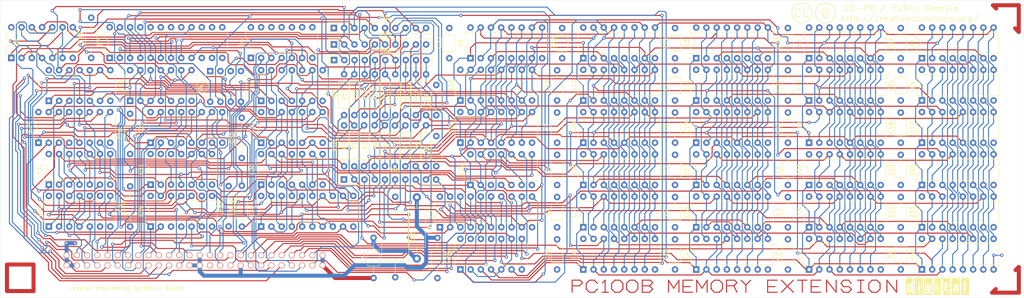
<source format=kicad_pcb>
(kicad_pcb (version 20171130) (host pcbnew "(5.1.12)-1")
  (layers (0 F.Cu signal) (1 In1.Cu power) (2 In2.Cu power) (31 B.Cu signal) (34 B.Paste user) (35 F.Paste user) (36 B.SilkS user) (37 F.SilkS user) (38 B.Mask user) (39 F.Mask user) (44 Edge.Cuts user))
  (net 0 "")
  (net 1 +5V)
  (net 2 GND)
  (net 3 CAS1)
  (net 4 DRAMD7)
  (net 5 DRAMA6)
  (net 6 DRAMA3)
  (net 7 DRAMA4)
  (net 8 DRAMA5)
  (net 9 DRAMA7)
  (net 10 DRAMA1)
  (net 11 DRAMA2)
  (net 12 DRAMA0)
  (net 13 RAS1)
  (net 14 WR1)
  (net 15 "Net-(E1-Pad1)")
  (net 16 "Net-(E10-Pad1)")
  (net 17 WR2)
  (net 18 RAS2)
  (net 19 CAS2)
  (net 20 DRAMD4)
  (net 21 CAS3)
  (net 22 RAS3)
  (net 23 WR3)
  (net 24 "Net-(E12-Pad1)")
  (net 25 "Net-(E6-Pad1)")
  (net 26 "Net-(E6-Pad8)")
  (net 27 AMUX)
  (net 28 "Net-(E6-Pad9)")
  (net 29 A16)
  (net 30 "Net-(E6-Pad10)")
  (net 31 "Net-(E31-Pad8)")
  (net 32 "Net-(E6-Pad11)")
  (net 33 A17)
  (net 34 "Net-(E6-Pad12)")
  (net 35 "Net-(E6-Pad6)")
  (net 36 "Net-(E6-Pad13)")
  (net 37 "Net-(E7-Pad1)")
  (net 38 IO_M)
  (net 39 "Net-(E45-Pad4)")
  (net 40 "Net-(E45-Pad1)")
  (net 41 A19)
  (net 42 A18)
  (net 43 "Net-(E7-Pad10)")
  (net 44 "Net-(E7-Pad11)")
  (net 45 "Net-(E7-Pad13)")
  (net 46 "Net-(E31-Pad1)")
  (net 47 "Net-(E31-Pad11)")
  (net 48 "Net-(E31-Pad3)")
  (net 49 "Net-(E7-Pad17)")
  (net 50 "Net-(E7-Pad18)")
  (net 51 "Net-(E7-Pad19)")
  (net 52 "Net-(E7-Pad20)")
  (net 53 "Net-(E15-Pad9)")
  (net 54 "Net-(E8-Pad6)")
  (net 55 CASTime)
  (net 56 "Net-(E8-Pad11)")
  (net 57 "Net-(E15-Pad5)")
  (net 58 WR)
  (net 59 "Net-(E8-Pad3)")
  (net 60 "Net-(E8-Pad8)")
  (net 61 DRAMD6)
  (net 62 DRAMD3)
  (net 63 PUI)
  (net 64 "Net-(E14-Pad8)")
  (net 65 RfshRAS)
  (net 66 "Net-(E14-Pad3)")
  (net 67 RASTime)
  (net 68 "Net-(E14-Pad11)")
  (net 69 "Net-(E15-Pad3)")
  (net 70 "Net-(E15-Pad11)")
  (net 71 "Net-(E16-Pad1)")
  (net 72 "Net-(E16-Pad8)")
  (net 73 "Net-(E16-Pad2)")
  (net 74 "Net-(E16-Pad11)")
  (net 75 "Net-(E16-Pad3)")
  (net 76 _RST)
  (net 77 RD)
  (net 78 "Net-(E16-Pad6)")
  (net 79 DRAMD5)
  (net 80 DRAMD2)
  (net 81 DRAMP)
  (net 82 "Net-(E22-Pad5)")
  (net 83 "Net-(E22-Pad11)")
  (net 84 _BuffEn)
  (net 85 "Net-(E22-Pad2)")
  (net 86 ClkParity)
  (net 87 "Net-(E23-Pad15)")
  (net 88 /MUXA6)
  (net 89 A8)
  (net 90 A3)
  (net 91 A1)
  (net 92 A10)
  (net 93 /MUXA1)
  (net 94 /MUXA2)
  (net 95 A7)
  (net 96 A2)
  (net 97 A0)
  (net 98 A9)
  (net 99 /MUXA0)
  (net 100 /MUXA4)
  (net 101 A11)
  (net 102 A5)
  (net 103 A4)
  (net 104 A12)
  (net 105 /MUXA3)
  (net 106 /MUXA5)
  (net 107 A14)
  (net 108 A6)
  (net 109 A15)
  (net 110 A13)
  (net 111 /MUXA7)
  (net 112 DRAMD1)
  (net 113 "Net-(E29-Pad3)")
  (net 114 DRAMD0)
  (net 115 "Net-(E29-Pad8)")
  (net 116 RfshInc)
  (net 117 /Rfsh7)
  (net 118 "Net-(E30-Pad12)")
  (net 119 /Rfsh6)
  (net 120 /Rfsh0)
  (net 121 /Rfsh5)
  (net 122 /Rfsh1)
  (net 123 /Rfsh4)
  (net 124 /Rfsh2)
  (net 125 /Rfsh3)
  (net 126 _RfshAddr)
  (net 127 "Net-(E31-Pad12)")
  (net 128 "Net-(E31-Pad13)")
  (net 129 "Net-(E32-Pad6)")
  (net 130 "Net-(E32-Pad4)")
  (net 131 "Net-(E32-Pad1)")
  (net 132 D0)
  (net 133 D1)
  (net 134 D2)
  (net 135 D3)
  (net 136 D4)
  (net 137 D5)
  (net 138 D6)
  (net 139 D7)
  (net 140 _DT_R)
  (net 141 "Net-(E39-Pad4)")
  (net 142 "Net-(E39-Pad10)")
  (net 143 ParityCtrl)
  (net 144 _NMI)
  (net 145 "Net-(E40-Pad9)")
  (net 146 ParityOut)
  (net 147 "Net-(E40-Pad6)")
  (net 148 "Net-(E45-Pad10)")
  (net 149 "Net-(E45-Pad11)")
  (net 150 "Net-(E45-Pad12)")
  (net 151 "Net-(E45-Pad13)")
  (net 152 "Net-(RN3-Pad10)")
  (net 153 "Net-(E7-Pad21)")
  (net 154 "Net-(E45-Pad2)")
  (net 155 "Net-(E14-Pad12)")
  (net 156 "Net-(E16-Pad12)")
  (net 157 "Net-(E39-Pad3)")
  (net 158 "Net-(E7-Pad14)")
  (net 159 "Net-(E7-Pad15)")
  (net 160 "Net-(J1-Pad29)")
  (module Package_DIP:DIP-14_W7.62mm (layer F.Cu) (at 24.13508 60.26908 90)
    (fp_text reference E8 (at 3.81 1.27 90) (layer F.SilkS))
    (fp_text value 74LS03)
    (pad 14 thru_hole oval (at 7.62 0 90) (size 1.6 1.6) (drill 0.8) (layers *.Cu *.Mask) (net 1 +5V))
    (pad 7 thru_hole oval (at 0 15.24 90) (size 1.6 1.6) (drill 0.8) (layers *.Cu *.Mask) (net 2 GND))
    (pad 13 thru_hole oval (at 7.62 2.54 90) (size 1.6 1.6) (drill 0.8) (layers *.Cu *.Mask) (net 55 CASTime))
    (pad 6 thru_hole oval (at 0 12.7 90) (size 1.6 1.6) (drill 0.8) (layers *.Cu *.Mask) (net 54 "Net-(E8-Pad6)"))
    (pad 12 thru_hole oval (at 7.62 5.08 90) (size 1.6 1.6) (drill 0.8) (layers *.Cu *.Mask) (net 53 "Net-(E15-Pad9)"))
    (pad 5 thru_hole oval (at 0 10.16 90) (size 1.6 1.6) (drill 0.8) (layers *.Cu *.Mask) (net 55 CASTime))
    (pad 11 thru_hole oval (at 7.62 7.62 90) (size 1.6 1.6) (drill 0.8) (layers *.Cu *.Mask) (net 56 "Net-(E8-Pad11)"))
    (pad 4 thru_hole oval (at 0 7.62 90) (size 1.6 1.6) (drill 0.8) (layers *.Cu *.Mask) (net 57 "Net-(E15-Pad5)"))
    (pad 10 thru_hole oval (at 7.62 10.16 90) (size 1.6 1.6) (drill 0.8) (layers *.Cu *.Mask) (net 53 "Net-(E15-Pad9)"))
    (pad 3 thru_hole oval (at 0 5.08 90) (size 1.6 1.6) (drill 0.8) (layers *.Cu *.Mask) (net 59 "Net-(E8-Pad3)"))
    (pad 9 thru_hole oval (at 7.62 12.7 90) (size 1.6 1.6) (drill 0.8) (layers *.Cu *.Mask) (net 58 WR))
    (pad 2 thru_hole oval (at 0 2.54 90) (size 1.6 1.6) (drill 0.8) (layers *.Cu *.Mask) (net 57 "Net-(E15-Pad5)"))
    (pad 8 thru_hole oval (at 7.62 15.24 90) (size 1.6 1.6) (drill 0.8) (layers *.Cu *.Mask) (net 60 "Net-(E8-Pad8)"))
    (pad 1 thru_hole rect (at 0 0 90) (size 1.6 1.6) (drill 0.8) (layers *.Cu *.Mask) (net 58 WR))
  )
  (module MountingHole:MountingHole_3.7mm (layer F.Cu) (at 26.34708 114.90108)
    (fp_text reference REF** hide)
    (fp_text value MountingHole_3.7mm)
    (pad 1 np_thru_hole circle (at 0 0) (size 3.7 3.7) (drill 3.7) (layers *.Cu *.Mask))
  )
  (module MountingHole:MountingHole_3.7mm (layer F.Cu) (at 270.34708 114.90108)
    (fp_text reference REF** hide)
    (fp_text value MountingHole_3.7mm)
    (pad 1 np_thru_hole circle (at 0 0) (size 3.7 3.7) (drill 3.7) (layers *.Cu *.Mask))
  )
  (module MountingHole:MountingHole_3.7mm (layer F.Cu) (at 270.34708 50.90108)
    (fp_text reference REF** hide)
    (fp_text value MountingHole_3.7mm hide)
    (pad 1 np_thru_hole circle (at 0 0) (size 3.7 3.7) (drill 3.7) (layers *.Cu *.Mask))
  )
  (module Digital:digital_logo_small (layer F.Cu) (at 253.84708 117.00108)
    (fp_text reference G*** hide)
    (fp_text value LOGO hide)
  )
  (module Symbol:Symbol_CreativeCommonsPublicDomain_SilkScreenTop_Small (layer F.Cu) (at 239.84708 49.00108)
    (fp_text reference REF** hide)
    (fp_text value Symbol_CreativeCommonsPublicDomain_SilkScreenTop_Small)
  )
  (module SSW-126-01-T-D:SAMTEC_SSW-126-01-T-D (layer B.Cu) (at 101.35108 109.29108 180)
    (fp_text reference J1 hide)
    (fp_text value SSW-126-01-T-D hide)
    (pad 1 thru_hole circle (at 63.5 -2.54 90) (size 1.524 1.524) (drill 1.016) (layers *.Cu *.Mask B.SilkS) (net 2 GND))
    (pad 2 thru_hole circle (at 63.5 0 90) (size 1.524 1.524) (drill 1.016) (layers *.Cu *.Mask B.SilkS) (net 2 GND))
    (pad 3 thru_hole circle (at 60.96 -2.54 90) (size 1.524 1.524) (drill 1.016) (layers *.Cu *.Mask B.SilkS) (net 2 GND))
    (pad 4 thru_hole circle (at 60.96 0 90) (size 1.524 1.524) (drill 1.016) (layers *.Cu *.Mask B.SilkS) (net 67 RASTime))
    (pad 5 thru_hole circle (at 58.42 -2.54 90) (size 1.524 1.524) (drill 1.016) (layers *.Cu *.Mask B.SilkS) (net 146 ParityOut))
    (pad 6 thru_hole circle (at 58.42 0 90) (size 1.524 1.524) (drill 1.016) (layers *.Cu *.Mask B.SilkS) (net 108 A6))
    (pad 7 thru_hole circle (at 55.88 -2.54 90) (size 1.524 1.524) (drill 1.016) (layers *.Cu *.Mask B.SilkS) (net 109 A15))
    (pad 8 thru_hole circle (at 55.88 0 90) (size 1.524 1.524) (drill 1.016) (layers *.Cu *.Mask B.SilkS) (net 91 A1))
    (pad 9 thru_hole circle (at 53.34 -2.54 90) (size 1.524 1.524) (drill 1.016) (layers *.Cu *.Mask B.SilkS) (net 110 A13))
    (pad 10 thru_hole circle (at 53.34 0 90) (size 1.524 1.524) (drill 1.016) (layers *.Cu *.Mask B.SilkS) (net 89 A8))
    (pad 11 thru_hole circle (at 50.8 -2.54 90) (size 1.524 1.524) (drill 1.016) (layers *.Cu *.Mask B.SilkS) (net 90 A3))
    (pad 12 thru_hole circle (at 50.8 0 90) (size 1.524 1.524) (drill 1.016) (layers *.Cu *.Mask B.SilkS) (net 92 A10))
    (pad 13 thru_hole circle (at 48.26 -2.54 90) (size 1.524 1.524) (drill 1.016) (layers *.Cu *.Mask B.SilkS) (net 97 A0))
    (pad 14 thru_hole circle (at 48.26 0 90) (size 1.524 1.524) (drill 1.016) (layers *.Cu *.Mask B.SilkS) (net 107 A14))
    (pad 15 thru_hole circle (at 45.72 -2.54 90) (size 1.524 1.524) (drill 1.016) (layers *.Cu *.Mask B.SilkS) (net 95 A7))
    (pad 16 thru_hole circle (at 45.72 0 90) (size 1.524 1.524) (drill 1.016) (layers *.Cu *.Mask B.SilkS) (net 96 A2))
    (pad 17 thru_hole circle (at 43.18 -2.54 90) (size 1.524 1.524) (drill 1.016) (layers *.Cu *.Mask B.SilkS) (net 102 A5))
    (pad 18 thru_hole circle (at 43.18 0 90) (size 1.524 1.524) (drill 1.016) (layers *.Cu *.Mask B.SilkS) (net 98 A9))
    (pad 19 thru_hole circle (at 40.64 -2.54 90) (size 1.524 1.524) (drill 1.016) (layers *.Cu *.Mask B.SilkS) (net 104 A12))
    (pad 20 thru_hole circle (at 40.64 0 90) (size 1.524 1.524) (drill 1.016) (layers *.Cu *.Mask B.SilkS) (net 27 AMUX))
    (pad 21 thru_hole circle (at 38.1 -2.54 90) (size 1.524 1.524) (drill 1.016) (layers *.Cu *.Mask B.SilkS) (net 101 A11))
    (pad 22 thru_hole circle (at 38.1 0 90) (size 1.524 1.524) (drill 1.016) (layers *.Cu *.Mask B.SilkS) (net 103 A4))
    (pad 23 thru_hole circle (at 35.56 -2.54 90) (size 1.524 1.524) (drill 1.016) (layers *.Cu *.Mask B.SilkS) (net 65 RfshRAS))
    (pad 24 thru_hole circle (at 35.56 0 90) (size 1.524 1.524) (drill 1.016) (layers *.Cu *.Mask B.SilkS) (net 143 ParityCtrl))
    (pad 25 thru_hole circle (at 33.02 -2.54 90) (size 1.524 1.524) (drill 1.016) (layers *.Cu *.Mask B.SilkS) (net 1 +5V))
    (pad 26 thru_hole circle (at 33.02 0 90) (size 1.524 1.524) (drill 1.016) (layers *.Cu *.Mask B.SilkS) (net 144 _NMI))
    (pad 27 thru_hole circle (at 30.48 -2.54 90) (size 1.524 1.524) (drill 1.016) (layers *.Cu *.Mask B.SilkS) (net 1 +5V))
    (pad 28 thru_hole circle (at 30.48 0 90) (size 1.524 1.524) (drill 1.016) (layers *.Cu *.Mask B.SilkS) (net 1 +5V))
    (pad 29 thru_hole circle (at 27.94 -2.54 90) (size 1.524 1.524) (drill 1.016) (layers *.Cu *.Mask B.SilkS) (net 160 "Net-(J1-Pad29)"))
    (pad 30 thru_hole circle (at 27.94 0 90) (size 1.524 1.524) (drill 1.016) (layers *.Cu *.Mask B.SilkS) (net 38 IO_M))
    (pad 31 thru_hole circle (at 25.4 -2.54 90) (size 1.524 1.524) (drill 1.016) (layers *.Cu *.Mask B.SilkS) (net 126 _RfshAddr))
    (pad 32 thru_hole circle (at 25.4 0 90) (size 1.524 1.524) (drill 1.016) (layers *.Cu *.Mask B.SilkS) (net 33 A17))
    (pad 33 thru_hole circle (at 22.86 -2.54 90) (size 1.524 1.524) (drill 1.016) (layers *.Cu *.Mask B.SilkS) (net 116 RfshInc))
    (pad 34 thru_hole circle (at 22.86 0 90) (size 1.524 1.524) (drill 1.016) (layers *.Cu *.Mask B.SilkS) (net 76 _RST))
    (pad 35 thru_hole circle (at 20.32 -2.54 90) (size 1.524 1.524) (drill 1.016) (layers *.Cu *.Mask B.SilkS) (net 1 +5V))
    (pad 36 thru_hole circle (at 20.32 0 90) (size 1.524 1.524) (drill 1.016) (layers *.Cu *.Mask B.SilkS) (net 139 D7))
    (pad 37 thru_hole circle (at 17.78 -2.54 90) (size 1.524 1.524) (drill 1.016) (layers *.Cu *.Mask B.SilkS) (net 55 CASTime))
    (pad 38 thru_hole circle (at 17.78 0 90) (size 1.524 1.524) (drill 1.016) (layers *.Cu *.Mask B.SilkS) (net 138 D6))
    (pad 39 thru_hole circle (at 15.24 -2.54 90) (size 1.524 1.524) (drill 1.016) (layers *.Cu *.Mask B.SilkS) (net 140 _DT_R))
    (pad 40 thru_hole circle (at 15.24 0 90) (size 1.524 1.524) (drill 1.016) (layers *.Cu *.Mask B.SilkS) (net 137 D5))
    (pad 41 thru_hole circle (at 12.7 -2.54 90) (size 1.524 1.524) (drill 1.016) (layers *.Cu *.Mask B.SilkS) (net 77 RD))
    (pad 42 thru_hole circle (at 12.7 0 90) (size 1.524 1.524) (drill 1.016) (layers *.Cu *.Mask B.SilkS) (net 136 D4))
    (pad 43 thru_hole circle (at 10.16 -2.54 90) (size 1.524 1.524) (drill 1.016) (layers *.Cu *.Mask B.SilkS) (net 42 A18))
    (pad 44 thru_hole circle (at 10.16 0 90) (size 1.524 1.524) (drill 1.016) (layers *.Cu *.Mask B.SilkS) (net 135 D3))
    (pad 45 thru_hole circle (at 7.62 -2.54 90) (size 1.524 1.524) (drill 1.016) (layers *.Cu *.Mask B.SilkS) (net 58 WR))
    (pad 46 thru_hole circle (at 7.62 0 90) (size 1.524 1.524) (drill 1.016) (layers *.Cu *.Mask B.SilkS) (net 134 D2))
    (pad 47 thru_hole circle (at 5.08 -2.54 90) (size 1.524 1.524) (drill 1.016) (layers *.Cu *.Mask B.SilkS) (net 29 A16))
    (pad 48 thru_hole circle (at 5.08 0 90) (size 1.524 1.524) (drill 1.016) (layers *.Cu *.Mask B.SilkS) (net 133 D1))
    (pad 49 thru_hole circle (at 2.54 -2.54 90) (size 1.524 1.524) (drill 1.016) (layers *.Cu *.Mask B.SilkS) (net 41 A19))
    (pad 50 thru_hole circle (at 2.54 0 90) (size 1.524 1.524) (drill 1.016) (layers *.Cu *.Mask B.SilkS) (net 132 D0))
    (pad 51 thru_hole circle (at 0 -2.54 90) (size 1.524 1.524) (drill 1.016) (layers *.Cu *.Mask B.SilkS) (net 2 GND))
    (pad 52 thru_hole circle (at 0 0 90) (size 1.524 1.524) (drill 1.016) (layers *.Cu *.Mask B.SilkS) (net 2 GND))
  )
  (module Package_DIP:DIP-14_W7.62mm (layer F.Cu) (at 58.67908 102.17908 90)
    (fp_text reference E39 (at 3.81 -2.33 90) (layer F.SilkS))
    (fp_text value 74LS04)
    (pad 14 thru_hole oval (at 7.62 0 90) (size 1.6 1.6) (drill 0.8) (layers *.Cu *.Mask) (net 1 +5V))
    (pad 7 thru_hole oval (at 0 15.24 90) (size 1.6 1.6) (drill 0.8) (layers *.Cu *.Mask) (net 2 GND))
    (pad 13 thru_hole oval (at 7.62 2.54 90) (size 1.6 1.6) (drill 0.8) (layers *.Cu *.Mask) (net 84 _BuffEn))
    (pad 6 thru_hole oval (at 0 12.7 90) (size 1.6 1.6) (drill 0.8) (layers *.Cu *.Mask) (net 73 "Net-(E16-Pad2)"))
    (pad 12 thru_hole oval (at 7.62 5.08 90) (size 1.6 1.6) (drill 0.8) (layers *.Cu *.Mask) (net 156 "Net-(E16-Pad12)"))
    (pad 5 thru_hole oval (at 0 10.16 90) (size 1.6 1.6) (drill 0.8) (layers *.Cu *.Mask) (net 140 _DT_R))
    (pad 11 thru_hole oval (at 7.62 7.62 90) (size 1.6 1.6) (drill 0.8) (layers *.Cu *.Mask) (net 72 "Net-(E16-Pad8)"))
    (pad 4 thru_hole oval (at 0 7.62 90) (size 1.6 1.6) (drill 0.8) (layers *.Cu *.Mask) (net 141 "Net-(E39-Pad4)"))
    (pad 10 thru_hole oval (at 7.62 10.16 90) (size 1.6 1.6) (drill 0.8) (layers *.Cu *.Mask) (net 142 "Net-(E39-Pad10)"))
    (pad 3 thru_hole oval (at 0 5.08 90) (size 1.6 1.6) (drill 0.8) (layers *.Cu *.Mask) (net 157 "Net-(E39-Pad3)"))
    (pad 9 thru_hole oval (at 7.62 12.7 90) (size 1.6 1.6) (drill 0.8) (layers *.Cu *.Mask) (net 143 ParityCtrl))
    (pad 2 thru_hole oval (at 0 2.54 90) (size 1.6 1.6) (drill 0.8) (layers *.Cu *.Mask) (net 131 "Net-(E32-Pad1)"))
    (pad 8 thru_hole oval (at 7.62 15.24 90) (size 1.6 1.6) (drill 0.8) (layers *.Cu *.Mask) (net 71 "Net-(E16-Pad1)"))
    (pad 1 thru_hole rect (at 0 0 90) (size 1.6 1.6) (drill 0.8) (layers *.Cu *.Mask) (net 77 RD))
  )
  (module Capacitor_THT:C_Axial_L3.8mm_D2.6mm_P10.00mm_Horizontal (layer F.Cu) (at 53.59908 84.14508 90)
    (fp_text reference C28 (at 5 -2.42 90) (layer F.SilkS))
    (fp_text value 47nF)
    (pad 1 thru_hole circle (at 0 0 90) (size 1.6 1.6) (drill 0.8) (layers *.Cu *.Mask) (net 1 +5V))
    (pad 2 thru_hole oval (at 10 0 90) (size 1.6 1.6) (drill 0.8) (layers *.Cu *.Mask) (net 2 GND))
  )
  (module Resistor_THT:R_Array_SIP10 (layer F.Cu) (at 104.17208 56.92608)
    (fp_text reference RN3 (at 12.7 -2.4) (layer F.SilkS))
    (fp_text value 1k)
    (pad 1 thru_hole rect (at 0 0) (size 1.6 1.6) (drill 0.8) (layers *.Cu *.Mask) (net 1 +5V))
    (pad 2 thru_hole oval (at 2.54 0) (size 1.6 1.6) (drill 0.8) (layers *.Cu *.Mask) (net 41 A19))
    (pad 3 thru_hole oval (at 5.08 0) (size 1.6 1.6) (drill 0.8) (layers *.Cu *.Mask) (net 148 "Net-(E45-Pad10)"))
    (pad 4 thru_hole oval (at 7.62 0) (size 1.6 1.6) (drill 0.8) (layers *.Cu *.Mask) (net 39 "Net-(E45-Pad4)"))
    (pad 5 thru_hole oval (at 10.16 0) (size 1.6 1.6) (drill 0.8) (layers *.Cu *.Mask) (net 83 "Net-(E22-Pad11)"))
    (pad 6 thru_hole oval (at 12.7 0) (size 1.6 1.6) (drill 0.8) (layers *.Cu *.Mask) (net 86 ClkParity))
    (pad 7 thru_hole oval (at 15.24 0) (size 1.6 1.6) (drill 0.8) (layers *.Cu *.Mask) (net 40 "Net-(E45-Pad1)"))
    (pad 8 thru_hole oval (at 17.78 0) (size 1.6 1.6) (drill 0.8) (layers *.Cu *.Mask) (net 35 "Net-(E6-Pad6)"))
    (pad 9 thru_hole oval (at 20.32 0) (size 1.6 1.6) (drill 0.8) (layers *.Cu *.Mask) (net 130 "Net-(E32-Pad4)"))
    (pad 10 thru_hole oval (at 22.86 0) (size 1.6 1.6) (drill 0.8) (layers *.Cu *.Mask) (net 152 "Net-(RN3-Pad10)"))
  )
  (module Capacitor_THT:C_Axial_L3.8mm_D2.6mm_P10.00mm_Horizontal (layer F.Cu) (at 43.94708 60.26908 90)
    (fp_text reference C29 (at 5 -2.42 90) (layer F.SilkS))
    (fp_text value 47nF)
    (pad 2 thru_hole oval (at 10 0 90) (size 1.6 1.6) (drill 0.8) (layers *.Cu *.Mask) (net 2 GND))
    (pad 1 thru_hole circle (at 0 0 90) (size 1.6 1.6) (drill 0.8) (layers *.Cu *.Mask) (net 1 +5V))
  )
  (module Capacitor_THT:C_Axial_L3.8mm_D2.6mm_P10.00mm_Horizontal (layer F.Cu) (at 78.02708 102.13108 90)
    (fp_text reference C30 (at 5 -2.42 90) (layer F.SilkS))
    (fp_text value 47nF)
    (pad 1 thru_hole circle (at 0 0 90) (size 1.6 1.6) (drill 0.8) (layers *.Cu *.Mask) (net 1 +5V))
    (pad 2 thru_hole oval (at 10 0 90) (size 1.6 1.6) (drill 0.8) (layers *.Cu *.Mask) (net 2 GND))
  )
  (module Capacitor_THT:C_Axial_L3.8mm_D2.6mm_P10.00mm_Horizontal (layer F.Cu) (at 53.59908 102.17908 90)
    (fp_text reference C31 (at 5 -2.42 90) (layer F.SilkS))
    (fp_text value 47nF)
    (pad 2 thru_hole oval (at 10 0 90) (size 1.6 1.6) (drill 0.8) (layers *.Cu *.Mask) (net 2 GND))
    (pad 1 thru_hole circle (at 0 0 90) (size 1.6 1.6) (drill 0.8) (layers *.Cu *.Mask) (net 1 +5V))
  )
  (module Capacitor_THT:C_Axial_L3.8mm_D2.6mm_P10.00mm_Horizontal (layer F.Cu) (at 81.28508 85.16108 90)
    (fp_text reference C32 (at 5 -2.42 90) (layer F.SilkS))
    (fp_text value 47nF)
    (pad 1 thru_hole circle (at 0 0 90) (size 1.6 1.6) (drill 0.8) (layers *.Cu *.Mask) (net 1 +5V))
    (pad 2 thru_hole oval (at 10 0 90) (size 1.6 1.6) (drill 0.8) (layers *.Cu *.Mask) (net 2 GND))
  )
  (module Capacitor_THT:C_Axial_L12.0mm_D6.5mm_P20.00mm_Horizontal (layer F.Cu) (at 119.37708 94.77108 270)
    (fp_text reference C33 (at 10 -4.37 90) (layer F.SilkS))
    (fp_text value 10uF)
    (pad 1 thru_hole circle (at 0 0 270) (size 1.6 1.6) (drill 0.8) (layers *.Cu *.Mask) (net 1 +5V))
    (pad 2 thru_hole oval (at 20 0 270) (size 1.6 1.6) (drill 0.8) (layers *.Cu *.Mask) (net 2 GND))
  )
  (module Capacitor_THT:C_Axial_L3.8mm_D2.6mm_P10.00mm_Horizontal (layer F.Cu) (at 113.98708 114.96108 90)
    (fp_text reference C34 (at 5 -2.42 90) (layer F.SilkS))
    (fp_text value 10nF)
    (pad 2 thru_hole oval (at 10 0 90) (size 1.6 1.6) (drill 0.8) (layers *.Cu *.Mask) (net 1 +5V))
    (pad 1 thru_hole circle (at 0 0 90) (size 1.6 1.6) (drill 0.8) (layers *.Cu *.Mask) (net 2 GND))
  )
  (module Capacitor_THT:C_Axial_L3.8mm_D2.6mm_P10.00mm_Horizontal (layer F.Cu) (at 129.83708 104.97108 270)
    (fp_text reference C35 (at 5 -2.42 90) (layer F.SilkS))
    (fp_text value 10nF)
    (pad 1 thru_hole circle (at 0 0 270) (size 1.6 1.6) (drill 0.8) (layers *.Cu *.Mask) (net 1 +5V))
    (pad 2 thru_hole oval (at 10 0 270) (size 1.6 1.6) (drill 0.8) (layers *.Cu *.Mask) (net 2 GND))
  )
  (module Package_DIP:DIP-14_W7.62mm (layer F.Cu) (at 83.57108 60.26908 90)
    (fp_text reference E6 (at 3.81 -2.33 90) (layer F.SilkS))
    (fp_text value 74LS51)
    (pad 1 thru_hole rect (at 0 0 90) (size 1.6 1.6) (drill 0.8) (layers *.Cu *.Mask) (net 25 "Net-(E6-Pad1)"))
    (pad 8 thru_hole oval (at 7.62 15.24 90) (size 1.6 1.6) (drill 0.8) (layers *.Cu *.Mask) (net 26 "Net-(E6-Pad8)"))
    (pad 2 thru_hole oval (at 0 2.54 90) (size 1.6 1.6) (drill 0.8) (layers *.Cu *.Mask) (net 27 AMUX))
    (pad 9 thru_hole oval (at 7.62 12.7 90) (size 1.6 1.6) (drill 0.8) (layers *.Cu *.Mask) (net 28 "Net-(E6-Pad9)"))
    (pad 3 thru_hole oval (at 0 5.08 90) (size 1.6 1.6) (drill 0.8) (layers *.Cu *.Mask) (net 29 A16))
    (pad 10 thru_hole oval (at 7.62 10.16 90) (size 1.6 1.6) (drill 0.8) (layers *.Cu *.Mask) (net 30 "Net-(E6-Pad10)"))
    (pad 4 thru_hole oval (at 0 7.62 90) (size 1.6 1.6) (drill 0.8) (layers *.Cu *.Mask) (net 31 "Net-(E31-Pad8)"))
    (pad 11 thru_hole oval (at 7.62 7.62 90) (size 1.6 1.6) (drill 0.8) (layers *.Cu *.Mask) (net 32 "Net-(E6-Pad11)"))
    (pad 5 thru_hole oval (at 0 10.16 90) (size 1.6 1.6) (drill 0.8) (layers *.Cu *.Mask) (net 33 A17))
    (pad 12 thru_hole oval (at 7.62 5.08 90) (size 1.6 1.6) (drill 0.8) (layers *.Cu *.Mask) (net 34 "Net-(E6-Pad12)"))
    (pad 6 thru_hole oval (at 0 12.7 90) (size 1.6 1.6) (drill 0.8) (layers *.Cu *.Mask) (net 35 "Net-(E6-Pad6)"))
    (pad 13 thru_hole oval (at 7.62 2.54 90) (size 1.6 1.6) (drill 0.8) (layers *.Cu *.Mask) (net 36 "Net-(E6-Pad13)"))
    (pad 7 thru_hole oval (at 0 15.24 90) (size 1.6 1.6) (drill 0.8) (layers *.Cu *.Mask) (net 2 GND))
    (pad 14 thru_hole oval (at 7.62 0 90) (size 1.6 1.6) (drill 0.8) (layers *.Cu *.Mask) (net 1 +5V))
  )
  (module Package_DIP:DIP-14_W7.62mm (layer F.Cu) (at 86.11108 70.93708 90)
    (fp_text reference E14 (at 3.81 -2.33 90) (layer F.SilkS))
    (fp_text value 74LS03)
    (pad 1 thru_hole rect (at 0 0 90) (size 1.6 1.6) (drill 0.8) (layers *.Cu *.Mask) (net 63 PUI))
    (pad 8 thru_hole oval (at 7.62 15.24 90) (size 1.6 1.6) (drill 0.8) (layers *.Cu *.Mask) (net 64 "Net-(E14-Pad8)"))
    (pad 2 thru_hole oval (at 0 2.54 90) (size 1.6 1.6) (drill 0.8) (layers *.Cu *.Mask) (net 65 RfshRAS))
    (pad 9 thru_hole oval (at 7.62 12.7 90) (size 1.6 1.6) (drill 0.8) (layers *.Cu *.Mask) (net 155 "Net-(E14-Pad12)"))
    (pad 3 thru_hole oval (at 0 5.08 90) (size 1.6 1.6) (drill 0.8) (layers *.Cu *.Mask) (net 66 "Net-(E14-Pad3)"))
    (pad 10 thru_hole oval (at 7.62 10.16 90) (size 1.6 1.6) (drill 0.8) (layers *.Cu *.Mask) (net 55 CASTime))
    (pad 4 thru_hole oval (at 0 7.62 90) (size 1.6 1.6) (drill 0.8) (layers *.Cu *.Mask) (net 67 RASTime))
    (pad 11 thru_hole oval (at 7.62 7.62 90) (size 1.6 1.6) (drill 0.8) (layers *.Cu *.Mask) (net 68 "Net-(E14-Pad11)"))
    (pad 5 thru_hole oval (at 0 10.16 90) (size 1.6 1.6) (drill 0.8) (layers *.Cu *.Mask) (net 155 "Net-(E14-Pad12)"))
    (pad 12 thru_hole oval (at 7.62 5.08 90) (size 1.6 1.6) (drill 0.8) (layers *.Cu *.Mask) (net 155 "Net-(E14-Pad12)"))
    (pad 6 thru_hole oval (at 0 12.7 90) (size 1.6 1.6) (drill 0.8) (layers *.Cu *.Mask) (net 66 "Net-(E14-Pad3)"))
    (pad 13 thru_hole oval (at 7.62 2.54 90) (size 1.6 1.6) (drill 0.8) (layers *.Cu *.Mask) (net 58 WR))
    (pad 7 thru_hole oval (at 0 15.24 90) (size 1.6 1.6) (drill 0.8) (layers *.Cu *.Mask) (net 2 GND))
    (pad 14 thru_hole oval (at 7.62 0 90) (size 1.6 1.6) (drill 0.8) (layers *.Cu *.Mask) (net 1 +5V))
  )
  (module Package_DIP:DIP-14_W7.62mm (layer F.Cu) (at 53.59908 70.93708 90)
    (fp_text reference E15 (at 3.81 -2.33 90) (layer F.SilkS))
    (fp_text value 74LS03)
    (pad 14 thru_hole oval (at 7.62 0 90) (size 1.6 1.6) (drill 0.8) (layers *.Cu *.Mask) (net 1 +5V))
    (pad 7 thru_hole oval (at 0 15.24 90) (size 1.6 1.6) (drill 0.8) (layers *.Cu *.Mask) (net 2 GND))
    (pad 13 thru_hole oval (at 7.62 2.54 90) (size 1.6 1.6) (drill 0.8) (layers *.Cu *.Mask) (net 63 PUI))
    (pad 6 thru_hole oval (at 0 12.7 90) (size 1.6 1.6) (drill 0.8) (layers *.Cu *.Mask) (net 69 "Net-(E15-Pad3)"))
    (pad 12 thru_hole oval (at 7.62 5.08 90) (size 1.6 1.6) (drill 0.8) (layers *.Cu *.Mask) (net 65 RfshRAS))
    (pad 5 thru_hole oval (at 0 10.16 90) (size 1.6 1.6) (drill 0.8) (layers *.Cu *.Mask) (net 57 "Net-(E15-Pad5)"))
    (pad 11 thru_hole oval (at 7.62 7.62 90) (size 1.6 1.6) (drill 0.8) (layers *.Cu *.Mask) (net 70 "Net-(E15-Pad11)"))
    (pad 4 thru_hole oval (at 0 7.62 90) (size 1.6 1.6) (drill 0.8) (layers *.Cu *.Mask) (net 67 RASTime))
    (pad 10 thru_hole oval (at 7.62 10.16 90) (size 1.6 1.6) (drill 0.8) (layers *.Cu *.Mask) (net 67 RASTime))
    (pad 3 thru_hole oval (at 0 5.08 90) (size 1.6 1.6) (drill 0.8) (layers *.Cu *.Mask) (net 69 "Net-(E15-Pad3)"))
    (pad 9 thru_hole oval (at 7.62 12.7 90) (size 1.6 1.6) (drill 0.8) (layers *.Cu *.Mask) (net 53 "Net-(E15-Pad9)"))
    (pad 2 thru_hole oval (at 0 2.54 90) (size 1.6 1.6) (drill 0.8) (layers *.Cu *.Mask) (net 65 RfshRAS))
    (pad 8 thru_hole oval (at 7.62 15.24 90) (size 1.6 1.6) (drill 0.8) (layers *.Cu *.Mask) (net 70 "Net-(E15-Pad11)"))
    (pad 1 thru_hole rect (at 0 0 90) (size 1.6 1.6) (drill 0.8) (layers *.Cu *.Mask) (net 63 PUI))
  )
  (module Package_DIP:DIP-14_W7.62mm (layer F.Cu) (at 33.44708 70.93108 90)
    (fp_text reference E16 (at 3.81 -2.33 90) (layer F.SilkS))
    (fp_text value 74LS00)
    (pad 1 thru_hole rect (at 0 0 90) (size 1.6 1.6) (drill 0.8) (layers *.Cu *.Mask) (net 71 "Net-(E16-Pad1)"))
    (pad 8 thru_hole oval (at 7.62 15.24 90) (size 1.6 1.6) (drill 0.8) (layers *.Cu *.Mask) (net 72 "Net-(E16-Pad8)"))
    (pad 2 thru_hole oval (at 0 2.54 90) (size 1.6 1.6) (drill 0.8) (layers *.Cu *.Mask) (net 73 "Net-(E16-Pad2)"))
    (pad 9 thru_hole oval (at 7.62 12.7 90) (size 1.6 1.6) (drill 0.8) (layers *.Cu *.Mask) (net 74 "Net-(E16-Pad11)"))
    (pad 3 thru_hole oval (at 0 5.08 90) (size 1.6 1.6) (drill 0.8) (layers *.Cu *.Mask) (net 75 "Net-(E16-Pad3)"))
    (pad 10 thru_hole oval (at 7.62 10.16 90) (size 1.6 1.6) (drill 0.8) (layers *.Cu *.Mask) (net 76 _RST))
    (pad 4 thru_hole oval (at 0 7.62 90) (size 1.6 1.6) (drill 0.8) (layers *.Cu *.Mask) (net 55 CASTime))
    (pad 11 thru_hole oval (at 7.62 7.62 90) (size 1.6 1.6) (drill 0.8) (layers *.Cu *.Mask) (net 74 "Net-(E16-Pad11)"))
    (pad 5 thru_hole oval (at 0 10.16 90) (size 1.6 1.6) (drill 0.8) (layers *.Cu *.Mask) (net 77 RD))
    (pad 12 thru_hole oval (at 7.62 5.08 90) (size 1.6 1.6) (drill 0.8) (layers *.Cu *.Mask) (net 156 "Net-(E16-Pad12)"))
    (pad 6 thru_hole oval (at 0 12.7 90) (size 1.6 1.6) (drill 0.8) (layers *.Cu *.Mask) (net 78 "Net-(E16-Pad6)"))
    (pad 13 thru_hole oval (at 7.62 2.54 90) (size 1.6 1.6) (drill 0.8) (layers *.Cu *.Mask) (net 58 WR))
    (pad 7 thru_hole oval (at 0 15.24 90) (size 1.6 1.6) (drill 0.8) (layers *.Cu *.Mask) (net 2 GND))
    (pad 14 thru_hole oval (at 7.62 0 90) (size 1.6 1.6) (drill 0.8) (layers *.Cu *.Mask) (net 1 +5V))
  )
  (module Package_DIP:DIP-14_W7.62mm (layer F.Cu) (at 86.11108 81.35108 90)
    (fp_text reference E22 (at 3.81 -2.33 90) (layer F.SilkS))
    (fp_text value 74LS125)
    (pad 14 thru_hole oval (at 7.62 0 90) (size 1.6 1.6) (drill 0.8) (layers *.Cu *.Mask) (net 1 +5V))
    (pad 7 thru_hole oval (at 0 15.24 90) (size 1.6 1.6) (drill 0.8) (layers *.Cu *.Mask) (net 2 GND))
    (pad 13 thru_hole oval (at 7.62 2.54 90) (size 1.6 1.6) (drill 0.8) (layers *.Cu *.Mask) (net 74 "Net-(E16-Pad11)"))
    (pad 6 thru_hole oval (at 0 12.7 90) (size 1.6 1.6) (drill 0.8) (layers *.Cu *.Mask) (net 81 DRAMP))
    (pad 12 thru_hole oval (at 7.62 5.08 90) (size 1.6 1.6) (drill 0.8) (layers *.Cu *.Mask) (net 71 "Net-(E16-Pad1)"))
    (pad 5 thru_hole oval (at 0 10.16 90) (size 1.6 1.6) (drill 0.8) (layers *.Cu *.Mask) (net 82 "Net-(E22-Pad5)"))
    (pad 11 thru_hole oval (at 7.62 7.62 90) (size 1.6 1.6) (drill 0.8) (layers *.Cu *.Mask) (net 83 "Net-(E22-Pad11)"))
    (pad 4 thru_hole oval (at 0 7.62 90) (size 1.6 1.6) (drill 0.8) (layers *.Cu *.Mask) (net 83 "Net-(E22-Pad11)"))
    (pad 10 thru_hole oval (at 7.62 10.16 90) (size 1.6 1.6) (drill 0.8) (layers *.Cu *.Mask) (net 84 _BuffEn))
    (pad 3 thru_hole oval (at 0 5.08 90) (size 1.6 1.6) (drill 0.8) (layers *.Cu *.Mask) (net 81 DRAMP))
    (pad 9 thru_hole oval (at 7.62 12.7 90) (size 1.6 1.6) (drill 0.8) (layers *.Cu *.Mask) (net 78 "Net-(E16-Pad6)"))
    (pad 2 thru_hole oval (at 0 2.54 90) (size 1.6 1.6) (drill 0.8) (layers *.Cu *.Mask) (net 85 "Net-(E22-Pad2)"))
    (pad 8 thru_hole oval (at 7.62 15.24 90) (size 1.6 1.6) (drill 0.8) (layers *.Cu *.Mask) (net 86 ClkParity))
    (pad 1 thru_hole rect (at 0 0 90) (size 1.6 1.6) (drill 0.8) (layers *.Cu *.Mask) (net 75 "Net-(E16-Pad3)"))
  )
  (module Package_DIP:DIP-16_W7.62mm (layer F.Cu) (at 58.67908 81.35108 90)
    (fp_text reference E23 (at 3.81 -2.33 90) (layer F.SilkS))
    (fp_text value 74LS258)
    (pad 16 thru_hole oval (at 7.62 0 90) (size 1.6 1.6) (drill 0.8) (layers *.Cu *.Mask) (net 1 +5V))
    (pad 8 thru_hole oval (at 0 17.78 90) (size 1.6 1.6) (drill 0.8) (layers *.Cu *.Mask) (net 2 GND))
    (pad 15 thru_hole oval (at 7.62 2.54 90) (size 1.6 1.6) (drill 0.8) (layers *.Cu *.Mask) (net 87 "Net-(E23-Pad15)"))
    (pad 7 thru_hole oval (at 0 15.24 90) (size 1.6 1.6) (drill 0.8) (layers *.Cu *.Mask) (net 88 /MUXA6))
    (pad 14 thru_hole oval (at 7.62 5.08 90) (size 1.6 1.6) (drill 0.8) (layers *.Cu *.Mask) (net 95 A7))
    (pad 6 thru_hole oval (at 0 12.7 90) (size 1.6 1.6) (drill 0.8) (layers *.Cu *.Mask) (net 90 A3))
    (pad 13 thru_hole oval (at 7.62 7.62 90) (size 1.6 1.6) (drill 0.8) (layers *.Cu *.Mask) (net 97 A0))
    (pad 5 thru_hole oval (at 0 10.16 90) (size 1.6 1.6) (drill 0.8) (layers *.Cu *.Mask) (net 92 A10))
    (pad 12 thru_hole oval (at 7.62 10.16 90) (size 1.6 1.6) (drill 0.8) (layers *.Cu *.Mask) (net 99 /MUXA0))
    (pad 4 thru_hole oval (at 0 7.62 90) (size 1.6 1.6) (drill 0.8) (layers *.Cu *.Mask) (net 94 /MUXA2))
    (pad 11 thru_hole oval (at 7.62 12.7 90) (size 1.6 1.6) (drill 0.8) (layers *.Cu *.Mask) (net 89 A8))
    (pad 3 thru_hole oval (at 0 5.08 90) (size 1.6 1.6) (drill 0.8) (layers *.Cu *.Mask) (net 96 A2))
    (pad 10 thru_hole oval (at 7.62 15.24 90) (size 1.6 1.6) (drill 0.8) (layers *.Cu *.Mask) (net 91 A1))
    (pad 2 thru_hole oval (at 0 2.54 90) (size 1.6 1.6) (drill 0.8) (layers *.Cu *.Mask) (net 98 A9))
    (pad 9 thru_hole oval (at 7.62 17.78 90) (size 1.6 1.6) (drill 0.8) (layers *.Cu *.Mask) (net 93 /MUXA1))
    (pad 1 thru_hole rect (at 0 0 90) (size 1.6 1.6) (drill 0.8) (layers *.Cu *.Mask) (net 27 AMUX))
  )
  (module Package_DIP:DIP-16_W7.62mm (layer F.Cu) (at 30.86708 81.34108 90)
    (fp_text reference E24 (at 3.81 -2.33 90) (layer F.SilkS))
    (fp_text value 74LS258)
    (pad 1 thru_hole rect (at 0 0 90) (size 1.6 1.6) (drill 0.8) (layers *.Cu *.Mask) (net 27 AMUX))
    (pad 9 thru_hole oval (at 7.62 17.78 90) (size 1.6 1.6) (drill 0.8) (layers *.Cu *.Mask) (net 106 /MUXA5))
    (pad 2 thru_hole oval (at 0 2.54 90) (size 1.6 1.6) (drill 0.8) (layers *.Cu *.Mask) (net 101 A11))
    (pad 10 thru_hole oval (at 7.62 15.24 90) (size 1.6 1.6) (drill 0.8) (layers *.Cu *.Mask) (net 108 A6))
    (pad 3 thru_hole oval (at 0 5.08 90) (size 1.6 1.6) (drill 0.8) (layers *.Cu *.Mask) (net 103 A4))
    (pad 11 thru_hole oval (at 7.62 12.7 90) (size 1.6 1.6) (drill 0.8) (layers *.Cu *.Mask) (net 110 A13))
    (pad 4 thru_hole oval (at 0 7.62 90) (size 1.6 1.6) (drill 0.8) (layers *.Cu *.Mask) (net 105 /MUXA3))
    (pad 12 thru_hole oval (at 7.62 10.16 90) (size 1.6 1.6) (drill 0.8) (layers *.Cu *.Mask) (net 100 /MUXA4))
    (pad 5 thru_hole oval (at 0 10.16 90) (size 1.6 1.6) (drill 0.8) (layers *.Cu *.Mask) (net 107 A14))
    (pad 13 thru_hole oval (at 7.62 7.62 90) (size 1.6 1.6) (drill 0.8) (layers *.Cu *.Mask) (net 102 A5))
    (pad 6 thru_hole oval (at 0 12.7 90) (size 1.6 1.6) (drill 0.8) (layers *.Cu *.Mask) (net 109 A15))
    (pad 14 thru_hole oval (at 7.62 5.08 90) (size 1.6 1.6) (drill 0.8) (layers *.Cu *.Mask) (net 104 A12))
    (pad 7 thru_hole oval (at 0 15.24 90) (size 1.6 1.6) (drill 0.8) (layers *.Cu *.Mask) (net 111 /MUXA7))
    (pad 15 thru_hole oval (at 7.62 2.54 90) (size 1.6 1.6) (drill 0.8) (layers *.Cu *.Mask) (net 87 "Net-(E23-Pad15)"))
    (pad 8 thru_hole oval (at 0 17.78 90) (size 1.6 1.6) (drill 0.8) (layers *.Cu *.Mask) (net 2 GND))
    (pad 16 thru_hole oval (at 7.62 0 90) (size 1.6 1.6) (drill 0.8) (layers *.Cu *.Mask) (net 1 +5V))
  )
  (module Package_DIP:DIP-14_W7.62mm (layer F.Cu) (at 138.02708 91.84108 90)
    (fp_text reference E29 (at 3.81 -2.33 90) (layer F.SilkS))
    (fp_text value 74LS280)
    (pad 14 thru_hole oval (at 7.62 0 90) (size 1.6 1.6) (drill 0.8) (layers *.Cu *.Mask) (net 1 +5V))
    (pad 7 thru_hole oval (at 0 15.24 90) (size 1.6 1.6) (drill 0.8) (layers *.Cu *.Mask) (net 2 GND))
    (pad 13 thru_hole oval (at 7.62 2.54 90) (size 1.6 1.6) (drill 0.8) (layers *.Cu *.Mask) (net 20 DRAMD4))
    (pad 6 thru_hole oval (at 0 12.7 90) (size 1.6 1.6) (drill 0.8) (layers *.Cu *.Mask) (net 82 "Net-(E22-Pad5)"))
    (pad 12 thru_hole oval (at 7.62 5.08 90) (size 1.6 1.6) (drill 0.8) (layers *.Cu *.Mask) (net 62 DRAMD3))
    (pad 5 thru_hole oval (at 0 10.16 90) (size 1.6 1.6) (drill 0.8) (layers *.Cu *.Mask) (net 85 "Net-(E22-Pad2)"))
    (pad 11 thru_hole oval (at 7.62 7.62 90) (size 1.6 1.6) (drill 0.8) (layers *.Cu *.Mask) (net 80 DRAMD2))
    (pad 4 thru_hole oval (at 0 7.62 90) (size 1.6 1.6) (drill 0.8) (layers *.Cu *.Mask) (net 4 DRAMD7))
    (pad 10 thru_hole oval (at 7.62 10.16 90) (size 1.6 1.6) (drill 0.8) (layers *.Cu *.Mask) (net 112 DRAMD1))
    (pad 3 thru_hole oval (at 0 5.08 90) (size 1.6 1.6) (drill 0.8) (layers *.Cu *.Mask) (net 113 "Net-(E29-Pad3)"))
    (pad 9 thru_hole oval (at 7.62 12.7 90) (size 1.6 1.6) (drill 0.8) (layers *.Cu *.Mask) (net 114 DRAMD0))
    (pad 2 thru_hole oval (at 0 2.54 90) (size 1.6 1.6) (drill 0.8) (layers *.Cu *.Mask) (net 61 DRAMD6))
    (pad 8 thru_hole oval (at 7.62 15.24 90) (size 1.6 1.6) (drill 0.8) (layers *.Cu *.Mask) (net 115 "Net-(E29-Pad8)"))
    (pad 1 thru_hole rect (at 0 0 90) (size 1.6 1.6) (drill 0.8) (layers *.Cu *.Mask) (net 79 DRAMD5))
  )
  (module Package_DIP:DIP-14_W7.62mm (layer F.Cu) (at 86.11108 91.76508 90)
    (fp_text reference E30 (at 3.81 -2.33 90) (layer F.SilkS))
    (fp_text value 74LS393)
    (pad 1 thru_hole rect (at 0 0 90) (size 1.6 1.6) (drill 0.8) (layers *.Cu *.Mask) (net 116 RfshInc))
    (pad 8 thru_hole oval (at 7.62 15.24 90) (size 1.6 1.6) (drill 0.8) (layers *.Cu *.Mask) (net 117 /Rfsh7))
    (pad 2 thru_hole oval (at 0 2.54 90) (size 1.6 1.6) (drill 0.8) (layers *.Cu *.Mask) (net 118 "Net-(E30-Pad12)"))
    (pad 9 thru_hole oval (at 7.62 12.7 90) (size 1.6 1.6) (drill 0.8) (layers *.Cu *.Mask) (net 119 /Rfsh6))
    (pad 3 thru_hole oval (at 0 5.08 90) (size 1.6 1.6) (drill 0.8) (layers *.Cu *.Mask) (net 120 /Rfsh0))
    (pad 10 thru_hole oval (at 7.62 10.16 90) (size 1.6 1.6) (drill 0.8) (layers *.Cu *.Mask) (net 121 /Rfsh5))
    (pad 4 thru_hole oval (at 0 7.62 90) (size 1.6 1.6) (drill 0.8) (layers *.Cu *.Mask) (net 122 /Rfsh1))
    (pad 11 thru_hole oval (at 7.62 7.62 90) (size 1.6 1.6) (drill 0.8) (layers *.Cu *.Mask) (net 123 /Rfsh4))
    (pad 5 thru_hole oval (at 0 10.16 90) (size 1.6 1.6) (drill 0.8) (layers *.Cu *.Mask) (net 124 /Rfsh2))
    (pad 12 thru_hole oval (at 7.62 5.08 90) (size 1.6 1.6) (drill 0.8) (layers *.Cu *.Mask) (net 118 "Net-(E30-Pad12)"))
    (pad 6 thru_hole oval (at 0 12.7 90) (size 1.6 1.6) (drill 0.8) (layers *.Cu *.Mask) (net 125 /Rfsh3))
    (pad 13 thru_hole oval (at 7.62 2.54 90) (size 1.6 1.6) (drill 0.8) (layers *.Cu *.Mask) (net 125 /Rfsh3))
    (pad 7 thru_hole oval (at 0 15.24 90) (size 1.6 1.6) (drill 0.8) (layers *.Cu *.Mask) (net 2 GND))
    (pad 14 thru_hole oval (at 7.62 0 90) (size 1.6 1.6) (drill 0.8) (layers *.Cu *.Mask) (net 1 +5V))
  )
  (module Package_DIP:DIP-14_W7.62mm (layer F.Cu) (at 58.67908 91.76508 90)
    (fp_text reference E31 (at 3.81 -2.33 90) (layer F.SilkS))
    (fp_text value 74LS04)
    (pad 1 thru_hole rect (at 0 0 90) (size 1.6 1.6) (drill 0.8) (layers *.Cu *.Mask) (net 46 "Net-(E31-Pad1)"))
    (pad 8 thru_hole oval (at 7.62 15.24 90) (size 1.6 1.6) (drill 0.8) (layers *.Cu *.Mask) (net 31 "Net-(E31-Pad8)"))
    (pad 2 thru_hole oval (at 0 2.54 90) (size 1.6 1.6) (drill 0.8) (layers *.Cu *.Mask) (net 57 "Net-(E15-Pad5)"))
    (pad 9 thru_hole oval (at 7.62 12.7 90) (size 1.6 1.6) (drill 0.8) (layers *.Cu *.Mask) (net 27 AMUX))
    (pad 3 thru_hole oval (at 0 5.08 90) (size 1.6 1.6) (drill 0.8) (layers *.Cu *.Mask) (net 48 "Net-(E31-Pad3)"))
    (pad 10 thru_hole oval (at 7.62 10.16 90) (size 1.6 1.6) (drill 0.8) (layers *.Cu *.Mask) (net 53 "Net-(E15-Pad9)"))
    (pad 4 thru_hole oval (at 0 7.62 90) (size 1.6 1.6) (drill 0.8) (layers *.Cu *.Mask) (net 155 "Net-(E14-Pad12)"))
    (pad 11 thru_hole oval (at 7.62 7.62 90) (size 1.6 1.6) (drill 0.8) (layers *.Cu *.Mask) (net 47 "Net-(E31-Pad11)"))
    (pad 5 thru_hole oval (at 0 10.16 90) (size 1.6 1.6) (drill 0.8) (layers *.Cu *.Mask) (net 126 _RfshAddr))
    (pad 12 thru_hole oval (at 7.62 5.08 90) (size 1.6 1.6) (drill 0.8) (layers *.Cu *.Mask) (net 127 "Net-(E31-Pad12)"))
    (pad 6 thru_hole oval (at 0 12.7 90) (size 1.6 1.6) (drill 0.8) (layers *.Cu *.Mask) (net 87 "Net-(E23-Pad15)"))
    (pad 13 thru_hole oval (at 7.62 2.54 90) (size 1.6 1.6) (drill 0.8) (layers *.Cu *.Mask) (net 128 "Net-(E31-Pad13)"))
    (pad 7 thru_hole oval (at 0 15.24 90) (size 1.6 1.6) (drill 0.8) (layers *.Cu *.Mask) (net 2 GND))
    (pad 14 thru_hole oval (at 7.62 0 90) (size 1.6 1.6) (drill 0.8) (layers *.Cu *.Mask) (net 1 +5V))
  )
  (module Package_DIP:DIP-14_W7.62mm (layer F.Cu) (at 33.42708 91.75108 90)
    (fp_text reference E32 (at 3.81 -2.33 90) (layer F.SilkS))
    (fp_text value 74LS27)
    (pad 14 thru_hole oval (at 7.62 0 90) (size 1.6 1.6) (drill 0.8) (layers *.Cu *.Mask) (net 1 +5V))
    (pad 7 thru_hole oval (at 0 15.24 90) (size 1.6 1.6) (drill 0.8) (layers *.Cu *.Mask) (net 2 GND))
    (pad 13 thru_hole oval (at 7.62 2.54 90) (size 1.6 1.6) (drill 0.8) (layers *.Cu *.Mask) (net 81 DRAMP))
    (pad 6 thru_hole oval (at 0 12.7 90) (size 1.6 1.6) (drill 0.8) (layers *.Cu *.Mask) (net 129 "Net-(E32-Pad6)"))
    (pad 12 thru_hole oval (at 7.62 5.08 90) (size 1.6 1.6) (drill 0.8) (layers *.Cu *.Mask) (net 115 "Net-(E29-Pad8)"))
    (pad 5 thru_hole oval (at 0 10.16 90) (size 1.6 1.6) (drill 0.8) (layers *.Cu *.Mask) (net 85 "Net-(E22-Pad2)"))
    (pad 11 thru_hole oval (at 7.62 7.62 90) (size 1.6 1.6) (drill 0.8) (layers *.Cu *.Mask) (net 155 "Net-(E14-Pad12)"))
    (pad 4 thru_hole oval (at 0 7.62 90) (size 1.6 1.6) (drill 0.8) (layers *.Cu *.Mask) (net 130 "Net-(E32-Pad4)"))
    (pad 10 thru_hole oval (at 7.62 10.16 90) (size 1.6 1.6) (drill 0.8) (layers *.Cu *.Mask) (net 53 "Net-(E15-Pad9)"))
    (pad 3 thru_hole oval (at 0 5.08 90) (size 1.6 1.6) (drill 0.8) (layers *.Cu *.Mask) (net 84 _BuffEn))
    (pad 9 thru_hole oval (at 7.62 12.7 90) (size 1.6 1.6) (drill 0.8) (layers *.Cu *.Mask) (net 57 "Net-(E15-Pad5)"))
    (pad 2 thru_hole oval (at 0 2.54 90) (size 1.6 1.6) (drill 0.8) (layers *.Cu *.Mask) (net 84 _BuffEn))
    (pad 8 thru_hole oval (at 7.62 15.24 90) (size 1.6 1.6) (drill 0.8) (layers *.Cu *.Mask) (net 84 _BuffEn))
    (pad 1 thru_hole rect (at 0 0 90) (size 1.6 1.6) (drill 0.8) (layers *.Cu *.Mask) (net 131 "Net-(E32-Pad1)"))
  )
  (module Package_DIP:DIP-20_W7.62mm (layer F.Cu) (at 130.44708 102.34108 90)
    (fp_text reference E37 (at 3.81 -2.33 90) (layer F.SilkS))
    (fp_text value 74LS245)
    (pad 20 thru_hole oval (at 7.62 0 90) (size 1.6 1.6) (drill 0.8) (layers *.Cu *.Mask) (net 1 +5V))
    (pad 10 thru_hole oval (at 0 22.86 90) (size 1.6 1.6) (drill 0.8) (layers *.Cu *.Mask) (net 2 GND))
    (pad 19 thru_hole oval (at 7.62 2.54 90) (size 1.6 1.6) (drill 0.8) (layers *.Cu *.Mask) (net 84 _BuffEn))
    (pad 9 thru_hole oval (at 0 20.32 90) (size 1.6 1.6) (drill 0.8) (layers *.Cu *.Mask) (net 4 DRAMD7))
    (pad 18 thru_hole oval (at 7.62 5.08 90) (size 1.6 1.6) (drill 0.8) (layers *.Cu *.Mask) (net 132 D0))
    (pad 8 thru_hole oval (at 0 17.78 90) (size 1.6 1.6) (drill 0.8) (layers *.Cu *.Mask) (net 61 DRAMD6))
    (pad 17 thru_hole oval (at 7.62 7.62 90) (size 1.6 1.6) (drill 0.8) (layers *.Cu *.Mask) (net 133 D1))
    (pad 7 thru_hole oval (at 0 15.24 90) (size 1.6 1.6) (drill 0.8) (layers *.Cu *.Mask) (net 79 DRAMD5))
    (pad 16 thru_hole oval (at 7.62 10.16 90) (size 1.6 1.6) (drill 0.8) (layers *.Cu *.Mask) (net 134 D2))
    (pad 6 thru_hole oval (at 0 12.7 90) (size 1.6 1.6) (drill 0.8) (layers *.Cu *.Mask) (net 20 DRAMD4))
    (pad 15 thru_hole oval (at 7.62 12.7 90) (size 1.6 1.6) (drill 0.8) (layers *.Cu *.Mask) (net 135 D3))
    (pad 5 thru_hole oval (at 0 10.16 90) (size 1.6 1.6) (drill 0.8) (layers *.Cu *.Mask) (net 62 DRAMD3))
    (pad 14 thru_hole oval (at 7.62 15.24 90) (size 1.6 1.6) (drill 0.8) (layers *.Cu *.Mask) (net 136 D4))
    (pad 4 thru_hole oval (at 0 7.62 90) (size 1.6 1.6) (drill 0.8) (layers *.Cu *.Mask) (net 80 DRAMD2))
    (pad 13 thru_hole oval (at 7.62 17.78 90) (size 1.6 1.6) (drill 0.8) (layers *.Cu *.Mask) (net 137 D5))
    (pad 3 thru_hole oval (at 0 5.08 90) (size 1.6 1.6) (drill 0.8) (layers *.Cu *.Mask) (net 112 DRAMD1))
    (pad 12 thru_hole oval (at 7.62 20.32 90) (size 1.6 1.6) (drill 0.8) (layers *.Cu *.Mask) (net 138 D6))
    (pad 2 thru_hole oval (at 0 2.54 90) (size 1.6 1.6) (drill 0.8) (layers *.Cu *.Mask) (net 114 DRAMD0))
    (pad 11 thru_hole oval (at 7.62 22.86 90) (size 1.6 1.6) (drill 0.8) (layers *.Cu *.Mask) (net 139 D7))
    (pad 1 thru_hole rect (at 0 0 90) (size 1.6 1.6) (drill 0.8) (layers *.Cu *.Mask) (net 140 _DT_R))
  )
  (module Package_DIP:DIP-20_W7.62mm (layer F.Cu) (at 86.11108 102.17908 90)
    (fp_text reference E38 (at 3.81 -2.33 90) (layer F.SilkS))
    (fp_text value 74LS244)
    (pad 1 thru_hole rect (at 0 0 90) (size 1.6 1.6) (drill 0.8) (layers *.Cu *.Mask) (net 126 _RfshAddr))
    (pad 11 thru_hole oval (at 7.62 22.86 90) (size 1.6 1.6) (drill 0.8) (layers *.Cu *.Mask) (net 125 /Rfsh3))
    (pad 2 thru_hole oval (at 0 2.54 90) (size 1.6 1.6) (drill 0.8) (layers *.Cu *.Mask) (net 120 /Rfsh0))
    (pad 12 thru_hole oval (at 7.62 20.32 90) (size 1.6 1.6) (drill 0.8) (layers *.Cu *.Mask) (net 88 /MUXA6))
    (pad 3 thru_hole oval (at 0 5.08 90) (size 1.6 1.6) (drill 0.8) (layers *.Cu *.Mask) (net 100 /MUXA4))
    (pad 13 thru_hole oval (at 7.62 17.78 90) (size 1.6 1.6) (drill 0.8) (layers *.Cu *.Mask) (net 117 /Rfsh7))
    (pad 4 thru_hole oval (at 0 7.62 90) (size 1.6 1.6) (drill 0.8) (layers *.Cu *.Mask) (net 122 /Rfsh1))
    (pad 14 thru_hole oval (at 7.62 15.24 90) (size 1.6 1.6) (drill 0.8) (layers *.Cu *.Mask) (net 94 /MUXA2))
    (pad 5 thru_hole oval (at 0 10.16 90) (size 1.6 1.6) (drill 0.8) (layers *.Cu *.Mask) (net 106 /MUXA5))
    (pad 15 thru_hole oval (at 7.62 12.7 90) (size 1.6 1.6) (drill 0.8) (layers *.Cu *.Mask) (net 121 /Rfsh5))
    (pad 6 thru_hole oval (at 0 12.7 90) (size 1.6 1.6) (drill 0.8) (layers *.Cu *.Mask) (net 124 /Rfsh2))
    (pad 16 thru_hole oval (at 7.62 10.16 90) (size 1.6 1.6) (drill 0.8) (layers *.Cu *.Mask) (net 93 /MUXA1))
    (pad 7 thru_hole oval (at 0 15.24 90) (size 1.6 1.6) (drill 0.8) (layers *.Cu *.Mask) (net 111 /MUXA7))
    (pad 17 thru_hole oval (at 7.62 7.62 90) (size 1.6 1.6) (drill 0.8) (layers *.Cu *.Mask) (net 123 /Rfsh4))
    (pad 8 thru_hole oval (at 0 17.78 90) (size 1.6 1.6) (drill 0.8) (layers *.Cu *.Mask) (net 119 /Rfsh6))
    (pad 18 thru_hole oval (at 7.62 5.08 90) (size 1.6 1.6) (drill 0.8) (layers *.Cu *.Mask) (net 99 /MUXA0))
    (pad 9 thru_hole oval (at 0 20.32 90) (size 1.6 1.6) (drill 0.8) (layers *.Cu *.Mask) (net 105 /MUXA3))
    (pad 19 thru_hole oval (at 7.62 2.54 90) (size 1.6 1.6) (drill 0.8) (layers *.Cu *.Mask) (net 126 _RfshAddr))
    (pad 10 thru_hole oval (at 0 22.86 90) (size 1.6 1.6) (drill 0.8) (layers *.Cu *.Mask) (net 2 GND))
    (pad 20 thru_hole oval (at 7.62 0 90) (size 1.6 1.6) (drill 0.8) (layers *.Cu *.Mask) (net 1 +5V))
  )
  (module Package_DIP:DIP-14_W7.62mm (layer F.Cu) (at 33.43708 102.16108 90)
    (fp_text reference E40 (at 3.81 -2.33 90) (layer F.SilkS))
    (fp_text value 74LS74)
    (pad 1 thru_hole rect (at 0 0 90) (size 1.6 1.6) (drill 0.8) (layers *.Cu *.Mask) (net 142 "Net-(E39-Pad10)"))
    (pad 8 thru_hole oval (at 7.62 15.24 90) (size 1.6 1.6) (drill 0.8) (layers *.Cu *.Mask) (net 144 _NMI))
    (pad 2 thru_hole oval (at 0 2.54 90) (size 1.6 1.6) (drill 0.8) (layers *.Cu *.Mask) (net 81 DRAMP))
    (pad 9 thru_hole oval (at 7.62 12.7 90) (size 1.6 1.6) (drill 0.8) (layers *.Cu *.Mask) (net 145 "Net-(E40-Pad9)"))
    (pad 3 thru_hole oval (at 0 5.08 90) (size 1.6 1.6) (drill 0.8) (layers *.Cu *.Mask) (net 86 ClkParity))
    (pad 10 thru_hole oval (at 7.62 10.16 90) (size 1.6 1.6) (drill 0.8) (layers *.Cu *.Mask) (net 63 PUI))
    (pad 4 thru_hole oval (at 0 7.62 90) (size 1.6 1.6) (drill 0.8) (layers *.Cu *.Mask) (net 63 PUI))
    (pad 11 thru_hole oval (at 7.62 7.62 90) (size 1.6 1.6) (drill 0.8) (layers *.Cu *.Mask) (net 86 ClkParity))
    (pad 5 thru_hole oval (at 0 10.16 90) (size 1.6 1.6) (drill 0.8) (layers *.Cu *.Mask) (net 146 ParityOut))
    (pad 12 thru_hole oval (at 7.62 5.08 90) (size 1.6 1.6) (drill 0.8) (layers *.Cu *.Mask) (net 129 "Net-(E32-Pad6)"))
    (pad 6 thru_hole oval (at 0 12.7 90) (size 1.6 1.6) (drill 0.8) (layers *.Cu *.Mask) (net 147 "Net-(E40-Pad6)"))
    (pad 13 thru_hole oval (at 7.62 2.54 90) (size 1.6 1.6) (drill 0.8) (layers *.Cu *.Mask) (net 142 "Net-(E39-Pad10)"))
    (pad 7 thru_hole oval (at 0 15.24 90) (size 1.6 1.6) (drill 0.8) (layers *.Cu *.Mask) (net 2 GND))
    (pad 14 thru_hole oval (at 7.62 0 90) (size 1.6 1.6) (drill 0.8) (layers *.Cu *.Mask) (net 1 +5V))
  )
  (module Package_DIP:DIP-14_W7.62mm (layer F.Cu) (at 135.52708 112.84108 90)
    (fp_text reference E45 (at 3.81 -2.33 90) (layer F.SilkS))
    (fp_text value 74LS32)
    (pad 1 thru_hole rect (at 0 0 90) (size 1.6 1.6) (drill 0.8) (layers *.Cu *.Mask) (net 40 "Net-(E45-Pad1)"))
    (pad 8 thru_hole oval (at 7.62 15.24 90) (size 1.6 1.6) (drill 0.8) (layers *.Cu *.Mask) (net 15 "Net-(E1-Pad1)"))
    (pad 2 thru_hole oval (at 0 2.54 90) (size 1.6 1.6) (drill 0.8) (layers *.Cu *.Mask) (net 154 "Net-(E45-Pad2)"))
    (pad 9 thru_hole oval (at 7.62 12.7 90) (size 1.6 1.6) (drill 0.8) (layers *.Cu *.Mask) (net 154 "Net-(E45-Pad2)"))
    (pad 3 thru_hole oval (at 0 5.08 90) (size 1.6 1.6) (drill 0.8) (layers *.Cu *.Mask) (net 24 "Net-(E12-Pad1)"))
    (pad 10 thru_hole oval (at 7.62 10.16 90) (size 1.6 1.6) (drill 0.8) (layers *.Cu *.Mask) (net 148 "Net-(E45-Pad10)"))
    (pad 4 thru_hole oval (at 0 7.62 90) (size 1.6 1.6) (drill 0.8) (layers *.Cu *.Mask) (net 39 "Net-(E45-Pad4)"))
    (pad 11 thru_hole oval (at 7.62 7.62 90) (size 1.6 1.6) (drill 0.8) (layers *.Cu *.Mask) (net 149 "Net-(E45-Pad11)"))
    (pad 5 thru_hole oval (at 0 10.16 90) (size 1.6 1.6) (drill 0.8) (layers *.Cu *.Mask) (net 154 "Net-(E45-Pad2)"))
    (pad 12 thru_hole oval (at 7.62 5.08 90) (size 1.6 1.6) (drill 0.8) (layers *.Cu *.Mask) (net 150 "Net-(E45-Pad12)"))
    (pad 6 thru_hole oval (at 0 12.7 90) (size 1.6 1.6) (drill 0.8) (layers *.Cu *.Mask) (net 16 "Net-(E10-Pad1)"))
    (pad 13 thru_hole oval (at 7.62 2.54 90) (size 1.6 1.6) (drill 0.8) (layers *.Cu *.Mask) (net 151 "Net-(E45-Pad13)"))
    (pad 7 thru_hole oval (at 0 15.24 90) (size 1.6 1.6) (drill 0.8) (layers *.Cu *.Mask) (net 2 GND))
    (pad 14 thru_hole oval (at 7.62 0 90) (size 1.6 1.6) (drill 0.8) (layers *.Cu *.Mask) (net 1 +5V))
  )
  (module Resistor_THT:R_Axial_DIN0207_L6.3mm_D2.5mm_P10.16mm_Horizontal (layer F.Cu) (at 111.63708 87.18108 90)
    (fp_text reference R1 (at 5.08 -2.37 90) (layer F.SilkS))
    (fp_text value 47)
    (pad 2 thru_hole oval (at 10.16 0 90) (size 1.6 1.6) (drill 0.8) (layers *.Cu *.Mask) (net 60 "Net-(E8-Pad8)"))
    (pad 1 thru_hole circle (at 0 0 90) (size 1.6 1.6) (drill 0.8) (layers *.Cu *.Mask) (net 17 WR2))
  )
  (module Resistor_THT:R_Axial_DIN0207_L6.3mm_D2.5mm_P10.16mm_Horizontal (layer F.Cu) (at 114.24708 87.18108 90)
    (fp_text reference R2 (at 5.08 -2.37 90) (layer F.SilkS))
    (fp_text value 47)
    (pad 1 thru_hole circle (at 0 0 90) (size 1.6 1.6) (drill 0.8) (layers *.Cu *.Mask) (net 19 CAS2))
    (pad 2 thru_hole oval (at 10.16 0 90) (size 1.6 1.6) (drill 0.8) (layers *.Cu *.Mask) (net 56 "Net-(E8-Pad11)"))
  )
  (module Resistor_THT:R_Axial_DIN0207_L6.3mm_D2.5mm_P10.16mm_Horizontal (layer F.Cu) (at 121.88708 87.20108 90)
    (fp_text reference R3 (at 5.08 -2.37 90) (layer F.SilkS))
    (fp_text value 47)
    (pad 1 thru_hole circle (at 0 0 90) (size 1.6 1.6) (drill 0.8) (layers *.Cu *.Mask) (net 18 RAS2))
    (pad 2 thru_hole oval (at 10.16 0 90) (size 1.6 1.6) (drill 0.8) (layers *.Cu *.Mask) (net 70 "Net-(E15-Pad11)"))
  )
  (module Resistor_THT:R_Axial_DIN0207_L6.3mm_D2.5mm_P10.16mm_Horizontal (layer F.Cu) (at 127.00708 87.19108 90)
    (fp_text reference R4 (at 5.08 -2.37 90) (layer F.SilkS))
    (fp_text value 47)
    (pad 2 thru_hole oval (at 10.16 0 90) (size 1.6 1.6) (drill 0.8) (layers *.Cu *.Mask) (net 66 "Net-(E14-Pad3)"))
    (pad 1 thru_hole circle (at 0 0 90) (size 1.6 1.6) (drill 0.8) (layers *.Cu *.Mask) (net 22 RAS3))
  )
  (module Resistor_THT:R_Axial_DIN0207_L6.3mm_D2.5mm_P10.16mm_Horizontal (layer F.Cu) (at 119.28708 87.22108 90)
    (fp_text reference R5 (at 5.08 -2.37 90) (layer F.SilkS))
    (fp_text value 47)
    (pad 1 thru_hole circle (at 0 0 90) (size 1.6 1.6) (drill 0.8) (layers *.Cu *.Mask) (net 21 CAS3))
    (pad 2 thru_hole oval (at 10.16 0 90) (size 1.6 1.6) (drill 0.8) (layers *.Cu *.Mask) (net 64 "Net-(E14-Pad8)"))
  )
  (module Resistor_THT:R_Axial_DIN0207_L6.3mm_D2.5mm_P10.16mm_Horizontal (layer F.Cu) (at 116.81708 87.17108 90)
    (fp_text reference R6 (at 5.08 -2.37 90) (layer F.SilkS))
    (fp_text value 47)
    (pad 2 thru_hole oval (at 10.16 0 90) (size 1.6 1.6) (drill 0.8) (layers *.Cu *.Mask) (net 68 "Net-(E14-Pad11)"))
    (pad 1 thru_hole circle (at 0 0 90) (size 1.6 1.6) (drill 0.8) (layers *.Cu *.Mask) (net 23 WR3))
  )
  (module Resistor_THT:R_Axial_DIN0207_L6.3mm_D2.5mm_P10.16mm_Horizontal (layer F.Cu) (at 124.43708 87.18108 90)
    (fp_text reference R7 (at 5.08 -2.37 90) (layer F.SilkS))
    (fp_text value 47)
    (pad 2 thru_hole oval (at 10.16 0 90) (size 1.6 1.6) (drill 0.8) (layers *.Cu *.Mask) (net 69 "Net-(E15-Pad3)"))
    (pad 1 thru_hole circle (at 0 0 90) (size 1.6 1.6) (drill 0.8) (layers *.Cu *.Mask) (net 13 RAS1))
  )
  (module Resistor_THT:R_Axial_DIN0207_L6.3mm_D2.5mm_P10.16mm_Horizontal (layer F.Cu) (at 106.68508 74.49308 90)
    (fp_text reference R8 (at 5.08 -2.37 90) (layer F.SilkS))
    (fp_text value 47)
    (pad 2 thru_hole oval (at 10.16 0 90) (size 1.6 1.6) (drill 0.8) (layers *.Cu *.Mask) (net 59 "Net-(E8-Pad3)"))
    (pad 1 thru_hole circle (at 0 0 90) (size 1.6 1.6) (drill 0.8) (layers *.Cu *.Mask) (net 14 WR1))
  )
  (module Resistor_THT:R_Axial_DIN0207_L6.3mm_D2.5mm_P10.16mm_Horizontal (layer F.Cu) (at 109.21708 87.20108 90)
    (fp_text reference R9 (at 5.08 -2.37 90) (layer F.SilkS))
    (fp_text value 47)
    (pad 1 thru_hole circle (at 0 0 90) (size 1.6 1.6) (drill 0.8) (layers *.Cu *.Mask) (net 3 CAS1))
    (pad 2 thru_hole oval (at 10.16 0 90) (size 1.6 1.6) (drill 0.8) (layers *.Cu *.Mask) (net 54 "Net-(E8-Pad6)"))
  )
  (module Resistor_THT:R_Axial_DIN0207_L6.3mm_D2.5mm_P10.16mm_Horizontal (layer F.Cu) (at 116.84508 74.49308 90)
    (fp_text reference R10 (at 5.08 -2.37 90) (layer F.SilkS))
    (fp_text value 39)
    (pad 1 thru_hole circle (at 0 0 90) (size 1.6 1.6) (drill 0.8) (layers *.Cu *.Mask) (net 6 DRAMA3))
    (pad 2 thru_hole oval (at 10.16 0 90) (size 1.6 1.6) (drill 0.8) (layers *.Cu *.Mask) (net 105 /MUXA3))
  )
  (module Resistor_THT:R_Axial_DIN0207_L6.3mm_D2.5mm_P10.16mm_Horizontal (layer F.Cu) (at 127.00508 74.49308 90)
    (fp_text reference R11 (at 5.08 -2.37 90) (layer F.SilkS))
    (fp_text value 39)
    (pad 2 thru_hole oval (at 10.16 0 90) (size 1.6 1.6) (drill 0.8) (layers *.Cu *.Mask) (net 111 /MUXA7))
    (pad 1 thru_hole circle (at 0 0 90) (size 1.6 1.6) (drill 0.8) (layers *.Cu *.Mask) (net 9 DRAMA7))
  )
  (module Resistor_THT:R_Axial_DIN0207_L6.3mm_D2.5mm_P10.16mm_Horizontal (layer F.Cu) (at 121.92508 74.49308 90)
    (fp_text reference R12 (at 5.08 -2.37 90) (layer F.SilkS))
    (fp_text value 39)
    (pad 2 thru_hole oval (at 10.16 0 90) (size 1.6 1.6) (drill 0.8) (layers *.Cu *.Mask) (net 106 /MUXA5))
    (pad 1 thru_hole circle (at 0 0 90) (size 1.6 1.6) (drill 0.8) (layers *.Cu *.Mask) (net 8 DRAMA5))
  )
  (module Resistor_THT:R_Axial_DIN0207_L6.3mm_D2.5mm_P10.16mm_Horizontal (layer F.Cu) (at 119.38508 74.49308 90)
    (fp_text reference R13 (at 5.08 -2.37 90) (layer F.SilkS))
    (fp_text value 39)
    (pad 1 thru_hole circle (at 0 0 90) (size 1.6 1.6) (drill 0.8) (layers *.Cu *.Mask) (net 7 DRAMA4))
    (pad 2 thru_hole oval (at 10.16 0 90) (size 1.6 1.6) (drill 0.8) (layers *.Cu *.Mask) (net 100 /MUXA4))
  )
  (module Resistor_THT:R_Axial_DIN0207_L6.3mm_D2.5mm_P10.16mm_Horizontal (layer F.Cu) (at 114.30508 74.49308 90)
    (fp_text reference R14 (at 5.08 -2.37 90) (layer F.SilkS))
    (fp_text value 39)
    (pad 2 thru_hole oval (at 10.16 0 90) (size 1.6 1.6) (drill 0.8) (layers *.Cu *.Mask) (net 94 /MUXA2))
    (pad 1 thru_hole circle (at 0 0 90) (size 1.6 1.6) (drill 0.8) (layers *.Cu *.Mask) (net 11 DRAMA2))
  )
  (module Resistor_THT:R_Axial_DIN0207_L6.3mm_D2.5mm_P10.16mm_Horizontal (layer F.Cu) (at 124.46708 74.49108 90)
    (fp_text reference R15 (at 5.08 -2.37 90) (layer F.SilkS))
    (fp_text value 39)
    (pad 1 thru_hole circle (at 0 0 90) (size 1.6 1.6) (drill 0.8) (layers *.Cu *.Mask) (net 5 DRAMA6))
    (pad 2 thru_hole oval (at 10.16 0 90) (size 1.6 1.6) (drill 0.8) (layers *.Cu *.Mask) (net 88 /MUXA6))
  )
  (module Resistor_THT:R_Axial_DIN0207_L6.3mm_D2.5mm_P10.16mm_Horizontal (layer F.Cu) (at 111.76508 74.49308 90)
    (fp_text reference R16 (at 5.08 -2.37 90) (layer F.SilkS))
    (fp_text value 39)
    (pad 1 thru_hole circle (at 0 0 90) (size 1.6 1.6) (drill 0.8) (layers *.Cu *.Mask) (net 10 DRAMA1))
    (pad 2 thru_hole oval (at 10.16 0 90) (size 1.6 1.6) (drill 0.8) (layers *.Cu *.Mask) (net 93 /MUXA1))
  )
  (module Resistor_THT:R_Axial_DIN0207_L6.3mm_D2.5mm_P10.16mm_Horizontal (layer F.Cu) (at 109.22508 74.49308 90)
    (fp_text reference R17 (at 5.08 -2.37 90) (layer F.SilkS))
    (fp_text value 39)
    (pad 2 thru_hole oval (at 10.16 0 90) (size 1.6 1.6) (drill 0.8) (layers *.Cu *.Mask) (net 99 /MUXA0))
    (pad 1 thru_hole circle (at 0 0 90) (size 1.6 1.6) (drill 0.8) (layers *.Cu *.Mask) (net 12 DRAMA0))
  )
  (module Resistor_THT:R_Axial_DIN0207_L6.3mm_D2.5mm_P10.16mm_Horizontal (layer F.Cu) (at 106.68508 87.19308 90)
    (fp_text reference R18 (at 5.08 -2.37 90) (layer F.SilkS))
    (fp_text value 100)
    (pad 1 thru_hole circle (at 0 0 90) (size 1.6 1.6) (drill 0.8) (layers *.Cu *.Mask) (net 118 "Net-(E30-Pad12)"))
    (pad 2 thru_hole oval (at 10.16 0 90) (size 1.6 1.6) (drill 0.8) (layers *.Cu *.Mask) (net 2 GND))
  )
  (module Resistor_THT:R_Axial_DIN0207_L6.3mm_D2.5mm_P10.16mm_Horizontal (layer F.Cu) (at 81.31708 102.18108 90)
    (fp_text reference R19 (at 5.08 -2.37 90) (layer F.SilkS))
    (fp_text value 39)
    (pad 1 thru_hole circle (at 0 0 90) (size 1.6 1.6) (drill 0.8) (layers *.Cu *.Mask) (net 154 "Net-(E45-Pad2)"))
    (pad 2 thru_hole oval (at 10.16 0 90) (size 1.6 1.6) (drill 0.8) (layers *.Cu *.Mask) (net 35 "Net-(E6-Pad6)"))
  )
  (module Resistor_THT:R_Array_SIP10 (layer F.Cu) (at 106.65708 90.49108)
    (fp_text reference RN1 (at 12.7 -2.4) (layer F.SilkS))
    (fp_text value 4.7k)
    (pad 10 thru_hole oval (at 22.86 0) (size 1.6 1.6) (drill 0.8) (layers *.Cu *.Mask) (net 4 DRAMD7))
    (pad 9 thru_hole oval (at 20.32 0) (size 1.6 1.6) (drill 0.8) (layers *.Cu *.Mask) (net 61 DRAMD6))
    (pad 8 thru_hole oval (at 17.78 0) (size 1.6 1.6) (drill 0.8) (layers *.Cu *.Mask) (net 79 DRAMD5))
    (pad 7 thru_hole oval (at 15.24 0) (size 1.6 1.6) (drill 0.8) (layers *.Cu *.Mask) (net 20 DRAMD4))
    (pad 6 thru_hole oval (at 12.7 0) (size 1.6 1.6) (drill 0.8) (layers *.Cu *.Mask) (net 62 DRAMD3))
    (pad 5 thru_hole oval (at 10.16 0) (size 1.6 1.6) (drill 0.8) (layers *.Cu *.Mask) (net 80 DRAMD2))
    (pad 4 thru_hole oval (at 7.62 0) (size 1.6 1.6) (drill 0.8) (layers *.Cu *.Mask) (net 112 DRAMD1))
    (pad 3 thru_hole oval (at 5.08 0) (size 1.6 1.6) (drill 0.8) (layers *.Cu *.Mask) (net 114 DRAMD0))
    (pad 2 thru_hole oval (at 2.54 0) (size 1.6 1.6) (drill 0.8) (layers *.Cu *.Mask) (net 81 DRAMP))
    (pad 1 thru_hole rect (at 0 0) (size 1.6 1.6) (drill 0.8) (layers *.Cu *.Mask) (net 1 +5V))
  )
  (module Resistor_THT:R_Array_SIP10 (layer F.Cu) (at 104.19708 60.80108)
    (fp_text reference RN2 (at 12.7 -2.4) (layer F.SilkS))
    (fp_text value 1k)
    (pad 1 thru_hole rect (at 0 0) (size 1.6 1.6) (drill 0.8) (layers *.Cu *.Mask) (net 1 +5V))
    (pad 2 thru_hole oval (at 2.54 0) (size 1.6 1.6) (drill 0.8) (layers *.Cu *.Mask) (net 63 PUI))
    (pad 3 thru_hole oval (at 5.08 0) (size 1.6 1.6) (drill 0.8) (layers *.Cu *.Mask) (net 99 /MUXA0))
    (pad 4 thru_hole oval (at 7.62 0) (size 1.6 1.6) (drill 0.8) (layers *.Cu *.Mask) (net 93 /MUXA1))
    (pad 5 thru_hole oval (at 10.16 0) (size 1.6 1.6) (drill 0.8) (layers *.Cu *.Mask) (net 94 /MUXA2))
    (pad 6 thru_hole oval (at 12.7 0) (size 1.6 1.6) (drill 0.8) (layers *.Cu *.Mask) (net 105 /MUXA3))
    (pad 7 thru_hole oval (at 15.24 0) (size 1.6 1.6) (drill 0.8) (layers *.Cu *.Mask) (net 100 /MUXA4))
    (pad 8 thru_hole oval (at 17.78 0) (size 1.6 1.6) (drill 0.8) (layers *.Cu *.Mask) (net 106 /MUXA5))
    (pad 9 thru_hole oval (at 20.32 0) (size 1.6 1.6) (drill 0.8) (layers *.Cu *.Mask) (net 88 /MUXA6))
    (pad 10 thru_hole oval (at 22.86 0) (size 1.6 1.6) (drill 0.8) (layers *.Cu *.Mask) (net 111 /MUXA7))
  )
  (module Resistor_THT:R_Array_SIP10 (layer F.Cu) (at 104.14508 52.84108)
    (fp_text reference RN4 (at 12.7 -2.4) (layer F.SilkS))
    (fp_text value 470)
    (pad 10 thru_hole oval (at 22.86 0) (size 1.6 1.6) (drill 0.8) (layers *.Cu *.Mask) (net 68 "Net-(E14-Pad11)"))
    (pad 9 thru_hole oval (at 20.32 0) (size 1.6 1.6) (drill 0.8) (layers *.Cu *.Mask) (net 54 "Net-(E8-Pad6)"))
    (pad 8 thru_hole oval (at 17.78 0) (size 1.6 1.6) (drill 0.8) (layers *.Cu *.Mask) (net 64 "Net-(E14-Pad8)"))
    (pad 7 thru_hole oval (at 15.24 0) (size 1.6 1.6) (drill 0.8) (layers *.Cu *.Mask) (net 66 "Net-(E14-Pad3)"))
    (pad 6 thru_hole oval (at 12.7 0) (size 1.6 1.6) (drill 0.8) (layers *.Cu *.Mask) (net 70 "Net-(E15-Pad11)"))
    (pad 5 thru_hole oval (at 10.16 0) (size 1.6 1.6) (drill 0.8) (layers *.Cu *.Mask) (net 60 "Net-(E8-Pad8)"))
    (pad 4 thru_hole oval (at 7.62 0) (size 1.6 1.6) (drill 0.8) (layers *.Cu *.Mask) (net 56 "Net-(E8-Pad11)"))
    (pad 3 thru_hole oval (at 5.08 0) (size 1.6 1.6) (drill 0.8) (layers *.Cu *.Mask) (net 69 "Net-(E15-Pad3)"))
    (pad 2 thru_hole oval (at 2.54 0) (size 1.6 1.6) (drill 0.8) (layers *.Cu *.Mask) (net 59 "Net-(E8-Pad3)"))
    (pad 1 thru_hole rect (at 0 0) (size 1.6 1.6) (drill 0.8) (layers *.Cu *.Mask) (net 1 +5V))
  )
  (module Package_DIP:DIP-16_W7.62mm (layer F.Cu) (at 250.02708 60.34108 90)
    (fp_text reference E1 (at 3.81 -2.33 90) (layer F.SilkS))
    (fp_text value UPD41256C)
    (pad 1 thru_hole rect (at 0 0 90) (size 1.6 1.6) (drill 0.8) (layers *.Cu *.Mask) (net 15 "Net-(E1-Pad1)"))
    (pad 9 thru_hole oval (at 7.62 17.78 90) (size 1.6 1.6) (drill 0.8) (layers *.Cu *.Mask) (net 9 DRAMA7))
    (pad 2 thru_hole oval (at 0 2.54 90) (size 1.6 1.6) (drill 0.8) (layers *.Cu *.Mask) (net 4 DRAMD7))
    (pad 10 thru_hole oval (at 7.62 15.24 90) (size 1.6 1.6) (drill 0.8) (layers *.Cu *.Mask) (net 8 DRAMA5))
    (pad 3 thru_hole oval (at 0 5.08 90) (size 1.6 1.6) (drill 0.8) (layers *.Cu *.Mask) (net 14 WR1))
    (pad 11 thru_hole oval (at 7.62 12.7 90) (size 1.6 1.6) (drill 0.8) (layers *.Cu *.Mask) (net 7 DRAMA4))
    (pad 4 thru_hole oval (at 0 7.62 90) (size 1.6 1.6) (drill 0.8) (layers *.Cu *.Mask) (net 13 RAS1))
    (pad 12 thru_hole oval (at 7.62 10.16 90) (size 1.6 1.6) (drill 0.8) (layers *.Cu *.Mask) (net 6 DRAMA3))
    (pad 5 thru_hole oval (at 0 10.16 90) (size 1.6 1.6) (drill 0.8) (layers *.Cu *.Mask) (net 12 DRAMA0))
    (pad 13 thru_hole oval (at 7.62 7.62 90) (size 1.6 1.6) (drill 0.8) (layers *.Cu *.Mask) (net 5 DRAMA6))
    (pad 6 thru_hole oval (at 0 12.7 90) (size 1.6 1.6) (drill 0.8) (layers *.Cu *.Mask) (net 11 DRAMA2))
    (pad 14 thru_hole oval (at 7.62 5.08 90) (size 1.6 1.6) (drill 0.8) (layers *.Cu *.Mask) (net 4 DRAMD7))
    (pad 7 thru_hole oval (at 0 15.24 90) (size 1.6 1.6) (drill 0.8) (layers *.Cu *.Mask) (net 10 DRAMA1))
    (pad 15 thru_hole oval (at 7.62 2.54 90) (size 1.6 1.6) (drill 0.8) (layers *.Cu *.Mask) (net 3 CAS1))
    (pad 8 thru_hole oval (at 0 17.78 90) (size 1.6 1.6) (drill 0.8) (layers *.Cu *.Mask) (net 1 +5V))
    (pad 16 thru_hole oval (at 7.62 0 90) (size 1.6 1.6) (drill 0.8) (layers *.Cu *.Mask) (net 2 GND))
  )
  (module Package_DIP:DIP-16_W7.62mm (layer F.Cu) (at 222.02708 60.34108 90)
    (fp_text reference E2 (at 3.81 -2.33 90) (layer F.SilkS))
    (fp_text value UPD41256C)
    (pad 1 thru_hole rect (at 0 0 90) (size 1.6 1.6) (drill 0.8) (layers *.Cu *.Mask) (net 16 "Net-(E10-Pad1)"))
    (pad 9 thru_hole oval (at 7.62 17.78 90) (size 1.6 1.6) (drill 0.8) (layers *.Cu *.Mask) (net 9 DRAMA7))
    (pad 2 thru_hole oval (at 0 2.54 90) (size 1.6 1.6) (drill 0.8) (layers *.Cu *.Mask) (net 4 DRAMD7))
    (pad 10 thru_hole oval (at 7.62 15.24 90) (size 1.6 1.6) (drill 0.8) (layers *.Cu *.Mask) (net 8 DRAMA5))
    (pad 3 thru_hole oval (at 0 5.08 90) (size 1.6 1.6) (drill 0.8) (layers *.Cu *.Mask) (net 17 WR2))
    (pad 11 thru_hole oval (at 7.62 12.7 90) (size 1.6 1.6) (drill 0.8) (layers *.Cu *.Mask) (net 7 DRAMA4))
    (pad 4 thru_hole oval (at 0 7.62 90) (size 1.6 1.6) (drill 0.8) (layers *.Cu *.Mask) (net 18 RAS2))
    (pad 12 thru_hole oval (at 7.62 10.16 90) (size 1.6 1.6) (drill 0.8) (layers *.Cu *.Mask) (net 6 DRAMA3))
    (pad 5 thru_hole oval (at 0 10.16 90) (size 1.6 1.6) (drill 0.8) (layers *.Cu *.Mask) (net 12 DRAMA0))
    (pad 13 thru_hole oval (at 7.62 7.62 90) (size 1.6 1.6) (drill 0.8) (layers *.Cu *.Mask) (net 5 DRAMA6))
    (pad 6 thru_hole oval (at 0 12.7 90) (size 1.6 1.6) (drill 0.8) (layers *.Cu *.Mask) (net 11 DRAMA2))
    (pad 14 thru_hole oval (at 7.62 5.08 90) (size 1.6 1.6) (drill 0.8) (layers *.Cu *.Mask) (net 4 DRAMD7))
    (pad 7 thru_hole oval (at 0 15.24 90) (size 1.6 1.6) (drill 0.8) (layers *.Cu *.Mask) (net 10 DRAMA1))
    (pad 15 thru_hole oval (at 7.62 2.54 90) (size 1.6 1.6) (drill 0.8) (layers *.Cu *.Mask) (net 19 CAS2))
    (pad 8 thru_hole oval (at 0 17.78 90) (size 1.6 1.6) (drill 0.8) (layers *.Cu *.Mask) (net 1 +5V))
    (pad 16 thru_hole oval (at 7.62 0 90) (size 1.6 1.6) (drill 0.8) (layers *.Cu *.Mask) (net 2 GND))
  )
  (module Package_DIP:DIP-16_W7.62mm (layer F.Cu) (at 194.02708 60.34108 90)
    (fp_text reference E3 (at 3.81 -2.33 90) (layer F.SilkS))
    (fp_text value UPD41256C)
    (pad 1 thru_hole rect (at 0 0 90) (size 1.6 1.6) (drill 0.8) (layers *.Cu *.Mask) (net 16 "Net-(E10-Pad1)"))
    (pad 9 thru_hole oval (at 7.62 17.78 90) (size 1.6 1.6) (drill 0.8) (layers *.Cu *.Mask) (net 9 DRAMA7))
    (pad 2 thru_hole oval (at 0 2.54 90) (size 1.6 1.6) (drill 0.8) (layers *.Cu *.Mask) (net 20 DRAMD4))
    (pad 10 thru_hole oval (at 7.62 15.24 90) (size 1.6 1.6) (drill 0.8) (layers *.Cu *.Mask) (net 8 DRAMA5))
    (pad 3 thru_hole oval (at 0 5.08 90) (size 1.6 1.6) (drill 0.8) (layers *.Cu *.Mask) (net 17 WR2))
    (pad 11 thru_hole oval (at 7.62 12.7 90) (size 1.6 1.6) (drill 0.8) (layers *.Cu *.Mask) (net 7 DRAMA4))
    (pad 4 thru_hole oval (at 0 7.62 90) (size 1.6 1.6) (drill 0.8) (layers *.Cu *.Mask) (net 18 RAS2))
    (pad 12 thru_hole oval (at 7.62 10.16 90) (size 1.6 1.6) (drill 0.8) (layers *.Cu *.Mask) (net 6 DRAMA3))
    (pad 5 thru_hole oval (at 0 10.16 90) (size 1.6 1.6) (drill 0.8) (layers *.Cu *.Mask) (net 12 DRAMA0))
    (pad 13 thru_hole oval (at 7.62 7.62 90) (size 1.6 1.6) (drill 0.8) (layers *.Cu *.Mask) (net 5 DRAMA6))
    (pad 6 thru_hole oval (at 0 12.7 90) (size 1.6 1.6) (drill 0.8) (layers *.Cu *.Mask) (net 11 DRAMA2))
    (pad 14 thru_hole oval (at 7.62 5.08 90) (size 1.6 1.6) (drill 0.8) (layers *.Cu *.Mask) (net 20 DRAMD4))
    (pad 7 thru_hole oval (at 0 15.24 90) (size 1.6 1.6) (drill 0.8) (layers *.Cu *.Mask) (net 10 DRAMA1))
    (pad 15 thru_hole oval (at 7.62 2.54 90) (size 1.6 1.6) (drill 0.8) (layers *.Cu *.Mask) (net 19 CAS2))
    (pad 8 thru_hole oval (at 0 17.78 90) (size 1.6 1.6) (drill 0.8) (layers *.Cu *.Mask) (net 1 +5V))
    (pad 16 thru_hole oval (at 7.62 0 90) (size 1.6 1.6) (drill 0.8) (layers *.Cu *.Mask) (net 2 GND))
  )
  (module Package_DIP:DIP-16_W7.62mm (layer F.Cu) (at 166.02708 60.34108 90)
    (fp_text reference E4 (at 3.81 -2.33 90) (layer F.SilkS))
    (fp_text value UPD41256C)
    (pad 16 thru_hole oval (at 7.62 0 90) (size 1.6 1.6) (drill 0.8) (layers *.Cu *.Mask) (net 2 GND))
    (pad 8 thru_hole oval (at 0 17.78 90) (size 1.6 1.6) (drill 0.8) (layers *.Cu *.Mask) (net 1 +5V))
    (pad 15 thru_hole oval (at 7.62 2.54 90) (size 1.6 1.6) (drill 0.8) (layers *.Cu *.Mask) (net 21 CAS3))
    (pad 7 thru_hole oval (at 0 15.24 90) (size 1.6 1.6) (drill 0.8) (layers *.Cu *.Mask) (net 10 DRAMA1))
    (pad 14 thru_hole oval (at 7.62 5.08 90) (size 1.6 1.6) (drill 0.8) (layers *.Cu *.Mask) (net 20 DRAMD4))
    (pad 6 thru_hole oval (at 0 12.7 90) (size 1.6 1.6) (drill 0.8) (layers *.Cu *.Mask) (net 11 DRAMA2))
    (pad 13 thru_hole oval (at 7.62 7.62 90) (size 1.6 1.6) (drill 0.8) (layers *.Cu *.Mask) (net 5 DRAMA6))
    (pad 5 thru_hole oval (at 0 10.16 90) (size 1.6 1.6) (drill 0.8) (layers *.Cu *.Mask) (net 12 DRAMA0))
    (pad 12 thru_hole oval (at 7.62 10.16 90) (size 1.6 1.6) (drill 0.8) (layers *.Cu *.Mask) (net 6 DRAMA3))
    (pad 4 thru_hole oval (at 0 7.62 90) (size 1.6 1.6) (drill 0.8) (layers *.Cu *.Mask) (net 22 RAS3))
    (pad 11 thru_hole oval (at 7.62 12.7 90) (size 1.6 1.6) (drill 0.8) (layers *.Cu *.Mask) (net 7 DRAMA4))
    (pad 3 thru_hole oval (at 0 5.08 90) (size 1.6 1.6) (drill 0.8) (layers *.Cu *.Mask) (net 23 WR3))
    (pad 10 thru_hole oval (at 7.62 15.24 90) (size 1.6 1.6) (drill 0.8) (layers *.Cu *.Mask) (net 8 DRAMA5))
    (pad 2 thru_hole oval (at 0 2.54 90) (size 1.6 1.6) (drill 0.8) (layers *.Cu *.Mask) (net 20 DRAMD4))
    (pad 9 thru_hole oval (at 7.62 17.78 90) (size 1.6 1.6) (drill 0.8) (layers *.Cu *.Mask) (net 9 DRAMA7))
    (pad 1 thru_hole rect (at 0 0 90) (size 1.6 1.6) (drill 0.8) (layers *.Cu *.Mask) (net 24 "Net-(E12-Pad1)"))
  )
  (module Package_DIP:DIP-16_W7.62mm (layer F.Cu) (at 138.02708 60.34108 90)
    (fp_text reference E5 (at 3.81 -2.33 90) (layer F.SilkS))
    (fp_text value UPD41256C)
    (pad 16 thru_hole oval (at 7.62 0 90) (size 1.6 1.6) (drill 0.8) (layers *.Cu *.Mask) (net 2 GND))
    (pad 8 thru_hole oval (at 0 17.78 90) (size 1.6 1.6) (drill 0.8) (layers *.Cu *.Mask) (net 1 +5V))
    (pad 15 thru_hole oval (at 7.62 2.54 90) (size 1.6 1.6) (drill 0.8) (layers *.Cu *.Mask) (net 21 CAS3))
    (pad 7 thru_hole oval (at 0 15.24 90) (size 1.6 1.6) (drill 0.8) (layers *.Cu *.Mask) (net 10 DRAMA1))
    (pad 14 thru_hole oval (at 7.62 5.08 90) (size 1.6 1.6) (drill 0.8) (layers *.Cu *.Mask) (net 4 DRAMD7))
    (pad 6 thru_hole oval (at 0 12.7 90) (size 1.6 1.6) (drill 0.8) (layers *.Cu *.Mask) (net 11 DRAMA2))
    (pad 13 thru_hole oval (at 7.62 7.62 90) (size 1.6 1.6) (drill 0.8) (layers *.Cu *.Mask) (net 5 DRAMA6))
    (pad 5 thru_hole oval (at 0 10.16 90) (size 1.6 1.6) (drill 0.8) (layers *.Cu *.Mask) (net 12 DRAMA0))
    (pad 12 thru_hole oval (at 7.62 10.16 90) (size 1.6 1.6) (drill 0.8) (layers *.Cu *.Mask) (net 6 DRAMA3))
    (pad 4 thru_hole oval (at 0 7.62 90) (size 1.6 1.6) (drill 0.8) (layers *.Cu *.Mask) (net 22 RAS3))
    (pad 11 thru_hole oval (at 7.62 12.7 90) (size 1.6 1.6) (drill 0.8) (layers *.Cu *.Mask) (net 7 DRAMA4))
    (pad 3 thru_hole oval (at 0 5.08 90) (size 1.6 1.6) (drill 0.8) (layers *.Cu *.Mask) (net 23 WR3))
    (pad 10 thru_hole oval (at 7.62 15.24 90) (size 1.6 1.6) (drill 0.8) (layers *.Cu *.Mask) (net 8 DRAMA5))
    (pad 2 thru_hole oval (at 0 2.54 90) (size 1.6 1.6) (drill 0.8) (layers *.Cu *.Mask) (net 4 DRAMD7))
    (pad 9 thru_hole oval (at 7.62 17.78 90) (size 1.6 1.6) (drill 0.8) (layers *.Cu *.Mask) (net 9 DRAMA7))
    (pad 1 thru_hole rect (at 0 0 90) (size 1.6 1.6) (drill 0.8) (layers *.Cu *.Mask) (net 24 "Net-(E12-Pad1)"))
  )
  (module Package_DIP:DIP-16_W7.62mm (layer F.Cu) (at 250.02708 70.84108 90)
    (fp_text reference E9 (at 3.81 -2.33 90) (layer F.SilkS))
    (fp_text value UPD41256C)
    (pad 16 thru_hole oval (at 7.62 0 90) (size 1.6 1.6) (drill 0.8) (layers *.Cu *.Mask) (net 2 GND))
    (pad 8 thru_hole oval (at 0 17.78 90) (size 1.6 1.6) (drill 0.8) (layers *.Cu *.Mask) (net 1 +5V))
    (pad 15 thru_hole oval (at 7.62 2.54 90) (size 1.6 1.6) (drill 0.8) (layers *.Cu *.Mask) (net 3 CAS1))
    (pad 7 thru_hole oval (at 0 15.24 90) (size 1.6 1.6) (drill 0.8) (layers *.Cu *.Mask) (net 10 DRAMA1))
    (pad 14 thru_hole oval (at 7.62 5.08 90) (size 1.6 1.6) (drill 0.8) (layers *.Cu *.Mask) (net 61 DRAMD6))
    (pad 6 thru_hole oval (at 0 12.7 90) (size 1.6 1.6) (drill 0.8) (layers *.Cu *.Mask) (net 11 DRAMA2))
    (pad 13 thru_hole oval (at 7.62 7.62 90) (size 1.6 1.6) (drill 0.8) (layers *.Cu *.Mask) (net 5 DRAMA6))
    (pad 5 thru_hole oval (at 0 10.16 90) (size 1.6 1.6) (drill 0.8) (layers *.Cu *.Mask) (net 12 DRAMA0))
    (pad 12 thru_hole oval (at 7.62 10.16 90) (size 1.6 1.6) (drill 0.8) (layers *.Cu *.Mask) (net 6 DRAMA3))
    (pad 4 thru_hole oval (at 0 7.62 90) (size 1.6 1.6) (drill 0.8) (layers *.Cu *.Mask) (net 13 RAS1))
    (pad 11 thru_hole oval (at 7.62 12.7 90) (size 1.6 1.6) (drill 0.8) (layers *.Cu *.Mask) (net 7 DRAMA4))
    (pad 3 thru_hole oval (at 0 5.08 90) (size 1.6 1.6) (drill 0.8) (layers *.Cu *.Mask) (net 14 WR1))
    (pad 10 thru_hole oval (at 7.62 15.24 90) (size 1.6 1.6) (drill 0.8) (layers *.Cu *.Mask) (net 8 DRAMA5))
    (pad 2 thru_hole oval (at 0 2.54 90) (size 1.6 1.6) (drill 0.8) (layers *.Cu *.Mask) (net 61 DRAMD6))
    (pad 9 thru_hole oval (at 7.62 17.78 90) (size 1.6 1.6) (drill 0.8) (layers *.Cu *.Mask) (net 9 DRAMA7))
    (pad 1 thru_hole rect (at 0 0 90) (size 1.6 1.6) (drill 0.8) (layers *.Cu *.Mask) (net 15 "Net-(E1-Pad1)"))
  )
  (module Package_DIP:DIP-16_W7.62mm (layer F.Cu) (at 222.02708 70.84108 90)
    (fp_text reference E10 (at 3.81 -2.33 90) (layer F.SilkS))
    (fp_text value UPD41256C)
    (pad 16 thru_hole oval (at 7.62 0 90) (size 1.6 1.6) (drill 0.8) (layers *.Cu *.Mask) (net 2 GND))
    (pad 8 thru_hole oval (at 0 17.78 90) (size 1.6 1.6) (drill 0.8) (layers *.Cu *.Mask) (net 1 +5V))
    (pad 15 thru_hole oval (at 7.62 2.54 90) (size 1.6 1.6) (drill 0.8) (layers *.Cu *.Mask) (net 19 CAS2))
    (pad 7 thru_hole oval (at 0 15.24 90) (size 1.6 1.6) (drill 0.8) (layers *.Cu *.Mask) (net 10 DRAMA1))
    (pad 14 thru_hole oval (at 7.62 5.08 90) (size 1.6 1.6) (drill 0.8) (layers *.Cu *.Mask) (net 61 DRAMD6))
    (pad 6 thru_hole oval (at 0 12.7 90) (size 1.6 1.6) (drill 0.8) (layers *.Cu *.Mask) (net 11 DRAMA2))
    (pad 13 thru_hole oval (at 7.62 7.62 90) (size 1.6 1.6) (drill 0.8) (layers *.Cu *.Mask) (net 5 DRAMA6))
    (pad 5 thru_hole oval (at 0 10.16 90) (size 1.6 1.6) (drill 0.8) (layers *.Cu *.Mask) (net 12 DRAMA0))
    (pad 12 thru_hole oval (at 7.62 10.16 90) (size 1.6 1.6) (drill 0.8) (layers *.Cu *.Mask) (net 6 DRAMA3))
    (pad 4 thru_hole oval (at 0 7.62 90) (size 1.6 1.6) (drill 0.8) (layers *.Cu *.Mask) (net 18 RAS2))
    (pad 11 thru_hole oval (at 7.62 12.7 90) (size 1.6 1.6) (drill 0.8) (layers *.Cu *.Mask) (net 7 DRAMA4))
    (pad 3 thru_hole oval (at 0 5.08 90) (size 1.6 1.6) (drill 0.8) (layers *.Cu *.Mask) (net 17 WR2))
    (pad 10 thru_hole oval (at 7.62 15.24 90) (size 1.6 1.6) (drill 0.8) (layers *.Cu *.Mask) (net 8 DRAMA5))
    (pad 2 thru_hole oval (at 0 2.54 90) (size 1.6 1.6) (drill 0.8) (layers *.Cu *.Mask) (net 61 DRAMD6))
    (pad 9 thru_hole oval (at 7.62 17.78 90) (size 1.6 1.6) (drill 0.8) (layers *.Cu *.Mask) (net 9 DRAMA7))
    (pad 1 thru_hole rect (at 0 0 90) (size 1.6 1.6) (drill 0.8) (layers *.Cu *.Mask) (net 16 "Net-(E10-Pad1)"))
  )
  (module Package_DIP:DIP-16_W7.62mm (layer F.Cu) (at 194.02708 70.84108 90)
    (fp_text reference E11 (at 3.81 -2.33 90) (layer F.SilkS))
    (fp_text value UPD41256C)
    (pad 16 thru_hole oval (at 7.62 0 90) (size 1.6 1.6) (drill 0.8) (layers *.Cu *.Mask) (net 2 GND))
    (pad 8 thru_hole oval (at 0 17.78 90) (size 1.6 1.6) (drill 0.8) (layers *.Cu *.Mask) (net 1 +5V))
    (pad 15 thru_hole oval (at 7.62 2.54 90) (size 1.6 1.6) (drill 0.8) (layers *.Cu *.Mask) (net 19 CAS2))
    (pad 7 thru_hole oval (at 0 15.24 90) (size 1.6 1.6) (drill 0.8) (layers *.Cu *.Mask) (net 10 DRAMA1))
    (pad 14 thru_hole oval (at 7.62 5.08 90) (size 1.6 1.6) (drill 0.8) (layers *.Cu *.Mask) (net 62 DRAMD3))
    (pad 6 thru_hole oval (at 0 12.7 90) (size 1.6 1.6) (drill 0.8) (layers *.Cu *.Mask) (net 11 DRAMA2))
    (pad 13 thru_hole oval (at 7.62 7.62 90) (size 1.6 1.6) (drill 0.8) (layers *.Cu *.Mask) (net 5 DRAMA6))
    (pad 5 thru_hole oval (at 0 10.16 90) (size 1.6 1.6) (drill 0.8) (layers *.Cu *.Mask) (net 12 DRAMA0))
    (pad 12 thru_hole oval (at 7.62 10.16 90) (size 1.6 1.6) (drill 0.8) (layers *.Cu *.Mask) (net 6 DRAMA3))
    (pad 4 thru_hole oval (at 0 7.62 90) (size 1.6 1.6) (drill 0.8) (layers *.Cu *.Mask) (net 18 RAS2))
    (pad 11 thru_hole oval (at 7.62 12.7 90) (size 1.6 1.6) (drill 0.8) (layers *.Cu *.Mask) (net 7 DRAMA4))
    (pad 3 thru_hole oval (at 0 5.08 90) (size 1.6 1.6) (drill 0.8) (layers *.Cu *.Mask) (net 17 WR2))
    (pad 10 thru_hole oval (at 7.62 15.24 90) (size 1.6 1.6) (drill 0.8) (layers *.Cu *.Mask) (net 8 DRAMA5))
    (pad 2 thru_hole oval (at 0 2.54 90) (size 1.6 1.6) (drill 0.8) (layers *.Cu *.Mask) (net 62 DRAMD3))
    (pad 9 thru_hole oval (at 7.62 17.78 90) (size 1.6 1.6) (drill 0.8) (layers *.Cu *.Mask) (net 9 DRAMA7))
    (pad 1 thru_hole rect (at 0 0 90) (size 1.6 1.6) (drill 0.8) (layers *.Cu *.Mask) (net 16 "Net-(E10-Pad1)"))
  )
  (module Package_DIP:DIP-16_W7.62mm (layer F.Cu) (at 166.02708 70.84108 90)
    (fp_text reference E12 (at 3.81 -2.33 90) (layer F.SilkS))
    (fp_text value UPD41256C)
    (pad 1 thru_hole rect (at 0 0 90) (size 1.6 1.6) (drill 0.8) (layers *.Cu *.Mask) (net 24 "Net-(E12-Pad1)"))
    (pad 9 thru_hole oval (at 7.62 17.78 90) (size 1.6 1.6) (drill 0.8) (layers *.Cu *.Mask) (net 9 DRAMA7))
    (pad 2 thru_hole oval (at 0 2.54 90) (size 1.6 1.6) (drill 0.8) (layers *.Cu *.Mask) (net 62 DRAMD3))
    (pad 10 thru_hole oval (at 7.62 15.24 90) (size 1.6 1.6) (drill 0.8) (layers *.Cu *.Mask) (net 8 DRAMA5))
    (pad 3 thru_hole oval (at 0 5.08 90) (size 1.6 1.6) (drill 0.8) (layers *.Cu *.Mask) (net 23 WR3))
    (pad 11 thru_hole oval (at 7.62 12.7 90) (size 1.6 1.6) (drill 0.8) (layers *.Cu *.Mask) (net 7 DRAMA4))
    (pad 4 thru_hole oval (at 0 7.62 90) (size 1.6 1.6) (drill 0.8) (layers *.Cu *.Mask) (net 22 RAS3))
    (pad 12 thru_hole oval (at 7.62 10.16 90) (size 1.6 1.6) (drill 0.8) (layers *.Cu *.Mask) (net 6 DRAMA3))
    (pad 5 thru_hole oval (at 0 10.16 90) (size 1.6 1.6) (drill 0.8) (layers *.Cu *.Mask) (net 12 DRAMA0))
    (pad 13 thru_hole oval (at 7.62 7.62 90) (size 1.6 1.6) (drill 0.8) (layers *.Cu *.Mask) (net 5 DRAMA6))
    (pad 6 thru_hole oval (at 0 12.7 90) (size 1.6 1.6) (drill 0.8) (layers *.Cu *.Mask) (net 11 DRAMA2))
    (pad 14 thru_hole oval (at 7.62 5.08 90) (size 1.6 1.6) (drill 0.8) (layers *.Cu *.Mask) (net 62 DRAMD3))
    (pad 7 thru_hole oval (at 0 15.24 90) (size 1.6 1.6) (drill 0.8) (layers *.Cu *.Mask) (net 10 DRAMA1))
    (pad 15 thru_hole oval (at 7.62 2.54 90) (size 1.6 1.6) (drill 0.8) (layers *.Cu *.Mask) (net 21 CAS3))
    (pad 8 thru_hole oval (at 0 17.78 90) (size 1.6 1.6) (drill 0.8) (layers *.Cu *.Mask) (net 1 +5V))
    (pad 16 thru_hole oval (at 7.62 0 90) (size 1.6 1.6) (drill 0.8) (layers *.Cu *.Mask) (net 2 GND))
  )
  (module Package_DIP:DIP-16_W7.62mm (layer F.Cu) (at 135.52708 70.8304 90)
    (fp_text reference E13 (at 3.81 -2.33 90) (layer F.SilkS))
    (fp_text value UPD41256C)
    (pad 1 thru_hole rect (at 0 0 90) (size 1.6 1.6) (drill 0.8) (layers *.Cu *.Mask) (net 24 "Net-(E12-Pad1)"))
    (pad 9 thru_hole oval (at 7.62 17.78 90) (size 1.6 1.6) (drill 0.8) (layers *.Cu *.Mask) (net 9 DRAMA7))
    (pad 2 thru_hole oval (at 0 2.54 90) (size 1.6 1.6) (drill 0.8) (layers *.Cu *.Mask) (net 61 DRAMD6))
    (pad 10 thru_hole oval (at 7.62 15.24 90) (size 1.6 1.6) (drill 0.8) (layers *.Cu *.Mask) (net 8 DRAMA5))
    (pad 3 thru_hole oval (at 0 5.08 90) (size 1.6 1.6) (drill 0.8) (layers *.Cu *.Mask) (net 23 WR3))
    (pad 11 thru_hole oval (at 7.62 12.7 90) (size 1.6 1.6) (drill 0.8) (layers *.Cu *.Mask) (net 7 DRAMA4))
    (pad 4 thru_hole oval (at 0 7.62 90) (size 1.6 1.6) (drill 0.8) (layers *.Cu *.Mask) (net 22 RAS3))
    (pad 12 thru_hole oval (at 7.62 10.16 90) (size 1.6 1.6) (drill 0.8) (layers *.Cu *.Mask) (net 6 DRAMA3))
    (pad 5 thru_hole oval (at 0 10.16 90) (size 1.6 1.6) (drill 0.8) (layers *.Cu *.Mask) (net 12 DRAMA0))
    (pad 13 thru_hole oval (at 7.62 7.62 90) (size 1.6 1.6) (drill 0.8) (layers *.Cu *.Mask) (net 5 DRAMA6))
    (pad 6 thru_hole oval (at 0 12.7 90) (size 1.6 1.6) (drill 0.8) (layers *.Cu *.Mask) (net 11 DRAMA2))
    (pad 14 thru_hole oval (at 7.62 5.08 90) (size 1.6 1.6) (drill 0.8) (layers *.Cu *.Mask) (net 61 DRAMD6))
    (pad 7 thru_hole oval (at 0 15.24 90) (size 1.6 1.6) (drill 0.8) (layers *.Cu *.Mask) (net 10 DRAMA1))
    (pad 15 thru_hole oval (at 7.62 2.54 90) (size 1.6 1.6) (drill 0.8) (layers *.Cu *.Mask) (net 21 CAS3))
    (pad 8 thru_hole oval (at 0 17.78 90) (size 1.6 1.6) (drill 0.8) (layers *.Cu *.Mask) (net 1 +5V))
    (pad 16 thru_hole oval (at 7.62 0 90) (size 1.6 1.6) (drill 0.8) (layers *.Cu *.Mask) (net 2 GND))
  )
  (module Package_DIP:DIP-16_W7.62mm (layer F.Cu) (at 250.02708 81.34108 90)
    (fp_text reference E17 (at 3.81 -2.33 90) (layer F.SilkS))
    (fp_text value UPD41256C)
    (pad 1 thru_hole rect (at 0 0 90) (size 1.6 1.6) (drill 0.8) (layers *.Cu *.Mask) (net 15 "Net-(E1-Pad1)"))
    (pad 9 thru_hole oval (at 7.62 17.78 90) (size 1.6 1.6) (drill 0.8) (layers *.Cu *.Mask) (net 9 DRAMA7))
    (pad 2 thru_hole oval (at 0 2.54 90) (size 1.6 1.6) (drill 0.8) (layers *.Cu *.Mask) (net 79 DRAMD5))
    (pad 10 thru_hole oval (at 7.62 15.24 90) (size 1.6 1.6) (drill 0.8) (layers *.Cu *.Mask) (net 8 DRAMA5))
    (pad 3 thru_hole oval (at 0 5.08 90) (size 1.6 1.6) (drill 0.8) (layers *.Cu *.Mask) (net 14 WR1))
    (pad 11 thru_hole oval (at 7.62 12.7 90) (size 1.6 1.6) (drill 0.8) (layers *.Cu *.Mask) (net 7 DRAMA4))
    (pad 4 thru_hole oval (at 0 7.62 90) (size 1.6 1.6) (drill 0.8) (layers *.Cu *.Mask) (net 13 RAS1))
    (pad 12 thru_hole oval (at 7.62 10.16 90) (size 1.6 1.6) (drill 0.8) (layers *.Cu *.Mask) (net 6 DRAMA3))
    (pad 5 thru_hole oval (at 0 10.16 90) (size 1.6 1.6) (drill 0.8) (layers *.Cu *.Mask) (net 12 DRAMA0))
    (pad 13 thru_hole oval (at 7.62 7.62 90) (size 1.6 1.6) (drill 0.8) (layers *.Cu *.Mask) (net 5 DRAMA6))
    (pad 6 thru_hole oval (at 0 12.7 90) (size 1.6 1.6) (drill 0.8) (layers *.Cu *.Mask) (net 11 DRAMA2))
    (pad 14 thru_hole oval (at 7.62 5.08 90) (size 1.6 1.6) (drill 0.8) (layers *.Cu *.Mask) (net 79 DRAMD5))
    (pad 7 thru_hole oval (at 0 15.24 90) (size 1.6 1.6) (drill 0.8) (layers *.Cu *.Mask) (net 10 DRAMA1))
    (pad 15 thru_hole oval (at 7.62 2.54 90) (size 1.6 1.6) (drill 0.8) (layers *.Cu *.Mask) (net 3 CAS1))
    (pad 8 thru_hole oval (at 0 17.78 90) (size 1.6 1.6) (drill 0.8) (layers *.Cu *.Mask) (net 1 +5V))
    (pad 16 thru_hole oval (at 7.62 0 90) (size 1.6 1.6) (drill 0.8) (layers *.Cu *.Mask) (net 2 GND))
  )
  (module Package_DIP:DIP-16_W7.62mm (layer F.Cu) (at 222.02708 81.34108 90)
    (fp_text reference E18 (at 3.81 -2.33 90) (layer F.SilkS))
    (fp_text value UPD41256C)
    (pad 1 thru_hole rect (at 0 0 90) (size 1.6 1.6) (drill 0.8) (layers *.Cu *.Mask) (net 16 "Net-(E10-Pad1)"))
    (pad 9 thru_hole oval (at 7.62 17.78 90) (size 1.6 1.6) (drill 0.8) (layers *.Cu *.Mask) (net 9 DRAMA7))
    (pad 2 thru_hole oval (at 0 2.54 90) (size 1.6 1.6) (drill 0.8) (layers *.Cu *.Mask) (net 79 DRAMD5))
    (pad 10 thru_hole oval (at 7.62 15.24 90) (size 1.6 1.6) (drill 0.8) (layers *.Cu *.Mask) (net 8 DRAMA5))
    (pad 3 thru_hole oval (at 0 5.08 90) (size 1.6 1.6) (drill 0.8) (layers *.Cu *.Mask) (net 17 WR2))
    (pad 11 thru_hole oval (at 7.62 12.7 90) (size 1.6 1.6) (drill 0.8) (layers *.Cu *.Mask) (net 7 DRAMA4))
    (pad 4 thru_hole oval (at 0 7.62 90) (size 1.6 1.6) (drill 0.8) (layers *.Cu *.Mask) (net 18 RAS2))
    (pad 12 thru_hole oval (at 7.62 10.16 90) (size 1.6 1.6) (drill 0.8) (layers *.Cu *.Mask) (net 6 DRAMA3))
    (pad 5 thru_hole oval (at 0 10.16 90) (size 1.6 1.6) (drill 0.8) (layers *.Cu *.Mask) (net 12 DRAMA0))
    (pad 13 thru_hole oval (at 7.62 7.62 90) (size 1.6 1.6) (drill 0.8) (layers *.Cu *.Mask) (net 5 DRAMA6))
    (pad 6 thru_hole oval (at 0 12.7 90) (size 1.6 1.6) (drill 0.8) (layers *.Cu *.Mask) (net 11 DRAMA2))
    (pad 14 thru_hole oval (at 7.62 5.08 90) (size 1.6 1.6) (drill 0.8) (layers *.Cu *.Mask) (net 79 DRAMD5))
    (pad 7 thru_hole oval (at 0 15.24 90) (size 1.6 1.6) (drill 0.8) (layers *.Cu *.Mask) (net 10 DRAMA1))
    (pad 15 thru_hole oval (at 7.62 2.54 90) (size 1.6 1.6) (drill 0.8) (layers *.Cu *.Mask) (net 19 CAS2))
    (pad 8 thru_hole oval (at 0 17.78 90) (size 1.6 1.6) (drill 0.8) (layers *.Cu *.Mask) (net 1 +5V))
    (pad 16 thru_hole oval (at 7.62 0 90) (size 1.6 1.6) (drill 0.8) (layers *.Cu *.Mask) (net 2 GND))
  )
  (module Package_DIP:DIP-16_W7.62mm (layer F.Cu) (at 194.02708 81.34108 90)
    (fp_text reference E19 (at 3.81 -2.33 270) (layer F.SilkS))
    (fp_text value UPD41256C)
    (pad 1 thru_hole rect (at 0 0 90) (size 1.6 1.6) (drill 0.8) (layers *.Cu *.Mask) (net 16 "Net-(E10-Pad1)"))
    (pad 9 thru_hole oval (at 7.62 17.78 90) (size 1.6 1.6) (drill 0.8) (layers *.Cu *.Mask) (net 9 DRAMA7))
    (pad 2 thru_hole oval (at 0 2.54 90) (size 1.6 1.6) (drill 0.8) (layers *.Cu *.Mask) (net 80 DRAMD2))
    (pad 10 thru_hole oval (at 7.62 15.24 90) (size 1.6 1.6) (drill 0.8) (layers *.Cu *.Mask) (net 8 DRAMA5))
    (pad 3 thru_hole oval (at 0 5.08 90) (size 1.6 1.6) (drill 0.8) (layers *.Cu *.Mask) (net 17 WR2))
    (pad 11 thru_hole oval (at 7.62 12.7 90) (size 1.6 1.6) (drill 0.8) (layers *.Cu *.Mask) (net 7 DRAMA4))
    (pad 4 thru_hole oval (at 0 7.62 90) (size 1.6 1.6) (drill 0.8) (layers *.Cu *.Mask) (net 18 RAS2))
    (pad 12 thru_hole oval (at 7.62 10.16 90) (size 1.6 1.6) (drill 0.8) (layers *.Cu *.Mask) (net 6 DRAMA3))
    (pad 5 thru_hole oval (at 0 10.16 90) (size 1.6 1.6) (drill 0.8) (layers *.Cu *.Mask) (net 12 DRAMA0))
    (pad 13 thru_hole oval (at 7.62 7.62 90) (size 1.6 1.6) (drill 0.8) (layers *.Cu *.Mask) (net 5 DRAMA6))
    (pad 6 thru_hole oval (at 0 12.7 90) (size 1.6 1.6) (drill 0.8) (layers *.Cu *.Mask) (net 11 DRAMA2))
    (pad 14 thru_hole oval (at 7.62 5.08 90) (size 1.6 1.6) (drill 0.8) (layers *.Cu *.Mask) (net 80 DRAMD2))
    (pad 7 thru_hole oval (at 0 15.24 90) (size 1.6 1.6) (drill 0.8) (layers *.Cu *.Mask) (net 10 DRAMA1))
    (pad 15 thru_hole oval (at 7.62 2.54 90) (size 1.6 1.6) (drill 0.8) (layers *.Cu *.Mask) (net 19 CAS2))
    (pad 8 thru_hole oval (at 0 17.78 90) (size 1.6 1.6) (drill 0.8) (layers *.Cu *.Mask) (net 1 +5V))
    (pad 16 thru_hole oval (at 7.62 0 90) (size 1.6 1.6) (drill 0.8) (layers *.Cu *.Mask) (net 2 GND))
  )
  (module Package_DIP:DIP-16_W7.62mm (layer F.Cu) (at 166.02708 81.34108 90)
    (fp_text reference E20 (at 3.81 -2.33 90) (layer F.SilkS))
    (fp_text value UPD41256C)
    (pad 1 thru_hole rect (at 0 0 90) (size 1.6 1.6) (drill 0.8) (layers *.Cu *.Mask) (net 24 "Net-(E12-Pad1)"))
    (pad 9 thru_hole oval (at 7.62 17.78 90) (size 1.6 1.6) (drill 0.8) (layers *.Cu *.Mask) (net 9 DRAMA7))
    (pad 2 thru_hole oval (at 0 2.54 90) (size 1.6 1.6) (drill 0.8) (layers *.Cu *.Mask) (net 80 DRAMD2))
    (pad 10 thru_hole oval (at 7.62 15.24 90) (size 1.6 1.6) (drill 0.8) (layers *.Cu *.Mask) (net 8 DRAMA5))
    (pad 3 thru_hole oval (at 0 5.08 90) (size 1.6 1.6) (drill 0.8) (layers *.Cu *.Mask) (net 23 WR3))
    (pad 11 thru_hole oval (at 7.62 12.7 90) (size 1.6 1.6) (drill 0.8) (layers *.Cu *.Mask) (net 7 DRAMA4))
    (pad 4 thru_hole oval (at 0 7.62 90) (size 1.6 1.6) (drill 0.8) (layers *.Cu *.Mask) (net 22 RAS3))
    (pad 12 thru_hole oval (at 7.62 10.16 90) (size 1.6 1.6) (drill 0.8) (layers *.Cu *.Mask) (net 6 DRAMA3))
    (pad 5 thru_hole oval (at 0 10.16 90) (size 1.6 1.6) (drill 0.8) (layers *.Cu *.Mask) (net 12 DRAMA0))
    (pad 13 thru_hole oval (at 7.62 7.62 90) (size 1.6 1.6) (drill 0.8) (layers *.Cu *.Mask) (net 5 DRAMA6))
    (pad 6 thru_hole oval (at 0 12.7 90) (size 1.6 1.6) (drill 0.8) (layers *.Cu *.Mask) (net 11 DRAMA2))
    (pad 14 thru_hole oval (at 7.62 5.08 90) (size 1.6 1.6) (drill 0.8) (layers *.Cu *.Mask) (net 80 DRAMD2))
    (pad 7 thru_hole oval (at 0 15.24 90) (size 1.6 1.6) (drill 0.8) (layers *.Cu *.Mask) (net 10 DRAMA1))
    (pad 15 thru_hole oval (at 7.62 2.54 90) (size 1.6 1.6) (drill 0.8) (layers *.Cu *.Mask) (net 21 CAS3))
    (pad 8 thru_hole oval (at 0 17.78 90) (size 1.6 1.6) (drill 0.8) (layers *.Cu *.Mask) (net 1 +5V))
    (pad 16 thru_hole oval (at 7.62 0 90) (size 1.6 1.6) (drill 0.8) (layers *.Cu *.Mask) (net 2 GND))
  )
  (module Package_DIP:DIP-16_W7.62mm (layer F.Cu) (at 135.52708 81.34108 90)
    (fp_text reference E21 (at 3.81 -2.33 90) (layer F.SilkS))
    (fp_text value UPD41256C)
    (pad 16 thru_hole oval (at 7.62 0 90) (size 1.6 1.6) (drill 0.8) (layers *.Cu *.Mask) (net 2 GND))
    (pad 8 thru_hole oval (at 0 17.78 90) (size 1.6 1.6) (drill 0.8) (layers *.Cu *.Mask) (net 1 +5V))
    (pad 15 thru_hole oval (at 7.62 2.54 90) (size 1.6 1.6) (drill 0.8) (layers *.Cu *.Mask) (net 21 CAS3))
    (pad 7 thru_hole oval (at 0 15.24 90) (size 1.6 1.6) (drill 0.8) (layers *.Cu *.Mask) (net 10 DRAMA1))
    (pad 14 thru_hole oval (at 7.62 5.08 90) (size 1.6 1.6) (drill 0.8) (layers *.Cu *.Mask) (net 79 DRAMD5))
    (pad 6 thru_hole oval (at 0 12.7 90) (size 1.6 1.6) (drill 0.8) (layers *.Cu *.Mask) (net 11 DRAMA2))
    (pad 13 thru_hole oval (at 7.62 7.62 90) (size 1.6 1.6) (drill 0.8) (layers *.Cu *.Mask) (net 5 DRAMA6))
    (pad 5 thru_hole oval (at 0 10.16 90) (size 1.6 1.6) (drill 0.8) (layers *.Cu *.Mask) (net 12 DRAMA0))
    (pad 12 thru_hole oval (at 7.62 10.16 90) (size 1.6 1.6) (drill 0.8) (layers *.Cu *.Mask) (net 6 DRAMA3))
    (pad 4 thru_hole oval (at 0 7.62 90) (size 1.6 1.6) (drill 0.8) (layers *.Cu *.Mask) (net 22 RAS3))
    (pad 11 thru_hole oval (at 7.62 12.7 90) (size 1.6 1.6) (drill 0.8) (layers *.Cu *.Mask) (net 7 DRAMA4))
    (pad 3 thru_hole oval (at 0 5.08 90) (size 1.6 1.6) (drill 0.8) (layers *.Cu *.Mask) (net 23 WR3))
    (pad 10 thru_hole oval (at 7.62 15.24 90) (size 1.6 1.6) (drill 0.8) (layers *.Cu *.Mask) (net 8 DRAMA5))
    (pad 2 thru_hole oval (at 0 2.54 90) (size 1.6 1.6) (drill 0.8) (layers *.Cu *.Mask) (net 79 DRAMD5))
    (pad 9 thru_hole oval (at 7.62 17.78 90) (size 1.6 1.6) (drill 0.8) (layers *.Cu *.Mask) (net 9 DRAMA7))
    (pad 1 thru_hole rect (at 0 0 90) (size 1.6 1.6) (drill 0.8) (layers *.Cu *.Mask) (net 24 "Net-(E12-Pad1)"))
  )
  (module Package_DIP:DIP-16_W7.62mm (layer F.Cu) (at 250.02708 91.84108 90)
    (fp_text reference E25 (at 3.81 -2.33 90) (layer F.SilkS))
    (fp_text value UPD41256C)
    (pad 16 thru_hole oval (at 7.62 0 90) (size 1.6 1.6) (drill 0.8) (layers *.Cu *.Mask) (net 2 GND))
    (pad 8 thru_hole oval (at 0 17.78 90) (size 1.6 1.6) (drill 0.8) (layers *.Cu *.Mask) (net 1 +5V))
    (pad 15 thru_hole oval (at 7.62 2.54 90) (size 1.6 1.6) (drill 0.8) (layers *.Cu *.Mask) (net 3 CAS1))
    (pad 7 thru_hole oval (at 0 15.24 90) (size 1.6 1.6) (drill 0.8) (layers *.Cu *.Mask) (net 10 DRAMA1))
    (pad 14 thru_hole oval (at 7.62 5.08 90) (size 1.6 1.6) (drill 0.8) (layers *.Cu *.Mask) (net 20 DRAMD4))
    (pad 6 thru_hole oval (at 0 12.7 90) (size 1.6 1.6) (drill 0.8) (layers *.Cu *.Mask) (net 11 DRAMA2))
    (pad 13 thru_hole oval (at 7.62 7.62 90) (size 1.6 1.6) (drill 0.8) (layers *.Cu *.Mask) (net 5 DRAMA6))
    (pad 5 thru_hole oval (at 0 10.16 90) (size 1.6 1.6) (drill 0.8) (layers *.Cu *.Mask) (net 12 DRAMA0))
    (pad 12 thru_hole oval (at 7.62 10.16 90) (size 1.6 1.6) (drill 0.8) (layers *.Cu *.Mask) (net 6 DRAMA3))
    (pad 4 thru_hole oval (at 0 7.62 90) (size 1.6 1.6) (drill 0.8) (layers *.Cu *.Mask) (net 13 RAS1))
    (pad 11 thru_hole oval (at 7.62 12.7 90) (size 1.6 1.6) (drill 0.8) (layers *.Cu *.Mask) (net 7 DRAMA4))
    (pad 3 thru_hole oval (at 0 5.08 90) (size 1.6 1.6) (drill 0.8) (layers *.Cu *.Mask) (net 14 WR1))
    (pad 10 thru_hole oval (at 7.62 15.24 90) (size 1.6 1.6) (drill 0.8) (layers *.Cu *.Mask) (net 8 DRAMA5))
    (pad 2 thru_hole oval (at 0 2.54 90) (size 1.6 1.6) (drill 0.8) (layers *.Cu *.Mask) (net 20 DRAMD4))
    (pad 9 thru_hole oval (at 7.62 17.78 90) (size 1.6 1.6) (drill 0.8) (layers *.Cu *.Mask) (net 9 DRAMA7))
    (pad 1 thru_hole rect (at 0 0 90) (size 1.6 1.6) (drill 0.8) (layers *.Cu *.Mask) (net 15 "Net-(E1-Pad1)"))
  )
  (module Package_DIP:DIP-16_W7.62mm (layer F.Cu) (at 222.02708 91.84108 90)
    (fp_text reference E26 (at 3.81 -2.33 90) (layer F.SilkS))
    (fp_text value UPD41256C)
    (pad 16 thru_hole oval (at 7.62 0 90) (size 1.6 1.6) (drill 0.8) (layers *.Cu *.Mask) (net 2 GND))
    (pad 8 thru_hole oval (at 0 17.78 90) (size 1.6 1.6) (drill 0.8) (layers *.Cu *.Mask) (net 1 +5V))
    (pad 15 thru_hole oval (at 7.62 2.54 90) (size 1.6 1.6) (drill 0.8) (layers *.Cu *.Mask) (net 3 CAS1))
    (pad 7 thru_hole oval (at 0 15.24 90) (size 1.6 1.6) (drill 0.8) (layers *.Cu *.Mask) (net 10 DRAMA1))
    (pad 14 thru_hole oval (at 7.62 5.08 90) (size 1.6 1.6) (drill 0.8) (layers *.Cu *.Mask) (net 112 DRAMD1))
    (pad 6 thru_hole oval (at 0 12.7 90) (size 1.6 1.6) (drill 0.8) (layers *.Cu *.Mask) (net 11 DRAMA2))
    (pad 13 thru_hole oval (at 7.62 7.62 90) (size 1.6 1.6) (drill 0.8) (layers *.Cu *.Mask) (net 5 DRAMA6))
    (pad 5 thru_hole oval (at 0 10.16 90) (size 1.6 1.6) (drill 0.8) (layers *.Cu *.Mask) (net 12 DRAMA0))
    (pad 12 thru_hole oval (at 7.62 10.16 90) (size 1.6 1.6) (drill 0.8) (layers *.Cu *.Mask) (net 6 DRAMA3))
    (pad 4 thru_hole oval (at 0 7.62 90) (size 1.6 1.6) (drill 0.8) (layers *.Cu *.Mask) (net 13 RAS1))
    (pad 11 thru_hole oval (at 7.62 12.7 90) (size 1.6 1.6) (drill 0.8) (layers *.Cu *.Mask) (net 7 DRAMA4))
    (pad 3 thru_hole oval (at 0 5.08 90) (size 1.6 1.6) (drill 0.8) (layers *.Cu *.Mask) (net 14 WR1))
    (pad 10 thru_hole oval (at 7.62 15.24 90) (size 1.6 1.6) (drill 0.8) (layers *.Cu *.Mask) (net 8 DRAMA5))
    (pad 2 thru_hole oval (at 0 2.54 90) (size 1.6 1.6) (drill 0.8) (layers *.Cu *.Mask) (net 112 DRAMD1))
    (pad 9 thru_hole oval (at 7.62 17.78 90) (size 1.6 1.6) (drill 0.8) (layers *.Cu *.Mask) (net 9 DRAMA7))
    (pad 1 thru_hole rect (at 0 0 90) (size 1.6 1.6) (drill 0.8) (layers *.Cu *.Mask) (net 15 "Net-(E1-Pad1)"))
  )
  (module Package_DIP:DIP-16_W7.62mm (layer F.Cu) (at 194.02708 91.84108 90)
    (fp_text reference E27 (at 3.81 -2.33 90) (layer F.SilkS))
    (fp_text value UPD41256C)
    (pad 16 thru_hole oval (at 7.62 0 90) (size 1.6 1.6) (drill 0.8) (layers *.Cu *.Mask) (net 2 GND))
    (pad 8 thru_hole oval (at 0 17.78 90) (size 1.6 1.6) (drill 0.8) (layers *.Cu *.Mask) (net 1 +5V))
    (pad 15 thru_hole oval (at 7.62 2.54 90) (size 1.6 1.6) (drill 0.8) (layers *.Cu *.Mask) (net 19 CAS2))
    (pad 7 thru_hole oval (at 0 15.24 90) (size 1.6 1.6) (drill 0.8) (layers *.Cu *.Mask) (net 10 DRAMA1))
    (pad 14 thru_hole oval (at 7.62 5.08 90) (size 1.6 1.6) (drill 0.8) (layers *.Cu *.Mask) (net 112 DRAMD1))
    (pad 6 thru_hole oval (at 0 12.7 90) (size 1.6 1.6) (drill 0.8) (layers *.Cu *.Mask) (net 11 DRAMA2))
    (pad 13 thru_hole oval (at 7.62 7.62 90) (size 1.6 1.6) (drill 0.8) (layers *.Cu *.Mask) (net 5 DRAMA6))
    (pad 5 thru_hole oval (at 0 10.16 90) (size 1.6 1.6) (drill 0.8) (layers *.Cu *.Mask) (net 12 DRAMA0))
    (pad 12 thru_hole oval (at 7.62 10.16 90) (size 1.6 1.6) (drill 0.8) (layers *.Cu *.Mask) (net 6 DRAMA3))
    (pad 4 thru_hole oval (at 0 7.62 90) (size 1.6 1.6) (drill 0.8) (layers *.Cu *.Mask) (net 18 RAS2))
    (pad 11 thru_hole oval (at 7.62 12.7 90) (size 1.6 1.6) (drill 0.8) (layers *.Cu *.Mask) (net 7 DRAMA4))
    (pad 3 thru_hole oval (at 0 5.08 90) (size 1.6 1.6) (drill 0.8) (layers *.Cu *.Mask) (net 17 WR2))
    (pad 10 thru_hole oval (at 7.62 15.24 90) (size 1.6 1.6) (drill 0.8) (layers *.Cu *.Mask) (net 8 DRAMA5))
    (pad 2 thru_hole oval (at 0 2.54 90) (size 1.6 1.6) (drill 0.8) (layers *.Cu *.Mask) (net 112 DRAMD1))
    (pad 9 thru_hole oval (at 7.62 17.78 90) (size 1.6 1.6) (drill 0.8) (layers *.Cu *.Mask) (net 9 DRAMA7))
    (pad 1 thru_hole rect (at 0 0 90) (size 1.6 1.6) (drill 0.8) (layers *.Cu *.Mask) (net 16 "Net-(E10-Pad1)"))
  )
  (module Package_DIP:DIP-16_W7.62mm (layer F.Cu) (at 166.02708 91.84108 90)
    (fp_text reference E28 (at 3.81 -2.33 90) (layer F.SilkS))
    (fp_text value UPD41256C)
    (pad 16 thru_hole oval (at 7.62 0 90) (size 1.6 1.6) (drill 0.8) (layers *.Cu *.Mask) (net 2 GND))
    (pad 8 thru_hole oval (at 0 17.78 90) (size 1.6 1.6) (drill 0.8) (layers *.Cu *.Mask) (net 1 +5V))
    (pad 15 thru_hole oval (at 7.62 2.54 90) (size 1.6 1.6) (drill 0.8) (layers *.Cu *.Mask) (net 21 CAS3))
    (pad 7 thru_hole oval (at 0 15.24 90) (size 1.6 1.6) (drill 0.8) (layers *.Cu *.Mask) (net 10 DRAMA1))
    (pad 14 thru_hole oval (at 7.62 5.08 90) (size 1.6 1.6) (drill 0.8) (layers *.Cu *.Mask) (net 112 DRAMD1))
    (pad 6 thru_hole oval (at 0 12.7 90) (size 1.6 1.6) (drill 0.8) (layers *.Cu *.Mask) (net 11 DRAMA2))
    (pad 13 thru_hole oval (at 7.62 7.62 90) (size 1.6 1.6) (drill 0.8) (layers *.Cu *.Mask) (net 5 DRAMA6))
    (pad 5 thru_hole oval (at 0 10.16 90) (size 1.6 1.6) (drill 0.8) (layers *.Cu *.Mask) (net 12 DRAMA0))
    (pad 12 thru_hole oval (at 7.62 10.16 90) (size 1.6 1.6) (drill 0.8) (layers *.Cu *.Mask) (net 6 DRAMA3))
    (pad 4 thru_hole oval (at 0 7.62 90) (size 1.6 1.6) (drill 0.8) (layers *.Cu *.Mask) (net 22 RAS3))
    (pad 11 thru_hole oval (at 7.62 12.7 90) (size 1.6 1.6) (drill 0.8) (layers *.Cu *.Mask) (net 7 DRAMA4))
    (pad 3 thru_hole oval (at 0 5.08 90) (size 1.6 1.6) (drill 0.8) (layers *.Cu *.Mask) (net 23 WR3))
    (pad 10 thru_hole oval (at 7.62 15.24 90) (size 1.6 1.6) (drill 0.8) (layers *.Cu *.Mask) (net 8 DRAMA5))
    (pad 2 thru_hole oval (at 0 2.54 90) (size 1.6 1.6) (drill 0.8) (layers *.Cu *.Mask) (net 112 DRAMD1))
    (pad 9 thru_hole oval (at 7.62 17.78 90) (size 1.6 1.6) (drill 0.8) (layers *.Cu *.Mask) (net 9 DRAMA7))
    (pad 1 thru_hole rect (at 0 0 90) (size 1.6 1.6) (drill 0.8) (layers *.Cu *.Mask) (net 24 "Net-(E12-Pad1)"))
  )
  (module Package_DIP:DIP-16_W7.62mm (layer F.Cu) (at 250.02708 102.34108 90)
    (fp_text reference E33 (at 3.81 -2.33 90) (layer F.SilkS))
    (fp_text value UPD41256C)
    (pad 1 thru_hole rect (at 0 0 90) (size 1.6 1.6) (drill 0.8) (layers *.Cu *.Mask) (net 15 "Net-(E1-Pad1)"))
    (pad 9 thru_hole oval (at 7.62 17.78 90) (size 1.6 1.6) (drill 0.8) (layers *.Cu *.Mask) (net 9 DRAMA7))
    (pad 2 thru_hole oval (at 0 2.54 90) (size 1.6 1.6) (drill 0.8) (layers *.Cu *.Mask) (net 62 DRAMD3))
    (pad 10 thru_hole oval (at 7.62 15.24 90) (size 1.6 1.6) (drill 0.8) (layers *.Cu *.Mask) (net 8 DRAMA5))
    (pad 3 thru_hole oval (at 0 5.08 90) (size 1.6 1.6) (drill 0.8) (layers *.Cu *.Mask) (net 14 WR1))
    (pad 11 thru_hole oval (at 7.62 12.7 90) (size 1.6 1.6) (drill 0.8) (layers *.Cu *.Mask) (net 7 DRAMA4))
    (pad 4 thru_hole oval (at 0 7.62 90) (size 1.6 1.6) (drill 0.8) (layers *.Cu *.Mask) (net 13 RAS1))
    (pad 12 thru_hole oval (at 7.62 10.16 90) (size 1.6 1.6) (drill 0.8) (layers *.Cu *.Mask) (net 6 DRAMA3))
    (pad 5 thru_hole oval (at 0 10.16 90) (size 1.6 1.6) (drill 0.8) (layers *.Cu *.Mask) (net 12 DRAMA0))
    (pad 13 thru_hole oval (at 7.62 7.62 90) (size 1.6 1.6) (drill 0.8) (layers *.Cu *.Mask) (net 5 DRAMA6))
    (pad 6 thru_hole oval (at 0 12.7 90) (size 1.6 1.6) (drill 0.8) (layers *.Cu *.Mask) (net 11 DRAMA2))
    (pad 14 thru_hole oval (at 7.62 5.08 90) (size 1.6 1.6) (drill 0.8) (layers *.Cu *.Mask) (net 62 DRAMD3))
    (pad 7 thru_hole oval (at 0 15.24 90) (size 1.6 1.6) (drill 0.8) (layers *.Cu *.Mask) (net 10 DRAMA1))
    (pad 15 thru_hole oval (at 7.62 2.54 90) (size 1.6 1.6) (drill 0.8) (layers *.Cu *.Mask) (net 3 CAS1))
    (pad 8 thru_hole oval (at 0 17.78 90) (size 1.6 1.6) (drill 0.8) (layers *.Cu *.Mask) (net 1 +5V))
    (pad 16 thru_hole oval (at 7.62 0 90) (size 1.6 1.6) (drill 0.8) (layers *.Cu *.Mask) (net 2 GND))
  )
  (module Package_DIP:DIP-16_W7.62mm (layer F.Cu) (at 222.02708 102.34108 90)
    (fp_text reference E34 (at 3.81 -2.33 90) (layer F.SilkS))
    (fp_text value UPD41256C)
    (pad 1 thru_hole rect (at 0 0 90) (size 1.6 1.6) (drill 0.8) (layers *.Cu *.Mask) (net 15 "Net-(E1-Pad1)"))
    (pad 9 thru_hole oval (at 7.62 17.78 90) (size 1.6 1.6) (drill 0.8) (layers *.Cu *.Mask) (net 9 DRAMA7))
    (pad 2 thru_hole oval (at 0 2.54 90) (size 1.6 1.6) (drill 0.8) (layers *.Cu *.Mask) (net 114 DRAMD0))
    (pad 10 thru_hole oval (at 7.62 15.24 90) (size 1.6 1.6) (drill 0.8) (layers *.Cu *.Mask) (net 8 DRAMA5))
    (pad 3 thru_hole oval (at 0 5.08 90) (size 1.6 1.6) (drill 0.8) (layers *.Cu *.Mask) (net 14 WR1))
    (pad 11 thru_hole oval (at 7.62 12.7 90) (size 1.6 1.6) (drill 0.8) (layers *.Cu *.Mask) (net 7 DRAMA4))
    (pad 4 thru_hole oval (at 0 7.62 90) (size 1.6 1.6) (drill 0.8) (layers *.Cu *.Mask) (net 13 RAS1))
    (pad 12 thru_hole oval (at 7.62 10.16 90) (size 1.6 1.6) (drill 0.8) (layers *.Cu *.Mask) (net 6 DRAMA3))
    (pad 5 thru_hole oval (at 0 10.16 90) (size 1.6 1.6) (drill 0.8) (layers *.Cu *.Mask) (net 12 DRAMA0))
    (pad 13 thru_hole oval (at 7.62 7.62 90) (size 1.6 1.6) (drill 0.8) (layers *.Cu *.Mask) (net 5 DRAMA6))
    (pad 6 thru_hole oval (at 0 12.7 90) (size 1.6 1.6) (drill 0.8) (layers *.Cu *.Mask) (net 11 DRAMA2))
    (pad 14 thru_hole oval (at 7.62 5.08 90) (size 1.6 1.6) (drill 0.8) (layers *.Cu *.Mask) (net 114 DRAMD0))
    (pad 7 thru_hole oval (at 0 15.24 90) (size 1.6 1.6) (drill 0.8) (layers *.Cu *.Mask) (net 10 DRAMA1))
    (pad 15 thru_hole oval (at 7.62 2.54 90) (size 1.6 1.6) (drill 0.8) (layers *.Cu *.Mask) (net 3 CAS1))
    (pad 8 thru_hole oval (at 0 17.78 90) (size 1.6 1.6) (drill 0.8) (layers *.Cu *.Mask) (net 1 +5V))
    (pad 16 thru_hole oval (at 7.62 0 90) (size 1.6 1.6) (drill 0.8) (layers *.Cu *.Mask) (net 2 GND))
  )
  (module Package_DIP:DIP-16_W7.62mm (layer F.Cu) (at 194.02708 102.34108 90)
    (fp_text reference E35 (at 3.81 -2.33 90) (layer F.SilkS))
    (fp_text value UPD41256C)
    (pad 1 thru_hole rect (at 0 0 90) (size 1.6 1.6) (drill 0.8) (layers *.Cu *.Mask) (net 16 "Net-(E10-Pad1)"))
    (pad 9 thru_hole oval (at 7.62 17.78 90) (size 1.6 1.6) (drill 0.8) (layers *.Cu *.Mask) (net 9 DRAMA7))
    (pad 2 thru_hole oval (at 0 2.54 90) (size 1.6 1.6) (drill 0.8) (layers *.Cu *.Mask) (net 114 DRAMD0))
    (pad 10 thru_hole oval (at 7.62 15.24 90) (size 1.6 1.6) (drill 0.8) (layers *.Cu *.Mask) (net 8 DRAMA5))
    (pad 3 thru_hole oval (at 0 5.08 90) (size 1.6 1.6) (drill 0.8) (layers *.Cu *.Mask) (net 17 WR2))
    (pad 11 thru_hole oval (at 7.62 12.7 90) (size 1.6 1.6) (drill 0.8) (layers *.Cu *.Mask) (net 7 DRAMA4))
    (pad 4 thru_hole oval (at 0 7.62 90) (size 1.6 1.6) (drill 0.8) (layers *.Cu *.Mask) (net 18 RAS2))
    (pad 12 thru_hole oval (at 7.62 10.16 90) (size 1.6 1.6) (drill 0.8) (layers *.Cu *.Mask) (net 6 DRAMA3))
    (pad 5 thru_hole oval (at 0 10.16 90) (size 1.6 1.6) (drill 0.8) (layers *.Cu *.Mask) (net 12 DRAMA0))
    (pad 13 thru_hole oval (at 7.62 7.62 90) (size 1.6 1.6) (drill 0.8) (layers *.Cu *.Mask) (net 5 DRAMA6))
    (pad 6 thru_hole oval (at 0 12.7 90) (size 1.6 1.6) (drill 0.8) (layers *.Cu *.Mask) (net 11 DRAMA2))
    (pad 14 thru_hole oval (at 7.62 5.08 90) (size 1.6 1.6) (drill 0.8) (layers *.Cu *.Mask) (net 114 DRAMD0))
    (pad 7 thru_hole oval (at 0 15.24 90) (size 1.6 1.6) (drill 0.8) (layers *.Cu *.Mask) (net 10 DRAMA1))
    (pad 15 thru_hole oval (at 7.62 2.54 90) (size 1.6 1.6) (drill 0.8) (layers *.Cu *.Mask) (net 19 CAS2))
    (pad 8 thru_hole oval (at 0 17.78 90) (size 1.6 1.6) (drill 0.8) (layers *.Cu *.Mask) (net 1 +5V))
    (pad 16 thru_hole oval (at 7.62 0 90) (size 1.6 1.6) (drill 0.8) (layers *.Cu *.Mask) (net 2 GND))
  )
  (module Package_DIP:DIP-16_W7.62mm (layer F.Cu) (at 166.02708 102.34108 90)
    (fp_text reference E36 (at 3.81 -2.33 90) (layer F.SilkS))
    (fp_text value UPD41256C)
    (pad 1 thru_hole rect (at 0 0 90) (size 1.6 1.6) (drill 0.8) (layers *.Cu *.Mask) (net 24 "Net-(E12-Pad1)"))
    (pad 9 thru_hole oval (at 7.62 17.78 90) (size 1.6 1.6) (drill 0.8) (layers *.Cu *.Mask) (net 9 DRAMA7))
    (pad 2 thru_hole oval (at 0 2.54 90) (size 1.6 1.6) (drill 0.8) (layers *.Cu *.Mask) (net 114 DRAMD0))
    (pad 10 thru_hole oval (at 7.62 15.24 90) (size 1.6 1.6) (drill 0.8) (layers *.Cu *.Mask) (net 8 DRAMA5))
    (pad 3 thru_hole oval (at 0 5.08 90) (size 1.6 1.6) (drill 0.8) (layers *.Cu *.Mask) (net 23 WR3))
    (pad 11 thru_hole oval (at 7.62 12.7 90) (size 1.6 1.6) (drill 0.8) (layers *.Cu *.Mask) (net 7 DRAMA4))
    (pad 4 thru_hole oval (at 0 7.62 90) (size 1.6 1.6) (drill 0.8) (layers *.Cu *.Mask) (net 22 RAS3))
    (pad 12 thru_hole oval (at 7.62 10.16 90) (size 1.6 1.6) (drill 0.8) (layers *.Cu *.Mask) (net 6 DRAMA3))
    (pad 5 thru_hole oval (at 0 10.16 90) (size 1.6 1.6) (drill 0.8) (layers *.Cu *.Mask) (net 12 DRAMA0))
    (pad 13 thru_hole oval (at 7.62 7.62 90) (size 1.6 1.6) (drill 0.8) (layers *.Cu *.Mask) (net 5 DRAMA6))
    (pad 6 thru_hole oval (at 0 12.7 90) (size 1.6 1.6) (drill 0.8) (layers *.Cu *.Mask) (net 11 DRAMA2))
    (pad 14 thru_hole oval (at 7.62 5.08 90) (size 1.6 1.6) (drill 0.8) (layers *.Cu *.Mask) (net 114 DRAMD0))
    (pad 7 thru_hole oval (at 0 15.24 90) (size 1.6 1.6) (drill 0.8) (layers *.Cu *.Mask) (net 10 DRAMA1))
    (pad 15 thru_hole oval (at 7.62 2.54 90) (size 1.6 1.6) (drill 0.8) (layers *.Cu *.Mask) (net 21 CAS3))
    (pad 8 thru_hole oval (at 0 17.78 90) (size 1.6 1.6) (drill 0.8) (layers *.Cu *.Mask) (net 1 +5V))
    (pad 16 thru_hole oval (at 7.62 0 90) (size 1.6 1.6) (drill 0.8) (layers *.Cu *.Mask) (net 2 GND))
  )
  (module Package_DIP:DIP-16_W7.62mm (layer F.Cu) (at 250.02708 112.84108 90)
    (fp_text reference E41 (at 3.81 -2.33 90) (layer F.SilkS))
    (fp_text value UPD41256C)
    (pad 16 thru_hole oval (at 7.62 0 90) (size 1.6 1.6) (drill 0.8) (layers *.Cu *.Mask) (net 2 GND))
    (pad 8 thru_hole oval (at 0 17.78 90) (size 1.6 1.6) (drill 0.8) (layers *.Cu *.Mask) (net 1 +5V))
    (pad 15 thru_hole oval (at 7.62 2.54 90) (size 1.6 1.6) (drill 0.8) (layers *.Cu *.Mask) (net 3 CAS1))
    (pad 7 thru_hole oval (at 0 15.24 90) (size 1.6 1.6) (drill 0.8) (layers *.Cu *.Mask) (net 10 DRAMA1))
    (pad 14 thru_hole oval (at 7.62 5.08 90) (size 1.6 1.6) (drill 0.8) (layers *.Cu *.Mask) (net 80 DRAMD2))
    (pad 6 thru_hole oval (at 0 12.7 90) (size 1.6 1.6) (drill 0.8) (layers *.Cu *.Mask) (net 11 DRAMA2))
    (pad 13 thru_hole oval (at 7.62 7.62 90) (size 1.6 1.6) (drill 0.8) (layers *.Cu *.Mask) (net 5 DRAMA6))
    (pad 5 thru_hole oval (at 0 10.16 90) (size 1.6 1.6) (drill 0.8) (layers *.Cu *.Mask) (net 12 DRAMA0))
    (pad 12 thru_hole oval (at 7.62 10.16 90) (size 1.6 1.6) (drill 0.8) (layers *.Cu *.Mask) (net 6 DRAMA3))
    (pad 4 thru_hole oval (at 0 7.62 90) (size 1.6 1.6) (drill 0.8) (layers *.Cu *.Mask) (net 13 RAS1))
    (pad 11 thru_hole oval (at 7.62 12.7 90) (size 1.6 1.6) (drill 0.8) (layers *.Cu *.Mask) (net 7 DRAMA4))
    (pad 3 thru_hole oval (at 0 5.08 90) (size 1.6 1.6) (drill 0.8) (layers *.Cu *.Mask) (net 14 WR1))
    (pad 10 thru_hole oval (at 7.62 15.24 90) (size 1.6 1.6) (drill 0.8) (layers *.Cu *.Mask) (net 8 DRAMA5))
    (pad 2 thru_hole oval (at 0 2.54 90) (size 1.6 1.6) (drill 0.8) (layers *.Cu *.Mask) (net 80 DRAMD2))
    (pad 9 thru_hole oval (at 7.62 17.78 90) (size 1.6 1.6) (drill 0.8) (layers *.Cu *.Mask) (net 9 DRAMA7))
    (pad 1 thru_hole rect (at 0 0 90) (size 1.6 1.6) (drill 0.8) (layers *.Cu *.Mask) (net 15 "Net-(E1-Pad1)"))
  )
  (module Package_DIP:DIP-16_W7.62mm (layer F.Cu) (at 222.02708 112.84108 90)
    (fp_text reference E42 (at 3.81 -2.33 90) (layer F.SilkS))
    (fp_text value UPD41256C)
    (pad 16 thru_hole oval (at 7.62 0 90) (size 1.6 1.6) (drill 0.8) (layers *.Cu *.Mask) (net 2 GND))
    (pad 8 thru_hole oval (at 0 17.78 90) (size 1.6 1.6) (drill 0.8) (layers *.Cu *.Mask) (net 1 +5V))
    (pad 15 thru_hole oval (at 7.62 2.54 90) (size 1.6 1.6) (drill 0.8) (layers *.Cu *.Mask) (net 3 CAS1))
    (pad 7 thru_hole oval (at 0 15.24 90) (size 1.6 1.6) (drill 0.8) (layers *.Cu *.Mask) (net 10 DRAMA1))
    (pad 14 thru_hole oval (at 7.62 5.08 90) (size 1.6 1.6) (drill 0.8) (layers *.Cu *.Mask) (net 81 DRAMP))
    (pad 6 thru_hole oval (at 0 12.7 90) (size 1.6 1.6) (drill 0.8) (layers *.Cu *.Mask) (net 11 DRAMA2))
    (pad 13 thru_hole oval (at 7.62 7.62 90) (size 1.6 1.6) (drill 0.8) (layers *.Cu *.Mask) (net 5 DRAMA6))
    (pad 5 thru_hole oval (at 0 10.16 90) (size 1.6 1.6) (drill 0.8) (layers *.Cu *.Mask) (net 12 DRAMA0))
    (pad 12 thru_hole oval (at 7.62 10.16 90) (size 1.6 1.6) (drill 0.8) (layers *.Cu *.Mask) (net 6 DRAMA3))
    (pad 4 thru_hole oval (at 0 7.62 90) (size 1.6 1.6) (drill 0.8) (layers *.Cu *.Mask) (net 13 RAS1))
    (pad 11 thru_hole oval (at 7.62 12.7 90) (size 1.6 1.6) (drill 0.8) (layers *.Cu *.Mask) (net 7 DRAMA4))
    (pad 3 thru_hole oval (at 0 5.08 90) (size 1.6 1.6) (drill 0.8) (layers *.Cu *.Mask) (net 14 WR1))
    (pad 10 thru_hole oval (at 7.62 15.24 90) (size 1.6 1.6) (drill 0.8) (layers *.Cu *.Mask) (net 8 DRAMA5))
    (pad 2 thru_hole oval (at 0 2.54 90) (size 1.6 1.6) (drill 0.8) (layers *.Cu *.Mask) (net 81 DRAMP))
    (pad 9 thru_hole oval (at 7.62 17.78 90) (size 1.6 1.6) (drill 0.8) (layers *.Cu *.Mask) (net 9 DRAMA7))
    (pad 1 thru_hole rect (at 0 0 90) (size 1.6 1.6) (drill 0.8) (layers *.Cu *.Mask) (net 15 "Net-(E1-Pad1)"))
  )
  (module Package_DIP:DIP-16_W7.62mm (layer F.Cu) (at 194.02708 112.84108 90)
    (fp_text reference E43 (at 3.81 -2.33 90) (layer F.SilkS))
    (fp_text value UPD41256C)
    (pad 16 thru_hole oval (at 7.62 0 90) (size 1.6 1.6) (drill 0.8) (layers *.Cu *.Mask) (net 2 GND))
    (pad 8 thru_hole oval (at 0 17.78 90) (size 1.6 1.6) (drill 0.8) (layers *.Cu *.Mask) (net 1 +5V))
    (pad 15 thru_hole oval (at 7.62 2.54 90) (size 1.6 1.6) (drill 0.8) (layers *.Cu *.Mask) (net 19 CAS2))
    (pad 7 thru_hole oval (at 0 15.24 90) (size 1.6 1.6) (drill 0.8) (layers *.Cu *.Mask) (net 10 DRAMA1))
    (pad 14 thru_hole oval (at 7.62 5.08 90) (size 1.6 1.6) (drill 0.8) (layers *.Cu *.Mask) (net 81 DRAMP))
    (pad 6 thru_hole oval (at 0 12.7 90) (size 1.6 1.6) (drill 0.8) (layers *.Cu *.Mask) (net 11 DRAMA2))
    (pad 13 thru_hole oval (at 7.62 7.62 90) (size 1.6 1.6) (drill 0.8) (layers *.Cu *.Mask) (net 5 DRAMA6))
    (pad 5 thru_hole oval (at 0 10.16 90) (size 1.6 1.6) (drill 0.8) (layers *.Cu *.Mask) (net 12 DRAMA0))
    (pad 12 thru_hole oval (at 7.62 10.16 90) (size 1.6 1.6) (drill 0.8) (layers *.Cu *.Mask) (net 6 DRAMA3))
    (pad 4 thru_hole oval (at 0 7.62 90) (size 1.6 1.6) (drill 0.8) (layers *.Cu *.Mask) (net 18 RAS2))
    (pad 11 thru_hole oval (at 7.62 12.7 90) (size 1.6 1.6) (drill 0.8) (layers *.Cu *.Mask) (net 7 DRAMA4))
    (pad 3 thru_hole oval (at 0 5.08 90) (size 1.6 1.6) (drill 0.8) (layers *.Cu *.Mask) (net 17 WR2))
    (pad 10 thru_hole oval (at 7.62 15.24 90) (size 1.6 1.6) (drill 0.8) (layers *.Cu *.Mask) (net 8 DRAMA5))
    (pad 2 thru_hole oval (at 0 2.54 90) (size 1.6 1.6) (drill 0.8) (layers *.Cu *.Mask) (net 81 DRAMP))
    (pad 9 thru_hole oval (at 7.62 17.78 90) (size 1.6 1.6) (drill 0.8) (layers *.Cu *.Mask) (net 9 DRAMA7))
    (pad 1 thru_hole rect (at 0 0 90) (size 1.6 1.6) (drill 0.8) (layers *.Cu *.Mask) (net 16 "Net-(E10-Pad1)"))
  )
  (module Package_DIP:DIP-16_W7.62mm (layer F.Cu) (at 166.02708 112.84108 90)
    (fp_text reference E44 (at 3.81 -2.33 90) (layer F.SilkS))
    (fp_text value UPD41256C)
    (pad 1 thru_hole rect (at 0 0 90) (size 1.6 1.6) (drill 0.8) (layers *.Cu *.Mask) (net 24 "Net-(E12-Pad1)"))
    (pad 9 thru_hole oval (at 7.62 17.78 90) (size 1.6 1.6) (drill 0.8) (layers *.Cu *.Mask) (net 9 DRAMA7))
    (pad 2 thru_hole oval (at 0 2.54 90) (size 1.6 1.6) (drill 0.8) (layers *.Cu *.Mask) (net 81 DRAMP))
    (pad 10 thru_hole oval (at 7.62 15.24 90) (size 1.6 1.6) (drill 0.8) (layers *.Cu *.Mask) (net 8 DRAMA5))
    (pad 3 thru_hole oval (at 0 5.08 90) (size 1.6 1.6) (drill 0.8) (layers *.Cu *.Mask) (net 23 WR3))
    (pad 11 thru_hole oval (at 7.62 12.7 90) (size 1.6 1.6) (drill 0.8) (layers *.Cu *.Mask) (net 7 DRAMA4))
    (pad 4 thru_hole oval (at 0 7.62 90) (size 1.6 1.6) (drill 0.8) (layers *.Cu *.Mask) (net 22 RAS3))
    (pad 12 thru_hole oval (at 7.62 10.16 90) (size 1.6 1.6) (drill 0.8) (layers *.Cu *.Mask) (net 6 DRAMA3))
    (pad 5 thru_hole oval (at 0 10.16 90) (size 1.6 1.6) (drill 0.8) (layers *.Cu *.Mask) (net 12 DRAMA0))
    (pad 13 thru_hole oval (at 7.62 7.62 90) (size 1.6 1.6) (drill 0.8) (layers *.Cu *.Mask) (net 5 DRAMA6))
    (pad 6 thru_hole oval (at 0 12.7 90) (size 1.6 1.6) (drill 0.8) (layers *.Cu *.Mask) (net 11 DRAMA2))
    (pad 14 thru_hole oval (at 7.62 5.08 90) (size 1.6 1.6) (drill 0.8) (layers *.Cu *.Mask) (net 81 DRAMP))
    (pad 7 thru_hole oval (at 0 15.24 90) (size 1.6 1.6) (drill 0.8) (layers *.Cu *.Mask) (net 10 DRAMA1))
    (pad 15 thru_hole oval (at 7.62 2.54 90) (size 1.6 1.6) (drill 0.8) (layers *.Cu *.Mask) (net 21 CAS3))
    (pad 8 thru_hole oval (at 0 17.78 90) (size 1.6 1.6) (drill 0.8) (layers *.Cu *.Mask) (net 1 +5V))
    (pad 16 thru_hole oval (at 7.62 0 90) (size 1.6 1.6) (drill 0.8) (layers *.Cu *.Mask) (net 2 GND))
  )
  (module Package_DIP:DIP-24_W7.62mm (layer F.Cu) (at 48.51908 60.26908 90)
    (fp_text reference E7 (at 3.81 -2.33 90) (layer F.SilkS))
    (fp_text value GAL22V10D-15LP)
    (pad 1 thru_hole rect (at 0 0 90) (size 1.6 1.6) (drill 0.8) (layers *.Cu *.Mask) (net 37 "Net-(E7-Pad1)"))
    (pad 13 thru_hole oval (at 7.62 27.94 90) (size 1.6 1.6) (drill 0.8) (layers *.Cu *.Mask) (net 45 "Net-(E7-Pad13)"))
    (pad 2 thru_hole oval (at 0 2.54 90) (size 1.6 1.6) (drill 0.8) (layers *.Cu *.Mask) (net 38 IO_M))
    (pad 14 thru_hole oval (at 7.62 25.4 90) (size 1.6 1.6) (drill 0.8) (layers *.Cu *.Mask) (net 158 "Net-(E7-Pad14)"))
    (pad 3 thru_hole oval (at 0 5.08 90) (size 1.6 1.6) (drill 0.8) (layers *.Cu *.Mask) (net 148 "Net-(E45-Pad10)"))
    (pad 15 thru_hole oval (at 7.62 22.86 90) (size 1.6 1.6) (drill 0.8) (layers *.Cu *.Mask) (net 159 "Net-(E7-Pad15)"))
    (pad 4 thru_hole oval (at 0 7.62 90) (size 1.6 1.6) (drill 0.8) (layers *.Cu *.Mask) (net 39 "Net-(E45-Pad4)"))
    (pad 16 thru_hole oval (at 7.62 20.32 90) (size 1.6 1.6) (drill 0.8) (layers *.Cu *.Mask) (net 48 "Net-(E31-Pad3)"))
    (pad 5 thru_hole oval (at 0 10.16 90) (size 1.6 1.6) (drill 0.8) (layers *.Cu *.Mask) (net 40 "Net-(E45-Pad1)"))
    (pad 17 thru_hole oval (at 7.62 17.78 90) (size 1.6 1.6) (drill 0.8) (layers *.Cu *.Mask) (net 49 "Net-(E7-Pad17)"))
    (pad 6 thru_hole oval (at 0 12.7 90) (size 1.6 1.6) (drill 0.8) (layers *.Cu *.Mask) (net 41 A19))
    (pad 18 thru_hole oval (at 7.62 15.24 90) (size 1.6 1.6) (drill 0.8) (layers *.Cu *.Mask) (net 50 "Net-(E7-Pad18)"))
    (pad 7 thru_hole oval (at 0 15.24 90) (size 1.6 1.6) (drill 0.8) (layers *.Cu *.Mask) (net 42 A18))
    (pad 19 thru_hole oval (at 7.62 12.7 90) (size 1.6 1.6) (drill 0.8) (layers *.Cu *.Mask) (net 51 "Net-(E7-Pad19)"))
    (pad 8 thru_hole oval (at 0 17.78 90) (size 1.6 1.6) (drill 0.8) (layers *.Cu *.Mask) (net 33 A17))
    (pad 20 thru_hole oval (at 7.62 10.16 90) (size 1.6 1.6) (drill 0.8) (layers *.Cu *.Mask) (net 52 "Net-(E7-Pad20)"))
    (pad 9 thru_hole oval (at 0 20.32 90) (size 1.6 1.6) (drill 0.8) (layers *.Cu *.Mask) (net 29 A16))
    (pad 21 thru_hole oval (at 7.62 7.62 90) (size 1.6 1.6) (drill 0.8) (layers *.Cu *.Mask) (net 153 "Net-(E7-Pad21)"))
    (pad 10 thru_hole oval (at 0 22.86 90) (size 1.6 1.6) (drill 0.8) (layers *.Cu *.Mask) (net 43 "Net-(E7-Pad10)"))
    (pad 22 thru_hole oval (at 7.62 5.08 90) (size 1.6 1.6) (drill 0.8) (layers *.Cu *.Mask) (net 47 "Net-(E31-Pad11)"))
    (pad 11 thru_hole oval (at 0 25.4 90) (size 1.6 1.6) (drill 0.8) (layers *.Cu *.Mask) (net 44 "Net-(E7-Pad11)"))
    (pad 23 thru_hole oval (at 7.62 2.54 90) (size 1.6 1.6) (drill 0.8) (layers *.Cu *.Mask) (net 46 "Net-(E31-Pad1)"))
    (pad 12 thru_hole oval (at 0 27.94 90) (size 1.6 1.6) (drill 0.8) (layers *.Cu *.Mask) (net 2 GND))
    (pad 24 thru_hole oval (at 7.62 0 90) (size 1.6 1.6) (drill 0.8) (layers *.Cu *.Mask) (net 1 +5V))
  )
  (module Inductor_THT:L_Axial_L9.5mm_D4.0mm_P15.24mm_Horizontal_Fastron_SMCC (layer F.Cu) (at 124.72708 94.89108 270)
    (fp_text reference FB1 (at 7.62 -3.12 90) (layer F.SilkS))
    (fp_text value "3 Omh 2.4 uH")
    (pad 1 thru_hole circle (at 0 0 270) (size 2 2) (drill 1) (layers *.Cu *.Mask) (net 1 +5V))
    (pad 2 thru_hole oval (at 15.24 0 270) (size 2 2) (drill 1) (layers *.Cu *.Mask) (net 1 +5V))
  )
  (module Capacitor_THT:C_Axial_L3.8mm_D2.6mm_P7.50mm_Horizontal (layer F.Cu) (at 159.52708 102.34108 90)
    (fp_text reference C1 (at 3.75 -2.42 90) (layer F.SilkS))
    (fp_text value 220nF)
    (pad 2 thru_hole oval (at 7.5 0 90) (size 1.6 1.6) (drill 0.8) (layers *.Cu *.Mask) (net 1 +5V))
    (pad 1 thru_hole circle (at 0 0 90) (size 1.6 1.6) (drill 0.8) (layers *.Cu *.Mask) (net 2 GND))
  )
  (module Capacitor_THT:C_Axial_L3.8mm_D2.6mm_P7.50mm_Horizontal (layer F.Cu) (at 188.77708 102.34108 90)
    (fp_text reference C2 (at 3.75 -2.42 90) (layer F.SilkS))
    (fp_text value 220nF)
    (pad 1 thru_hole circle (at 0 0 90) (size 1.6 1.6) (drill 0.8) (layers *.Cu *.Mask) (net 2 GND))
    (pad 2 thru_hole oval (at 7.5 0 90) (size 1.6 1.6) (drill 0.8) (layers *.Cu *.Mask) (net 1 +5V))
  )
  (module Capacitor_THT:C_Axial_L3.8mm_D2.6mm_P7.50mm_Horizontal (layer F.Cu) (at 216.77708 102.34108 90)
    (fp_text reference C3 (at 3.75 -2.42 90) (layer F.SilkS))
    (fp_text value 220nF)
    (pad 1 thru_hole circle (at 0 0 90) (size 1.6 1.6) (drill 0.8) (layers *.Cu *.Mask) (net 2 GND))
    (pad 2 thru_hole oval (at 7.5 0 90) (size 1.6 1.6) (drill 0.8) (layers *.Cu *.Mask) (net 1 +5V))
  )
  (module Capacitor_THT:C_Axial_L3.8mm_D2.6mm_P7.50mm_Horizontal (layer F.Cu) (at 159.52708 91.84108 90)
    (fp_text reference C4 (at 3.75 -2.42 90) (layer F.SilkS))
    (fp_text value 220nF)
    (pad 1 thru_hole circle (at 0 0 90) (size 1.6 1.6) (drill 0.8) (layers *.Cu *.Mask) (net 2 GND))
    (pad 2 thru_hole oval (at 7.5 0 90) (size 1.6 1.6) (drill 0.8) (layers *.Cu *.Mask) (net 1 +5V))
  )
  (module Capacitor_THT:C_Axial_L3.8mm_D2.6mm_P7.50mm_Horizontal (layer F.Cu) (at 188.77708 91.84108 90)
    (fp_text reference C5 (at 3.75 -2.42 90) (layer F.SilkS))
    (fp_text value 220nF)
    (pad 2 thru_hole oval (at 7.5 0 90) (size 1.6 1.6) (drill 0.8) (layers *.Cu *.Mask) (net 1 +5V))
    (pad 1 thru_hole circle (at 0 0 90) (size 1.6 1.6) (drill 0.8) (layers *.Cu *.Mask) (net 2 GND))
  )
  (module Capacitor_THT:C_Axial_L3.8mm_D2.6mm_P7.50mm_Horizontal (layer F.Cu) (at 216.77708 91.84108 90)
    (fp_text reference C6 (at 3.75 -2.42 90) (layer F.SilkS))
    (fp_text value 220nF)
    (pad 1 thru_hole circle (at 0 0 90) (size 1.6 1.6) (drill 0.8) (layers *.Cu *.Mask) (net 2 GND))
    (pad 2 thru_hole oval (at 7.5 0 90) (size 1.6 1.6) (drill 0.8) (layers *.Cu *.Mask) (net 1 +5V))
  )
  (module Capacitor_THT:C_Axial_L3.8mm_D2.6mm_P7.50mm_Horizontal (layer F.Cu) (at 159.52708 81.34108 90)
    (fp_text reference C7 (at 3.75 -2.42 90) (layer F.SilkS))
    (fp_text value 220nF)
    (pad 2 thru_hole oval (at 7.5 0 90) (size 1.6 1.6) (drill 0.8) (layers *.Cu *.Mask) (net 1 +5V))
    (pad 1 thru_hole circle (at 0 0 90) (size 1.6 1.6) (drill 0.8) (layers *.Cu *.Mask) (net 2 GND))
  )
  (module Capacitor_THT:C_Axial_L3.8mm_D2.6mm_P7.50mm_Horizontal (layer F.Cu) (at 188.77708 81.34108 90)
    (fp_text reference C8 (at 3.75 -2.42 90) (layer F.SilkS))
    (fp_text value 220nF)
    (pad 1 thru_hole circle (at 0 0 90) (size 1.6 1.6) (drill 0.8) (layers *.Cu *.Mask) (net 2 GND))
    (pad 2 thru_hole oval (at 7.5 0 90) (size 1.6 1.6) (drill 0.8) (layers *.Cu *.Mask) (net 1 +5V))
  )
  (module Capacitor_THT:C_Axial_L3.8mm_D2.6mm_P7.50mm_Horizontal (layer F.Cu) (at 244.77708 112.84108 90)
    (fp_text reference C9 (at 3.75 -2.42 90) (layer F.SilkS))
    (fp_text value 220nF)
    (pad 2 thru_hole oval (at 7.5 0 90) (size 1.6 1.6) (drill 0.8) (layers *.Cu *.Mask) (net 1 +5V))
    (pad 1 thru_hole circle (at 0 0 90) (size 1.6 1.6) (drill 0.8) (layers *.Cu *.Mask) (net 2 GND))
  )
  (module Capacitor_THT:C_Axial_L3.8mm_D2.6mm_P7.50mm_Horizontal (layer F.Cu) (at 159.52708 70.84108 90)
    (fp_text reference C10 (at 3.75 -2.42 90) (layer F.SilkS))
    (fp_text value 220nF)
    (pad 2 thru_hole oval (at 7.5 0 90) (size 1.6 1.6) (drill 0.8) (layers *.Cu *.Mask) (net 1 +5V))
    (pad 1 thru_hole circle (at 0 0 90) (size 1.6 1.6) (drill 0.8) (layers *.Cu *.Mask) (net 2 GND))
  )
  (module Capacitor_THT:C_Axial_L3.8mm_D2.6mm_P7.50mm_Horizontal (layer F.Cu) (at 188.77708 70.84108 90)
    (fp_text reference C11 (at 3.75 -2.42 90) (layer F.SilkS))
    (fp_text value 220nF)
    (pad 1 thru_hole circle (at 0 0 90) (size 1.6 1.6) (drill 0.8) (layers *.Cu *.Mask) (net 2 GND))
    (pad 2 thru_hole oval (at 7.5 0 90) (size 1.6 1.6) (drill 0.8) (layers *.Cu *.Mask) (net 1 +5V))
  )
  (module Capacitor_THT:C_Axial_L3.8mm_D2.6mm_P7.50mm_Horizontal (layer F.Cu) (at 244.77708 102.34108 90)
    (fp_text reference C12 (at 3.75 -2.42 90) (layer F.SilkS))
    (fp_text value 220nF)
    (pad 2 thru_hole oval (at 7.5 0 90) (size 1.6 1.6) (drill 0.8) (layers *.Cu *.Mask) (net 1 +5V))
    (pad 1 thru_hole circle (at 0 0 90) (size 1.6 1.6) (drill 0.8) (layers *.Cu *.Mask) (net 2 GND))
  )
  (module Capacitor_THT:C_Axial_L3.8mm_D2.6mm_P7.50mm_Horizontal (layer F.Cu) (at 160.77708 60.34108 90)
    (fp_text reference C13 (at 3.75 -2.42 90) (layer F.SilkS))
    (fp_text value 220nF)
    (pad 1 thru_hole circle (at 0 0 90) (size 1.6 1.6) (drill 0.8) (layers *.Cu *.Mask) (net 2 GND))
    (pad 2 thru_hole oval (at 7.5 0 90) (size 1.6 1.6) (drill 0.8) (layers *.Cu *.Mask) (net 1 +5V))
  )
  (module Capacitor_THT:C_Axial_L3.8mm_D2.6mm_P7.50mm_Horizontal (layer F.Cu) (at 188.77708 60.34108 90)
    (fp_text reference C14 (at 3.75 -2.42 90) (layer F.SilkS))
    (fp_text value 220nF)
    (pad 2 thru_hole oval (at 7.5 0 90) (size 1.6 1.6) (drill 0.8) (layers *.Cu *.Mask) (net 1 +5V))
    (pad 1 thru_hole circle (at 0 0 90) (size 1.6 1.6) (drill 0.8) (layers *.Cu *.Mask) (net 2 GND))
  )
  (module Capacitor_THT:C_Axial_L3.8mm_D2.6mm_P7.50mm_Horizontal (layer F.Cu) (at 244.77708 91.84108 90)
    (fp_text reference C15 (at 3.75 -2.42 90) (layer F.SilkS))
    (fp_text value 220nF)
    (pad 1 thru_hole circle (at 0 0 90) (size 1.6 1.6) (drill 0.8) (layers *.Cu *.Mask) (net 2 GND))
    (pad 2 thru_hole oval (at 7.5 0 90) (size 1.6 1.6) (drill 0.8) (layers *.Cu *.Mask) (net 1 +5V))
  )
  (module Capacitor_THT:C_Axial_L3.8mm_D2.6mm_P7.50mm_Horizontal (layer F.Cu) (at 129.54508 87.19308 90)
    (fp_text reference C16 (at 3.75 -2.42 90) (layer F.SilkS))
    (fp_text value 220nF)
    (pad 2 thru_hole oval (at 7.5 0 90) (size 1.6 1.6) (drill 0.8) (layers *.Cu *.Mask) (net 1 +5V))
    (pad 1 thru_hole circle (at 0 0 90) (size 1.6 1.6) (drill 0.8) (layers *.Cu *.Mask) (net 2 GND))
  )
  (module Capacitor_THT:C_Axial_L3.8mm_D2.6mm_P7.50mm_Horizontal (layer F.Cu) (at 216.77708 81.34108 90)
    (fp_text reference C17 (at 3.75 -2.42 90) (layer F.SilkS))
    (fp_text value 220nF)
    (pad 1 thru_hole circle (at 0 0 90) (size 1.6 1.6) (drill 0.8) (layers *.Cu *.Mask) (net 2 GND))
    (pad 2 thru_hole oval (at 7.5 0 90) (size 1.6 1.6) (drill 0.8) (layers *.Cu *.Mask) (net 1 +5V))
  )
  (module Capacitor_THT:C_Axial_L3.8mm_D2.6mm_P7.50mm_Horizontal (layer F.Cu) (at 244.77708 81.34108 90)
    (fp_text reference C18 (at 3.75 -2.42 90) (layer F.SilkS))
    (fp_text value 220nF)
    (pad 1 thru_hole circle (at 0 0 90) (size 1.6 1.6) (drill 0.8) (layers *.Cu *.Mask) (net 2 GND))
    (pad 2 thru_hole oval (at 7.5 0 90) (size 1.6 1.6) (drill 0.8) (layers *.Cu *.Mask) (net 1 +5V))
  )
  (module Capacitor_THT:C_Axial_L3.8mm_D2.6mm_P7.50mm_Horizontal (layer F.Cu) (at 129.54508 74.49308 90)
    (fp_text reference C19 (at 3.75 -2.42 90) (layer F.SilkS))
    (fp_text value 220nF)
    (pad 2 thru_hole oval (at 7.5 0 90) (size 1.6 1.6) (drill 0.8) (layers *.Cu *.Mask) (net 1 +5V))
    (pad 1 thru_hole circle (at 0 0 90) (size 1.6 1.6) (drill 0.8) (layers *.Cu *.Mask) (net 2 GND))
  )
  (module Capacitor_THT:C_Axial_L3.8mm_D2.6mm_P7.50mm_Horizontal (layer F.Cu) (at 216.77708 70.84108 90)
    (fp_text reference C20 (at 3.75 -2.42 90) (layer F.SilkS))
    (fp_text value 220nF)
    (pad 1 thru_hole circle (at 0 0 90) (size 1.6 1.6) (drill 0.8) (layers *.Cu *.Mask) (net 2 GND))
    (pad 2 thru_hole oval (at 7.5 0 90) (size 1.6 1.6) (drill 0.8) (layers *.Cu *.Mask) (net 1 +5V))
  )
  (module Capacitor_THT:C_Axial_L3.8mm_D2.6mm_P7.50mm_Horizontal (layer F.Cu) (at 244.77708 70.84108 90)
    (fp_text reference C21 (at 3.75 -2.42 90) (layer F.SilkS))
    (fp_text value 220nF)
    (pad 2 thru_hole oval (at 7.5 0 90) (size 1.6 1.6) (drill 0.8) (layers *.Cu *.Mask) (net 1 +5V))
    (pad 1 thru_hole circle (at 0 0 90) (size 1.6 1.6) (drill 0.8) (layers *.Cu *.Mask) (net 2 GND))
  )
  (module Capacitor_THT:C_Axial_L3.8mm_D2.6mm_P7.50mm_Horizontal (layer F.Cu) (at 132.77708 60.34108 90)
    (fp_text reference C22 (at 3.75 -2.42 90) (layer F.SilkS))
    (fp_text value 220nF)
    (pad 1 thru_hole circle (at 0 0 90) (size 1.6 1.6) (drill 0.8) (layers *.Cu *.Mask) (net 2 GND))
    (pad 2 thru_hole oval (at 7.5 0 90) (size 1.6 1.6) (drill 0.8) (layers *.Cu *.Mask) (net 1 +5V))
  )
  (module Capacitor_THT:C_Axial_L3.8mm_D2.6mm_P7.50mm_Horizontal (layer F.Cu) (at 216.77708 60.34108 90)
    (fp_text reference C23 (at 3.75 -2.42 90) (layer F.SilkS))
    (fp_text value 220nF)
    (pad 2 thru_hole oval (at 7.5 0 90) (size 1.6 1.6) (drill 0.8) (layers *.Cu *.Mask) (net 1 +5V))
    (pad 1 thru_hole circle (at 0 0 90) (size 1.6 1.6) (drill 0.8) (layers *.Cu *.Mask) (net 2 GND))
  )
  (module Capacitor_THT:C_Axial_L3.8mm_D2.6mm_P7.50mm_Horizontal (layer F.Cu) (at 244.77708 60.34108 90)
    (fp_text reference C24 (at 3.75 -2.42 90) (layer F.SilkS))
    (fp_text value 220nF)
    (pad 1 thru_hole circle (at 0 0 90) (size 1.6 1.6) (drill 0.8) (layers *.Cu *.Mask) (net 2 GND))
    (pad 2 thru_hole oval (at 7.5 0 90) (size 1.6 1.6) (drill 0.8) (layers *.Cu *.Mask) (net 1 +5V))
  )
  (module Capacitor_THT:C_Axial_L3.8mm_D2.6mm_P7.50mm_Horizontal (layer F.Cu) (at 159.52708 112.84108 90)
    (fp_text reference C25 (at 3.75 -2.42 90) (layer F.SilkS))
    (fp_text value 220nF)
    (pad 2 thru_hole oval (at 7.5 0 90) (size 1.6 1.6) (drill 0.8) (layers *.Cu *.Mask) (net 1 +5V))
    (pad 1 thru_hole circle (at 0 0 90) (size 1.6 1.6) (drill 0.8) (layers *.Cu *.Mask) (net 2 GND))
  )
  (module Capacitor_THT:C_Axial_L3.8mm_D2.6mm_P7.50mm_Horizontal (layer F.Cu) (at 188.77708 112.84108 90)
    (fp_text reference C26 (at 3.75 -2.42 90) (layer F.SilkS))
    (fp_text value 220nF)
    (pad 1 thru_hole circle (at 0 0 90) (size 1.6 1.6) (drill 0.8) (layers *.Cu *.Mask) (net 2 GND))
    (pad 2 thru_hole oval (at 7.5 0 90) (size 1.6 1.6) (drill 0.8) (layers *.Cu *.Mask) (net 1 +5V))
  )
  (module Capacitor_THT:C_Axial_L3.8mm_D2.6mm_P7.50mm_Horizontal (layer F.Cu) (at 216.77708 112.84108 90)
    (fp_text reference C27 (at 3.75 -2.42 90) (layer F.SilkS))
    (fp_text value 220nF)
    (pad 2 thru_hole oval (at 7.5 0 90) (size 1.6 1.6) (drill 0.8) (layers *.Cu *.Mask) (net 1 +5V))
    (pad 1 thru_hole circle (at 0 0 90) (size 1.6 1.6) (drill 0.8) (layers *.Cu *.Mask) (net 2 GND))
  )
  (module Package_DIP:SW_DIP_x04 (layer F.Cu) (at 77.27708 67.35108 90)
    (fp_text reference SW1 (at 0 -6.14 -90) (layer F.SilkS))
    (fp_text value SW_DIP_x04)
    (pad 1 thru_hole rect (at 3.81 -3.81 90) (size 1.6 1.6) (drill 0.8) (layers *.Cu *.Mask) (net 2 GND))
    (pad 5 thru_hole oval (at -3.81 3.81 90) (size 1.6 1.6) (drill 0.8) (layers *.Cu *.Mask) (net 130 "Net-(E32-Pad4)"))
    (pad 2 thru_hole oval (at 3.81 -1.27 90) (size 1.6 1.6) (drill 0.8) (layers *.Cu *.Mask) (net 2 GND))
    (pad 6 thru_hole oval (at -3.81 1.27 90) (size 1.6 1.6) (drill 0.8) (layers *.Cu *.Mask) (net 40 "Net-(E45-Pad1)"))
    (pad 3 thru_hole oval (at 3.81 1.27 90) (size 1.6 1.6) (drill 0.8) (layers *.Cu *.Mask) (net 2 GND))
    (pad 7 thru_hole oval (at -3.81 -1.27 90) (size 1.6 1.6) (drill 0.8) (layers *.Cu *.Mask) (net 39 "Net-(E45-Pad4)"))
    (pad 4 thru_hole oval (at 3.81 3.81 90) (size 1.6 1.6) (drill 0.8) (layers *.Cu *.Mask) (net 2 GND))
    (pad 8 thru_hole oval (at -3.81 -3.81 90) (size 1.6 1.6) (drill 0.8) (layers *.Cu *.Mask) (net 148 "Net-(E45-Pad10)"))
  )
  (gr_text "reverse engineering by Nicola Avanzi" (at 52.94708 117.44108) (layer F.SilkS) (effects (font (size 1 1))))
  (gr_line (start 275.34708 119.90108) (end 21.34708 119.90108) (layer Edge.Cuts) (width 0.05))
  (gr_line (start 275.34708 45.90108) (end 275.34708 119.90108) (layer Edge.Cuts) (width 0.05))
  (gr_line (start 21.34708 45.90108) (end 275.34708 45.90108) (layer Edge.Cuts) (width 0.05))
  (gr_line (start 21.34708 119.90108) (end 21.34708 45.90108) (layer Edge.Cuts) (width 0.05))
  (segment (start 187.14708 115.50108) (end 187.14708 118.50108) (width 0.25) (layer F.Cu) (net 0))
  (segment (start 188.44708 117.50108) (end 187.14708 115.50108) (width 0.25) (layer F.Cu) (net 0))
  (segment (start 189.74708 115.50108) (end 188.44708 117.50108) (width 0.25) (layer F.Cu) (net 0))
  (segment (start 189.74708 118.50108) (end 189.74708 115.50108) (width 0.25) (layer F.Cu) (net 0))
  (segment (start 190.74708 115.50108) (end 193.14708 115.50108) (width 0.25) (layer F.Cu) (net 0))
  (segment (start 190.74708 118.50108) (end 190.74708 115.50108) (width 0.25) (layer F.Cu) (net 0))
  (segment (start 190.74708 117.10108) (end 192.54708 117.10108) (width 0.25) (layer F.Cu) (net 0))
  (segment (start 190.74708 118.50108) (end 193.14708 118.50108) (width 0.25) (layer F.Cu) (net 0))
  (segment (start 194.14708 115.50108) (end 194.14708 118.50108) (width 0.25) (layer F.Cu) (net 0))
  (segment (start 196.74708 115.50108) (end 195.44708 117.50108) (width 0.25) (layer F.Cu) (net 0))
  (segment (start 195.44708 117.50108) (end 194.14708 115.50108) (width 0.25) (layer F.Cu) (net 0))
  (segment (start 196.74708 118.50108) (end 196.74708 115.50108) (width 0.25) (layer F.Cu) (net 0))
  (segment (start 198.54708 115.50108) (end 199.74708 115.50108) (width 0.25) (layer F.Cu) (net 0))
  (segment (start 200.54708 116.30108) (end 200.54708 117.70108) (width 0.25) (layer F.Cu) (net 0))
  (segment (start 197.74708 116.30108) (end 198.54708 115.50108) (width 0.25) (layer F.Cu) (net 0))
  (segment (start 199.74708 115.50108) (end 200.54708 116.30108) (width 0.25) (layer F.Cu) (net 0))
  (segment (start 197.74708 117.50108) (end 197.74708 116.30108) (width 0.25) (layer F.Cu) (net 0))
  (segment (start 199.74708 118.50108) (end 198.54708 118.50108) (width 0.25) (layer F.Cu) (net 0))
  (segment (start 200.54708 117.70108) (end 199.74708 118.50108) (width 0.25) (layer F.Cu) (net 0))
  (segment (start 197.74708 117.50108) (end 197.74708 117.70108) (width 0.25) (layer F.Cu) (net 0))
  (segment (start 197.74708 117.70108) (end 198.54708 118.50108) (width 0.25) (layer F.Cu) (net 0))
  (segment (start 201.54708 115.50108) (end 201.54708 118.50108) (width 0.25) (layer F.Cu) (net 0))
  (segment (start 201.54708 115.50108) (end 203.54708 115.50108) (width 0.25) (layer F.Cu) (net 0))
  (segment (start 203.54708 115.50108) (end 204.14708 116.10108) (width 0.25) (layer F.Cu) (net 0))
  (segment (start 204.14708 116.10108) (end 203.54708 116.70108) (width 0.25) (layer F.Cu) (net 0))
  (segment (start 203.54708 116.70108) (end 203.34708 116.90108) (width 0.25) (layer F.Cu) (net 0))
  (segment (start 203.74708 117.70108) (end 204.14708 118.50108) (width 0.25) (layer F.Cu) (net 0))
  (segment (start 203.34708 116.90108) (end 203.74708 117.70108) (width 0.25) (layer F.Cu) (net 0))
  (segment (start 203.34708 116.90108) (end 201.74708 116.90108) (width 0.25) (layer F.Cu) (net 0))
  (segment (start 205.14708 115.50108) (end 206.34708 116.70108) (width 0.25) (layer F.Cu) (net 0))
  (segment (start 206.34708 116.70108) (end 206.34708 118.50108) (width 0.25) (layer F.Cu) (net 0))
  (segment (start 206.34708 116.70108) (end 207.54708 115.50108) (width 0.25) (layer F.Cu) (net 0))
  (segment (start 211.74708 117.10108) (end 213.54708 117.10108) (width 0.25) (layer F.Cu) (net 0))
  (segment (start 211.74708 118.50108) (end 214.14708 118.50108) (width 0.25) (layer F.Cu) (net 0))
  (segment (start 211.74708 118.50108) (end 211.74708 115.50108) (width 0.25) (layer F.Cu) (net 0))
  (segment (start 211.74708 115.50108) (end 214.14708 115.50108) (width 0.25) (layer F.Cu) (net 0))
  (segment (start 215.14708 115.50108) (end 218.14708 118.50108) (width 0.25) (layer F.Cu) (net 0))
  (segment (start 218.14708 115.50108) (end 215.14708 118.50108) (width 0.25) (layer F.Cu) (net 0))
  (segment (start 220.34708 115.50108) (end 220.34708 118.50108) (width 0.25) (layer F.Cu) (net 0))
  (segment (start 219.14708 115.50108) (end 220.34708 115.50108) (width 0.25) (layer F.Cu) (net 0))
  (segment (start 220.34708 115.50108) (end 221.54708 115.50108) (width 0.25) (layer F.Cu) (net 0))
  (segment (start 222.54708 118.50108) (end 222.54708 115.50108) (width 0.25) (layer F.Cu) (net 0))
  (segment (start 222.54708 117.10108) (end 224.34708 117.10108) (width 0.25) (layer F.Cu) (net 0))
  (segment (start 222.54708 118.50108) (end 224.94708 118.50108) (width 0.25) (layer F.Cu) (net 0))
  (segment (start 222.54708 115.50108) (end 224.94708 115.50108) (width 0.25) (layer F.Cu) (net 0))
  (segment (start 226.34708 115.50108) (end 226.34708 116.10108) (width 0.25) (layer F.Cu) (net 0))
  (segment (start 226.34708 118.50108) (end 226.34708 115.50108) (width 0.25) (layer F.Cu) (net 0))
  (segment (start 226.34708 115.50108) (end 228.74708 118.50108) (width 0.25) (layer F.Cu) (net 0))
  (segment (start 228.74708 118.50108) (end 228.74708 115.50108) (width 0.25) (layer F.Cu) (net 0))
  (segment (start 230.54708 115.50108) (end 229.94708 116.30108) (width 0.25) (layer F.Cu) (net 0))
  (segment (start 231.84708 115.50108) (end 230.54708 115.50108) (width 0.25) (layer F.Cu) (net 0))
  (segment (start 232.44708 116.30108) (end 231.84708 115.50108) (width 0.25) (layer F.Cu) (net 0))
  (segment (start 230.54708 117.10108) (end 229.94708 116.30108) (width 0.25) (layer F.Cu) (net 0))
  (segment (start 231.84708 117.10108) (end 230.54708 117.10108) (width 0.25) (layer F.Cu) (net 0))
  (segment (start 230.54708 118.50108) (end 229.94708 117.70108) (width 0.25) (layer F.Cu) (net 0))
  (segment (start 231.84708 118.50108) (end 230.54708 118.50108) (width 0.25) (layer F.Cu) (net 0))
  (segment (start 232.54708 117.80108) (end 231.84708 118.50108) (width 0.25) (layer F.Cu) (net 0))
  (segment (start 232.54708 117.80108) (end 231.94708 117.10108) (width 0.25) (layer F.Cu) (net 0))
  (segment (start 234.84708 118.40108) (end 234.94708 118.50108) (width 0.25) (layer F.Cu) (net 0))
  (segment (start 234.84708 115.50108) (end 234.84708 118.40108) (width 0.25) (layer F.Cu) (net 0))
  (segment (start 234.94708 118.50108) (end 235.64708 118.50108) (width 0.25) (layer F.Cu) (net 0))
  (segment (start 234.04708 118.50108) (end 234.94708 118.50108) (width 0.25) (layer F.Cu) (net 0))
  (segment (start 234.04708 115.50108) (end 234.84708 115.50108) (width 0.25) (layer F.Cu) (net 0))
  (segment (start 234.84708 115.50108) (end 235.64708 115.50108) (width 0.25) (layer F.Cu) (net 0))
  (segment (start 241.34708 115.50108) (end 243.74708 118.50108) (width 0.25) (layer F.Cu) (net 0))
  (segment (start 241.34708 118.50108) (end 241.34708 115.50108) (width 0.25) (layer F.Cu) (net 0))
  (segment (start 243.74708 118.50108) (end 243.74708 115.50108) (width 0.25) (layer F.Cu) (net 0))
  (segment (start 237.64708 118.50108) (end 236.84708 117.70108) (width 0.25) (layer F.Cu) (net 0))
  (segment (start 239.64708 117.70108) (end 238.84708 118.50108) (width 0.25) (layer F.Cu) (net 0))
  (segment (start 239.64708 116.30108) (end 239.64708 117.70108) (width 0.25) (layer F.Cu) (net 0))
  (segment (start 238.84708 115.50108) (end 239.64708 116.30108) (width 0.25) (layer F.Cu) (net 0))
  (segment (start 238.84708 118.50108) (end 237.64708 118.50108) (width 0.25) (layer F.Cu) (net 0))
  (segment (start 236.84708 116.30108) (end 237.64708 115.50108) (width 0.25) (layer F.Cu) (net 0))
  (segment (start 237.64708 115.50108) (end 238.84708 115.50108) (width 0.25) (layer F.Cu) (net 0))
  (segment (start 236.84708 117.70108) (end 236.84708 116.30108) (width 0.25) (layer F.Cu) (net 0))
  (segment (start 165.04708 116.90108) (end 163.44708 116.90108) (width 0.25) (layer F.Cu) (net 0))
  (segment (start 165.84708 116.10108) (end 165.04708 116.90108) (width 0.25) (layer F.Cu) (net 0))
  (segment (start 165.24708 115.50108) (end 165.84708 116.10108) (width 0.25) (layer F.Cu) (net 0))
  (segment (start 163.24708 115.50108) (end 165.24708 115.50108) (width 0.25) (layer F.Cu) (net 0))
  (segment (start 163.24708 118.50108) (end 163.24708 115.50108) (width 0.25) (layer F.Cu) (net 0))
  (segment (start 168.74708 118.50108) (end 167.54708 118.50108) (width 0.25) (layer F.Cu) (net 0))
  (segment (start 166.74708 117.70108) (end 167.54708 118.50108) (width 0.25) (layer F.Cu) (net 0))
  (segment (start 169.54708 117.70108) (end 168.74708 118.50108) (width 0.25) (layer F.Cu) (net 0))
  (segment (start 167.54708 115.50108) (end 168.74708 115.50108) (width 0.25) (layer F.Cu) (net 0))
  (segment (start 166.74708 116.30108) (end 167.54708 115.50108) (width 0.25) (layer F.Cu) (net 0))
  (segment (start 168.74708 115.50108) (end 169.54708 116.30108) (width 0.25) (layer F.Cu) (net 0))
  (segment (start 166.74708 117.70108) (end 166.74708 116.30108) (width 0.25) (layer F.Cu) (net 0))
  (segment (start 171.54708 118.50108) (end 172.24708 118.50108) (width 0.25) (layer F.Cu) (net 0))
  (segment (start 170.64708 118.50108) (end 171.54708 118.50108) (width 0.25) (layer F.Cu) (net 0))
  (segment (start 171.44708 115.50108) (end 171.44708 118.40108) (width 0.25) (layer F.Cu) (net 0))
  (segment (start 171.44708 115.50108) (end 170.74708 116.20108) (width 0.25) (layer F.Cu) (net 0))
  (segment (start 173.84708 115.50108) (end 175.04708 115.50108) (width 0.25) (layer F.Cu) (net 0))
  (segment (start 173.04708 116.30108) (end 173.84708 115.50108) (width 0.25) (layer F.Cu) (net 0))
  (segment (start 173.04708 117.70108) (end 173.04708 116.30108) (width 0.25) (layer F.Cu) (net 0))
  (segment (start 173.84708 118.50108) (end 173.04708 117.70108) (width 0.25) (layer F.Cu) (net 0))
  (segment (start 175.04708 115.50108) (end 175.84708 116.30108) (width 0.25) (layer F.Cu) (net 0))
  (segment (start 175.84708 116.30108) (end 175.84708 117.70108) (width 0.25) (layer F.Cu) (net 0))
  (segment (start 175.84708 117.70108) (end 175.04708 118.50108) (width 0.25) (layer F.Cu) (net 0))
  (segment (start 175.04708 118.50108) (end 173.84708 118.50108) (width 0.25) (layer F.Cu) (net 0))
  (segment (start 177.54708 115.50108) (end 178.74708 115.50108) (width 0.25) (layer F.Cu) (net 0))
  (segment (start 176.74708 116.30108) (end 177.54708 115.50108) (width 0.25) (layer F.Cu) (net 0))
  (segment (start 176.74708 117.70108) (end 176.74708 116.30108) (width 0.25) (layer F.Cu) (net 0))
  (segment (start 177.54708 118.50108) (end 176.74708 117.70108) (width 0.25) (layer F.Cu) (net 0))
  (segment (start 178.74708 115.50108) (end 179.54708 116.30108) (width 0.25) (layer F.Cu) (net 0))
  (segment (start 179.54708 117.70108) (end 178.74708 118.50108) (width 0.25) (layer F.Cu) (net 0))
  (segment (start 178.74708 118.50108) (end 177.54708 118.50108) (width 0.25) (layer F.Cu) (net 0))
  (segment (start 179.54708 116.30108) (end 179.54708 117.70108) (width 0.25) (layer F.Cu) (net 0))
  (segment (start 182.44708 116.90108) (end 180.84708 116.90108) (width 0.25) (layer F.Cu) (net 0))
  (segment (start 182.64708 115.50108) (end 183.24708 116.10108) (width 0.25) (layer F.Cu) (net 0))
  (segment (start 180.64708 115.50108) (end 182.64708 115.50108) (width 0.25) (layer F.Cu) (net 0))
  (segment (start 180.64708 118.50108) (end 180.64708 115.50108) (width 0.25) (layer F.Cu) (net 0))
  (segment (start 182.44708 118.50108) (end 180.64708 118.50108) (width 0.25) (layer F.Cu) (net 0))
  (segment (start 183.24708 117.70108) (end 182.44708 118.50108) (width 0.25) (layer F.Cu) (net 0))
  (segment (start 183.24708 116.10108) (end 182.44708 116.90108) (width 0.25) (layer F.Cu) (net 0))
  (segment (start 182.44708 116.90108) (end 183.24708 117.70108) (width 0.25) (layer F.Cu) (net 0))
  (segment (start 274.04708 112.20108) (end 273.24708 113.00108) (width 1) (layer F.Cu) (net 0))
  (segment (start 274.06708 118.60108) (end 274.06708 112.22108) (width 1) (layer F.Cu) (net 0))
  (segment (start 267.44708 118.60108) (end 274.06708 118.60108) (width 1) (layer F.Cu) (net 0))
  (segment (start 268.34708 117.70108) (end 267.44708 118.60108) (width 1) (layer F.Cu) (net 0))
  (segment (start 274.04708 53.80108) (end 274.04708 47.18108) (width 1) (layer F.Cu) (net 0))
  (segment (start 267.64708 47.20108) (end 268.44708 48.00108) (width 1) (layer F.Cu) (net 0))
  (segment (start 273.14708 52.90108) (end 274.04708 53.80108) (width 1) (layer F.Cu) (net 0))
  (segment (start 274.04708 47.18108) (end 267.66708 47.18108) (width 1) (layer F.Cu) (net 0))
  (segment (start 29.64708 111.60108) (end 23.04708 111.60108) (width 1) (layer F.Cu) (net 0))
  (segment (start 29.64708 118.20108) (end 29.64708 111.60108) (width 1) (layer F.Cu) (net 0))
  (segment (start 23.04708 118.20108) (end 29.64708 118.20108) (width 1) (layer F.Cu) (net 0))
  (segment (start 23.04708 111.80108) (end 23.04708 118.20108) (width 1) (layer F.Cu) (net 0))
  (via (at 267.80708 109.32108) (size 0.8) (drill 0.4) (layers F.Cu B.Cu) (net 1))
  (segment (start 267.80708 112.84108) (end 267.80708 109.32108) (width 0.25) (layer B.Cu) (net 1))
  (segment (start 68.33108 111.83108) (end 70.87108 111.83108) (width 1) (layer B.Cu) (net 1))
  (segment (start 70.87108 111.83108) (end 70.87108 109.29108) (width 1) (layer B.Cu) (net 1))
  (segment (start 70.87108 111.83108) (end 70.87108 113.35508) (width 1) (layer B.Cu) (net 1))
  (segment (start 70.87108 113.35508) (end 71.89708 114.38108) (width 1) (layer B.Cu) (net 1))
  (segment (start 106.66708 114.38108) (end 109.26708 111.78108) (width 1) (layer B.Cu) (net 1))
  (segment (start 109.26708 111.78108) (end 121.72708 111.78108) (width 1) (layer B.Cu) (net 1))
  (segment (start 121.72708 111.78108) (end 122.36708 112.42108) (width 1) (layer B.Cu) (net 1))
  (segment (start 122.36708 112.42108) (end 125.85708 112.42108) (width 1) (layer B.Cu) (net 1))
  (segment (start 125.85708 112.42108) (end 127.04708 111.23108) (width 1) (layer B.Cu) (net 1))
  (segment (start 127.04708 111.23108) (end 127.04708 105.09108) (width 1) (layer B.Cu) (net 1))
  (segment (start 81.03108 114.35508) (end 81.05708 114.38108) (width 1) (layer B.Cu) (net 1))
  (segment (start 81.03108 111.83108) (end 81.03108 114.35508) (width 1) (layer B.Cu) (net 1))
  (segment (start 81.05708 114.38108) (end 106.66708 114.38108) (width 1) (layer B.Cu) (net 1))
  (segment (start 71.89708 114.38108) (end 81.05708 114.38108) (width 1) (layer B.Cu) (net 1))
  (segment (start 127.16708 104.97108) (end 127.04708 105.09108) (width 1) (layer B.Cu) (net 1))
  (segment (start 129.83708 104.97108) (end 127.16708 104.97108) (width 1) (layer B.Cu) (net 1))
  (segment (start 113.98708 104.96108) (end 113.98708 106.61108) (width 1) (layer B.Cu) (net 1))
  (segment (start 113.98708 106.61108) (end 115.60708 108.23108) (width 1) (layer B.Cu) (net 1))
  (segment (start 122.50708 108.23108) (end 124.40708 110.13108) (width 1) (layer B.Cu) (net 1))
  (segment (start 115.60708 108.23108) (end 122.50708 108.23108) (width 1) (layer B.Cu) (net 1))
  (segment (start 127.04708 104.45108) (end 124.72708 102.13108) (width 1) (layer B.Cu) (net 1))
  (segment (start 124.72708 102.13108) (end 124.72708 94.89108) (width 1) (layer B.Cu) (net 1))
  (segment (start 127.04708 105.09108) (end 127.04708 104.45108) (width 1) (layer B.Cu) (net 1))
  (segment (start 269.82708 109.32108) (end 269.84708 109.30108) (width 0.25) (layer B.Cu) (net 1))
  (segment (start 267.80708 109.32108) (end 269.82708 109.32108) (width 0.25) (layer B.Cu) (net 1))
  (via (at 269.84708 109.30108) (size 0.8) (drill 0.4) (layers F.Cu B.Cu) (net 1))
  (via (at 37.81708 106.28108) (size 0.8) (drill 0.4) (layers F.Cu B.Cu) (net 2))
  (segment (start 40.39108 111.83108) (end 37.85108 111.83108) (width 1) (layer B.Cu) (net 2))
  (segment (start 37.85108 111.83108) (end 37.85108 109.29108) (width 1) (layer B.Cu) (net 2))
  (segment (start 37.85108 106.31508) (end 37.81708 106.28108) (width 1) (layer B.Cu) (net 2))
  (segment (start 37.85108 109.29108) (end 37.85108 106.31508) (width 1) (layer B.Cu) (net 2))
  (segment (start 37.81708 106.28108) (end 39.93708 106.28108) (width 1) (layer B.Cu) (net 2))
  (segment (start 37.81708 106.28108) (end 39.95708 106.28108) (width 1) (layer F.Cu) (net 2))
  (via (at 39.93708 106.28108) (size 0.8) (drill 0.4) (layers F.Cu B.Cu) (net 2))
  (segment (start 39.95708 106.28108) (end 39.93708 106.28108) (width 1) (layer F.Cu) (net 2))
  (segment (start 104.48108 114.96108) (end 101.35108 111.83108) (width 1) (layer F.Cu) (net 2))
  (segment (start 113.98708 114.96108) (end 104.48108 114.96108) (width 1) (layer F.Cu) (net 2))
  (segment (start 101.35108 109.29108) (end 101.35108 111.83108) (width 1) (layer B.Cu) (net 2))
  (segment (start 251.442079 104.096079) (end 251.442079 98.486079) (width 0.25) (layer B.Cu) (net 3))
  (segment (start 252.56708 105.22108) (end 251.442079 104.096079) (width 0.25) (layer B.Cu) (net 3))
  (segment (start 252.56708 97.361078) (end 252.56708 94.72108) (width 0.25) (layer B.Cu) (net 3))
  (segment (start 251.442079 98.486079) (end 252.56708 97.361078) (width 0.25) (layer B.Cu) (net 3))
  (segment (start 251.442079 93.596079) (end 251.442079 88.066081) (width 0.25) (layer B.Cu) (net 3))
  (segment (start 252.56708 94.72108) (end 251.442079 93.596079) (width 0.25) (layer B.Cu) (net 3))
  (segment (start 252.56708 86.94108) (end 252.56708 84.22108) (width 0.25) (layer B.Cu) (net 3))
  (segment (start 251.442079 88.066081) (end 252.56708 86.94108) (width 0.25) (layer B.Cu) (net 3))
  (segment (start 251.442079 83.096079) (end 251.442079 77.726081) (width 0.25) (layer B.Cu) (net 3))
  (segment (start 252.56708 84.22108) (end 251.442079 83.096079) (width 0.25) (layer B.Cu) (net 3))
  (segment (start 252.56708 76.60108) (end 252.56708 73.72108) (width 0.25) (layer B.Cu) (net 3))
  (segment (start 251.442079 77.726081) (end 252.56708 76.60108) (width 0.25) (layer B.Cu) (net 3))
  (segment (start 251.442079 72.596079) (end 251.442079 66.836081) (width 0.25) (layer B.Cu) (net 3))
  (segment (start 252.56708 73.72108) (end 251.442079 72.596079) (width 0.25) (layer B.Cu) (net 3))
  (segment (start 252.56708 65.71108) (end 252.56708 63.22108) (width 0.25) (layer B.Cu) (net 3))
  (segment (start 251.442079 66.836081) (end 252.56708 65.71108) (width 0.25) (layer B.Cu) (net 3))
  (segment (start 251.442079 62.096079) (end 251.442079 56.356079) (width 0.25) (layer B.Cu) (net 3))
  (segment (start 252.56708 63.22108) (end 251.442079 62.096079) (width 0.25) (layer B.Cu) (net 3))
  (segment (start 252.56708 55.231078) (end 252.56708 52.72108) (width 0.25) (layer B.Cu) (net 3))
  (segment (start 251.442079 56.356079) (end 252.56708 55.231078) (width 0.25) (layer B.Cu) (net 3))
  (segment (start 223.442079 104.096079) (end 223.442079 98.496079) (width 0.25) (layer B.Cu) (net 3))
  (segment (start 224.56708 105.22108) (end 223.442079 104.096079) (width 0.25) (layer B.Cu) (net 3))
  (segment (start 223.442079 98.496079) (end 224.497078 97.44108) (width 0.25) (layer B.Cu) (net 3))
  (segment (start 224.497078 94.791082) (end 224.56708 94.72108) (width 0.25) (layer B.Cu) (net 3))
  (segment (start 224.497078 97.44108) (end 224.497078 94.791082) (width 0.25) (layer B.Cu) (net 3))
  (segment (start 223.442079 93.596079) (end 223.442079 88.146079) (width 0.25) (layer B.Cu) (net 3))
  (segment (start 224.56708 94.72108) (end 223.442079 93.596079) (width 0.25) (layer B.Cu) (net 3))
  (segment (start 224.56708 87.021078) (end 224.56708 84.22108) (width 0.25) (layer B.Cu) (net 3))
  (segment (start 223.442079 88.146079) (end 224.56708 87.021078) (width 0.25) (layer B.Cu) (net 3))
  (via (at 111.10708 105.01108) (size 0.8) (drill 0.4) (layers F.Cu B.Cu) (net 3))
  (segment (start 111.06708 104.97108) (end 111.10708 105.01108) (width 0.25) (layer B.Cu) (net 3))
  (segment (start 111.06708 93.64108) (end 111.06708 104.97108) (width 0.25) (layer B.Cu) (net 3))
  (segment (start 110.43708 93.01108) (end 111.06708 93.64108) (width 0.25) (layer B.Cu) (net 3))
  (segment (start 110.43708 88.42108) (end 110.43708 93.01108) (width 0.25) (layer B.Cu) (net 3))
  (segment (start 109.21708 87.20108) (end 110.43708 88.42108) (width 0.25) (layer B.Cu) (net 3))
  (segment (start 226.54708 107.20108) (end 250.58708 107.20108) (width 0.25) (layer F.Cu) (net 3))
  (segment (start 250.58708 107.20108) (end 252.56708 105.22108) (width 0.25) (layer F.Cu) (net 3))
  (segment (start 224.56708 105.22108) (end 226.54708 107.20108) (width 0.25) (layer F.Cu) (net 3))
  (segment (start 112.55708 106.46108) (end 111.10708 105.01108) (width 0.25) (layer F.Cu) (net 3))
  (segment (start 127.18708 106.46108) (end 112.55708 106.46108) (width 0.25) (layer F.Cu) (net 3))
  (segment (start 159.25708 106.81108) (end 127.53708 106.81108) (width 0.25) (layer F.Cu) (net 3))
  (segment (start 160.14708 107.70108) (end 159.25708 106.81108) (width 0.25) (layer F.Cu) (net 3))
  (segment (start 222.08708 107.70108) (end 160.14708 107.70108) (width 0.25) (layer F.Cu) (net 3))
  (segment (start 127.53708 106.81108) (end 127.18708 106.46108) (width 0.25) (layer F.Cu) (net 3))
  (segment (start 224.56708 105.22108) (end 222.08708 107.70108) (width 0.25) (layer F.Cu) (net 3))
  (via (at 253.81708 56.62108) (size 0.8) (drill 0.4) (layers F.Cu B.Cu) (net 4))
  (segment (start 252.56708 57.85108) (end 252.56708 60.34108) (width 0.25) (layer B.Cu) (net 4))
  (segment (start 253.81708 56.62108) (end 252.56708 57.85108) (width 0.25) (layer B.Cu) (net 4))
  (segment (start 255.11708 55.17108) (end 255.10708 52.72108) (width 0.25) (layer B.Cu) (net 4))
  (segment (start 253.81708 56.62108) (end 255.11708 55.17108) (width 0.25) (layer B.Cu) (net 4))
  (segment (start 224.56708 60.34108) (end 224.56708 57.73108) (width 0.25) (layer B.Cu) (net 4))
  (segment (start 227.10708 55.19108) (end 227.10708 52.72108) (width 0.25) (layer B.Cu) (net 4))
  (segment (start 224.56708 57.73108) (end 225.76708 56.53108) (width 0.25) (layer B.Cu) (net 4))
  (segment (start 225.76708 56.53108) (end 227.10708 55.19108) (width 0.25) (layer B.Cu) (net 4))
  (via (at 225.76708 56.53108) (size 0.8) (drill 0.4) (layers F.Cu B.Cu) (net 4))
  (via (at 216.74708 56.50108) (size 0.8) (drill 0.4) (layers F.Cu B.Cu) (net 4))
  (segment (start 216.74708 56.50108) (end 216.74708 55.30108) (width 0.25) (layer B.Cu) (net 4))
  (segment (start 216.74708 55.30108) (end 216.44708 55.00108) (width 0.25) (layer B.Cu) (net 4))
  (segment (start 216.44708 55.00108) (end 215.24708 55.00108) (width 0.25) (layer B.Cu) (net 4))
  (segment (start 215.24708 55.00108) (end 214.24708 54.00108) (width 0.25) (layer B.Cu) (net 4))
  (via (at 214.24708 52.80108) (size 0.8) (drill 0.4) (layers F.Cu B.Cu) (net 4))
  (segment (start 214.24708 54.00108) (end 214.24708 52.80108) (width 0.25) (layer B.Cu) (net 4))
  (segment (start 140.56708 60.34108) (end 143.03208 57.87608) (width 0.25) (layer B.Cu) (net 4))
  (segment (start 143.03208 52.79608) (end 143.10708 52.72108) (width 0.25) (layer B.Cu) (net 4))
  (segment (start 143.03208 57.87608) (end 143.03208 52.79608) (width 0.25) (layer B.Cu) (net 4))
  (segment (start 253.72708 56.53108) (end 253.81708 56.62108) (width 0.25) (layer F.Cu) (net 4))
  (segment (start 225.76708 56.53108) (end 253.72708 56.53108) (width 0.25) (layer F.Cu) (net 4))
  (segment (start 216.77708 56.53108) (end 216.74708 56.50108) (width 0.25) (layer F.Cu) (net 4))
  (segment (start 225.76708 56.53108) (end 216.77708 56.53108) (width 0.25) (layer F.Cu) (net 4))
  (segment (start 145.00208 50.82608) (end 143.10708 52.72108) (width 0.25) (layer F.Cu) (net 4))
  (segment (start 212.27208 50.82608) (end 145.00208 50.82608) (width 0.25) (layer F.Cu) (net 4))
  (segment (start 214.24708 52.80108) (end 212.27208 50.82608) (width 0.25) (layer F.Cu) (net 4))
  (segment (start 157.17708 61.40108) (end 155.72207 62.85609) (width 0.25) (layer B.Cu) (net 4))
  (segment (start 147.08208 93.27608) (end 154.27207 93.27608) (width 0.25) (layer F.Cu) (net 4))
  (segment (start 155.72207 62.85609) (end 155.72207 91.82608) (width 0.25) (layer B.Cu) (net 4))
  (via (at 155.72207 91.82608) (size 0.8) (drill 0.4) (layers F.Cu B.Cu) (net 4))
  (segment (start 144.95208 50.87608) (end 156.34708 50.87608) (width 0.25) (layer B.Cu) (net 4))
  (segment (start 154.27207 93.27608) (end 155.72207 91.82608) (width 0.25) (layer F.Cu) (net 4))
  (segment (start 155.72207 92.533186) (end 155.72207 100.62608) (width 0.25) (layer B.Cu) (net 4))
  (segment (start 145.64708 91.84108) (end 147.08208 93.27608) (width 0.25) (layer F.Cu) (net 4))
  (segment (start 143.10708 52.72108) (end 144.95208 50.87608) (width 0.25) (layer B.Cu) (net 4))
  (segment (start 155.72207 91.82608) (end 155.72207 92.533186) (width 0.25) (layer B.Cu) (net 4))
  (segment (start 150.84708 102.34108) (end 152.56208 100.62608) (width 0.25) (layer F.Cu) (net 4))
  (segment (start 152.56208 100.62608) (end 155.72207 100.62608) (width 0.25) (layer F.Cu) (net 4))
  (segment (start 157.17708 51.70608) (end 157.17708 61.40108) (width 0.25) (layer B.Cu) (net 4))
  (via (at 155.72207 100.62608) (size 0.8) (drill 0.4) (layers F.Cu B.Cu) (net 4))
  (segment (start 156.34708 50.87608) (end 157.17708 51.70608) (width 0.25) (layer B.Cu) (net 4))
  (via (at 130.65708 97.90108) (size 0.8) (drill 0.4) (layers F.Cu B.Cu) (net 4))
  (segment (start 129.51708 90.49108) (end 131.69708 92.67108) (width 0.25) (layer B.Cu) (net 4))
  (segment (start 131.69708 96.86108) (end 130.65708 97.90108) (width 0.25) (layer B.Cu) (net 4))
  (segment (start 131.69708 92.67108) (end 131.69708 96.86108) (width 0.25) (layer B.Cu) (net 4))
  (segment (start 132.30708 99.55108) (end 130.65708 97.90108) (width 0.25) (layer F.Cu) (net 4))
  (segment (start 147.97708 99.55108) (end 132.30708 99.55108) (width 0.25) (layer F.Cu) (net 4))
  (segment (start 150.76708 102.34108) (end 147.97708 99.55108) (width 0.25) (layer F.Cu) (net 4))
  (segment (start 257.64708 105.22108) (end 257.64708 104.18108) (width 0.25) (layer B.Cu) (net 5))
  (segment (start 257.64708 104.18108) (end 256.37708 102.91108) (width 0.25) (layer B.Cu) (net 5))
  (segment (start 256.37708 102.91108) (end 256.37708 98.52108) (width 0.25) (layer B.Cu) (net 5))
  (segment (start 257.64708 97.25108) (end 257.64708 94.72108) (width 0.25) (layer B.Cu) (net 5))
  (segment (start 256.37708 98.52108) (end 257.64708 97.25108) (width 0.25) (layer B.Cu) (net 5))
  (segment (start 257.64708 94.72108) (end 257.64708 93.67108) (width 0.25) (layer B.Cu) (net 5))
  (segment (start 257.64708 93.67108) (end 256.39708 92.42108) (width 0.25) (layer B.Cu) (net 5))
  (segment (start 256.39708 92.42108) (end 256.39708 88.15108) (width 0.25) (layer B.Cu) (net 5))
  (segment (start 257.64708 86.90108) (end 257.64708 84.22108) (width 0.25) (layer B.Cu) (net 5))
  (segment (start 256.39708 88.15108) (end 257.64708 86.90108) (width 0.25) (layer B.Cu) (net 5))
  (segment (start 257.64708 84.22108) (end 257.64708 83.21108) (width 0.25) (layer B.Cu) (net 5))
  (segment (start 257.64708 83.21108) (end 256.38708 81.95108) (width 0.25) (layer B.Cu) (net 5))
  (segment (start 256.38708 81.95108) (end 256.38708 77.86108) (width 0.25) (layer B.Cu) (net 5))
  (segment (start 257.64708 76.60108) (end 257.64708 73.72108) (width 0.25) (layer B.Cu) (net 5))
  (segment (start 256.38708 77.86108) (end 257.64708 76.60108) (width 0.25) (layer B.Cu) (net 5))
  (segment (start 257.64708 73.72108) (end 257.64708 72.74467) (width 0.25) (layer B.Cu) (net 5))
  (segment (start 257.64708 72.74467) (end 256.36708 71.46467) (width 0.25) (layer B.Cu) (net 5))
  (segment (start 256.36708 71.46467) (end 256.36708 66.92108) (width 0.25) (layer B.Cu) (net 5))
  (segment (start 257.64708 65.64108) (end 257.64708 63.22108) (width 0.25) (layer B.Cu) (net 5))
  (segment (start 256.36708 66.92108) (end 257.64708 65.64108) (width 0.25) (layer B.Cu) (net 5))
  (segment (start 257.64708 63.22108) (end 257.64708 62.24467) (width 0.25) (layer B.Cu) (net 5))
  (segment (start 257.64708 62.24467) (end 256.38708 60.98467) (width 0.25) (layer B.Cu) (net 5))
  (segment (start 256.38708 60.98467) (end 256.38708 56.40108) (width 0.25) (layer B.Cu) (net 5))
  (segment (start 257.64708 55.14108) (end 257.64708 52.72108) (width 0.25) (layer B.Cu) (net 5))
  (segment (start 256.38708 56.40108) (end 257.64708 55.14108) (width 0.25) (layer B.Cu) (net 5))
  (segment (start 229.64708 105.22108) (end 229.64708 104.24467) (width 0.25) (layer B.Cu) (net 5))
  (segment (start 229.64708 104.24467) (end 228.39708 102.99467) (width 0.25) (layer B.Cu) (net 5))
  (segment (start 228.39708 102.99467) (end 228.39708 99.04108) (width 0.25) (layer B.Cu) (net 5))
  (segment (start 229.64708 97.79108) (end 229.64708 94.72108) (width 0.25) (layer B.Cu) (net 5))
  (segment (start 228.39708 99.04108) (end 229.64708 97.79108) (width 0.25) (layer B.Cu) (net 5))
  (segment (start 229.64708 94.72108) (end 229.64708 93.74467) (width 0.25) (layer B.Cu) (net 5))
  (segment (start 229.64708 93.74467) (end 228.40708 92.50467) (width 0.25) (layer B.Cu) (net 5))
  (segment (start 228.40708 92.50467) (end 228.40708 88.35108) (width 0.25) (layer B.Cu) (net 5))
  (segment (start 229.64708 87.11108) (end 229.64708 84.22108) (width 0.25) (layer B.Cu) (net 5))
  (segment (start 228.40708 88.35108) (end 229.64708 87.11108) (width 0.25) (layer B.Cu) (net 5))
  (segment (start 229.64708 84.22108) (end 229.64708 83.28108) (width 0.25) (layer B.Cu) (net 5))
  (segment (start 229.64708 83.28108) (end 228.36708 82.00108) (width 0.25) (layer B.Cu) (net 5))
  (segment (start 228.36708 81.46108) (end 228.35708 81.45108) (width 0.25) (layer B.Cu) (net 5))
  (segment (start 228.36708 82.00108) (end 228.36708 81.46108) (width 0.25) (layer B.Cu) (net 5))
  (segment (start 228.35708 81.45108) (end 228.35708 77.67108) (width 0.25) (layer B.Cu) (net 5))
  (segment (start 229.64708 76.38108) (end 229.64708 73.72108) (width 0.25) (layer B.Cu) (net 5))
  (segment (start 228.35708 77.67108) (end 229.64708 76.38108) (width 0.25) (layer B.Cu) (net 5))
  (segment (start 229.64708 73.72108) (end 229.64708 72.74467) (width 0.25) (layer B.Cu) (net 5))
  (segment (start 229.64708 72.74467) (end 228.39708 71.49467) (width 0.25) (layer B.Cu) (net 5))
  (segment (start 228.39708 71.49467) (end 228.39708 66.89108) (width 0.25) (layer B.Cu) (net 5))
  (segment (start 229.64708 65.64108) (end 229.64708 63.22108) (width 0.25) (layer B.Cu) (net 5))
  (segment (start 228.39708 66.89108) (end 229.64708 65.64108) (width 0.25) (layer B.Cu) (net 5))
  (segment (start 229.64708 63.22108) (end 229.64708 62.24467) (width 0.25) (layer B.Cu) (net 5))
  (segment (start 229.64708 62.24467) (end 228.37708 60.97467) (width 0.25) (layer B.Cu) (net 5))
  (segment (start 228.37708 60.97467) (end 228.37708 56.28108) (width 0.25) (layer B.Cu) (net 5))
  (segment (start 229.64708 55.01108) (end 229.64708 52.72108) (width 0.25) (layer B.Cu) (net 5))
  (segment (start 228.37708 56.28108) (end 229.64708 55.01108) (width 0.25) (layer B.Cu) (net 5))
  (segment (start 201.64708 105.22108) (end 201.64708 104.24467) (width 0.25) (layer B.Cu) (net 5))
  (segment (start 201.64708 104.24467) (end 200.38708 102.98467) (width 0.25) (layer B.Cu) (net 5))
  (segment (start 200.38708 102.98467) (end 200.38708 99.19108) (width 0.25) (layer B.Cu) (net 5))
  (segment (start 201.64708 97.93108) (end 201.64708 94.72108) (width 0.25) (layer B.Cu) (net 5))
  (segment (start 200.38708 99.19108) (end 201.64708 97.93108) (width 0.25) (layer B.Cu) (net 5))
  (segment (start 201.64708 94.72108) (end 201.64708 93.74467) (width 0.25) (layer B.Cu) (net 5))
  (segment (start 201.64708 93.74467) (end 200.37208 92.46967) (width 0.25) (layer B.Cu) (net 5))
  (segment (start 200.37208 92.46967) (end 200.37208 88.42608) (width 0.25) (layer B.Cu) (net 5))
  (segment (start 201.64708 87.15108) (end 201.64708 84.22108) (width 0.25) (layer B.Cu) (net 5))
  (segment (start 200.37208 88.42608) (end 201.64708 87.15108) (width 0.25) (layer B.Cu) (net 5))
  (segment (start 201.64708 84.22108) (end 201.64708 83.24467) (width 0.25) (layer B.Cu) (net 5))
  (segment (start 201.64708 83.24467) (end 200.37208 81.96967) (width 0.25) (layer B.Cu) (net 5))
  (segment (start 200.37208 81.96967) (end 200.37208 77.77608) (width 0.25) (layer B.Cu) (net 5))
  (segment (start 201.64708 76.50108) (end 201.64708 73.72108) (width 0.25) (layer B.Cu) (net 5))
  (segment (start 200.37208 77.77608) (end 201.64708 76.50108) (width 0.25) (layer B.Cu) (net 5))
  (segment (start 201.64708 73.72108) (end 201.64708 72.74467) (width 0.25) (layer B.Cu) (net 5))
  (segment (start 201.64708 72.74467) (end 200.39708 71.49467) (width 0.25) (layer B.Cu) (net 5))
  (segment (start 200.39708 71.49467) (end 200.39708 66.95108) (width 0.25) (layer B.Cu) (net 5))
  (segment (start 201.64708 65.70108) (end 201.64708 63.22108) (width 0.25) (layer B.Cu) (net 5))
  (segment (start 200.39708 66.95108) (end 201.64708 65.70108) (width 0.25) (layer B.Cu) (net 5))
  (segment (start 201.64708 63.22108) (end 201.64708 62.24467) (width 0.25) (layer B.Cu) (net 5))
  (segment (start 201.64708 62.24467) (end 200.32208 60.91967) (width 0.25) (layer B.Cu) (net 5))
  (segment (start 200.32208 60.91967) (end 200.32208 56.45108) (width 0.25) (layer B.Cu) (net 5))
  (segment (start 201.64708 55.12608) (end 201.64708 52.72108) (width 0.25) (layer B.Cu) (net 5))
  (segment (start 200.32208 56.45108) (end 201.64708 55.12608) (width 0.25) (layer B.Cu) (net 5))
  (segment (start 173.64708 105.22108) (end 173.64708 104.24467) (width 0.25) (layer B.Cu) (net 5))
  (segment (start 173.64708 104.24467) (end 172.34708 102.94467) (width 0.25) (layer B.Cu) (net 5))
  (segment (start 172.34708 102.94467) (end 172.34708 99.05108) (width 0.25) (layer B.Cu) (net 5))
  (segment (start 173.64708 97.75108) (end 173.64708 94.72108) (width 0.25) (layer B.Cu) (net 5))
  (segment (start 172.34708 99.05108) (end 173.64708 97.75108) (width 0.25) (layer B.Cu) (net 5))
  (segment (start 173.64708 94.72108) (end 173.64708 93.74467) (width 0.25) (layer B.Cu) (net 5))
  (segment (start 173.64708 93.74467) (end 172.34708 92.44467) (width 0.25) (layer B.Cu) (net 5))
  (segment (start 172.34708 92.44467) (end 172.34708 88.50108) (width 0.25) (layer B.Cu) (net 5))
  (segment (start 173.64708 87.20108) (end 173.64708 84.22108) (width 0.25) (layer B.Cu) (net 5))
  (segment (start 172.34708 88.50108) (end 173.64708 87.20108) (width 0.25) (layer B.Cu) (net 5))
  (segment (start 173.64708 84.22108) (end 173.64708 83.24467) (width 0.25) (layer B.Cu) (net 5))
  (segment (start 173.64708 83.24467) (end 172.37208 81.96967) (width 0.25) (layer B.Cu) (net 5))
  (segment (start 172.37208 81.96967) (end 172.37208 77.90108) (width 0.25) (layer B.Cu) (net 5))
  (segment (start 173.64708 76.62608) (end 173.64708 73.72108) (width 0.25) (layer B.Cu) (net 5))
  (segment (start 172.37208 77.90108) (end 173.64708 76.62608) (width 0.25) (layer B.Cu) (net 5))
  (segment (start 173.64708 73.72108) (end 173.64708 72.74467) (width 0.25) (layer B.Cu) (net 5))
  (segment (start 173.64708 72.74467) (end 172.32208 71.41967) (width 0.25) (layer B.Cu) (net 5))
  (segment (start 172.32208 71.41967) (end 172.32208 67.25108) (width 0.25) (layer B.Cu) (net 5))
  (segment (start 173.64708 65.92608) (end 173.64708 63.22108) (width 0.25) (layer B.Cu) (net 5))
  (segment (start 172.32208 67.25108) (end 173.64708 65.92608) (width 0.25) (layer B.Cu) (net 5))
  (segment (start 173.64708 63.22108) (end 173.64708 62.24467) (width 0.25) (layer B.Cu) (net 5))
  (segment (start 173.64708 62.24467) (end 172.34708 60.94467) (width 0.25) (layer B.Cu) (net 5))
  (segment (start 172.34708 60.94467) (end 172.34708 56.52608) (width 0.25) (layer B.Cu) (net 5))
  (segment (start 173.64708 55.22608) (end 173.64708 52.72108) (width 0.25) (layer B.Cu) (net 5))
  (segment (start 172.34708 56.52608) (end 173.64708 55.22608) (width 0.25) (layer B.Cu) (net 5))
  (segment (start 143.14708 63.2104) (end 144.34708 62.0104) (width 0.25) (layer B.Cu) (net 5))
  (segment (start 144.34708 62.0104) (end 144.34708 56.50108) (width 0.25) (layer B.Cu) (net 5))
  (segment (start 145.64708 55.20108) (end 145.64708 52.72108) (width 0.25) (layer B.Cu) (net 5))
  (segment (start 144.34708 56.50108) (end 145.64708 55.20108) (width 0.25) (layer B.Cu) (net 5))
  (segment (start 143.14708 73.72108) (end 141.87208 72.44608) (width 0.25) (layer B.Cu) (net 5))
  (segment (start 141.87208 72.44608) (end 141.87208 67.20108) (width 0.25) (layer B.Cu) (net 5))
  (segment (start 143.14708 65.92608) (end 143.14708 63.2104) (width 0.25) (layer B.Cu) (net 5))
  (segment (start 141.87208 67.20108) (end 143.14708 65.92608) (width 0.25) (layer B.Cu) (net 5))
  (segment (start 171.98708 54.38108) (end 173.64708 52.72108) (width 0.25) (layer F.Cu) (net 5))
  (segment (start 147.30708 54.38108) (end 171.98708 54.38108) (width 0.25) (layer F.Cu) (net 5))
  (segment (start 145.64708 52.72108) (end 147.30708 54.38108) (width 0.25) (layer F.Cu) (net 5))
  (segment (start 141.90708 74.96108) (end 143.14708 73.72108) (width 0.25) (layer F.Cu) (net 5))
  (segment (start 132.097071 72.741071) (end 134.31708 74.96108) (width 0.25) (layer F.Cu) (net 5))
  (segment (start 134.31708 74.96108) (end 141.90708 74.96108) (width 0.25) (layer F.Cu) (net 5))
  (segment (start 126.217089 72.741071) (end 132.097071 72.741071) (width 0.25) (layer F.Cu) (net 5))
  (segment (start 124.46708 74.49108) (end 126.217089 72.741071) (width 0.25) (layer F.Cu) (net 5))
  (segment (start 200.16708 106.70108) (end 201.64708 105.22108) (width 0.25) (layer F.Cu) (net 5))
  (segment (start 175.12708 106.70108) (end 200.16708 106.70108) (width 0.25) (layer F.Cu) (net 5))
  (segment (start 173.64708 105.22108) (end 175.12708 106.70108) (width 0.25) (layer F.Cu) (net 5))
  (segment (start 227.96708 96.40108) (end 229.64708 94.72108) (width 0.25) (layer F.Cu) (net 5))
  (segment (start 203.32708 96.40108) (end 227.96708 96.40108) (width 0.25) (layer F.Cu) (net 5))
  (segment (start 201.64708 94.72108) (end 203.32708 96.40108) (width 0.25) (layer F.Cu) (net 5))
  (segment (start 256.16708 85.70108) (end 257.64708 84.22108) (width 0.25) (layer F.Cu) (net 5))
  (segment (start 231.12708 85.70108) (end 256.16708 85.70108) (width 0.25) (layer F.Cu) (net 5))
  (segment (start 229.64708 84.22108) (end 231.12708 85.70108) (width 0.25) (layer F.Cu) (net 5))
  (segment (start 260.18708 105.22108) (end 260.18708 104.16108) (width 0.25) (layer B.Cu) (net 6))
  (segment (start 260.18708 104.16108) (end 258.92708 102.90108) (width 0.25) (layer B.Cu) (net 6))
  (segment (start 258.92708 102.90108) (end 258.92708 98.46108) (width 0.25) (layer B.Cu) (net 6))
  (segment (start 260.18708 97.20108) (end 260.18708 94.72108) (width 0.25) (layer B.Cu) (net 6))
  (segment (start 258.92708 98.46108) (end 260.18708 97.20108) (width 0.25) (layer B.Cu) (net 6))
  (segment (start 260.18708 94.72108) (end 258.89708 93.43108) (width 0.25) (layer B.Cu) (net 6))
  (segment (start 258.89708 93.43108) (end 258.89708 88.15108) (width 0.25) (layer B.Cu) (net 6))
  (segment (start 260.18708 86.86108) (end 260.18708 84.22108) (width 0.25) (layer B.Cu) (net 6))
  (segment (start 258.89708 88.15108) (end 260.18708 86.86108) (width 0.25) (layer B.Cu) (net 6))
  (segment (start 260.18708 84.22108) (end 260.18708 83.23108) (width 0.25) (layer B.Cu) (net 6))
  (segment (start 260.18708 83.23108) (end 258.92708 81.97108) (width 0.25) (layer B.Cu) (net 6))
  (segment (start 258.92708 81.97108) (end 258.92708 77.81108) (width 0.25) (layer B.Cu) (net 6))
  (segment (start 260.18708 76.55108) (end 260.18708 73.72108) (width 0.25) (layer B.Cu) (net 6))
  (segment (start 258.92708 77.81108) (end 260.18708 76.55108) (width 0.25) (layer B.Cu) (net 6))
  (segment (start 260.18708 73.72108) (end 260.18708 72.74467) (width 0.25) (layer B.Cu) (net 6))
  (segment (start 260.18708 72.74467) (end 258.93708 71.49467) (width 0.25) (layer B.Cu) (net 6))
  (segment (start 258.93708 71.49467) (end 258.93708 66.93108) (width 0.25) (layer B.Cu) (net 6))
  (segment (start 260.18708 65.68108) (end 260.18708 63.22108) (width 0.25) (layer B.Cu) (net 6))
  (segment (start 258.93708 66.93108) (end 260.18708 65.68108) (width 0.25) (layer B.Cu) (net 6))
  (segment (start 260.18708 63.22108) (end 260.18708 62.24467) (width 0.25) (layer B.Cu) (net 6))
  (segment (start 260.18708 62.24467) (end 258.91708 60.97467) (width 0.25) (layer B.Cu) (net 6))
  (segment (start 258.91708 60.97467) (end 258.91708 56.38108) (width 0.25) (layer B.Cu) (net 6))
  (segment (start 260.18708 55.11108) (end 260.18708 52.72108) (width 0.25) (layer B.Cu) (net 6))
  (segment (start 258.91708 56.38108) (end 260.18708 55.11108) (width 0.25) (layer B.Cu) (net 6))
  (segment (start 232.18708 105.22108) (end 232.18708 104.24467) (width 0.25) (layer B.Cu) (net 6))
  (segment (start 232.18708 104.24467) (end 230.93708 102.99467) (width 0.25) (layer B.Cu) (net 6))
  (segment (start 230.93708 102.99467) (end 230.93708 99.06108) (width 0.25) (layer B.Cu) (net 6))
  (segment (start 232.18708 97.81108) (end 232.18708 94.72108) (width 0.25) (layer B.Cu) (net 6))
  (segment (start 230.93708 99.06108) (end 232.18708 97.81108) (width 0.25) (layer B.Cu) (net 6))
  (segment (start 232.18708 94.72108) (end 232.18708 93.74467) (width 0.25) (layer B.Cu) (net 6))
  (segment (start 232.18708 93.74467) (end 230.89708 92.45467) (width 0.25) (layer B.Cu) (net 6))
  (segment (start 230.89708 92.45467) (end 230.89708 88.34108) (width 0.25) (layer B.Cu) (net 6))
  (segment (start 232.18708 87.05108) (end 232.18708 84.22108) (width 0.25) (layer B.Cu) (net 6))
  (segment (start 230.89708 88.34108) (end 232.18708 87.05108) (width 0.25) (layer B.Cu) (net 6))
  (segment (start 232.18708 84.22108) (end 232.16708 84.20108) (width 0.25) (layer B.Cu) (net 6))
  (segment (start 232.16708 84.20108) (end 232.16708 83.29108) (width 0.25) (layer B.Cu) (net 6))
  (segment (start 232.16708 83.29108) (end 230.90708 82.03108) (width 0.25) (layer B.Cu) (net 6))
  (segment (start 230.90708 82.03108) (end 230.90708 77.69108) (width 0.25) (layer B.Cu) (net 6))
  (segment (start 232.18708 76.41108) (end 232.18708 73.72108) (width 0.25) (layer B.Cu) (net 6))
  (segment (start 230.90708 77.69108) (end 232.18708 76.41108) (width 0.25) (layer B.Cu) (net 6))
  (segment (start 232.18708 73.72108) (end 232.18708 72.74467) (width 0.25) (layer B.Cu) (net 6))
  (segment (start 232.18708 72.74467) (end 230.90708 71.46467) (width 0.25) (layer B.Cu) (net 6))
  (segment (start 230.90708 71.46467) (end 230.90708 66.95108) (width 0.25) (layer B.Cu) (net 6))
  (segment (start 232.18708 65.67108) (end 232.18708 63.22108) (width 0.25) (layer B.Cu) (net 6))
  (segment (start 230.90708 66.95108) (end 232.18708 65.67108) (width 0.25) (layer B.Cu) (net 6))
  (segment (start 232.18708 63.22108) (end 232.18708 62.24467) (width 0.25) (layer B.Cu) (net 6))
  (segment (start 232.18708 62.24467) (end 230.91708 60.97467) (width 0.25) (layer B.Cu) (net 6))
  (segment (start 230.91708 60.97467) (end 230.91708 56.31108) (width 0.25) (layer B.Cu) (net 6))
  (segment (start 232.18708 55.04108) (end 232.18708 52.72108) (width 0.25) (layer B.Cu) (net 6))
  (segment (start 230.91708 56.31108) (end 232.18708 55.04108) (width 0.25) (layer B.Cu) (net 6))
  (segment (start 204.18708 105.22108) (end 204.18708 104.24467) (width 0.25) (layer B.Cu) (net 6))
  (segment (start 204.18708 104.24467) (end 202.93708 102.99467) (width 0.25) (layer B.Cu) (net 6))
  (segment (start 202.93708 102.99467) (end 202.93708 99.02108) (width 0.25) (layer B.Cu) (net 6))
  (segment (start 204.18708 97.77108) (end 204.18708 94.72108) (width 0.25) (layer B.Cu) (net 6))
  (segment (start 202.93708 99.02108) (end 204.18708 97.77108) (width 0.25) (layer B.Cu) (net 6))
  (segment (start 204.18708 94.72108) (end 204.18708 93.74467) (width 0.25) (layer B.Cu) (net 6))
  (segment (start 204.18708 93.74467) (end 202.91708 92.47467) (width 0.25) (layer B.Cu) (net 6))
  (segment (start 202.91708 92.47467) (end 202.91708 88.34108) (width 0.25) (layer B.Cu) (net 6))
  (segment (start 204.18708 87.07108) (end 204.18708 84.22108) (width 0.25) (layer B.Cu) (net 6))
  (segment (start 202.91708 88.34108) (end 204.18708 87.07108) (width 0.25) (layer B.Cu) (net 6))
  (segment (start 204.18708 84.22108) (end 204.18708 83.24467) (width 0.25) (layer B.Cu) (net 6))
  (segment (start 204.18708 83.24467) (end 202.87208 81.92967) (width 0.25) (layer B.Cu) (net 6))
  (segment (start 202.87208 81.92967) (end 202.87208 77.85108) (width 0.25) (layer B.Cu) (net 6))
  (segment (start 204.18708 76.53608) (end 204.18708 73.72108) (width 0.25) (layer B.Cu) (net 6))
  (segment (start 202.87208 77.85108) (end 204.18708 76.53608) (width 0.25) (layer B.Cu) (net 6))
  (segment (start 204.18708 73.72108) (end 204.18708 72.74467) (width 0.25) (layer B.Cu) (net 6))
  (segment (start 204.18708 72.74467) (end 202.89708 71.45467) (width 0.25) (layer B.Cu) (net 6))
  (segment (start 202.89708 71.45467) (end 202.89708 66.95108) (width 0.25) (layer B.Cu) (net 6))
  (segment (start 204.18708 65.66108) (end 204.18708 63.22108) (width 0.25) (layer B.Cu) (net 6))
  (segment (start 202.89708 66.95108) (end 204.18708 65.66108) (width 0.25) (layer B.Cu) (net 6))
  (segment (start 204.18708 63.22108) (end 204.18708 62.24467) (width 0.25) (layer B.Cu) (net 6))
  (segment (start 204.18708 62.24467) (end 202.89708 60.95467) (width 0.25) (layer B.Cu) (net 6))
  (segment (start 202.89708 60.95467) (end 202.89708 56.40108) (width 0.25) (layer B.Cu) (net 6))
  (segment (start 204.18708 55.11108) (end 204.18708 52.72108) (width 0.25) (layer B.Cu) (net 6))
  (segment (start 202.89708 56.40108) (end 204.18708 55.11108) (width 0.25) (layer B.Cu) (net 6))
  (segment (start 176.18708 105.22108) (end 176.18708 104.24467) (width 0.25) (layer B.Cu) (net 6))
  (segment (start 176.18708 104.24467) (end 174.89708 102.95467) (width 0.25) (layer B.Cu) (net 6))
  (segment (start 174.89708 102.95467) (end 174.89708 99.02608) (width 0.25) (layer B.Cu) (net 6))
  (segment (start 176.18708 97.73608) (end 176.18708 94.72108) (width 0.25) (layer B.Cu) (net 6))
  (segment (start 174.89708 99.02608) (end 176.18708 97.73608) (width 0.25) (layer B.Cu) (net 6))
  (segment (start 176.18708 94.72108) (end 176.18708 93.74467) (width 0.25) (layer B.Cu) (net 6))
  (segment (start 176.18708 93.74467) (end 174.89708 92.45467) (width 0.25) (layer B.Cu) (net 6))
  (segment (start 174.89708 92.45467) (end 174.89708 88.47608) (width 0.25) (layer B.Cu) (net 6))
  (segment (start 176.18708 87.18608) (end 176.18708 84.22108) (width 0.25) (layer B.Cu) (net 6))
  (segment (start 174.89708 88.47608) (end 176.18708 87.18608) (width 0.25) (layer B.Cu) (net 6))
  (segment (start 176.18708 84.22108) (end 176.18708 83.24467) (width 0.25) (layer B.Cu) (net 6))
  (segment (start 176.18708 83.24467) (end 174.89708 81.95467) (width 0.25) (layer B.Cu) (net 6))
  (segment (start 174.89708 81.95467) (end 174.89708 77.87608) (width 0.25) (layer B.Cu) (net 6))
  (segment (start 176.18708 76.58608) (end 176.18708 73.72108) (width 0.25) (layer B.Cu) (net 6))
  (segment (start 174.89708 77.87608) (end 176.18708 76.58608) (width 0.25) (layer B.Cu) (net 6))
  (segment (start 176.18708 73.72108) (end 176.18708 72.74467) (width 0.25) (layer B.Cu) (net 6))
  (segment (start 176.18708 72.74467) (end 174.89708 71.45467) (width 0.25) (layer B.Cu) (net 6))
  (segment (start 174.89708 71.45467) (end 174.89708 67.15108) (width 0.25) (layer B.Cu) (net 6))
  (segment (start 176.18708 65.86108) (end 176.18708 63.22108) (width 0.25) (layer B.Cu) (net 6))
  (segment (start 174.89708 67.15108) (end 176.18708 65.86108) (width 0.25) (layer B.Cu) (net 6))
  (segment (start 176.18708 63.22108) (end 176.18708 62.24467) (width 0.25) (layer B.Cu) (net 6))
  (segment (start 176.18708 62.24467) (end 174.89708 60.95467) (width 0.25) (layer B.Cu) (net 6))
  (segment (start 174.89708 60.95467) (end 174.89708 56.50108) (width 0.25) (layer B.Cu) (net 6))
  (segment (start 176.18708 55.21108) (end 176.18708 52.72108) (width 0.25) (layer B.Cu) (net 6))
  (segment (start 174.89708 56.50108) (end 176.18708 55.21108) (width 0.25) (layer B.Cu) (net 6))
  (segment (start 145.68708 63.2104) (end 146.87208 62.0254) (width 0.25) (layer B.Cu) (net 6))
  (segment (start 146.87208 62.0254) (end 146.87208 56.52608) (width 0.25) (layer B.Cu) (net 6))
  (segment (start 148.18708 55.21108) (end 148.18708 52.72108) (width 0.25) (layer B.Cu) (net 6))
  (segment (start 146.87208 56.52608) (end 148.18708 55.21108) (width 0.25) (layer B.Cu) (net 6))
  (segment (start 145.68708 73.72108) (end 144.37208 72.40608) (width 0.25) (layer B.Cu) (net 6))
  (segment (start 144.37208 72.40608) (end 144.37208 67.30108) (width 0.25) (layer B.Cu) (net 6))
  (segment (start 145.68708 65.98608) (end 145.68708 63.2104) (width 0.25) (layer B.Cu) (net 6))
  (segment (start 144.37208 67.30108) (end 145.68708 65.98608) (width 0.25) (layer B.Cu) (net 6))
  (segment (start 116.84508 74.49308) (end 116.84508 67.81908) (width 0.25) (layer B.Cu) (net 6))
  (segment (start 144.3664 64.53108) (end 129.54708 64.53108) (width 0.25) (layer F.Cu) (net 6))
  (segment (start 129.54708 64.53108) (end 126.27708 67.80108) (width 0.25) (layer F.Cu) (net 6))
  (via (at 116.82708 67.80108) (size 0.8) (drill 0.4) (layers F.Cu B.Cu) (net 6))
  (segment (start 145.68708 63.2104) (end 144.3664 64.53108) (width 0.25) (layer F.Cu) (net 6))
  (segment (start 126.27708 67.80108) (end 116.82708 67.80108) (width 0.25) (layer F.Cu) (net 6))
  (segment (start 116.84508 67.81908) (end 116.82708 67.80108) (width 0.25) (layer B.Cu) (net 6))
  (segment (start 174.76708 61.80108) (end 176.18708 63.22108) (width 0.25) (layer F.Cu) (net 6))
  (segment (start 147.0964 61.80108) (end 174.76708 61.80108) (width 0.25) (layer F.Cu) (net 6))
  (segment (start 145.68708 63.2104) (end 147.0964 61.80108) (width 0.25) (layer F.Cu) (net 6))
  (segment (start 202.76708 103.80108) (end 204.18708 105.22108) (width 0.25) (layer F.Cu) (net 6))
  (segment (start 177.60708 103.80108) (end 202.76708 103.80108) (width 0.25) (layer F.Cu) (net 6))
  (segment (start 176.18708 105.22108) (end 177.60708 103.80108) (width 0.25) (layer F.Cu) (net 6))
  (segment (start 230.60708 64.80108) (end 232.18708 63.22108) (width 0.25) (layer F.Cu) (net 6))
  (segment (start 205.76708 64.80108) (end 230.60708 64.80108) (width 0.25) (layer F.Cu) (net 6))
  (segment (start 204.18708 63.22108) (end 205.76708 64.80108) (width 0.25) (layer F.Cu) (net 6))
  (segment (start 258.60708 75.30108) (end 260.18708 73.72108) (width 0.25) (layer F.Cu) (net 6))
  (segment (start 233.76708 75.30108) (end 258.60708 75.30108) (width 0.25) (layer F.Cu) (net 6))
  (segment (start 232.18708 73.72108) (end 233.76708 75.30108) (width 0.25) (layer F.Cu) (net 6))
  (segment (start 262.72708 94.72108) (end 261.46708 93.46108) (width 0.25) (layer B.Cu) (net 7))
  (segment (start 261.46708 93.46108) (end 261.46708 88.14108) (width 0.25) (layer B.Cu) (net 7))
  (segment (start 262.72708 86.88108) (end 262.72708 84.22108) (width 0.25) (layer B.Cu) (net 7))
  (segment (start 261.46708 88.14108) (end 262.72708 86.88108) (width 0.25) (layer B.Cu) (net 7))
  (segment (start 262.70708 97.50108) (end 262.72708 94.72108) (width 0.25) (layer B.Cu) (net 7))
  (segment (start 261.46708 98.69108) (end 262.70708 97.50108) (width 0.25) (layer B.Cu) (net 7))
  (segment (start 261.46708 102.89108) (end 261.46708 98.69108) (width 0.25) (layer B.Cu) (net 7))
  (segment (start 262.72708 104.15108) (end 261.46708 102.89108) (width 0.25) (layer B.Cu) (net 7))
  (segment (start 262.72708 105.22108) (end 262.72708 104.15108) (width 0.25) (layer B.Cu) (net 7))
  (segment (start 262.72708 84.22108) (end 262.72708 83.20108) (width 0.25) (layer B.Cu) (net 7))
  (segment (start 262.72708 83.20108) (end 261.47708 81.95108) (width 0.25) (layer B.Cu) (net 7))
  (segment (start 261.47708 81.95108) (end 261.47708 77.73108) (width 0.25) (layer B.Cu) (net 7))
  (segment (start 262.72708 76.48108) (end 262.72708 73.72108) (width 0.25) (layer B.Cu) (net 7))
  (segment (start 261.47708 77.73108) (end 262.72708 76.48108) (width 0.25) (layer B.Cu) (net 7))
  (segment (start 262.72708 73.72108) (end 262.72708 72.70108) (width 0.25) (layer B.Cu) (net 7))
  (segment (start 262.72708 72.70108) (end 261.44708 71.42108) (width 0.25) (layer B.Cu) (net 7))
  (segment (start 261.44708 71.42108) (end 261.44708 66.93108) (width 0.25) (layer B.Cu) (net 7))
  (segment (start 262.72708 65.65108) (end 262.72708 63.22108) (width 0.25) (layer B.Cu) (net 7))
  (segment (start 261.44708 66.93108) (end 262.72708 65.65108) (width 0.25) (layer B.Cu) (net 7))
  (segment (start 262.72708 63.22108) (end 262.72708 62.24467) (width 0.25) (layer B.Cu) (net 7))
  (segment (start 262.72708 62.24467) (end 261.47708 60.99467) (width 0.25) (layer B.Cu) (net 7))
  (segment (start 261.47708 60.99467) (end 261.47708 56.31108) (width 0.25) (layer B.Cu) (net 7))
  (segment (start 262.72708 55.06108) (end 262.72708 52.72108) (width 0.25) (layer B.Cu) (net 7))
  (segment (start 261.47708 56.31108) (end 262.72708 55.06108) (width 0.25) (layer B.Cu) (net 7))
  (segment (start 234.72708 105.22108) (end 234.72708 104.24467) (width 0.25) (layer B.Cu) (net 7))
  (segment (start 234.72708 104.24467) (end 233.47708 102.99467) (width 0.25) (layer B.Cu) (net 7))
  (segment (start 233.47708 102.99467) (end 233.47708 99.00108) (width 0.25) (layer B.Cu) (net 7))
  (segment (start 234.72708 97.75108) (end 234.72708 94.72108) (width 0.25) (layer B.Cu) (net 7))
  (segment (start 233.47708 99.00108) (end 234.72708 97.75108) (width 0.25) (layer B.Cu) (net 7))
  (segment (start 234.72708 94.72108) (end 234.72708 93.74467) (width 0.25) (layer B.Cu) (net 7))
  (segment (start 234.72708 93.74467) (end 233.46708 92.48467) (width 0.25) (layer B.Cu) (net 7))
  (segment (start 233.46708 92.48467) (end 233.46708 88.13108) (width 0.25) (layer B.Cu) (net 7))
  (segment (start 234.72708 86.87108) (end 234.72708 84.22108) (width 0.25) (layer B.Cu) (net 7))
  (segment (start 233.46708 88.13108) (end 234.72708 86.87108) (width 0.25) (layer B.Cu) (net 7))
  (segment (start 234.72708 84.22108) (end 234.72708 83.24467) (width 0.25) (layer B.Cu) (net 7))
  (segment (start 234.72708 83.24467) (end 233.41708 81.93467) (width 0.25) (layer B.Cu) (net 7))
  (segment (start 233.41708 81.93467) (end 233.41708 77.71108) (width 0.25) (layer B.Cu) (net 7))
  (segment (start 234.72708 76.40108) (end 234.72708 73.72108) (width 0.25) (layer B.Cu) (net 7))
  (segment (start 233.41708 77.71108) (end 234.72708 76.40108) (width 0.25) (layer B.Cu) (net 7))
  (segment (start 234.72708 73.72108) (end 234.72708 72.74467) (width 0.25) (layer B.Cu) (net 7))
  (segment (start 234.72708 72.74467) (end 233.44708 71.46467) (width 0.25) (layer B.Cu) (net 7))
  (segment (start 233.44708 71.46467) (end 233.44708 66.90108) (width 0.25) (layer B.Cu) (net 7))
  (segment (start 234.72708 65.62108) (end 234.72708 63.22108) (width 0.25) (layer B.Cu) (net 7))
  (segment (start 233.44708 66.90108) (end 234.72708 65.62108) (width 0.25) (layer B.Cu) (net 7))
  (segment (start 234.72708 63.22108) (end 234.72708 62.24467) (width 0.25) (layer B.Cu) (net 7))
  (segment (start 234.72708 62.24467) (end 233.45708 60.97467) (width 0.25) (layer B.Cu) (net 7))
  (segment (start 233.45708 60.97467) (end 233.45708 56.30108) (width 0.25) (layer B.Cu) (net 7))
  (segment (start 234.72708 55.03108) (end 234.72708 52.72108) (width 0.25) (layer B.Cu) (net 7))
  (segment (start 233.45708 56.30108) (end 234.72708 55.03108) (width 0.25) (layer B.Cu) (net 7))
  (segment (start 206.72708 105.22108) (end 206.72708 104.24467) (width 0.25) (layer B.Cu) (net 7))
  (segment (start 206.72708 104.24467) (end 205.44708 102.96467) (width 0.25) (layer B.Cu) (net 7))
  (segment (start 205.44708 102.96467) (end 205.44708 99.01108) (width 0.25) (layer B.Cu) (net 7))
  (segment (start 206.72708 97.73108) (end 206.72708 94.72108) (width 0.25) (layer B.Cu) (net 7))
  (segment (start 205.44708 99.01108) (end 206.72708 97.73108) (width 0.25) (layer B.Cu) (net 7))
  (segment (start 206.72708 94.72108) (end 206.72708 93.74467) (width 0.25) (layer B.Cu) (net 7))
  (segment (start 206.72708 93.74467) (end 205.47708 92.49467) (width 0.25) (layer B.Cu) (net 7))
  (segment (start 205.47708 92.49467) (end 205.47708 88.36108) (width 0.25) (layer B.Cu) (net 7))
  (segment (start 206.72708 87.11108) (end 206.72708 84.22108) (width 0.25) (layer B.Cu) (net 7))
  (segment (start 205.47708 88.36108) (end 206.72708 87.11108) (width 0.25) (layer B.Cu) (net 7))
  (segment (start 206.72708 84.22108) (end 206.72708 83.24467) (width 0.25) (layer B.Cu) (net 7))
  (segment (start 206.72708 83.24467) (end 205.44708 81.96467) (width 0.25) (layer B.Cu) (net 7))
  (segment (start 205.44708 81.96467) (end 205.44708 77.80108) (width 0.25) (layer B.Cu) (net 7))
  (segment (start 206.72708 76.52108) (end 206.72708 73.72108) (width 0.25) (layer B.Cu) (net 7))
  (segment (start 205.44708 77.80108) (end 206.72708 76.52108) (width 0.25) (layer B.Cu) (net 7))
  (segment (start 206.72708 73.72108) (end 206.72708 72.74467) (width 0.25) (layer B.Cu) (net 7))
  (segment (start 206.72708 72.74467) (end 205.42208 71.43967) (width 0.25) (layer B.Cu) (net 7))
  (segment (start 205.42208 71.43967) (end 205.42208 66.95108) (width 0.25) (layer B.Cu) (net 7))
  (segment (start 206.72708 65.64608) (end 206.72708 63.22108) (width 0.25) (layer B.Cu) (net 7))
  (segment (start 205.42208 66.95108) (end 206.72708 65.64608) (width 0.25) (layer B.Cu) (net 7))
  (segment (start 206.72708 63.22108) (end 206.72708 62.24467) (width 0.25) (layer B.Cu) (net 7))
  (segment (start 206.72708 62.24467) (end 205.42208 60.93967) (width 0.25) (layer B.Cu) (net 7))
  (segment (start 205.42208 60.93967) (end 205.42208 56.40108) (width 0.25) (layer B.Cu) (net 7))
  (segment (start 206.72708 55.09608) (end 206.72708 52.72108) (width 0.25) (layer B.Cu) (net 7))
  (segment (start 205.42208 56.40108) (end 206.72708 55.09608) (width 0.25) (layer B.Cu) (net 7))
  (segment (start 178.72708 105.22108) (end 178.72708 104.24467) (width 0.25) (layer B.Cu) (net 7))
  (segment (start 178.72708 104.24467) (end 177.44708 102.96467) (width 0.25) (layer B.Cu) (net 7))
  (segment (start 177.44708 102.96467) (end 177.44708 99.00108) (width 0.25) (layer B.Cu) (net 7))
  (segment (start 178.72708 97.72108) (end 178.72708 94.72108) (width 0.25) (layer B.Cu) (net 7))
  (segment (start 177.44708 99.00108) (end 178.72708 97.72108) (width 0.25) (layer B.Cu) (net 7))
  (segment (start 178.72708 94.72108) (end 178.72708 93.74467) (width 0.25) (layer B.Cu) (net 7))
  (segment (start 178.72708 93.74467) (end 177.42208 92.43967) (width 0.25) (layer B.Cu) (net 7))
  (segment (start 177.42208 92.43967) (end 177.42208 88.47608) (width 0.25) (layer B.Cu) (net 7))
  (segment (start 178.72708 87.17108) (end 178.72708 84.22108) (width 0.25) (layer B.Cu) (net 7))
  (segment (start 177.42208 88.47608) (end 178.72708 87.17108) (width 0.25) (layer B.Cu) (net 7))
  (segment (start 178.72708 84.22108) (end 178.72708 83.24467) (width 0.25) (layer B.Cu) (net 7))
  (segment (start 178.72708 83.24467) (end 177.44708 81.96467) (width 0.25) (layer B.Cu) (net 7))
  (segment (start 177.44708 81.96467) (end 177.44708 77.80108) (width 0.25) (layer B.Cu) (net 7))
  (segment (start 178.72708 76.52108) (end 178.72708 73.72108) (width 0.25) (layer B.Cu) (net 7))
  (segment (start 177.44708 77.80108) (end 178.72708 76.52108) (width 0.25) (layer B.Cu) (net 7))
  (segment (start 178.72708 73.72108) (end 178.72708 72.73108) (width 0.25) (layer B.Cu) (net 7))
  (segment (start 178.72708 72.73108) (end 177.42208 71.42608) (width 0.25) (layer B.Cu) (net 7))
  (segment (start 177.42208 71.42608) (end 177.42208 67.17608) (width 0.25) (layer B.Cu) (net 7))
  (segment (start 178.72708 65.87108) (end 178.72708 63.22108) (width 0.25) (layer B.Cu) (net 7))
  (segment (start 177.42208 67.17608) (end 178.72708 65.87108) (width 0.25) (layer B.Cu) (net 7))
  (segment (start 178.72708 63.22108) (end 178.72708 62.24467) (width 0.25) (layer B.Cu) (net 7))
  (segment (start 178.72708 62.24467) (end 177.42208 60.93967) (width 0.25) (layer B.Cu) (net 7))
  (segment (start 177.42208 60.93967) (end 177.42208 56.50108) (width 0.25) (layer B.Cu) (net 7))
  (segment (start 178.72708 55.19608) (end 178.72708 52.72108) (width 0.25) (layer B.Cu) (net 7))
  (segment (start 177.42208 56.50108) (end 178.72708 55.19608) (width 0.25) (layer B.Cu) (net 7))
  (segment (start 148.22708 63.2104) (end 149.44708 61.9904) (width 0.25) (layer B.Cu) (net 7))
  (segment (start 149.44708 61.9904) (end 149.44708 56.47608) (width 0.25) (layer B.Cu) (net 7))
  (segment (start 150.72708 55.19608) (end 150.72708 52.72108) (width 0.25) (layer B.Cu) (net 7))
  (segment (start 149.44708 56.47608) (end 150.72708 55.19608) (width 0.25) (layer B.Cu) (net 7))
  (segment (start 148.22708 73.72108) (end 146.94708 72.44108) (width 0.25) (layer B.Cu) (net 7))
  (segment (start 146.94708 72.44108) (end 146.94708 67.37608) (width 0.25) (layer B.Cu) (net 7))
  (segment (start 148.22708 66.09608) (end 148.22708 63.2104) (width 0.25) (layer B.Cu) (net 7))
  (segment (start 146.94708 67.37608) (end 148.22708 66.09608) (width 0.25) (layer B.Cu) (net 7))
  (segment (start 233.30708 61.80108) (end 208.14708 61.80108) (width 0.25) (layer F.Cu) (net 7))
  (segment (start 208.14708 61.80108) (end 206.72708 63.22108) (width 0.25) (layer F.Cu) (net 7))
  (segment (start 234.72708 63.22108) (end 233.30708 61.80108) (width 0.25) (layer F.Cu) (net 7))
  (via (at 148.27708 77.25108) (size 0.8) (drill 0.4) (layers F.Cu B.Cu) (net 7))
  (segment (start 148.22708 77.20108) (end 148.27708 77.25108) (width 0.25) (layer B.Cu) (net 7))
  (segment (start 148.22708 73.72108) (end 148.22708 77.20108) (width 0.25) (layer B.Cu) (net 7))
  (segment (start 148.27708 77.25108) (end 159.56708 77.25108) (width 0.25) (layer F.Cu) (net 7))
  (segment (start 159.56708 77.25108) (end 161.63708 75.18108) (width 0.25) (layer F.Cu) (net 7))
  (segment (start 177.26708 75.18108) (end 178.72708 73.72108) (width 0.25) (layer F.Cu) (net 7))
  (segment (start 161.63708 75.18108) (end 177.26708 75.18108) (width 0.25) (layer F.Cu) (net 7))
  (via (at 119.28708 81.91108) (size 0.8) (drill 0.4) (layers F.Cu B.Cu) (net 7))
  (segment (start 118.08708 80.71108) (end 119.28708 81.91108) (width 0.25) (layer B.Cu) (net 7))
  (segment (start 119.38508 74.49308) (end 119.38508 74.64308) (width 0.25) (layer B.Cu) (net 7))
  (segment (start 119.38508 74.64308) (end 118.08708 75.94108) (width 0.25) (layer B.Cu) (net 7))
  (segment (start 118.08708 75.94108) (end 118.08708 80.71108) (width 0.25) (layer B.Cu) (net 7))
  (segment (start 205.30708 61.80108) (end 206.72708 63.22108) (width 0.25) (layer F.Cu) (net 7))
  (segment (start 180.14708 61.80108) (end 205.30708 61.80108) (width 0.25) (layer F.Cu) (net 7))
  (segment (start 178.72708 63.22108) (end 180.14708 61.80108) (width 0.25) (layer F.Cu) (net 7))
  (segment (start 261.30708 103.80108) (end 262.72708 105.22108) (width 0.25) (layer F.Cu) (net 7))
  (segment (start 236.14708 103.80108) (end 261.30708 103.80108) (width 0.25) (layer F.Cu) (net 7))
  (segment (start 234.72708 105.22108) (end 236.14708 103.80108) (width 0.25) (layer F.Cu) (net 7))
  (segment (start 119.852765 81.91108) (end 119.28708 81.91108) (width 0.25) (layer F.Cu) (net 7))
  (segment (start 129.48708 81.91108) (end 119.852765 81.91108) (width 0.25) (layer F.Cu) (net 7))
  (segment (start 133.29708 78.10108) (end 129.48708 81.91108) (width 0.25) (layer F.Cu) (net 7))
  (segment (start 147.42708 78.10108) (end 133.29708 78.10108) (width 0.25) (layer F.Cu) (net 7))
  (segment (start 148.27708 77.25108) (end 147.42708 78.10108) (width 0.25) (layer F.Cu) (net 7))
  (segment (start 265.26708 94.72108) (end 265.26708 93.73108) (width 0.25) (layer B.Cu) (net 8))
  (segment (start 265.26708 93.73108) (end 264.06708 92.53108) (width 0.25) (layer B.Cu) (net 8))
  (segment (start 264.06708 92.53108) (end 264.06708 88.08108) (width 0.25) (layer B.Cu) (net 8))
  (segment (start 265.26708 86.88108) (end 265.26708 84.22108) (width 0.25) (layer B.Cu) (net 8))
  (segment (start 264.06708 88.08108) (end 265.26708 86.88108) (width 0.25) (layer B.Cu) (net 8))
  (segment (start 265.27708 97.54108) (end 265.26708 94.72108) (width 0.25) (layer B.Cu) (net 8))
  (segment (start 264.01708 98.85108) (end 265.27708 97.54108) (width 0.25) (layer B.Cu) (net 8))
  (segment (start 263.99708 102.84108) (end 264.01708 98.85108) (width 0.25) (layer B.Cu) (net 8))
  (segment (start 265.26708 104.11108) (end 263.99708 102.84108) (width 0.25) (layer B.Cu) (net 8))
  (segment (start 265.26708 105.22108) (end 265.26708 104.11108) (width 0.25) (layer B.Cu) (net 8))
  (segment (start 265.26708 84.22108) (end 265.26708 83.16108) (width 0.25) (layer B.Cu) (net 8))
  (segment (start 265.26708 83.16108) (end 264.01708 81.91108) (width 0.25) (layer B.Cu) (net 8))
  (segment (start 264.01708 81.91108) (end 264.01708 77.69108) (width 0.25) (layer B.Cu) (net 8))
  (segment (start 265.26708 76.44108) (end 265.26708 73.72108) (width 0.25) (layer B.Cu) (net 8))
  (segment (start 264.01708 77.69108) (end 265.26708 76.44108) (width 0.25) (layer B.Cu) (net 8))
  (segment (start 265.26708 73.72108) (end 265.26708 72.74467) (width 0.25) (layer B.Cu) (net 8))
  (segment (start 265.26708 72.74467) (end 264.00708 71.48467) (width 0.25) (layer B.Cu) (net 8))
  (segment (start 264.00708 71.48467) (end 264.00708 66.88108) (width 0.25) (layer B.Cu) (net 8))
  (segment (start 265.26708 65.62108) (end 265.26708 63.22108) (width 0.25) (layer B.Cu) (net 8))
  (segment (start 264.00708 66.88108) (end 265.26708 65.62108) (width 0.25) (layer B.Cu) (net 8))
  (segment (start 265.26708 63.22108) (end 265.26708 62.24467) (width 0.25) (layer B.Cu) (net 8))
  (segment (start 265.26708 62.24467) (end 263.97708 60.95467) (width 0.25) (layer B.Cu) (net 8))
  (segment (start 263.97708 60.95467) (end 263.97708 56.29108) (width 0.25) (layer B.Cu) (net 8))
  (segment (start 265.26708 55.00108) (end 265.26708 52.72108) (width 0.25) (layer B.Cu) (net 8))
  (segment (start 263.97708 56.29108) (end 265.26708 55.00108) (width 0.25) (layer B.Cu) (net 8))
  (segment (start 237.26708 105.22108) (end 237.26708 104.24467) (width 0.25) (layer B.Cu) (net 8))
  (segment (start 237.26708 104.24467) (end 236.00708 102.98467) (width 0.25) (layer B.Cu) (net 8))
  (segment (start 236.00708 102.98467) (end 236.00708 98.96108) (width 0.25) (layer B.Cu) (net 8))
  (segment (start 237.26708 97.70108) (end 237.26708 94.72108) (width 0.25) (layer B.Cu) (net 8))
  (segment (start 236.00708 98.96108) (end 237.26708 97.70108) (width 0.25) (layer B.Cu) (net 8))
  (segment (start 237.26708 94.72108) (end 237.26708 93.74467) (width 0.25) (layer B.Cu) (net 8))
  (segment (start 237.26708 93.74467) (end 235.99708 92.47467) (width 0.25) (layer B.Cu) (net 8))
  (segment (start 235.99708 92.47467) (end 235.99708 88.36108) (width 0.25) (layer B.Cu) (net 8))
  (segment (start 237.26708 87.09108) (end 237.26708 84.22108) (width 0.25) (layer B.Cu) (net 8))
  (segment (start 235.99708 88.36108) (end 237.26708 87.09108) (width 0.25) (layer B.Cu) (net 8))
  (segment (start 237.26708 84.22108) (end 237.26708 83.24467) (width 0.25) (layer B.Cu) (net 8))
  (segment (start 237.26708 83.24467) (end 236.00708 81.98467) (width 0.25) (layer B.Cu) (net 8))
  (segment (start 236.00708 81.98467) (end 236.00708 77.61108) (width 0.25) (layer B.Cu) (net 8))
  (segment (start 237.26708 76.35108) (end 237.26708 73.72108) (width 0.25) (layer B.Cu) (net 8))
  (segment (start 236.00708 77.61108) (end 237.26708 76.35108) (width 0.25) (layer B.Cu) (net 8))
  (segment (start 237.26708 73.72108) (end 237.26708 72.74467) (width 0.25) (layer B.Cu) (net 8))
  (segment (start 237.26708 72.74467) (end 236.00708 71.48467) (width 0.25) (layer B.Cu) (net 8))
  (segment (start 236.00708 71.48467) (end 236.00708 66.85108) (width 0.25) (layer B.Cu) (net 8))
  (segment (start 237.26708 65.59108) (end 237.26708 63.22108) (width 0.25) (layer B.Cu) (net 8))
  (segment (start 236.00708 66.85108) (end 237.26708 65.59108) (width 0.25) (layer B.Cu) (net 8))
  (segment (start 237.26708 63.22108) (end 237.26708 62.24467) (width 0.25) (layer B.Cu) (net 8))
  (segment (start 237.26708 62.24467) (end 235.99708 60.97467) (width 0.25) (layer B.Cu) (net 8))
  (segment (start 235.99708 60.97467) (end 235.99708 56.32108) (width 0.25) (layer B.Cu) (net 8))
  (segment (start 237.26708 55.05108) (end 237.26708 52.72108) (width 0.25) (layer B.Cu) (net 8))
  (segment (start 235.99708 56.32108) (end 237.26708 55.05108) (width 0.25) (layer B.Cu) (net 8))
  (segment (start 209.26708 105.22108) (end 209.26708 104.24467) (width 0.25) (layer B.Cu) (net 8))
  (segment (start 209.26708 104.24467) (end 208.02708 103.00467) (width 0.25) (layer B.Cu) (net 8))
  (segment (start 208.02708 103.00467) (end 208.02708 98.96108) (width 0.25) (layer B.Cu) (net 8))
  (segment (start 209.26708 97.72108) (end 209.26708 94.72108) (width 0.25) (layer B.Cu) (net 8))
  (segment (start 208.02708 98.96108) (end 209.26708 97.72108) (width 0.25) (layer B.Cu) (net 8))
  (segment (start 209.26708 94.72108) (end 209.26708 93.74467) (width 0.25) (layer B.Cu) (net 8))
  (segment (start 209.26708 93.74467) (end 207.99708 92.47467) (width 0.25) (layer B.Cu) (net 8))
  (segment (start 207.99708 92.47467) (end 207.99708 88.42108) (width 0.25) (layer B.Cu) (net 8))
  (segment (start 209.26708 87.15108) (end 209.26708 84.22108) (width 0.25) (layer B.Cu) (net 8))
  (segment (start 207.99708 88.42108) (end 209.26708 87.15108) (width 0.25) (layer B.Cu) (net 8))
  (segment (start 209.26708 84.22108) (end 209.26708 83.24467) (width 0.25) (layer B.Cu) (net 8))
  (segment (start 209.26708 83.24467) (end 207.99708 81.97467) (width 0.25) (layer B.Cu) (net 8))
  (segment (start 207.99708 81.97467) (end 207.99708 77.82608) (width 0.25) (layer B.Cu) (net 8))
  (segment (start 209.26708 76.55608) (end 209.26708 73.72108) (width 0.25) (layer B.Cu) (net 8))
  (segment (start 207.99708 77.82608) (end 209.26708 76.55608) (width 0.25) (layer B.Cu) (net 8))
  (segment (start 209.26708 73.72108) (end 209.26708 72.74467) (width 0.25) (layer B.Cu) (net 8))
  (segment (start 209.26708 72.74467) (end 207.97208 71.44967) (width 0.25) (layer B.Cu) (net 8))
  (segment (start 207.97208 71.44967) (end 207.97208 66.95108) (width 0.25) (layer B.Cu) (net 8))
  (segment (start 209.26708 65.65608) (end 209.26708 63.22108) (width 0.25) (layer B.Cu) (net 8))
  (segment (start 207.97208 66.95108) (end 209.26708 65.65608) (width 0.25) (layer B.Cu) (net 8))
  (segment (start 209.26708 63.22108) (end 209.26708 62.24467) (width 0.25) (layer B.Cu) (net 8))
  (segment (start 209.26708 62.24467) (end 207.99708 60.97467) (width 0.25) (layer B.Cu) (net 8))
  (segment (start 207.99708 60.97467) (end 207.99708 56.37608) (width 0.25) (layer B.Cu) (net 8))
  (segment (start 209.26708 55.10608) (end 209.26708 52.72108) (width 0.25) (layer B.Cu) (net 8))
  (segment (start 207.99708 56.37608) (end 209.26708 55.10608) (width 0.25) (layer B.Cu) (net 8))
  (segment (start 181.26708 105.22108) (end 181.26708 104.24467) (width 0.25) (layer B.Cu) (net 8))
  (segment (start 181.26708 104.24467) (end 179.94708 102.92467) (width 0.25) (layer B.Cu) (net 8))
  (segment (start 179.94708 102.92467) (end 179.94708 98.97608) (width 0.25) (layer B.Cu) (net 8))
  (segment (start 181.26708 97.65608) (end 181.26708 94.72108) (width 0.25) (layer B.Cu) (net 8))
  (segment (start 179.94708 98.97608) (end 181.26708 97.65608) (width 0.25) (layer B.Cu) (net 8))
  (segment (start 181.26708 94.72108) (end 181.26708 93.74467) (width 0.25) (layer B.Cu) (net 8))
  (segment (start 181.26708 93.74467) (end 179.97208 92.44967) (width 0.25) (layer B.Cu) (net 8))
  (segment (start 179.97208 92.44967) (end 179.97208 88.45108) (width 0.25) (layer B.Cu) (net 8))
  (segment (start 181.26708 87.15608) (end 181.26708 84.22108) (width 0.25) (layer B.Cu) (net 8))
  (segment (start 179.97208 88.45108) (end 181.26708 87.15608) (width 0.25) (layer B.Cu) (net 8))
  (segment (start 181.26708 84.22108) (end 181.26708 83.24467) (width 0.25) (layer B.Cu) (net 8))
  (segment (start 181.26708 83.24467) (end 179.97208 81.94967) (width 0.25) (layer B.Cu) (net 8))
  (segment (start 179.97208 81.94967) (end 179.97208 77.75108) (width 0.25) (layer B.Cu) (net 8))
  (segment (start 181.26708 76.45608) (end 181.26708 73.72108) (width 0.25) (layer B.Cu) (net 8))
  (segment (start 179.97208 77.75108) (end 181.26708 76.45608) (width 0.25) (layer B.Cu) (net 8))
  (segment (start 181.26708 73.72108) (end 181.26708 72.74467) (width 0.25) (layer B.Cu) (net 8))
  (segment (start 181.26708 72.74467) (end 179.94708 71.42467) (width 0.25) (layer B.Cu) (net 8))
  (segment (start 179.94708 71.42467) (end 179.94708 67.12608) (width 0.25) (layer B.Cu) (net 8))
  (segment (start 181.26708 65.80608) (end 181.26708 63.22108) (width 0.25) (layer B.Cu) (net 8))
  (segment (start 179.94708 67.12608) (end 181.26708 65.80608) (width 0.25) (layer B.Cu) (net 8))
  (segment (start 181.26708 63.22108) (end 181.26708 62.24467) (width 0.25) (layer B.Cu) (net 8))
  (segment (start 181.26708 62.24467) (end 179.97208 60.94967) (width 0.25) (layer B.Cu) (net 8))
  (segment (start 179.97208 60.94967) (end 179.97208 56.50108) (width 0.25) (layer B.Cu) (net 8))
  (segment (start 181.26708 55.20608) (end 181.26708 52.72108) (width 0.25) (layer B.Cu) (net 8))
  (segment (start 179.97208 56.50108) (end 181.26708 55.20608) (width 0.25) (layer B.Cu) (net 8))
  (segment (start 150.76708 63.2104) (end 151.99708 61.9804) (width 0.25) (layer B.Cu) (net 8))
  (segment (start 151.99708 61.9804) (end 151.99708 56.50108) (width 0.25) (layer B.Cu) (net 8))
  (segment (start 153.26708 55.23108) (end 153.26708 52.72108) (width 0.25) (layer B.Cu) (net 8))
  (segment (start 151.99708 56.50108) (end 153.26708 55.23108) (width 0.25) (layer B.Cu) (net 8))
  (segment (start 150.76708 73.72108) (end 149.47208 72.42608) (width 0.25) (layer B.Cu) (net 8))
  (segment (start 149.47208 72.42608) (end 149.47208 69.57608) (width 0.25) (layer B.Cu) (net 8))
  (segment (start 150.76708 68.28108) (end 150.76708 63.2104) (width 0.25) (layer B.Cu) (net 8))
  (segment (start 149.47208 69.57608) (end 150.76708 68.28108) (width 0.25) (layer B.Cu) (net 8))
  (segment (start 133.81708 75.43108) (end 149.05708 75.43108) (width 0.25) (layer F.Cu) (net 8))
  (segment (start 131.57708 73.19108) (end 133.81708 75.43108) (width 0.25) (layer F.Cu) (net 8))
  (segment (start 126.40708 73.19108) (end 131.57708 73.19108) (width 0.25) (layer F.Cu) (net 8))
  (segment (start 149.05708 75.43108) (end 150.76708 73.72108) (width 0.25) (layer F.Cu) (net 8))
  (segment (start 125.71708 73.88108) (end 126.40708 73.19108) (width 0.25) (layer F.Cu) (net 8))
  (segment (start 125.28708 75.72108) (end 125.71708 75.29108) (width 0.25) (layer F.Cu) (net 8))
  (segment (start 125.71708 75.29108) (end 125.71708 73.88108) (width 0.25) (layer F.Cu) (net 8))
  (segment (start 123.15308 75.72108) (end 125.28708 75.72108) (width 0.25) (layer F.Cu) (net 8))
  (segment (start 121.92508 74.49308) (end 123.15308 75.72108) (width 0.25) (layer F.Cu) (net 8))
  (segment (start 179.94708 51.40108) (end 181.26708 52.72108) (width 0.25) (layer F.Cu) (net 8))
  (segment (start 154.58708 51.40108) (end 179.94708 51.40108) (width 0.25) (layer F.Cu) (net 8))
  (segment (start 153.26708 52.72108) (end 154.58708 51.40108) (width 0.25) (layer F.Cu) (net 8))
  (segment (start 207.78708 75.20108) (end 209.26708 73.72108) (width 0.25) (layer F.Cu) (net 8))
  (segment (start 182.74708 75.20108) (end 207.78708 75.20108) (width 0.25) (layer F.Cu) (net 8))
  (segment (start 181.26708 73.72108) (end 182.74708 75.20108) (width 0.25) (layer F.Cu) (net 8))
  (segment (start 263.58708 96.40108) (end 265.26708 94.72108) (width 0.25) (layer F.Cu) (net 8))
  (segment (start 238.94708 96.40108) (end 263.58708 96.40108) (width 0.25) (layer F.Cu) (net 8))
  (segment (start 237.26708 94.72108) (end 238.94708 96.40108) (width 0.25) (layer F.Cu) (net 8))
  (segment (start 235.88708 106.60108) (end 237.26708 105.22108) (width 0.25) (layer F.Cu) (net 8))
  (segment (start 234.24708 106.60108) (end 235.88708 106.60108) (width 0.25) (layer F.Cu) (net 8))
  (segment (start 233.44708 105.80108) (end 234.24708 106.60108) (width 0.25) (layer F.Cu) (net 8))
  (segment (start 233.44708 104.60108) (end 233.44708 105.80108) (width 0.25) (layer F.Cu) (net 8))
  (segment (start 232.64708 103.80108) (end 233.44708 104.60108) (width 0.25) (layer F.Cu) (net 8))
  (segment (start 210.68708 103.80108) (end 232.64708 103.80108) (width 0.25) (layer F.Cu) (net 8))
  (segment (start 209.26708 105.22108) (end 210.68708 103.80108) (width 0.25) (layer F.Cu) (net 8))
  (segment (start 267.80708 84.22108) (end 267.80708 83.11108) (width 0.25) (layer B.Cu) (net 9))
  (segment (start 267.80708 83.11108) (end 266.55708 81.86108) (width 0.25) (layer B.Cu) (net 9))
  (segment (start 266.55708 81.86108) (end 266.55708 77.69108) (width 0.25) (layer B.Cu) (net 9))
  (segment (start 267.80708 76.44108) (end 267.80708 73.72108) (width 0.25) (layer B.Cu) (net 9))
  (segment (start 266.55708 77.69108) (end 267.80708 76.44108) (width 0.25) (layer B.Cu) (net 9))
  (segment (start 267.80708 105.22108) (end 267.80708 104.16108) (width 0.25) (layer B.Cu) (net 9))
  (segment (start 267.80708 104.16108) (end 266.55708 102.91108) (width 0.25) (layer B.Cu) (net 9))
  (segment (start 266.55708 102.91108) (end 266.55708 98.85108) (width 0.25) (layer B.Cu) (net 9))
  (segment (start 267.80708 97.60108) (end 267.80708 94.72108) (width 0.25) (layer B.Cu) (net 9))
  (segment (start 266.55708 98.85108) (end 267.80708 97.60108) (width 0.25) (layer B.Cu) (net 9))
  (segment (start 267.80708 94.72108) (end 267.80708 93.67108) (width 0.25) (layer B.Cu) (net 9))
  (segment (start 266.682079 92.546079) (end 266.682079 88.316081) (width 0.25) (layer B.Cu) (net 9))
  (segment (start 267.80708 93.67108) (end 266.682079 92.546079) (width 0.25) (layer B.Cu) (net 9))
  (segment (start 267.80708 87.19108) (end 267.80708 84.22108) (width 0.25) (layer B.Cu) (net 9))
  (segment (start 266.682079 88.316081) (end 267.80708 87.19108) (width 0.25) (layer B.Cu) (net 9))
  (segment (start 267.80708 73.72108) (end 267.80708 72.74467) (width 0.25) (layer B.Cu) (net 9))
  (segment (start 266.392081 71.329671) (end 266.392081 67.036081) (width 0.25) (layer B.Cu) (net 9))
  (segment (start 267.80708 72.74467) (end 266.392081 71.329671) (width 0.25) (layer B.Cu) (net 9))
  (segment (start 267.80708 65.621082) (end 267.80708 63.22108) (width 0.25) (layer B.Cu) (net 9))
  (segment (start 266.392081 67.036081) (end 267.80708 65.621082) (width 0.25) (layer B.Cu) (net 9))
  (segment (start 267.80708 63.22108) (end 267.80708 62.24467) (width 0.25) (layer B.Cu) (net 9))
  (segment (start 267.80708 62.24467) (end 266.53708 60.97467) (width 0.25) (layer B.Cu) (net 9))
  (segment (start 266.53708 60.97467) (end 266.53708 56.22108) (width 0.25) (layer B.Cu) (net 9))
  (segment (start 267.80708 54.95108) (end 267.80708 52.72108) (width 0.25) (layer B.Cu) (net 9))
  (segment (start 266.53708 56.22108) (end 267.80708 54.95108) (width 0.25) (layer B.Cu) (net 9))
  (segment (start 239.80708 105.22108) (end 239.80708 104.24467) (width 0.25) (layer B.Cu) (net 9))
  (segment (start 239.80708 104.24467) (end 238.53708 102.97467) (width 0.25) (layer B.Cu) (net 9))
  (segment (start 238.53708 102.97467) (end 238.53708 98.97108) (width 0.25) (layer B.Cu) (net 9))
  (segment (start 239.80708 97.70108) (end 239.80708 94.72108) (width 0.25) (layer B.Cu) (net 9))
  (segment (start 238.53708 98.97108) (end 239.80708 97.70108) (width 0.25) (layer B.Cu) (net 9))
  (segment (start 239.80708 94.72108) (end 239.80708 93.74467) (width 0.25) (layer B.Cu) (net 9))
  (segment (start 239.80708 93.74467) (end 238.54708 92.48467) (width 0.25) (layer B.Cu) (net 9))
  (segment (start 238.54708 92.48467) (end 238.54708 88.53108) (width 0.25) (layer B.Cu) (net 9))
  (segment (start 239.80708 87.27108) (end 239.80708 84.22108) (width 0.25) (layer B.Cu) (net 9))
  (segment (start 238.54708 88.53108) (end 239.80708 87.27108) (width 0.25) (layer B.Cu) (net 9))
  (segment (start 239.80708 84.22108) (end 239.80708 83.24467) (width 0.25) (layer B.Cu) (net 9))
  (segment (start 239.80708 83.24467) (end 238.53708 81.97467) (width 0.25) (layer B.Cu) (net 9))
  (segment (start 238.53708 81.97467) (end 238.53708 77.67108) (width 0.25) (layer B.Cu) (net 9))
  (segment (start 239.80708 76.40108) (end 239.80708 73.72108) (width 0.25) (layer B.Cu) (net 9))
  (segment (start 238.53708 77.67108) (end 239.80708 76.40108) (width 0.25) (layer B.Cu) (net 9))
  (segment (start 239.80708 73.72108) (end 239.80708 72.74467) (width 0.25) (layer B.Cu) (net 9))
  (segment (start 239.80708 72.74467) (end 238.51708 71.45467) (width 0.25) (layer B.Cu) (net 9))
  (segment (start 238.51708 71.45467) (end 238.51708 66.92108) (width 0.25) (layer B.Cu) (net 9))
  (segment (start 239.80708 65.63108) (end 239.80708 63.22108) (width 0.25) (layer B.Cu) (net 9))
  (segment (start 238.51708 66.92108) (end 239.80708 65.63108) (width 0.25) (layer B.Cu) (net 9))
  (segment (start 239.80708 63.22108) (end 239.80708 62.24467) (width 0.25) (layer B.Cu) (net 9))
  (segment (start 239.80708 62.24467) (end 238.51708 60.95467) (width 0.25) (layer B.Cu) (net 9))
  (segment (start 238.51708 60.95467) (end 238.51708 56.33108) (width 0.25) (layer B.Cu) (net 9))
  (segment (start 239.80708 55.04108) (end 239.80708 52.72108) (width 0.25) (layer B.Cu) (net 9))
  (segment (start 238.51708 56.33108) (end 239.80708 55.04108) (width 0.25) (layer B.Cu) (net 9))
  (segment (start 211.80708 105.22108) (end 211.80708 104.24467) (width 0.25) (layer B.Cu) (net 9))
  (segment (start 211.80708 104.24467) (end 210.53708 102.97467) (width 0.25) (layer B.Cu) (net 9))
  (segment (start 210.53708 102.97467) (end 210.53708 99.06108) (width 0.25) (layer B.Cu) (net 9))
  (segment (start 211.80708 97.79108) (end 211.80708 94.72108) (width 0.25) (layer B.Cu) (net 9))
  (segment (start 210.53708 99.06108) (end 211.80708 97.79108) (width 0.25) (layer B.Cu) (net 9))
  (segment (start 211.80708 94.72108) (end 211.80708 93.74467) (width 0.25) (layer B.Cu) (net 9))
  (segment (start 211.80708 93.74467) (end 210.54708 92.48467) (width 0.25) (layer B.Cu) (net 9))
  (segment (start 210.54708 92.48467) (end 210.54708 88.41108) (width 0.25) (layer B.Cu) (net 9))
  (segment (start 211.80708 87.15108) (end 211.80708 84.22108) (width 0.25) (layer B.Cu) (net 9))
  (segment (start 210.54708 88.41108) (end 211.80708 87.15108) (width 0.25) (layer B.Cu) (net 9))
  (segment (start 211.80708 76.46608) (end 211.80708 73.72108) (width 0.25) (layer B.Cu) (net 9))
  (segment (start 210.49708 77.77608) (end 211.80708 76.46608) (width 0.25) (layer B.Cu) (net 9))
  (segment (start 210.49708 81.93467) (end 210.49708 77.77608) (width 0.25) (layer B.Cu) (net 9))
  (segment (start 211.80708 83.24467) (end 210.49708 81.93467) (width 0.25) (layer B.Cu) (net 9))
  (segment (start 211.80708 84.22108) (end 211.80708 83.24467) (width 0.25) (layer B.Cu) (net 9))
  (segment (start 183.80708 105.22108) (end 183.80708 104.24467) (width 0.25) (layer B.Cu) (net 9))
  (segment (start 183.80708 104.24467) (end 182.52208 102.95967) (width 0.25) (layer B.Cu) (net 9))
  (segment (start 182.52208 102.95967) (end 182.52208 98.97608) (width 0.25) (layer B.Cu) (net 9))
  (segment (start 183.80708 97.69108) (end 183.80708 94.72108) (width 0.25) (layer B.Cu) (net 9))
  (segment (start 182.52208 98.97608) (end 183.80708 97.69108) (width 0.25) (layer B.Cu) (net 9))
  (segment (start 183.80708 94.72108) (end 183.80708 93.74467) (width 0.25) (layer B.Cu) (net 9))
  (segment (start 183.80708 93.74467) (end 182.52208 92.45967) (width 0.25) (layer B.Cu) (net 9))
  (segment (start 182.52208 92.45967) (end 182.52208 88.47608) (width 0.25) (layer B.Cu) (net 9))
  (segment (start 183.80708 87.19108) (end 183.80708 84.22108) (width 0.25) (layer B.Cu) (net 9))
  (segment (start 182.52208 88.47608) (end 183.80708 87.19108) (width 0.25) (layer B.Cu) (net 9))
  (segment (start 183.80708 84.22108) (end 183.80708 83.24467) (width 0.25) (layer B.Cu) (net 9))
  (segment (start 183.80708 83.24467) (end 182.49708 81.93467) (width 0.25) (layer B.Cu) (net 9))
  (segment (start 182.49708 81.93467) (end 182.49708 77.82608) (width 0.25) (layer B.Cu) (net 9))
  (segment (start 183.80708 76.51608) (end 183.80708 73.72108) (width 0.25) (layer B.Cu) (net 9))
  (segment (start 182.49708 77.82608) (end 183.80708 76.51608) (width 0.25) (layer B.Cu) (net 9))
  (segment (start 183.80708 73.72108) (end 183.80708 72.74467) (width 0.25) (layer B.Cu) (net 9))
  (segment (start 183.80708 72.74467) (end 182.49708 71.43467) (width 0.25) (layer B.Cu) (net 9))
  (segment (start 182.49708 71.43467) (end 182.49708 67.15108) (width 0.25) (layer B.Cu) (net 9))
  (segment (start 183.80708 65.84108) (end 183.80708 63.22108) (width 0.25) (layer B.Cu) (net 9))
  (segment (start 182.49708 67.15108) (end 183.80708 65.84108) (width 0.25) (layer B.Cu) (net 9))
  (segment (start 183.80708 63.22108) (end 183.80708 62.24467) (width 0.25) (layer B.Cu) (net 9))
  (segment (start 183.80708 62.24467) (end 182.52208 60.95967) (width 0.25) (layer B.Cu) (net 9))
  (segment (start 182.52208 60.95967) (end 182.52208 56.47608) (width 0.25) (layer B.Cu) (net 9))
  (segment (start 183.80708 55.19108) (end 183.80708 52.72108) (width 0.25) (layer B.Cu) (net 9))
  (segment (start 182.52208 56.47608) (end 183.80708 55.19108) (width 0.25) (layer B.Cu) (net 9))
  (segment (start 155.59708 52.93108) (end 155.80708 52.72108) (width 0.25) (layer B.Cu) (net 9))
  (segment (start 153.30708 63.2104) (end 154.54708 61.9704) (width 0.25) (layer B.Cu) (net 9))
  (segment (start 154.54708 61.9704) (end 154.54708 56.55108) (width 0.25) (layer B.Cu) (net 9))
  (segment (start 155.80708 55.29108) (end 155.80708 52.72108) (width 0.25) (layer B.Cu) (net 9))
  (segment (start 154.54708 56.55108) (end 155.80708 55.29108) (width 0.25) (layer B.Cu) (net 9))
  (segment (start 153.30708 63.2104) (end 153.30708 68.18608) (width 0.25) (layer B.Cu) (net 9))
  (segment (start 153.30708 68.18608) (end 154.79708 69.67608) (width 0.25) (layer B.Cu) (net 9))
  (segment (start 154.79708 72.23108) (end 153.30708 73.72108) (width 0.25) (layer B.Cu) (net 9))
  (segment (start 154.79708 69.67608) (end 154.79708 72.23108) (width 0.25) (layer B.Cu) (net 9))
  (segment (start 211.80708 65.64108) (end 211.80708 63.22108) (width 0.25) (layer B.Cu) (net 9))
  (segment (start 210.52208 71.30471) (end 210.52208 66.92608) (width 0.25) (layer B.Cu) (net 9))
  (segment (start 210.52208 66.92608) (end 211.80708 65.64108) (width 0.25) (layer B.Cu) (net 9))
  (segment (start 211.80708 72.58971) (end 210.52208 71.30471) (width 0.25) (layer B.Cu) (net 9))
  (segment (start 211.80708 73.72108) (end 211.80708 72.58971) (width 0.25) (layer B.Cu) (net 9))
  (segment (start 213.56208 54.47608) (end 211.80708 52.72108) (width 0.25) (layer F.Cu) (net 9))
  (segment (start 238.05208 54.47608) (end 213.56208 54.47608) (width 0.25) (layer F.Cu) (net 9))
  (segment (start 239.80708 52.72108) (end 238.05208 54.47608) (width 0.25) (layer F.Cu) (net 9))
  (segment (start 213.42208 61.60608) (end 211.80708 63.22108) (width 0.25) (layer B.Cu) (net 9))
  (segment (start 213.42208 57.72608) (end 213.42208 61.60608) (width 0.25) (layer B.Cu) (net 9))
  (segment (start 211.80708 56.11108) (end 213.42208 57.72608) (width 0.25) (layer B.Cu) (net 9))
  (segment (start 211.80708 52.72108) (end 211.80708 56.11108) (width 0.25) (layer B.Cu) (net 9))
  (segment (start 151.09708 75.93108) (end 153.30708 73.72108) (width 0.25) (layer F.Cu) (net 9))
  (segment (start 128.44308 75.93108) (end 151.09708 75.93108) (width 0.25) (layer F.Cu) (net 9))
  (segment (start 127.00508 74.49308) (end 128.44308 75.93108) (width 0.25) (layer F.Cu) (net 9))
  (segment (start 210.682079 51.596079) (end 211.80708 52.72108) (width 0.25) (layer F.Cu) (net 9))
  (segment (start 184.932081 51.596079) (end 210.682079 51.596079) (width 0.25) (layer F.Cu) (net 9))
  (segment (start 183.80708 52.72108) (end 184.932081 51.596079) (width 0.25) (layer F.Cu) (net 9))
  (segment (start 239.80708 52.72108) (end 241.51708 54.43108) (width 0.25) (layer F.Cu) (net 9))
  (segment (start 266.09708 54.43108) (end 267.80708 52.72108) (width 0.25) (layer F.Cu) (net 9))
  (segment (start 241.51708 54.43108) (end 266.09708 54.43108) (width 0.25) (layer F.Cu) (net 9))
  (segment (start 182.32708 64.70108) (end 183.80708 63.22108) (width 0.25) (layer F.Cu) (net 9))
  (segment (start 154.79776 64.70108) (end 182.32708 64.70108) (width 0.25) (layer F.Cu) (net 9))
  (segment (start 153.30708 63.2104) (end 154.79776 64.70108) (width 0.25) (layer F.Cu) (net 9))
  (segment (start 265.26708 102.77308) (end 265.26708 102.34108) (width 0.25) (layer B.Cu) (net 10))
  (segment (start 265.26708 112.84108) (end 265.26708 109.34108) (width 0.25) (layer B.Cu) (net 10))
  (segment (start 265.26708 109.34108) (end 266.54708 108.06108) (width 0.25) (layer B.Cu) (net 10))
  (segment (start 266.54708 103.62108) (end 265.26708 102.34108) (width 0.25) (layer B.Cu) (net 10))
  (segment (start 266.54708 108.06108) (end 266.54708 103.62108) (width 0.25) (layer B.Cu) (net 10))
  (segment (start 265.26708 91.84108) (end 265.26708 88.21108) (width 0.25) (layer B.Cu) (net 10))
  (segment (start 265.26708 88.21108) (end 266.52708 86.95108) (width 0.25) (layer B.Cu) (net 10))
  (segment (start 266.52708 82.60108) (end 265.26708 81.34108) (width 0.25) (layer B.Cu) (net 10))
  (segment (start 266.52708 86.95108) (end 266.52708 82.60108) (width 0.25) (layer B.Cu) (net 10))
  (segment (start 265.26708 102.34108) (end 265.26708 98.87108) (width 0.25) (layer B.Cu) (net 10))
  (segment (start 265.26708 98.87108) (end 266.51708 97.62108) (width 0.25) (layer B.Cu) (net 10))
  (segment (start 266.51708 93.09108) (end 265.26708 91.84108) (width 0.25) (layer B.Cu) (net 10))
  (segment (start 266.51708 97.62108) (end 266.51708 93.09108) (width 0.25) (layer B.Cu) (net 10))
  (segment (start 265.26708 81.34108) (end 265.26708 77.73108) (width 0.25) (layer B.Cu) (net 10))
  (segment (start 265.26708 77.73108) (end 266.52708 76.47108) (width 0.25) (layer B.Cu) (net 10))
  (segment (start 266.52708 72.10108) (end 265.26708 70.84108) (width 0.25) (layer B.Cu) (net 10))
  (segment (start 266.52708 76.47108) (end 266.52708 72.10108) (width 0.25) (layer B.Cu) (net 10))
  (segment (start 265.26708 70.84108) (end 265.26708 66.89108) (width 0.25) (layer B.Cu) (net 10))
  (segment (start 265.26708 66.89108) (end 266.52708 65.63108) (width 0.25) (layer B.Cu) (net 10))
  (segment (start 266.52708 61.60108) (end 265.26708 60.34108) (width 0.25) (layer B.Cu) (net 10))
  (segment (start 266.52708 65.63108) (end 266.52708 61.60108) (width 0.25) (layer B.Cu) (net 10))
  (segment (start 237.26708 112.84108) (end 237.26708 109.35108) (width 0.25) (layer B.Cu) (net 10))
  (segment (start 237.26708 109.35108) (end 238.50708 108.11108) (width 0.25) (layer B.Cu) (net 10))
  (segment (start 238.50708 103.58108) (end 237.26708 102.34108) (width 0.25) (layer B.Cu) (net 10))
  (segment (start 238.50708 108.11108) (end 238.50708 103.58108) (width 0.25) (layer B.Cu) (net 10))
  (segment (start 237.26708 102.34108) (end 237.26708 98.95108) (width 0.25) (layer B.Cu) (net 10))
  (segment (start 237.26708 98.95108) (end 238.48708 97.73108) (width 0.25) (layer B.Cu) (net 10))
  (segment (start 238.48708 93.06108) (end 237.26708 91.84108) (width 0.25) (layer B.Cu) (net 10))
  (segment (start 238.48708 97.73108) (end 238.48708 93.06108) (width 0.25) (layer B.Cu) (net 10))
  (segment (start 237.26708 91.84108) (end 237.26708 88.31108) (width 0.25) (layer B.Cu) (net 10))
  (segment (start 237.26708 88.31108) (end 238.54708 87.03108) (width 0.25) (layer B.Cu) (net 10))
  (segment (start 238.54708 82.62108) (end 237.26708 81.34108) (width 0.25) (layer B.Cu) (net 10))
  (segment (start 238.54708 87.03108) (end 238.54708 82.62108) (width 0.25) (layer B.Cu) (net 10))
  (segment (start 237.26708 81.34108) (end 237.26708 77.67108) (width 0.25) (layer B.Cu) (net 10))
  (segment (start 237.26708 77.67108) (end 238.52708 76.41108) (width 0.25) (layer B.Cu) (net 10))
  (segment (start 238.52708 72.10108) (end 237.26708 70.84108) (width 0.25) (layer B.Cu) (net 10))
  (segment (start 238.52708 76.41108) (end 238.52708 72.10108) (width 0.25) (layer B.Cu) (net 10))
  (segment (start 237.26708 70.84108) (end 237.26708 66.92108) (width 0.25) (layer B.Cu) (net 10))
  (segment (start 237.26708 66.92108) (end 238.55708 65.63108) (width 0.25) (layer B.Cu) (net 10))
  (segment (start 238.55708 61.63108) (end 237.26708 60.34108) (width 0.25) (layer B.Cu) (net 10))
  (segment (start 238.55708 65.63108) (end 238.55708 61.63108) (width 0.25) (layer B.Cu) (net 10))
  (segment (start 209.26708 112.84108) (end 209.26708 109.49108) (width 0.25) (layer B.Cu) (net 10))
  (segment (start 209.26708 109.49108) (end 210.53708 108.22108) (width 0.25) (layer B.Cu) (net 10))
  (segment (start 210.53708 103.61108) (end 209.26708 102.34108) (width 0.25) (layer B.Cu) (net 10))
  (segment (start 210.53708 108.22108) (end 210.53708 103.61108) (width 0.25) (layer B.Cu) (net 10))
  (segment (start 209.26708 102.34108) (end 209.26708 99.02108) (width 0.25) (layer B.Cu) (net 10))
  (segment (start 209.26708 99.02108) (end 210.53708 97.75108) (width 0.25) (layer B.Cu) (net 10))
  (segment (start 210.53708 93.11108) (end 209.26708 91.84108) (width 0.25) (layer B.Cu) (net 10))
  (segment (start 210.53708 97.75108) (end 210.53708 93.11108) (width 0.25) (layer B.Cu) (net 10))
  (segment (start 209.26708 91.84108) (end 209.26708 88.41108) (width 0.25) (layer B.Cu) (net 10))
  (segment (start 209.93708 87.74108) (end 209.93708 87.72108) (width 0.25) (layer B.Cu) (net 10))
  (segment (start 209.26708 88.41108) (end 209.93708 87.74108) (width 0.25) (layer B.Cu) (net 10))
  (segment (start 209.93708 87.72108) (end 210.51708 87.14108) (width 0.25) (layer B.Cu) (net 10))
  (segment (start 210.51708 82.59108) (end 209.26708 81.34108) (width 0.25) (layer B.Cu) (net 10))
  (segment (start 210.51708 87.14108) (end 210.51708 82.59108) (width 0.25) (layer B.Cu) (net 10))
  (segment (start 209.26708 60.34108) (end 210.54708 59.06108) (width 0.25) (layer B.Cu) (net 10))
  (segment (start 210.54708 59.06108) (end 210.50708 59.06108) (width 0.25) (layer B.Cu) (net 10))
  (via (at 209.24708 57.80108) (size 0.8) (drill 0.4) (layers F.Cu B.Cu) (net 10))
  (segment (start 210.50708 59.06108) (end 209.24708 57.80108) (width 0.25) (layer B.Cu) (net 10))
  (segment (start 209.26708 81.34108) (end 209.26708 77.75608) (width 0.25) (layer B.Cu) (net 10))
  (segment (start 209.26708 77.75608) (end 210.52208 76.50108) (width 0.25) (layer B.Cu) (net 10))
  (segment (start 210.52208 72.09608) (end 209.26708 70.84108) (width 0.25) (layer B.Cu) (net 10))
  (segment (start 210.52208 76.50108) (end 210.52208 72.09608) (width 0.25) (layer B.Cu) (net 10))
  (segment (start 181.26708 112.84108) (end 181.26708 109.43108) (width 0.25) (layer B.Cu) (net 10))
  (segment (start 181.26708 109.43108) (end 182.49708 108.20108) (width 0.25) (layer B.Cu) (net 10))
  (segment (start 182.49708 103.57108) (end 181.26708 102.34108) (width 0.25) (layer B.Cu) (net 10))
  (segment (start 182.49708 108.20108) (end 182.49708 103.57108) (width 0.25) (layer B.Cu) (net 10))
  (segment (start 181.26708 102.34108) (end 181.26708 98.90608) (width 0.25) (layer B.Cu) (net 10))
  (segment (start 181.26708 98.90608) (end 182.49708 97.67608) (width 0.25) (layer B.Cu) (net 10))
  (segment (start 182.49708 93.07108) (end 181.26708 91.84108) (width 0.25) (layer B.Cu) (net 10))
  (segment (start 182.49708 97.67608) (end 182.49708 93.07108) (width 0.25) (layer B.Cu) (net 10))
  (segment (start 181.26708 91.84108) (end 181.26708 88.43108) (width 0.25) (layer B.Cu) (net 10))
  (segment (start 181.26708 88.43108) (end 182.52208 87.17608) (width 0.25) (layer B.Cu) (net 10))
  (segment (start 182.52208 82.59608) (end 181.26708 81.34108) (width 0.25) (layer B.Cu) (net 10))
  (segment (start 182.52208 87.17608) (end 182.52208 82.59608) (width 0.25) (layer B.Cu) (net 10))
  (segment (start 181.26708 81.34108) (end 181.26708 77.78108) (width 0.25) (layer B.Cu) (net 10))
  (segment (start 181.26708 77.78108) (end 182.52208 76.52608) (width 0.25) (layer B.Cu) (net 10))
  (segment (start 182.52208 72.09608) (end 181.26708 70.84108) (width 0.25) (layer B.Cu) (net 10))
  (segment (start 182.52208 76.52608) (end 182.52208 72.09608) (width 0.25) (layer B.Cu) (net 10))
  (segment (start 181.26708 70.84108) (end 181.26708 67.05608) (width 0.25) (layer B.Cu) (net 10))
  (segment (start 181.26708 67.05608) (end 182.49708 65.82608) (width 0.25) (layer B.Cu) (net 10))
  (segment (start 182.49708 61.57108) (end 181.26708 60.34108) (width 0.25) (layer B.Cu) (net 10))
  (segment (start 182.49708 65.82608) (end 182.49708 61.57108) (width 0.25) (layer B.Cu) (net 10))
  (via (at 153.22208 57.65108) (size 0.8) (drill 0.4) (layers F.Cu B.Cu) (net 10))
  (segment (start 153.99708 58.62608) (end 153.22208 57.65108) (width 0.25) (layer B.Cu) (net 10))
  (segment (start 153.99708 58.95108) (end 153.99708 58.62608) (width 0.25) (layer B.Cu) (net 10))
  (segment (start 153.26708 60.34108) (end 153.99708 58.95108) (width 0.25) (layer B.Cu) (net 10))
  (segment (start 153.26708 61.34681) (end 153.26708 60.34108) (width 0.25) (layer B.Cu) (net 10))
  (segment (start 151.99708 69.6004) (end 151.99708 62.61681) (width 0.25) (layer B.Cu) (net 10))
  (segment (start 151.99708 62.61681) (end 153.26708 61.34681) (width 0.25) (layer B.Cu) (net 10))
  (segment (start 150.76708 70.8304) (end 151.99708 69.6004) (width 0.25) (layer B.Cu) (net 10))
  (segment (start 150.76708 70.8304) (end 151.99708 72.0604) (width 0.25) (layer B.Cu) (net 10))
  (segment (start 151.99708 72.0604) (end 151.99708 76.50108) (width 0.25) (layer B.Cu) (net 10))
  (segment (start 150.76708 77.73108) (end 150.76708 81.34108) (width 0.25) (layer B.Cu) (net 10))
  (segment (start 151.99708 76.50108) (end 150.76708 77.73108) (width 0.25) (layer B.Cu) (net 10))
  (segment (start 153.22208 57.65108) (end 180.14708 57.65108) (width 0.25) (layer F.Cu) (net 10))
  (segment (start 181.26708 58.77108) (end 181.26708 60.34108) (width 0.25) (layer F.Cu) (net 10))
  (segment (start 180.14708 57.65108) (end 181.26708 58.77108) (width 0.25) (layer F.Cu) (net 10))
  (segment (start 237.26708 60.34108) (end 239.35708 58.25108) (width 0.25) (layer F.Cu) (net 10))
  (segment (start 263.17708 58.25108) (end 265.26708 60.34108) (width 0.25) (layer F.Cu) (net 10))
  (segment (start 239.35708 58.25108) (end 263.17708 58.25108) (width 0.25) (layer F.Cu) (net 10))
  (segment (start 209.24708 57.80108) (end 234.72708 57.80108) (width 0.25) (layer F.Cu) (net 10))
  (segment (start 234.72708 57.80108) (end 237.26708 60.34108) (width 0.25) (layer F.Cu) (net 10))
  (segment (start 209.26708 70.84108) (end 209.26708 66.93108) (width 0.25) (layer B.Cu) (net 10))
  (segment (start 209.26708 66.93108) (end 210.49708 65.70108) (width 0.25) (layer B.Cu) (net 10))
  (segment (start 210.49708 65.70108) (end 210.49708 61.57108) (width 0.25) (layer B.Cu) (net 10))
  (segment (start 210.49708 61.57108) (end 209.26708 60.34108) (width 0.25) (layer B.Cu) (net 10))
  (via (at 111.76708 70.23108) (size 0.8) (drill 0.4) (layers F.Cu B.Cu) (net 10))
  (segment (start 111.76508 70.23308) (end 111.76708 70.23108) (width 0.25) (layer B.Cu) (net 10))
  (segment (start 111.76508 74.49308) (end 111.76508 70.23308) (width 0.25) (layer B.Cu) (net 10))
  (segment (start 148.56775 68.63107) (end 150.76708 70.8304) (width 0.25) (layer F.Cu) (net 10))
  (segment (start 113.36709 68.63107) (end 148.56775 68.63107) (width 0.25) (layer F.Cu) (net 10))
  (segment (start 111.76708 70.23108) (end 113.36709 68.63107) (width 0.25) (layer F.Cu) (net 10))
  (segment (start 183.80708 57.80108) (end 181.26708 60.34108) (width 0.25) (layer F.Cu) (net 10))
  (segment (start 209.24708 57.80108) (end 183.80708 57.80108) (width 0.25) (layer F.Cu) (net 10))
  (segment (start 262.72708 112.84108) (end 262.72708 109.26108) (width 0.25) (layer B.Cu) (net 11))
  (segment (start 262.72708 109.26108) (end 263.96708 108.02108) (width 0.25) (layer B.Cu) (net 11))
  (segment (start 263.96708 103.58108) (end 262.72708 102.34108) (width 0.25) (layer B.Cu) (net 11))
  (segment (start 263.96708 108.02108) (end 263.96708 103.58108) (width 0.25) (layer B.Cu) (net 11))
  (segment (start 262.72708 91.84108) (end 262.72708 88.14108) (width 0.25) (layer B.Cu) (net 11))
  (segment (start 262.72708 88.14108) (end 263.98708 86.88108) (width 0.25) (layer B.Cu) (net 11))
  (segment (start 263.98708 82.60108) (end 262.72708 81.34108) (width 0.25) (layer B.Cu) (net 11))
  (segment (start 263.98708 86.88108) (end 263.98708 82.60108) (width 0.25) (layer B.Cu) (net 11))
  (segment (start 262.72708 102.34108) (end 262.72708 98.83108) (width 0.25) (layer B.Cu) (net 11))
  (segment (start 262.72708 98.83108) (end 263.98708 97.57108) (width 0.25) (layer B.Cu) (net 11))
  (segment (start 262.74067 91.84108) (end 262.72708 91.84108) (width 0.25) (layer B.Cu) (net 11))
  (segment (start 263.98708 93.08749) (end 262.74067 91.84108) (width 0.25) (layer B.Cu) (net 11))
  (segment (start 263.98708 97.57108) (end 263.98708 93.08749) (width 0.25) (layer B.Cu) (net 11))
  (segment (start 262.72708 81.34108) (end 262.72708 77.73108) (width 0.25) (layer B.Cu) (net 11))
  (segment (start 262.72708 77.73108) (end 263.95708 76.50108) (width 0.25) (layer B.Cu) (net 11))
  (segment (start 263.95708 72.07108) (end 262.72708 70.84108) (width 0.25) (layer B.Cu) (net 11))
  (segment (start 263.95708 76.50108) (end 263.95708 72.07108) (width 0.25) (layer B.Cu) (net 11))
  (segment (start 262.72708 70.84108) (end 262.72708 66.93108) (width 0.25) (layer B.Cu) (net 11))
  (segment (start 262.72708 66.93108) (end 263.97708 65.68108) (width 0.25) (layer B.Cu) (net 11))
  (segment (start 263.97708 61.59108) (end 262.72708 60.34108) (width 0.25) (layer B.Cu) (net 11))
  (segment (start 263.97708 65.68108) (end 263.97708 61.59108) (width 0.25) (layer B.Cu) (net 11))
  (segment (start 234.72708 112.84108) (end 234.72708 109.29108) (width 0.25) (layer B.Cu) (net 11))
  (segment (start 234.72708 109.29108) (end 235.98708 108.03108) (width 0.25) (layer B.Cu) (net 11))
  (segment (start 235.98708 103.60108) (end 234.72708 102.34108) (width 0.25) (layer B.Cu) (net 11))
  (segment (start 235.98708 108.03108) (end 235.98708 103.60108) (width 0.25) (layer B.Cu) (net 11))
  (segment (start 234.72708 102.34108) (end 234.72708 99.00108) (width 0.25) (layer B.Cu) (net 11))
  (segment (start 234.72708 99.00108) (end 236.00708 97.72108) (width 0.25) (layer B.Cu) (net 11))
  (segment (start 236.00708 93.12108) (end 234.72708 91.84108) (width 0.25) (layer B.Cu) (net 11))
  (segment (start 236.00708 97.72108) (end 236.00708 93.12108) (width 0.25) (layer B.Cu) (net 11))
  (segment (start 234.72708 91.84108) (end 234.72708 88.25108) (width 0.25) (layer B.Cu) (net 11))
  (segment (start 234.72708 88.25108) (end 235.94708 87.03108) (width 0.25) (layer B.Cu) (net 11))
  (segment (start 235.94708 82.56108) (end 234.72708 81.34108) (width 0.25) (layer B.Cu) (net 11))
  (segment (start 235.94708 87.03108) (end 235.94708 82.56108) (width 0.25) (layer B.Cu) (net 11))
  (segment (start 234.72708 81.34108) (end 234.72708 77.67108) (width 0.25) (layer B.Cu) (net 11))
  (segment (start 234.72708 77.67108) (end 235.99708 76.40108) (width 0.25) (layer B.Cu) (net 11))
  (segment (start 235.99708 72.11108) (end 234.72708 70.84108) (width 0.25) (layer B.Cu) (net 11))
  (segment (start 235.99708 76.40108) (end 235.99708 72.11108) (width 0.25) (layer B.Cu) (net 11))
  (segment (start 234.72708 70.84108) (end 234.72708 66.91108) (width 0.25) (layer B.Cu) (net 11))
  (segment (start 234.72708 66.91108) (end 236.02708 65.61108) (width 0.25) (layer B.Cu) (net 11))
  (segment (start 236.02708 61.64108) (end 234.72708 60.34108) (width 0.25) (layer B.Cu) (net 11))
  (segment (start 236.02708 65.61108) (end 236.02708 61.64108) (width 0.25) (layer B.Cu) (net 11))
  (segment (start 206.72708 112.84108) (end 206.72708 109.48108) (width 0.25) (layer B.Cu) (net 11))
  (segment (start 206.72708 109.48108) (end 207.96708 108.24108) (width 0.25) (layer B.Cu) (net 11))
  (segment (start 207.96708 103.58108) (end 206.72708 102.34108) (width 0.25) (layer B.Cu) (net 11))
  (segment (start 207.96708 108.24108) (end 207.96708 103.58108) (width 0.25) (layer B.Cu) (net 11))
  (segment (start 206.72708 102.34108) (end 206.72708 98.97108) (width 0.25) (layer B.Cu) (net 11))
  (segment (start 206.72708 98.97108) (end 207.97708 97.72108) (width 0.25) (layer B.Cu) (net 11))
  (segment (start 207.97708 93.09108) (end 206.72708 91.84108) (width 0.25) (layer B.Cu) (net 11))
  (segment (start 207.97708 97.72108) (end 207.97708 93.09108) (width 0.25) (layer B.Cu) (net 11))
  (segment (start 206.72708 91.84108) (end 206.72708 88.34108) (width 0.25) (layer B.Cu) (net 11))
  (segment (start 206.72708 88.34108) (end 207.99708 87.07108) (width 0.25) (layer B.Cu) (net 11))
  (segment (start 207.99708 82.61108) (end 206.72708 81.34108) (width 0.25) (layer B.Cu) (net 11))
  (segment (start 207.99708 87.07108) (end 207.99708 82.61108) (width 0.25) (layer B.Cu) (net 11))
  (segment (start 206.72708 81.34108) (end 206.72708 77.82108) (width 0.25) (layer B.Cu) (net 11))
  (segment (start 206.72708 77.82108) (end 207.97208 76.57608) (width 0.25) (layer B.Cu) (net 11))
  (segment (start 207.97208 72.08608) (end 206.72708 70.84108) (width 0.25) (layer B.Cu) (net 11))
  (segment (start 207.97208 76.57608) (end 207.97208 72.08608) (width 0.25) (layer B.Cu) (net 11))
  (segment (start 206.72708 70.84108) (end 206.72708 66.92108) (width 0.25) (layer B.Cu) (net 11))
  (segment (start 206.72708 66.92108) (end 207.99708 65.65108) (width 0.25) (layer B.Cu) (net 11))
  (segment (start 207.99708 61.61108) (end 206.72708 60.34108) (width 0.25) (layer B.Cu) (net 11))
  (segment (start 207.99708 65.65108) (end 207.99708 61.61108) (width 0.25) (layer B.Cu) (net 11))
  (segment (start 178.72708 112.84108) (end 178.72708 109.47108) (width 0.25) (layer B.Cu) (net 11))
  (segment (start 178.72708 109.47108) (end 179.97208 108.22608) (width 0.25) (layer B.Cu) (net 11))
  (segment (start 179.97208 103.58608) (end 178.72708 102.34108) (width 0.25) (layer B.Cu) (net 11))
  (segment (start 179.97208 108.22608) (end 179.97208 103.58608) (width 0.25) (layer B.Cu) (net 11))
  (segment (start 178.72708 102.34108) (end 178.72708 98.97108) (width 0.25) (layer B.Cu) (net 11))
  (segment (start 178.72708 98.97108) (end 179.97208 97.72608) (width 0.25) (layer B.Cu) (net 11))
  (segment (start 179.97208 93.08608) (end 178.72708 91.84108) (width 0.25) (layer B.Cu) (net 11))
  (segment (start 179.97208 97.72608) (end 179.97208 93.08608) (width 0.25) (layer B.Cu) (net 11))
  (segment (start 178.72708 91.84108) (end 178.72708 88.44608) (width 0.25) (layer B.Cu) (net 11))
  (segment (start 178.72708 88.44608) (end 179.97208 87.20108) (width 0.25) (layer B.Cu) (net 11))
  (segment (start 179.97208 82.58608) (end 178.72708 81.34108) (width 0.25) (layer B.Cu) (net 11))
  (segment (start 179.97208 87.20108) (end 179.97208 82.58608) (width 0.25) (layer B.Cu) (net 11))
  (segment (start 178.72708 81.34108) (end 178.72708 77.77108) (width 0.25) (layer B.Cu) (net 11))
  (segment (start 178.72708 77.77108) (end 179.97208 76.52608) (width 0.25) (layer B.Cu) (net 11))
  (segment (start 179.97208 72.08608) (end 178.72708 70.84108) (width 0.25) (layer B.Cu) (net 11))
  (segment (start 179.97208 76.52608) (end 179.97208 72.08608) (width 0.25) (layer B.Cu) (net 11))
  (segment (start 178.72708 70.84108) (end 178.72708 67.12108) (width 0.25) (layer B.Cu) (net 11))
  (segment (start 178.72708 67.12108) (end 179.97208 65.87608) (width 0.25) (layer B.Cu) (net 11))
  (segment (start 179.97208 61.58608) (end 178.72708 60.34108) (width 0.25) (layer B.Cu) (net 11))
  (segment (start 179.97208 65.87608) (end 179.97208 61.58608) (width 0.25) (layer B.Cu) (net 11))
  (segment (start 148.22708 70.8304) (end 148.22708 68.19608) (width 0.25) (layer B.Cu) (net 11))
  (via (at 149.49708 66.90108) (size 0.8) (drill 0.4) (layers F.Cu B.Cu) (net 11))
  (segment (start 149.49708 66.92608) (end 149.49708 66.90108) (width 0.25) (layer B.Cu) (net 11))
  (segment (start 148.22708 68.19608) (end 149.49708 66.92608) (width 0.25) (layer B.Cu) (net 11))
  (segment (start 150.72708 61.34681) (end 150.72708 60.34108) (width 0.25) (layer B.Cu) (net 11))
  (segment (start 149.49708 62.57681) (end 150.72708 61.34681) (width 0.25) (layer B.Cu) (net 11))
  (segment (start 149.49708 66.90108) (end 149.49708 62.57681) (width 0.25) (layer B.Cu) (net 11))
  (segment (start 148.22708 71.81749) (end 148.22708 70.8304) (width 0.25) (layer B.Cu) (net 11))
  (segment (start 149.47208 73.06249) (end 148.22708 71.81749) (width 0.25) (layer B.Cu) (net 11))
  (segment (start 149.47208 78.75108) (end 149.47208 73.06249) (width 0.25) (layer B.Cu) (net 11))
  (segment (start 148.22708 79.99608) (end 149.47208 78.75108) (width 0.25) (layer B.Cu) (net 11))
  (segment (start 148.22708 81.34108) (end 148.22708 79.99608) (width 0.25) (layer B.Cu) (net 11))
  (via (at 114.31708 70.24108) (size 0.8) (drill 0.4) (layers F.Cu B.Cu) (net 11))
  (segment (start 114.30508 70.25308) (end 114.31708 70.24108) (width 0.25) (layer B.Cu) (net 11))
  (segment (start 114.30508 74.49308) (end 114.30508 70.25308) (width 0.25) (layer B.Cu) (net 11))
  (segment (start 146.47776 69.08108) (end 148.22708 70.8304) (width 0.25) (layer F.Cu) (net 11))
  (segment (start 116.820082 69.08108) (end 146.47776 69.08108) (width 0.25) (layer F.Cu) (net 11))
  (segment (start 115.660082 70.24108) (end 116.820082 69.08108) (width 0.25) (layer F.Cu) (net 11))
  (segment (start 114.31708 70.24108) (end 115.660082 70.24108) (width 0.25) (layer F.Cu) (net 11))
  (segment (start 149.49708 66.90108) (end 151.347091 68.751091) (width 0.25) (layer F.Cu) (net 11))
  (segment (start 151.347091 68.751091) (end 169.48568 68.751091) (width 0.25) (layer F.Cu) (net 11))
  (segment (start 169.48568 68.751091) (end 169.58568 68.851091) (width 0.25) (layer F.Cu) (net 11))
  (segment (start 176.737091 68.851091) (end 178.72708 70.84108) (width 0.25) (layer F.Cu) (net 11))
  (segment (start 169.58568 68.851091) (end 176.737091 68.851091) (width 0.25) (layer F.Cu) (net 11))
  (segment (start 180.517091 100.551069) (end 204.937069 100.551069) (width 0.25) (layer F.Cu) (net 11))
  (segment (start 178.72708 102.34108) (end 180.517091 100.551069) (width 0.25) (layer F.Cu) (net 11))
  (segment (start 204.937069 100.551069) (end 206.72708 102.34108) (width 0.25) (layer F.Cu) (net 11))
  (segment (start 232.58708 89.70108) (end 234.72708 91.84108) (width 0.25) (layer F.Cu) (net 11))
  (segment (start 208.86708 89.70108) (end 232.58708 89.70108) (width 0.25) (layer F.Cu) (net 11))
  (segment (start 206.72708 91.84108) (end 208.86708 89.70108) (width 0.25) (layer F.Cu) (net 11))
  (segment (start 261.26708 61.80108) (end 262.72708 60.34108) (width 0.25) (layer F.Cu) (net 11))
  (segment (start 236.18708 61.80108) (end 261.26708 61.80108) (width 0.25) (layer F.Cu) (net 11))
  (segment (start 234.72708 60.34108) (end 236.18708 61.80108) (width 0.25) (layer F.Cu) (net 11))
  (segment (start 260.18708 112.84108) (end 260.18708 109.22108) (width 0.25) (layer B.Cu) (net 12))
  (segment (start 260.18708 109.22108) (end 261.41708 107.99108) (width 0.25) (layer B.Cu) (net 12))
  (segment (start 261.41708 103.57108) (end 260.18708 102.34108) (width 0.25) (layer B.Cu) (net 12))
  (segment (start 261.41708 107.99108) (end 261.41708 103.57108) (width 0.25) (layer B.Cu) (net 12))
  (segment (start 260.22708 91.88108) (end 260.18708 91.84108) (width 0.25) (layer B.Cu) (net 12))
  (segment (start 260.18708 91.84108) (end 260.18708 88.15108) (width 0.25) (layer B.Cu) (net 12))
  (segment (start 260.18708 88.15108) (end 261.46708 86.87108) (width 0.25) (layer B.Cu) (net 12))
  (segment (start 261.46708 82.62108) (end 260.18708 81.34108) (width 0.25) (layer B.Cu) (net 12))
  (segment (start 261.46708 86.87108) (end 261.46708 82.62108) (width 0.25) (layer B.Cu) (net 12))
  (segment (start 260.18708 102.34108) (end 260.18708 98.56108) (width 0.25) (layer B.Cu) (net 12))
  (segment (start 260.18708 98.56108) (end 261.43708 97.31108) (width 0.25) (layer B.Cu) (net 12))
  (segment (start 260.18708 92.81749) (end 260.18708 91.84108) (width 0.25) (layer B.Cu) (net 12))
  (segment (start 261.43708 94.06749) (end 260.18708 92.81749) (width 0.25) (layer B.Cu) (net 12))
  (segment (start 261.43708 97.31108) (end 261.43708 94.06749) (width 0.25) (layer B.Cu) (net 12))
  (segment (start 260.18708 81.34108) (end 260.18708 77.76108) (width 0.25) (layer B.Cu) (net 12))
  (segment (start 260.18708 77.76108) (end 261.40708 76.54108) (width 0.25) (layer B.Cu) (net 12))
  (segment (start 261.40708 72.06108) (end 260.18708 70.84108) (width 0.25) (layer B.Cu) (net 12))
  (segment (start 261.40708 76.54108) (end 261.40708 72.06108) (width 0.25) (layer B.Cu) (net 12))
  (segment (start 260.18708 70.84108) (end 260.18708 66.94108) (width 0.25) (layer B.Cu) (net 12))
  (segment (start 260.18708 66.94108) (end 261.46708 65.66108) (width 0.25) (layer B.Cu) (net 12))
  (segment (start 261.46708 61.62108) (end 260.18708 60.34108) (width 0.25) (layer B.Cu) (net 12))
  (segment (start 261.46708 65.66108) (end 261.46708 61.62108) (width 0.25) (layer B.Cu) (net 12))
  (segment (start 232.18708 112.84108) (end 232.18708 109.38108) (width 0.25) (layer B.Cu) (net 12))
  (segment (start 232.18708 109.38108) (end 233.45708 108.11108) (width 0.25) (layer B.Cu) (net 12))
  (segment (start 233.45708 103.61108) (end 232.18708 102.34108) (width 0.25) (layer B.Cu) (net 12))
  (segment (start 233.45708 108.11108) (end 233.45708 103.61108) (width 0.25) (layer B.Cu) (net 12))
  (segment (start 232.18708 102.34108) (end 232.18708 99.01108) (width 0.25) (layer B.Cu) (net 12))
  (segment (start 232.18708 99.01108) (end 233.44708 97.75108) (width 0.25) (layer B.Cu) (net 12))
  (segment (start 233.44708 93.10108) (end 232.18708 91.84108) (width 0.25) (layer B.Cu) (net 12))
  (segment (start 233.44708 97.75108) (end 233.44708 93.10108) (width 0.25) (layer B.Cu) (net 12))
  (segment (start 232.18708 91.84108) (end 232.18708 88.30108) (width 0.25) (layer B.Cu) (net 12))
  (segment (start 232.18708 88.30108) (end 233.44708 87.04108) (width 0.25) (layer B.Cu) (net 12))
  (segment (start 233.44708 82.60108) (end 232.18708 81.34108) (width 0.25) (layer B.Cu) (net 12))
  (segment (start 233.44708 87.04108) (end 233.44708 82.60108) (width 0.25) (layer B.Cu) (net 12))
  (segment (start 232.18708 81.34108) (end 232.18708 77.67108) (width 0.25) (layer B.Cu) (net 12))
  (segment (start 232.18708 77.67108) (end 233.41708 76.44108) (width 0.25) (layer B.Cu) (net 12))
  (segment (start 233.41708 72.07108) (end 232.18708 70.84108) (width 0.25) (layer B.Cu) (net 12))
  (segment (start 233.41708 76.44108) (end 233.41708 72.07108) (width 0.25) (layer B.Cu) (net 12))
  (segment (start 232.18708 70.84108) (end 232.18708 66.97108) (width 0.25) (layer B.Cu) (net 12))
  (segment (start 232.18708 66.97108) (end 233.44708 65.71108) (width 0.25) (layer B.Cu) (net 12))
  (segment (start 233.44708 61.60108) (end 232.18708 60.34108) (width 0.25) (layer B.Cu) (net 12))
  (segment (start 233.44708 65.71108) (end 233.44708 61.60108) (width 0.25) (layer B.Cu) (net 12))
  (segment (start 204.18708 112.84108) (end 204.18708 109.50108) (width 0.25) (layer B.Cu) (net 12))
  (segment (start 204.18708 109.50108) (end 205.41708 108.27108) (width 0.25) (layer B.Cu) (net 12))
  (segment (start 205.41708 103.57108) (end 204.18708 102.34108) (width 0.25) (layer B.Cu) (net 12))
  (segment (start 205.41708 108.27108) (end 205.41708 103.57108) (width 0.25) (layer B.Cu) (net 12))
  (segment (start 204.18708 102.34108) (end 204.18708 99.03108) (width 0.25) (layer B.Cu) (net 12))
  (segment (start 204.18708 99.03108) (end 205.46708 97.75108) (width 0.25) (layer B.Cu) (net 12))
  (segment (start 205.46708 93.12108) (end 204.18708 91.84108) (width 0.25) (layer B.Cu) (net 12))
  (segment (start 205.46708 97.75108) (end 205.46708 93.12108) (width 0.25) (layer B.Cu) (net 12))
  (segment (start 204.18708 91.84108) (end 204.18708 88.33108) (width 0.25) (layer B.Cu) (net 12))
  (segment (start 204.18708 88.33108) (end 205.45708 87.06108) (width 0.25) (layer B.Cu) (net 12))
  (segment (start 205.45708 82.61108) (end 204.18708 81.34108) (width 0.25) (layer B.Cu) (net 12))
  (segment (start 205.45708 87.06108) (end 205.45708 82.61108) (width 0.25) (layer B.Cu) (net 12))
  (segment (start 204.18708 81.34108) (end 204.18708 77.78608) (width 0.25) (layer B.Cu) (net 12))
  (segment (start 204.18708 77.78608) (end 205.44708 76.52608) (width 0.25) (layer B.Cu) (net 12))
  (segment (start 205.44708 72.10108) (end 204.18708 70.84108) (width 0.25) (layer B.Cu) (net 12))
  (segment (start 205.44708 76.52608) (end 205.44708 72.10108) (width 0.25) (layer B.Cu) (net 12))
  (segment (start 204.18708 70.84108) (end 204.18708 66.91108) (width 0.25) (layer B.Cu) (net 12))
  (segment (start 204.18708 66.91108) (end 205.44708 65.65108) (width 0.25) (layer B.Cu) (net 12))
  (segment (start 205.44708 61.60108) (end 204.18708 60.34108) (width 0.25) (layer B.Cu) (net 12))
  (segment (start 205.44708 65.65108) (end 205.44708 61.60108) (width 0.25) (layer B.Cu) (net 12))
  (segment (start 176.18708 112.84108) (end 176.18708 109.48608) (width 0.25) (layer B.Cu) (net 12))
  (segment (start 176.18708 109.48608) (end 177.39708 108.27608) (width 0.25) (layer B.Cu) (net 12))
  (segment (start 177.39708 103.55108) (end 176.18708 102.34108) (width 0.25) (layer B.Cu) (net 12))
  (segment (start 177.39708 108.27608) (end 177.39708 103.55108) (width 0.25) (layer B.Cu) (net 12))
  (segment (start 176.18708 102.34108) (end 176.18708 98.96108) (width 0.25) (layer B.Cu) (net 12))
  (segment (start 176.18708 98.96108) (end 177.44708 97.70108) (width 0.25) (layer B.Cu) (net 12))
  (segment (start 177.44708 93.10108) (end 176.18708 91.84108) (width 0.25) (layer B.Cu) (net 12))
  (segment (start 177.44708 97.70108) (end 177.44708 93.10108) (width 0.25) (layer B.Cu) (net 12))
  (segment (start 176.18708 91.84108) (end 176.18708 88.41108) (width 0.25) (layer B.Cu) (net 12))
  (segment (start 176.18708 88.41108) (end 177.44708 87.15108) (width 0.25) (layer B.Cu) (net 12))
  (segment (start 177.44708 82.60108) (end 176.18708 81.34108) (width 0.25) (layer B.Cu) (net 12))
  (segment (start 177.44708 87.15108) (end 177.44708 82.60108) (width 0.25) (layer B.Cu) (net 12))
  (segment (start 176.18708 81.34108) (end 176.18708 77.81108) (width 0.25) (layer B.Cu) (net 12))
  (segment (start 176.18708 77.81108) (end 177.42208 76.57608) (width 0.25) (layer B.Cu) (net 12))
  (segment (start 177.42208 72.07608) (end 176.18708 70.84108) (width 0.25) (layer B.Cu) (net 12))
  (segment (start 177.42208 76.57608) (end 177.42208 72.07608) (width 0.25) (layer B.Cu) (net 12))
  (segment (start 176.18708 70.84108) (end 176.18708 67.16108) (width 0.25) (layer B.Cu) (net 12))
  (segment (start 176.18708 67.16108) (end 177.44708 65.90108) (width 0.25) (layer B.Cu) (net 12))
  (segment (start 177.44708 61.60108) (end 176.18708 60.34108) (width 0.25) (layer B.Cu) (net 12))
  (segment (start 177.44708 65.90108) (end 177.44708 61.60108) (width 0.25) (layer B.Cu) (net 12))
  (segment (start 145.68708 70.8304) (end 145.68708 67.26608) (width 0.25) (layer B.Cu) (net 12))
  (segment (start 148.18708 61.34681) (end 148.18708 60.34108) (width 0.25) (layer B.Cu) (net 12))
  (segment (start 146.92208 62.61181) (end 148.18708 61.34681) (width 0.25) (layer B.Cu) (net 12))
  (segment (start 146.92208 66.03108) (end 146.92208 62.61181) (width 0.25) (layer B.Cu) (net 12))
  (segment (start 145.68708 67.26608) (end 146.92208 66.03108) (width 0.25) (layer B.Cu) (net 12))
  (segment (start 145.68708 71.81749) (end 145.68708 70.8304) (width 0.25) (layer B.Cu) (net 12))
  (segment (start 146.94708 73.07749) (end 145.68708 71.81749) (width 0.25) (layer B.Cu) (net 12))
  (segment (start 146.94708 78.75108) (end 146.94708 73.07749) (width 0.25) (layer B.Cu) (net 12))
  (segment (start 145.68708 80.01108) (end 146.94708 78.75108) (width 0.25) (layer B.Cu) (net 12))
  (segment (start 145.68708 81.34108) (end 145.68708 80.01108) (width 0.25) (layer B.Cu) (net 12))
  (segment (start 144.43708 69.61108) (end 145.6564 70.8304) (width 0.25) (layer F.Cu) (net 12))
  (segment (start 117.28708 69.61108) (end 144.43708 69.61108) (width 0.25) (layer F.Cu) (net 12))
  (segment (start 115.90708 70.99108) (end 117.28708 69.61108) (width 0.25) (layer F.Cu) (net 12))
  (segment (start 115.90708 71.67108) (end 115.90708 70.99108) (width 0.25) (layer F.Cu) (net 12))
  (segment (start 114.65708 72.92108) (end 115.90708 71.67108) (width 0.25) (layer F.Cu) (net 12))
  (segment (start 110.79708 72.92108) (end 114.65708 72.92108) (width 0.25) (layer F.Cu) (net 12))
  (segment (start 145.6564 70.8304) (end 145.68708 70.8304) (width 0.25) (layer F.Cu) (net 12))
  (segment (start 109.22508 74.49308) (end 110.79708 72.92108) (width 0.25) (layer F.Cu) (net 12))
  (segment (start 157.11708 82.84108) (end 174.68708 82.84108) (width 0.25) (layer F.Cu) (net 12))
  (segment (start 154.21708 79.94108) (end 157.11708 82.84108) (width 0.25) (layer F.Cu) (net 12))
  (segment (start 147.08708 79.94108) (end 154.21708 79.94108) (width 0.25) (layer F.Cu) (net 12))
  (segment (start 174.68708 82.84108) (end 176.18708 81.34108) (width 0.25) (layer F.Cu) (net 12))
  (segment (start 145.68708 81.34108) (end 147.08708 79.94108) (width 0.25) (layer F.Cu) (net 12))
  (segment (start 202.74708 79.90108) (end 204.18708 81.34108) (width 0.25) (layer F.Cu) (net 12))
  (segment (start 177.62708 79.90108) (end 202.74708 79.90108) (width 0.25) (layer F.Cu) (net 12))
  (segment (start 176.18708 81.34108) (end 177.62708 79.90108) (width 0.25) (layer F.Cu) (net 12))
  (segment (start 230.64708 79.80108) (end 232.18708 81.34108) (width 0.25) (layer F.Cu) (net 12))
  (segment (start 205.72708 79.80108) (end 230.64708 79.80108) (width 0.25) (layer F.Cu) (net 12))
  (segment (start 204.18708 81.34108) (end 205.72708 79.80108) (width 0.25) (layer F.Cu) (net 12))
  (segment (start 233.82708 79.70108) (end 258.54708 79.70108) (width 0.25) (layer F.Cu) (net 12))
  (segment (start 258.54708 79.70108) (end 260.18708 81.34108) (width 0.25) (layer F.Cu) (net 12))
  (segment (start 232.18708 81.34108) (end 233.82708 79.70108) (width 0.25) (layer F.Cu) (net 12))
  (segment (start 257.64708 112.84108) (end 257.64708 109.09108) (width 0.25) (layer B.Cu) (net 13))
  (segment (start 257.64708 109.09108) (end 258.88708 107.85108) (width 0.25) (layer B.Cu) (net 13))
  (segment (start 258.88708 103.58108) (end 257.64708 102.34108) (width 0.25) (layer B.Cu) (net 13))
  (segment (start 258.88708 107.85108) (end 258.88708 103.58108) (width 0.25) (layer B.Cu) (net 13))
  (segment (start 257.64708 102.34108) (end 257.64708 98.62108) (width 0.25) (layer B.Cu) (net 13))
  (segment (start 259.01708 97.25108) (end 259.01708 94.22108) (width 0.25) (layer B.Cu) (net 13))
  (segment (start 257.64708 98.62108) (end 259.01708 97.25108) (width 0.25) (layer B.Cu) (net 13))
  (segment (start 257.64708 92.85108) (end 257.64708 91.84108) (width 0.25) (layer B.Cu) (net 13))
  (segment (start 259.01708 94.22108) (end 257.64708 92.85108) (width 0.25) (layer B.Cu) (net 13))
  (segment (start 257.64708 91.84108) (end 257.64708 88.18108) (width 0.25) (layer B.Cu) (net 13))
  (segment (start 257.64708 88.18108) (end 258.92708 86.90108) (width 0.25) (layer B.Cu) (net 13))
  (segment (start 258.92708 82.62108) (end 257.64708 81.34108) (width 0.25) (layer B.Cu) (net 13))
  (segment (start 258.92708 86.90108) (end 258.92708 82.62108) (width 0.25) (layer B.Cu) (net 13))
  (segment (start 257.64708 81.34108) (end 257.64708 77.90108) (width 0.25) (layer B.Cu) (net 13))
  (segment (start 257.64708 77.90108) (end 258.91708 76.63108) (width 0.25) (layer B.Cu) (net 13))
  (segment (start 258.91708 72.11108) (end 257.64708 70.84108) (width 0.25) (layer B.Cu) (net 13))
  (segment (start 258.91708 76.63108) (end 258.91708 72.11108) (width 0.25) (layer B.Cu) (net 13))
  (segment (start 257.64708 70.84108) (end 257.64708 66.87108) (width 0.25) (layer B.Cu) (net 13))
  (segment (start 257.64708 66.87108) (end 258.91708 65.60108) (width 0.25) (layer B.Cu) (net 13))
  (segment (start 258.91708 61.61108) (end 257.64708 60.34108) (width 0.25) (layer B.Cu) (net 13))
  (segment (start 258.91708 65.60108) (end 258.91708 61.61108) (width 0.25) (layer B.Cu) (net 13))
  (segment (start 229.64708 112.84108) (end 229.64708 109.40108) (width 0.25) (layer B.Cu) (net 13))
  (segment (start 229.64708 109.40108) (end 230.92708 108.12108) (width 0.25) (layer B.Cu) (net 13))
  (segment (start 230.92708 103.62108) (end 229.64708 102.34108) (width 0.25) (layer B.Cu) (net 13))
  (segment (start 230.92708 108.12108) (end 230.92708 103.62108) (width 0.25) (layer B.Cu) (net 13))
  (segment (start 229.64708 102.34108) (end 229.64708 99.16108) (width 0.25) (layer B.Cu) (net 13))
  (segment (start 229.64708 99.16108) (end 230.90708 97.90108) (width 0.25) (layer B.Cu) (net 13))
  (segment (start 230.90708 93.10108) (end 229.64708 91.84108) (width 0.25) (layer B.Cu) (net 13))
  (segment (start 230.90708 97.90108) (end 230.90708 93.10108) (width 0.25) (layer B.Cu) (net 13))
  (via (at 127.17708 94.74108) (size 0.8) (drill 0.4) (layers F.Cu B.Cu) (net 13))
  (segment (start 125.74708 93.31108) (end 127.17708 94.74108) (width 0.25) (layer B.Cu) (net 13))
  (segment (start 124.48708 87.17108) (end 125.74708 88.43108) (width 0.25) (layer B.Cu) (net 13))
  (segment (start 125.74708 88.43108) (end 125.74708 93.31108) (width 0.25) (layer B.Cu) (net 13))
  (segment (start 211.52708 90.20108) (end 228.00708 90.20108) (width 0.25) (layer F.Cu) (net 13))
  (segment (start 210.54708 92.36108) (end 210.54708 91.18108) (width 0.25) (layer F.Cu) (net 13))
  (segment (start 209.54708 93.36108) (end 210.54708 92.36108) (width 0.25) (layer F.Cu) (net 13))
  (segment (start 165.304579 93.36108) (end 209.54708 93.36108) (width 0.25) (layer F.Cu) (net 13))
  (segment (start 152.50708 96.94108) (end 161.724579 96.94108) (width 0.25) (layer F.Cu) (net 13))
  (segment (start 210.54708 91.18108) (end 211.52708 90.20108) (width 0.25) (layer F.Cu) (net 13))
  (segment (start 136.04708 97.68108) (end 151.76708 97.68108) (width 0.25) (layer F.Cu) (net 13))
  (segment (start 151.76708 97.68108) (end 152.50708 96.94108) (width 0.25) (layer F.Cu) (net 13))
  (segment (start 134.382079 96.016079) (end 136.04708 97.68108) (width 0.25) (layer F.Cu) (net 13))
  (segment (start 128.452079 96.016079) (end 134.382079 96.016079) (width 0.25) (layer F.Cu) (net 13))
  (segment (start 228.00708 90.20108) (end 229.64708 91.84108) (width 0.25) (layer F.Cu) (net 13))
  (segment (start 161.724579 96.94108) (end 165.304579 93.36108) (width 0.25) (layer F.Cu) (net 13))
  (segment (start 127.17708 94.74108) (end 128.452079 96.016079) (width 0.25) (layer F.Cu) (net 13))
  (segment (start 256.20708 100.90108) (end 257.64708 102.34108) (width 0.25) (layer F.Cu) (net 13))
  (segment (start 231.08708 100.90108) (end 256.20708 100.90108) (width 0.25) (layer F.Cu) (net 13))
  (segment (start 229.64708 102.34108) (end 231.08708 100.90108) (width 0.25) (layer F.Cu) (net 13))
  (segment (start 255.10708 112.84108) (end 255.10708 109.14108) (width 0.25) (layer B.Cu) (net 14))
  (segment (start 255.10708 109.14108) (end 256.39708 107.85108) (width 0.25) (layer B.Cu) (net 14))
  (segment (start 256.39708 103.63108) (end 255.10708 102.34108) (width 0.25) (layer B.Cu) (net 14))
  (segment (start 256.39708 107.85108) (end 256.39708 103.63108) (width 0.25) (layer B.Cu) (net 14))
  (segment (start 255.10708 102.34108) (end 255.10708 98.48108) (width 0.25) (layer B.Cu) (net 14))
  (segment (start 255.10708 98.48108) (end 256.34708 97.24108) (width 0.25) (layer B.Cu) (net 14))
  (segment (start 256.34708 93.08108) (end 255.10708 91.84108) (width 0.25) (layer B.Cu) (net 14))
  (segment (start 256.34708 97.24108) (end 256.34708 93.08108) (width 0.25) (layer B.Cu) (net 14))
  (segment (start 255.10708 91.84108) (end 255.10708 88.17108) (width 0.25) (layer B.Cu) (net 14))
  (segment (start 255.10708 88.17108) (end 256.35708 86.92108) (width 0.25) (layer B.Cu) (net 14))
  (segment (start 256.35708 82.59108) (end 255.10708 81.34108) (width 0.25) (layer B.Cu) (net 14))
  (segment (start 256.35708 86.92108) (end 256.35708 82.59108) (width 0.25) (layer B.Cu) (net 14))
  (segment (start 255.10708 81.34108) (end 255.10708 77.82108) (width 0.25) (layer B.Cu) (net 14))
  (segment (start 255.10708 77.82108) (end 256.36708 76.56108) (width 0.25) (layer B.Cu) (net 14))
  (segment (start 256.36708 72.10108) (end 255.10708 70.84108) (width 0.25) (layer B.Cu) (net 14))
  (segment (start 256.36708 76.56108) (end 256.36708 72.10108) (width 0.25) (layer B.Cu) (net 14))
  (segment (start 255.10708 70.84108) (end 255.10708 66.94108) (width 0.25) (layer B.Cu) (net 14))
  (segment (start 255.10708 66.94108) (end 256.37708 65.67108) (width 0.25) (layer B.Cu) (net 14))
  (segment (start 256.37708 61.61108) (end 255.10708 60.34108) (width 0.25) (layer B.Cu) (net 14))
  (segment (start 256.37708 65.67108) (end 256.37708 61.61108) (width 0.25) (layer B.Cu) (net 14))
  (segment (start 227.10708 112.84108) (end 227.10708 109.47108) (width 0.25) (layer B.Cu) (net 14))
  (segment (start 227.10708 109.47108) (end 228.37708 108.20108) (width 0.25) (layer B.Cu) (net 14))
  (segment (start 228.37708 103.61108) (end 227.10708 102.34108) (width 0.25) (layer B.Cu) (net 14))
  (segment (start 228.37708 108.20108) (end 228.37708 103.61108) (width 0.25) (layer B.Cu) (net 14))
  (segment (start 227.10708 102.34108) (end 227.10708 98.90108) (width 0.25) (layer B.Cu) (net 14))
  (segment (start 227.10708 98.90108) (end 228.35708 97.65108) (width 0.25) (layer B.Cu) (net 14))
  (segment (start 228.35708 93.09108) (end 227.10708 91.84108) (width 0.25) (layer B.Cu) (net 14))
  (segment (start 228.35708 97.65108) (end 228.35708 93.09108) (width 0.25) (layer B.Cu) (net 14))
  (segment (start 255.10708 70.84108) (end 254.93708 70.84108) (width 0.25) (layer F.Cu) (net 14))
  (via (at 107.68708 98.08108) (size 0.8) (drill 0.4) (layers F.Cu B.Cu) (net 14))
  (segment (start 107.782081 97.986079) (end 107.68708 98.08108) (width 0.25) (layer B.Cu) (net 14))
  (segment (start 107.69708 98.07108) (end 107.68708 98.08108) (width 0.25) (layer B.Cu) (net 14))
  (segment (start 107.69708 93.40108) (end 107.69708 98.07108) (width 0.25) (layer B.Cu) (net 14))
  (segment (start 107.03708 92.74108) (end 107.69708 93.40108) (width 0.25) (layer B.Cu) (net 14))
  (segment (start 105.43708 92.74108) (end 107.03708 92.74108) (width 0.25) (layer B.Cu) (net 14))
  (segment (start 104.42708 79.52108) (end 104.42708 91.73108) (width 0.25) (layer B.Cu) (net 14))
  (segment (start 104.42708 91.73108) (end 105.43708 92.74108) (width 0.25) (layer B.Cu) (net 14))
  (segment (start 105.18708 78.76108) (end 104.42708 79.52108) (width 0.25) (layer B.Cu) (net 14))
  (segment (start 105.18708 75.99108) (end 105.18708 78.76108) (width 0.25) (layer B.Cu) (net 14))
  (segment (start 106.68508 74.49308) (end 105.18708 75.99108) (width 0.25) (layer B.Cu) (net 14))
  (segment (start 156.48708 99.01108) (end 157.28708 98.21108) (width 0.25) (layer F.Cu) (net 14))
  (segment (start 211.39708 100.00108) (end 224.76708 100.00108) (width 0.25) (layer F.Cu) (net 14))
  (segment (start 133.52708 99.01108) (end 156.48708 99.01108) (width 0.25) (layer F.Cu) (net 14))
  (segment (start 209.60708 98.21108) (end 211.39708 100.00108) (width 0.25) (layer F.Cu) (net 14))
  (segment (start 131.50708 96.99108) (end 133.52708 99.01108) (width 0.25) (layer F.Cu) (net 14))
  (segment (start 121.92708 96.99108) (end 131.50708 96.99108) (width 0.25) (layer F.Cu) (net 14))
  (segment (start 121.58708 96.65108) (end 121.92708 96.99108) (width 0.25) (layer F.Cu) (net 14))
  (segment (start 157.28708 98.21108) (end 209.60708 98.21108) (width 0.25) (layer F.Cu) (net 14))
  (segment (start 113.55708 96.65108) (end 121.58708 96.65108) (width 0.25) (layer F.Cu) (net 14))
  (segment (start 112.12708 98.08108) (end 113.55708 96.65108) (width 0.25) (layer F.Cu) (net 14))
  (segment (start 224.76708 100.00108) (end 227.10708 102.34108) (width 0.25) (layer F.Cu) (net 14))
  (segment (start 107.68708 98.08108) (end 112.12708 98.08108) (width 0.25) (layer F.Cu) (net 14))
  (segment (start 253.74708 114.20108) (end 255.10708 112.84108) (width 0.25) (layer F.Cu) (net 14))
  (segment (start 228.46708 114.20108) (end 253.74708 114.20108) (width 0.25) (layer F.Cu) (net 14))
  (segment (start 227.10708 112.84108) (end 228.46708 114.20108) (width 0.25) (layer F.Cu) (net 14))
  (segment (start 250.02708 112.84108) (end 250.02708 110.25108) (width 0.25) (layer B.Cu) (net 15))
  (segment (start 250.02708 110.25108) (end 248.46708 108.69108) (width 0.25) (layer B.Cu) (net 15))
  (segment (start 248.46708 103.90108) (end 250.02708 102.34108) (width 0.25) (layer B.Cu) (net 15))
  (segment (start 248.46708 108.69108) (end 248.46708 103.90108) (width 0.25) (layer B.Cu) (net 15))
  (segment (start 250.02708 102.34108) (end 250.02708 98.36108) (width 0.25) (layer B.Cu) (net 15))
  (segment (start 250.02708 98.36108) (end 248.46708 96.80108) (width 0.25) (layer B.Cu) (net 15))
  (segment (start 248.46708 93.40108) (end 250.02708 91.84108) (width 0.25) (layer B.Cu) (net 15))
  (segment (start 248.46708 96.80108) (end 248.46708 93.40108) (width 0.25) (layer B.Cu) (net 15))
  (segment (start 250.02708 91.84108) (end 250.02708 88.13108) (width 0.25) (layer B.Cu) (net 15))
  (segment (start 250.02708 88.13108) (end 248.43708 86.54108) (width 0.25) (layer B.Cu) (net 15))
  (segment (start 248.43708 82.93108) (end 250.02708 81.34108) (width 0.25) (layer B.Cu) (net 15))
  (segment (start 248.43708 86.54108) (end 248.43708 82.93108) (width 0.25) (layer B.Cu) (net 15))
  (segment (start 250.02708 81.34108) (end 250.02708 77.79108) (width 0.25) (layer B.Cu) (net 15))
  (segment (start 250.02708 77.79108) (end 248.45708 76.22108) (width 0.25) (layer B.Cu) (net 15))
  (segment (start 248.45708 72.41108) (end 250.02708 70.84108) (width 0.25) (layer B.Cu) (net 15))
  (segment (start 248.45708 76.22108) (end 248.45708 72.41108) (width 0.25) (layer B.Cu) (net 15))
  (segment (start 250.02708 70.84108) (end 250.02708 66.94108) (width 0.25) (layer B.Cu) (net 15))
  (segment (start 250.02708 66.94108) (end 248.51708 65.43108) (width 0.25) (layer B.Cu) (net 15))
  (segment (start 248.51708 61.85108) (end 250.02708 60.34108) (width 0.25) (layer B.Cu) (net 15))
  (segment (start 248.51708 65.43108) (end 248.51708 61.85108) (width 0.25) (layer B.Cu) (net 15))
  (segment (start 222.02708 112.84108) (end 222.02708 110.22108) (width 0.25) (layer B.Cu) (net 15))
  (segment (start 222.02708 110.22108) (end 220.40708 108.60108) (width 0.25) (layer B.Cu) (net 15))
  (segment (start 220.40708 103.96108) (end 222.02708 102.34108) (width 0.25) (layer B.Cu) (net 15))
  (segment (start 220.40708 108.60108) (end 220.40708 103.96108) (width 0.25) (layer B.Cu) (net 15))
  (segment (start 222.02708 102.34108) (end 222.02708 98.39108) (width 0.25) (layer B.Cu) (net 15))
  (segment (start 222.02708 98.39108) (end 220.44708 96.81108) (width 0.25) (layer B.Cu) (net 15))
  (segment (start 220.44708 93.42108) (end 222.02708 91.84108) (width 0.25) (layer B.Cu) (net 15))
  (segment (start 220.44708 96.81108) (end 220.44708 93.42108) (width 0.25) (layer B.Cu) (net 15))
  (segment (start 250.02708 102.34108) (end 250.02708 102.18108) (width 0.25) (layer F.Cu) (net 15))
  (segment (start 250.02708 112.84108) (end 250.02708 112.18108) (width 0.25) (layer F.Cu) (net 15))
  (segment (start 250.02708 112.84108) (end 250.02708 112.68108) (width 0.25) (layer F.Cu) (net 15))
  (via (at 150.77208 110.10108) (size 0.8) (drill 0.4) (layers F.Cu B.Cu) (net 15))
  (segment (start 150.76708 105.22108) (end 150.76708 110.09608) (width 0.25) (layer B.Cu) (net 15))
  (segment (start 150.76708 110.09608) (end 150.77208 110.10108) (width 0.25) (layer B.Cu) (net 15))
  (segment (start 250.02708 112.84108) (end 250.02708 112.08108) (width 0.25) (layer B.Cu) (net 15))
  (segment (start 222.02708 112.84108) (end 222.02708 112.30608) (width 0.25) (layer F.Cu) (net 15))
  (segment (start 153.76708 108.85108) (end 152.51708 110.10108) (width 0.25) (layer F.Cu) (net 15))
  (segment (start 189.32708 110.42108) (end 187.75708 108.85108) (width 0.25) (layer F.Cu) (net 15))
  (segment (start 152.51708 110.10108) (end 150.77208 110.10108) (width 0.25) (layer F.Cu) (net 15))
  (segment (start 187.75708 108.85108) (end 153.76708 108.85108) (width 0.25) (layer F.Cu) (net 15))
  (segment (start 218.82708 110.42108) (end 189.32708 110.42108) (width 0.25) (layer F.Cu) (net 15))
  (segment (start 221.24708 112.84108) (end 218.82708 110.42108) (width 0.25) (layer F.Cu) (net 15))
  (segment (start 222.02708 112.84108) (end 221.24708 112.84108) (width 0.25) (layer F.Cu) (net 15))
  (segment (start 248.58708 111.40108) (end 250.02708 112.84108) (width 0.25) (layer F.Cu) (net 15))
  (segment (start 223.46708 111.40108) (end 248.58708 111.40108) (width 0.25) (layer F.Cu) (net 15))
  (segment (start 222.02708 112.84108) (end 223.46708 111.40108) (width 0.25) (layer F.Cu) (net 15))
  (segment (start 222.02708 81.34108) (end 222.02708 78.94108) (width 0.25) (layer B.Cu) (net 16))
  (segment (start 222.02708 78.94108) (end 221.95458 78.86858) (width 0.25) (layer B.Cu) (net 16))
  (segment (start 220.39708 72.47108) (end 222.02708 70.84108) (width 0.25) (layer B.Cu) (net 16))
  (segment (start 220.39708 77.31108) (end 220.39708 72.47108) (width 0.25) (layer B.Cu) (net 16))
  (segment (start 222.02708 70.84108) (end 222.02708 70.81108) (width 0.25) (layer B.Cu) (net 16))
  (segment (start 222.02708 70.81108) (end 220.40708 69.19108) (width 0.25) (layer B.Cu) (net 16))
  (segment (start 220.40708 61.96108) (end 222.02708 60.34108) (width 0.25) (layer B.Cu) (net 16))
  (segment (start 220.40708 69.19108) (end 220.40708 61.96108) (width 0.25) (layer B.Cu) (net 16))
  (segment (start 194.02708 112.84108) (end 194.02708 109.81108) (width 0.25) (layer B.Cu) (net 16))
  (segment (start 194.02708 109.81108) (end 192.38708 108.17108) (width 0.25) (layer B.Cu) (net 16))
  (segment (start 192.38708 103.98108) (end 194.02708 102.34108) (width 0.25) (layer B.Cu) (net 16))
  (segment (start 192.38708 108.17108) (end 192.38708 103.98108) (width 0.25) (layer B.Cu) (net 16))
  (segment (start 194.02708 102.34108) (end 194.02708 99.40108) (width 0.25) (layer B.Cu) (net 16))
  (segment (start 194.02708 99.40108) (end 192.35708 97.73108) (width 0.25) (layer B.Cu) (net 16))
  (segment (start 192.35708 93.51108) (end 194.02708 91.84108) (width 0.25) (layer B.Cu) (net 16))
  (segment (start 192.35708 97.73108) (end 192.35708 93.51108) (width 0.25) (layer B.Cu) (net 16))
  (segment (start 194.02708 91.84108) (end 194.02708 91.83108) (width 0.25) (layer B.Cu) (net 16))
  (segment (start 194.02708 91.84108) (end 194.02708 88.38108) (width 0.25) (layer B.Cu) (net 16))
  (segment (start 194.02708 88.38108) (end 192.47208 86.82608) (width 0.25) (layer B.Cu) (net 16))
  (segment (start 192.47208 82.89608) (end 194.02708 81.34108) (width 0.25) (layer B.Cu) (net 16))
  (segment (start 192.47208 86.82608) (end 192.47208 82.89608) (width 0.25) (layer B.Cu) (net 16))
  (via (at 194.02208 77.52608) (size 0.8) (drill 0.4) (layers F.Cu B.Cu) (net 16))
  (segment (start 194.02708 77.53108) (end 194.02208 77.52608) (width 0.25) (layer B.Cu) (net 16))
  (segment (start 194.02708 81.34108) (end 194.02708 77.53108) (width 0.25) (layer B.Cu) (net 16))
  (segment (start 194.02208 77.52608) (end 192.47208 75.97608) (width 0.25) (layer B.Cu) (net 16))
  (segment (start 192.47208 72.39608) (end 194.02708 70.84108) (width 0.25) (layer B.Cu) (net 16))
  (segment (start 192.47208 75.97608) (end 192.47208 72.39608) (width 0.25) (layer B.Cu) (net 16))
  (segment (start 194.02708 70.84108) (end 194.02708 67.08108) (width 0.25) (layer B.Cu) (net 16))
  (segment (start 194.02708 67.08108) (end 192.47208 65.52608) (width 0.25) (layer B.Cu) (net 16))
  (segment (start 192.47208 61.89608) (end 194.02708 60.34108) (width 0.25) (layer B.Cu) (net 16))
  (segment (start 192.47208 65.52608) (end 192.47208 61.89608) (width 0.25) (layer B.Cu) (net 16))
  (segment (start 221.92958 78.84358) (end 220.39708 77.31108) (width 0.25) (layer B.Cu) (net 16))
  (segment (start 221.95458 78.86858) (end 221.92958 78.84358) (width 0.25) (layer B.Cu) (net 16))
  (via (at 221.95458 78.86858) (size 0.8) (drill 0.4) (layers F.Cu B.Cu) (net 16))
  (segment (start 220.61208 77.52608) (end 194.02208 77.52608) (width 0.25) (layer F.Cu) (net 16))
  (segment (start 221.95458 78.86858) (end 220.61208 77.52608) (width 0.25) (layer F.Cu) (net 16))
  (segment (start 186.776078 111.12608) (end 192.31208 111.12608) (width 0.25) (layer F.Cu) (net 16))
  (segment (start 165.54708 110.30108) (end 185.951078 110.30108) (width 0.25) (layer F.Cu) (net 16))
  (segment (start 185.951078 110.30108) (end 186.776078 111.12608) (width 0.25) (layer F.Cu) (net 16))
  (segment (start 156.39708 110.03108) (end 165.27708 110.03108) (width 0.25) (layer F.Cu) (net 16))
  (segment (start 165.27708 110.03108) (end 165.54708 110.30108) (width 0.25) (layer F.Cu) (net 16))
  (segment (start 152.07708 114.35108) (end 156.39708 110.03108) (width 0.25) (layer F.Cu) (net 16))
  (segment (start 149.73708 114.35108) (end 152.07708 114.35108) (width 0.25) (layer F.Cu) (net 16))
  (segment (start 192.31208 111.12608) (end 194.02708 112.84108) (width 0.25) (layer F.Cu) (net 16))
  (segment (start 148.22708 112.84108) (end 149.73708 114.35108) (width 0.25) (layer F.Cu) (net 16))
  (segment (start 227.10708 81.34108) (end 227.10708 77.64108) (width 0.25) (layer B.Cu) (net 17))
  (segment (start 227.10708 77.64108) (end 228.35708 76.39108) (width 0.25) (layer B.Cu) (net 17))
  (segment (start 228.35708 72.09108) (end 227.10708 70.84108) (width 0.25) (layer B.Cu) (net 17))
  (segment (start 228.35708 76.39108) (end 228.35708 72.09108) (width 0.25) (layer B.Cu) (net 17))
  (segment (start 227.10708 70.84108) (end 227.10708 66.94108) (width 0.25) (layer B.Cu) (net 17))
  (segment (start 227.10708 66.94108) (end 228.36708 65.68108) (width 0.25) (layer B.Cu) (net 17))
  (segment (start 228.36708 61.60108) (end 227.10708 60.34108) (width 0.25) (layer B.Cu) (net 17))
  (segment (start 228.36708 65.68108) (end 228.36708 61.60108) (width 0.25) (layer B.Cu) (net 17))
  (segment (start 199.10708 112.84108) (end 199.10708 109.56108) (width 0.25) (layer B.Cu) (net 17))
  (segment (start 199.10708 109.56108) (end 200.34708 108.32108) (width 0.25) (layer B.Cu) (net 17))
  (segment (start 200.34708 103.58108) (end 199.10708 102.34108) (width 0.25) (layer B.Cu) (net 17))
  (segment (start 200.34708 108.32108) (end 200.34708 103.58108) (width 0.25) (layer B.Cu) (net 17))
  (segment (start 199.10708 102.34108) (end 199.10708 99.17108) (width 0.25) (layer B.Cu) (net 17))
  (segment (start 199.10708 99.17108) (end 200.37708 97.90108) (width 0.25) (layer B.Cu) (net 17))
  (segment (start 200.37708 93.11108) (end 199.10708 91.84108) (width 0.25) (layer B.Cu) (net 17))
  (segment (start 200.37708 97.90108) (end 200.37708 93.11108) (width 0.25) (layer B.Cu) (net 17))
  (segment (start 199.10708 91.84108) (end 199.10708 88.44108) (width 0.25) (layer B.Cu) (net 17))
  (segment (start 199.10708 88.44108) (end 200.39708 87.15108) (width 0.25) (layer B.Cu) (net 17))
  (segment (start 200.39708 82.63108) (end 199.10708 81.34108) (width 0.25) (layer B.Cu) (net 17))
  (segment (start 200.39708 87.15108) (end 200.39708 82.63108) (width 0.25) (layer B.Cu) (net 17))
  (segment (start 199.10708 81.34108) (end 199.10708 77.79108) (width 0.25) (layer B.Cu) (net 17))
  (segment (start 199.10708 77.79108) (end 200.34708 76.55108) (width 0.25) (layer B.Cu) (net 17))
  (segment (start 200.34708 72.08108) (end 199.10708 70.84108) (width 0.25) (layer B.Cu) (net 17))
  (segment (start 200.34708 76.55108) (end 200.34708 72.08108) (width 0.25) (layer B.Cu) (net 17))
  (segment (start 199.10708 70.84108) (end 199.10708 67.01608) (width 0.25) (layer B.Cu) (net 17))
  (segment (start 199.10708 67.01608) (end 200.34708 65.77608) (width 0.25) (layer B.Cu) (net 17))
  (segment (start 200.34708 61.58108) (end 199.10708 60.34108) (width 0.25) (layer B.Cu) (net 17))
  (segment (start 200.34708 65.77608) (end 200.34708 61.58108) (width 0.25) (layer B.Cu) (net 17))
  (segment (start 225.56708 58.80108) (end 227.10708 60.34108) (width 0.25) (layer F.Cu) (net 17))
  (segment (start 200.64708 58.80108) (end 225.56708 58.80108) (width 0.25) (layer F.Cu) (net 17))
  (segment (start 199.10708 60.34108) (end 200.64708 58.80108) (width 0.25) (layer F.Cu) (net 17))
  (segment (start 131.94708 85.20108) (end 113.61708 85.20108) (width 0.25) (layer F.Cu) (net 17))
  (segment (start 132.84708 86.10108) (end 131.94708 85.20108) (width 0.25) (layer F.Cu) (net 17))
  (segment (start 147.05067 87.46108) (end 145.69067 86.10108) (width 0.25) (layer F.Cu) (net 17))
  (segment (start 154.93708 87.46108) (end 147.05067 87.46108) (width 0.25) (layer F.Cu) (net 17))
  (segment (start 145.69067 86.10108) (end 132.84708 86.10108) (width 0.25) (layer F.Cu) (net 17))
  (segment (start 161.76708 89.14108) (end 156.61708 89.14108) (width 0.25) (layer F.Cu) (net 17))
  (segment (start 156.61708 89.14108) (end 154.93708 87.46108) (width 0.25) (layer F.Cu) (net 17))
  (segment (start 196.21708 86.55108) (end 164.35708 86.55108) (width 0.25) (layer F.Cu) (net 17))
  (segment (start 164.35708 86.55108) (end 161.76708 89.14108) (width 0.25) (layer F.Cu) (net 17))
  (segment (start 197.982079 82.466081) (end 197.982079 84.786081) (width 0.25) (layer F.Cu) (net 17))
  (segment (start 113.61708 85.20108) (end 111.63708 87.18108) (width 0.25) (layer F.Cu) (net 17))
  (segment (start 197.982079 84.786081) (end 196.21708 86.55108) (width 0.25) (layer F.Cu) (net 17))
  (segment (start 199.10708 81.34108) (end 197.982079 82.466081) (width 0.25) (layer F.Cu) (net 17))
  (segment (start 229.64708 81.34108) (end 229.64708 77.69108) (width 0.25) (layer B.Cu) (net 18))
  (segment (start 229.64708 77.69108) (end 230.89708 76.44108) (width 0.25) (layer B.Cu) (net 18))
  (segment (start 230.89708 72.09108) (end 229.64708 70.84108) (width 0.25) (layer B.Cu) (net 18))
  (segment (start 230.89708 76.44108) (end 230.89708 72.09108) (width 0.25) (layer B.Cu) (net 18))
  (segment (start 229.64708 70.84108) (end 229.64708 66.96108) (width 0.25) (layer B.Cu) (net 18))
  (segment (start 229.64708 66.96108) (end 230.91708 65.69108) (width 0.25) (layer B.Cu) (net 18))
  (segment (start 230.91708 61.61108) (end 229.64708 60.34108) (width 0.25) (layer B.Cu) (net 18))
  (segment (start 230.91708 65.69108) (end 230.91708 61.61108) (width 0.25) (layer B.Cu) (net 18))
  (segment (start 201.64708 112.84108) (end 201.64708 109.55108) (width 0.25) (layer B.Cu) (net 18))
  (segment (start 201.64708 109.55108) (end 202.92708 108.27108) (width 0.25) (layer B.Cu) (net 18))
  (segment (start 202.92708 103.62108) (end 201.64708 102.34108) (width 0.25) (layer B.Cu) (net 18))
  (segment (start 202.92708 108.27108) (end 202.92708 103.62108) (width 0.25) (layer B.Cu) (net 18))
  (segment (start 201.64708 102.34108) (end 201.64708 99.14108) (width 0.25) (layer B.Cu) (net 18))
  (segment (start 201.64708 99.14108) (end 202.88708 97.90108) (width 0.25) (layer B.Cu) (net 18))
  (segment (start 202.88708 93.08108) (end 201.64708 91.84108) (width 0.25) (layer B.Cu) (net 18))
  (segment (start 202.88708 97.90108) (end 202.88708 93.08108) (width 0.25) (layer B.Cu) (net 18))
  (segment (start 201.64708 91.84108) (end 201.64708 88.41108) (width 0.25) (layer B.Cu) (net 18))
  (segment (start 201.64708 88.41108) (end 202.90708 87.15108) (width 0.25) (layer B.Cu) (net 18))
  (segment (start 202.90708 82.60108) (end 201.64708 81.34108) (width 0.25) (layer B.Cu) (net 18))
  (segment (start 202.90708 87.15108) (end 202.90708 82.60108) (width 0.25) (layer B.Cu) (net 18))
  (segment (start 201.64708 81.34108) (end 201.64708 77.80108) (width 0.25) (layer B.Cu) (net 18))
  (segment (start 201.64708 77.80108) (end 202.89708 76.55108) (width 0.25) (layer B.Cu) (net 18))
  (segment (start 202.89708 72.09108) (end 201.64708 70.84108) (width 0.25) (layer B.Cu) (net 18))
  (segment (start 202.89708 76.55108) (end 202.89708 72.09108) (width 0.25) (layer B.Cu) (net 18))
  (segment (start 201.64708 70.84108) (end 201.64708 66.90108) (width 0.25) (layer B.Cu) (net 18))
  (segment (start 201.64708 66.90108) (end 202.89708 65.65108) (width 0.25) (layer B.Cu) (net 18))
  (segment (start 202.89708 61.59108) (end 201.64708 60.34108) (width 0.25) (layer B.Cu) (net 18))
  (segment (start 202.89708 65.65108) (end 202.89708 61.59108) (width 0.25) (layer B.Cu) (net 18))
  (segment (start 228.10708 69.30108) (end 229.64708 70.84108) (width 0.25) (layer F.Cu) (net 18))
  (segment (start 203.18708 69.30108) (end 228.10708 69.30108) (width 0.25) (layer F.Cu) (net 18))
  (segment (start 201.64708 70.84108) (end 203.18708 69.30108) (width 0.25) (layer F.Cu) (net 18))
  (segment (start 156.093875 89.70108) (end 199.50708 89.70108) (width 0.25) (layer F.Cu) (net 18))
  (segment (start 147.04426 88.09108) (end 154.483875 88.09108) (width 0.25) (layer F.Cu) (net 18))
  (segment (start 146.07426 87.12108) (end 147.04426 88.09108) (width 0.25) (layer F.Cu) (net 18))
  (segment (start 154.483875 88.09108) (end 156.093875 89.70108) (width 0.25) (layer F.Cu) (net 18))
  (segment (start 132.808875 87.12108) (end 146.07426 87.12108) (width 0.25) (layer F.Cu) (net 18))
  (segment (start 131.743874 86.056079) (end 132.808875 87.12108) (width 0.25) (layer F.Cu) (net 18))
  (segment (start 199.50708 89.70108) (end 201.64708 91.84108) (width 0.25) (layer F.Cu) (net 18))
  (segment (start 123.032081 86.056079) (end 131.743874 86.056079) (width 0.25) (layer F.Cu) (net 18))
  (segment (start 121.88708 87.20108) (end 123.032081 86.056079) (width 0.25) (layer F.Cu) (net 18))
  (segment (start 223.442079 72.596079) (end 223.442079 66.946079) (width 0.25) (layer B.Cu) (net 19))
  (segment (start 224.56708 73.72108) (end 223.442079 72.596079) (width 0.25) (layer B.Cu) (net 19))
  (segment (start 224.56708 65.821078) (end 224.56708 63.22108) (width 0.25) (layer B.Cu) (net 19))
  (segment (start 223.442079 66.946079) (end 224.56708 65.821078) (width 0.25) (layer B.Cu) (net 19))
  (segment (start 224.56708 52.97108) (end 224.56708 52.72108) (width 0.25) (layer B.Cu) (net 19))
  (segment (start 223.442079 53.846081) (end 224.56708 52.72108) (width 0.25) (layer B.Cu) (net 19))
  (segment (start 223.442079 62.096079) (end 223.442079 53.846081) (width 0.25) (layer B.Cu) (net 19))
  (segment (start 224.56708 63.22108) (end 223.442079 62.096079) (width 0.25) (layer B.Cu) (net 19))
  (segment (start 195.442079 104.096079) (end 195.442079 99.096081) (width 0.25) (layer B.Cu) (net 19))
  (segment (start 196.56708 105.22108) (end 195.442079 104.096079) (width 0.25) (layer B.Cu) (net 19))
  (segment (start 196.56708 97.97108) (end 196.56708 94.72108) (width 0.25) (layer B.Cu) (net 19))
  (segment (start 195.442079 99.096081) (end 196.56708 97.97108) (width 0.25) (layer B.Cu) (net 19))
  (segment (start 196.56708 94.72108) (end 195.34708 93.50108) (width 0.25) (layer B.Cu) (net 19))
  (segment (start 195.34708 93.50108) (end 195.34708 88.35108) (width 0.25) (layer B.Cu) (net 19))
  (segment (start 196.56708 87.13108) (end 196.56708 84.22108) (width 0.25) (layer B.Cu) (net 19))
  (segment (start 195.34708 88.35108) (end 196.56708 87.13108) (width 0.25) (layer B.Cu) (net 19))
  (segment (start 196.56708 73.72108) (end 197.82208 74.97608) (width 0.25) (layer B.Cu) (net 19))
  (segment (start 197.82208 74.97608) (end 197.82208 75.05108) (width 0.25) (layer B.Cu) (net 19))
  (via (at 196.59708 76.27608) (size 0.8) (drill 0.4) (layers F.Cu B.Cu) (net 19))
  (segment (start 197.82208 75.05108) (end 196.59708 76.27608) (width 0.25) (layer B.Cu) (net 19))
  (segment (start 196.56708 84.22108) (end 195.29708 82.95108) (width 0.25) (layer B.Cu) (net 19))
  (segment (start 195.29708 77.57608) (end 196.59708 76.27608) (width 0.25) (layer B.Cu) (net 19))
  (segment (start 195.29708 82.95108) (end 195.29708 77.57608) (width 0.25) (layer B.Cu) (net 19))
  (segment (start 196.56708 73.72108) (end 195.32208 72.47608) (width 0.25) (layer B.Cu) (net 19))
  (segment (start 195.32208 72.47608) (end 195.32208 67.07608) (width 0.25) (layer B.Cu) (net 19))
  (segment (start 196.56708 65.83108) (end 196.56708 63.22108) (width 0.25) (layer B.Cu) (net 19))
  (segment (start 195.32208 67.07608) (end 196.56708 65.83108) (width 0.25) (layer B.Cu) (net 19))
  (segment (start 196.56708 63.22108) (end 195.34708 62.00108) (width 0.25) (layer B.Cu) (net 19))
  (segment (start 195.34708 62.00108) (end 195.34708 56.42608) (width 0.25) (layer B.Cu) (net 19))
  (segment (start 196.56708 55.20608) (end 196.56708 52.72108) (width 0.25) (layer B.Cu) (net 19))
  (segment (start 195.34708 56.42608) (end 196.56708 55.20608) (width 0.25) (layer B.Cu) (net 19))
  (via (at 221.99708 76.32608) (size 0.8) (drill 0.4) (layers F.Cu B.Cu) (net 19))
  (segment (start 223.57208 76.32608) (end 221.99708 76.32608) (width 0.25) (layer B.Cu) (net 19))
  (segment (start 224.56708 75.33108) (end 223.57208 76.32608) (width 0.25) (layer B.Cu) (net 19))
  (segment (start 224.56708 73.72108) (end 224.56708 75.33108) (width 0.25) (layer B.Cu) (net 19))
  (segment (start 196.59708 76.27608) (end 221.94708 76.27608) (width 0.25) (layer F.Cu) (net 19))
  (segment (start 221.94708 76.27608) (end 221.99708 76.32608) (width 0.25) (layer F.Cu) (net 19))
  (via (at 114.28708 82.58108) (size 0.8) (drill 0.4) (layers F.Cu B.Cu) (net 19))
  (segment (start 114.24708 82.62108) (end 114.28708 82.58108) (width 0.25) (layer B.Cu) (net 19))
  (segment (start 114.24708 87.18108) (end 114.24708 82.62108) (width 0.25) (layer B.Cu) (net 19))
  (segment (start 159.63708 78.70108) (end 162.06208 76.27608) (width 0.25) (layer F.Cu) (net 19))
  (segment (start 133.64708 78.70108) (end 159.63708 78.70108) (width 0.25) (layer F.Cu) (net 19))
  (segment (start 162.06208 76.27608) (end 196.59708 76.27608) (width 0.25) (layer F.Cu) (net 19))
  (segment (start 129.712079 82.636081) (end 133.64708 78.70108) (width 0.25) (layer F.Cu) (net 19))
  (segment (start 114.342081 82.636081) (end 129.712079 82.636081) (width 0.25) (layer F.Cu) (net 19))
  (segment (start 114.28708 82.58108) (end 114.342081 82.636081) (width 0.25) (layer F.Cu) (net 19))
  (segment (start 252.56708 91.84108) (end 252.56708 89.42108) (width 0.25) (layer B.Cu) (net 20))
  (segment (start 255.10708 86.88108) (end 255.10708 84.22108) (width 0.25) (layer B.Cu) (net 20))
  (segment (start 252.56708 89.42108) (end 255.10708 86.88108) (width 0.25) (layer B.Cu) (net 20))
  (segment (start 196.56708 60.34108) (end 196.56708 57.68108) (width 0.25) (layer B.Cu) (net 20))
  (segment (start 199.10708 55.14108) (end 199.10708 52.72108) (width 0.25) (layer B.Cu) (net 20))
  (segment (start 196.56708 57.68108) (end 199.10708 55.14108) (width 0.25) (layer B.Cu) (net 20))
  (via (at 171.12208 55.35108) (size 0.8) (drill 0.4) (layers F.Cu B.Cu) (net 20))
  (segment (start 168.56708 57.90608) (end 171.12208 55.35108) (width 0.25) (layer B.Cu) (net 20))
  (segment (start 168.56708 60.34108) (end 168.56708 57.90608) (width 0.25) (layer B.Cu) (net 20))
  (segment (start 171.92208 54.15108) (end 171.12208 55.35108) (width 0.25) (layer B.Cu) (net 20))
  (segment (start 171.89708 53.95108) (end 171.92208 54.15108) (width 0.25) (layer B.Cu) (net 20))
  (segment (start 171.10708 52.72108) (end 171.89708 53.95108) (width 0.25) (layer B.Cu) (net 20))
  (segment (start 140.56708 84.22108) (end 141.88708 82.90108) (width 0.25) (layer B.Cu) (net 20))
  (segment (start 141.88708 82.90108) (end 143.74708 82.90108) (width 0.25) (layer B.Cu) (net 20))
  (segment (start 143.74708 82.90108) (end 144.39708 83.55108) (width 0.25) (layer B.Cu) (net 20))
  (segment (start 144.39708 83.55108) (end 144.39708 87.25108) (width 0.25) (layer B.Cu) (net 20))
  (segment (start 144.39708 87.25108) (end 143.34708 88.30108) (width 0.25) (layer B.Cu) (net 20))
  (segment (start 143.34708 88.30108) (end 143.34708 89.32608) (width 0.25) (layer B.Cu) (net 20))
  (segment (start 143.22708 100.08108) (end 143.22708 102.34108) (width 0.25) (layer B.Cu) (net 20))
  (segment (start 144.37208 92.62608) (end 143.79708 93.20108) (width 0.25) (layer B.Cu) (net 20))
  (segment (start 143.34708 89.32608) (end 144.37208 90.35108) (width 0.25) (layer B.Cu) (net 20))
  (segment (start 144.37208 90.35108) (end 144.37208 92.62608) (width 0.25) (layer B.Cu) (net 20))
  (segment (start 143.79708 93.20108) (end 142.54708 93.20108) (width 0.25) (layer B.Cu) (net 20))
  (segment (start 142.54708 93.20108) (end 141.89708 93.85108) (width 0.25) (layer B.Cu) (net 20))
  (segment (start 141.89708 98.75108) (end 143.22708 100.08108) (width 0.25) (layer B.Cu) (net 20))
  (segment (start 141.89708 93.85108) (end 141.89708 98.75108) (width 0.25) (layer B.Cu) (net 20))
  (via (at 214.29708 84.37608) (size 0.8) (drill 0.4) (layers F.Cu B.Cu) (net 20))
  (via (at 214.27208 56.50108) (size 0.8) (drill 0.4) (layers F.Cu B.Cu) (net 20))
  (segment (start 214.29708 56.52608) (end 214.27208 56.50108) (width 0.25) (layer B.Cu) (net 20))
  (segment (start 214.29708 84.37608) (end 214.29708 56.52608) (width 0.25) (layer B.Cu) (net 20))
  (segment (start 215.87208 82.80108) (end 214.29708 84.37608) (width 0.25) (layer F.Cu) (net 20))
  (segment (start 253.68708 82.80108) (end 215.87208 82.80108) (width 0.25) (layer F.Cu) (net 20))
  (segment (start 255.10708 84.22108) (end 253.68708 82.80108) (width 0.25) (layer F.Cu) (net 20))
  (segment (start 214.27208 56.50108) (end 212.12208 56.50108) (width 0.25) (layer F.Cu) (net 20))
  (segment (start 212.12208 56.50108) (end 210.97208 55.35108) (width 0.25) (layer F.Cu) (net 20))
  (via (at 157.40708 88.001082) (size 0.8) (drill 0.4) (layers F.Cu B.Cu) (net 20))
  (segment (start 164.41708 50.84108) (end 163.25708 52.00108) (width 0.25) (layer B.Cu) (net 20))
  (segment (start 171.10708 52.72108) (end 169.22708 50.84108) (width 0.25) (layer B.Cu) (net 20))
  (segment (start 169.22708 50.84108) (end 164.41708 50.84108) (width 0.25) (layer B.Cu) (net 20))
  (segment (start 163.25708 52.00108) (end 163.25708 63.78108) (width 0.25) (layer B.Cu) (net 20))
  (segment (start 163.25708 63.78108) (end 157.40708 69.63108) (width 0.25) (layer B.Cu) (net 20))
  (segment (start 157.40708 69.63108) (end 157.40708 88.001082) (width 0.25) (layer B.Cu) (net 20))
  (segment (start 199.10708 54.03108) (end 197.78708 55.35108) (width 0.25) (layer F.Cu) (net 20))
  (segment (start 199.10708 52.72108) (end 199.10708 54.03108) (width 0.25) (layer F.Cu) (net 20))
  (segment (start 197.78708 55.35108) (end 171.12208 55.35108) (width 0.25) (layer F.Cu) (net 20))
  (segment (start 210.97208 55.35108) (end 197.78708 55.35108) (width 0.25) (layer F.Cu) (net 20))
  (segment (start 141.99708 85.65108) (end 140.56708 84.22108) (width 0.25) (layer F.Cu) (net 20))
  (segment (start 147.19708 86.97108) (end 145.87708 85.65108) (width 0.25) (layer F.Cu) (net 20))
  (segment (start 156.377078 86.97108) (end 147.19708 86.97108) (width 0.25) (layer F.Cu) (net 20))
  (segment (start 145.87708 85.65108) (end 141.99708 85.65108) (width 0.25) (layer F.Cu) (net 20))
  (segment (start 157.40708 88.001082) (end 156.377078 86.97108) (width 0.25) (layer F.Cu) (net 20))
  (via (at 121.90708 97.95108) (size 0.8) (drill 0.4) (layers F.Cu B.Cu) (net 20))
  (segment (start 121.89708 97.94108) (end 121.90708 97.95108) (width 0.25) (layer B.Cu) (net 20))
  (segment (start 121.89708 90.49108) (end 121.89708 97.94108) (width 0.25) (layer B.Cu) (net 20))
  (segment (start 140.80708 100.00108) (end 143.14708 102.34108) (width 0.25) (layer F.Cu) (net 20))
  (segment (start 131.39708 100.00108) (end 140.80708 100.00108) (width 0.25) (layer F.Cu) (net 20))
  (segment (start 129.34708 97.95108) (end 131.39708 100.00108) (width 0.25) (layer F.Cu) (net 20))
  (segment (start 121.90708 97.95108) (end 129.34708 97.95108) (width 0.25) (layer F.Cu) (net 20))
  (segment (start 168.56708 105.22108) (end 167.29708 103.95108) (width 0.25) (layer B.Cu) (net 21))
  (segment (start 167.29708 103.95108) (end 167.29708 98.95108) (width 0.25) (layer B.Cu) (net 21))
  (segment (start 168.56708 97.68108) (end 168.56708 94.72108) (width 0.25) (layer B.Cu) (net 21))
  (segment (start 167.29708 98.95108) (end 168.56708 97.68108) (width 0.25) (layer B.Cu) (net 21))
  (segment (start 168.56708 94.72108) (end 167.29708 93.45108) (width 0.25) (layer B.Cu) (net 21))
  (segment (start 167.29708 93.45108) (end 167.29708 88.55108) (width 0.25) (layer B.Cu) (net 21))
  (segment (start 168.56708 87.28108) (end 168.56708 84.22108) (width 0.25) (layer B.Cu) (net 21))
  (segment (start 167.29708 88.55108) (end 168.56708 87.28108) (width 0.25) (layer B.Cu) (net 21))
  (segment (start 168.56708 84.22108) (end 167.24708 82.90108) (width 0.25) (layer B.Cu) (net 21))
  (segment (start 167.24708 82.90108) (end 167.24708 77.95108) (width 0.25) (layer B.Cu) (net 21))
  (segment (start 168.56708 76.63108) (end 168.56708 73.72108) (width 0.25) (layer B.Cu) (net 21))
  (segment (start 167.24708 77.95108) (end 168.56708 76.63108) (width 0.25) (layer B.Cu) (net 21))
  (segment (start 168.56708 73.72108) (end 167.24708 72.40108) (width 0.25) (layer B.Cu) (net 21))
  (segment (start 167.24708 72.40108) (end 167.24708 66.15108) (width 0.25) (layer B.Cu) (net 21))
  (segment (start 168.56708 64.83108) (end 168.56708 63.22108) (width 0.25) (layer B.Cu) (net 21))
  (segment (start 167.24708 66.15108) (end 168.56708 64.83108) (width 0.25) (layer B.Cu) (net 21))
  (via (at 168.59708 55.35108) (size 0.8) (drill 0.4) (layers F.Cu B.Cu) (net 21))
  (segment (start 168.56708 63.22108) (end 167.27208 61.92608) (width 0.25) (layer B.Cu) (net 21))
  (segment (start 167.27208 56.67608) (end 168.59708 55.35108) (width 0.25) (layer B.Cu) (net 21))
  (segment (start 167.27208 61.92608) (end 167.27208 56.67608) (width 0.25) (layer B.Cu) (net 21))
  (segment (start 169.67208 54.10108) (end 168.59708 55.35108) (width 0.25) (layer B.Cu) (net 21))
  (segment (start 168.56708 52.72108) (end 169.67208 54.10108) (width 0.25) (layer B.Cu) (net 21))
  (segment (start 138.06708 63.2104) (end 139.29708 61.9804) (width 0.25) (layer B.Cu) (net 21))
  (segment (start 139.29708 53.99108) (end 140.56708 52.72108) (width 0.25) (layer B.Cu) (net 21))
  (segment (start 139.29708 61.9804) (end 139.29708 53.99108) (width 0.25) (layer B.Cu) (net 21))
  (segment (start 138.06708 73.72108) (end 136.82208 72.47608) (width 0.25) (layer B.Cu) (net 21))
  (segment (start 136.82208 64.4554) (end 138.06708 63.2104) (width 0.25) (layer B.Cu) (net 21))
  (segment (start 136.82208 72.47608) (end 136.82208 64.4554) (width 0.25) (layer B.Cu) (net 21))
  (segment (start 141.39708 55.35108) (end 168.59708 55.35108) (width 0.25) (layer F.Cu) (net 21))
  (segment (start 140.56708 54.52108) (end 141.39708 55.35108) (width 0.25) (layer F.Cu) (net 21))
  (segment (start 140.56708 52.72108) (end 140.56708 54.52108) (width 0.25) (layer F.Cu) (net 21))
  (via (at 121.89708 72.38108) (size 0.8) (drill 0.4) (layers F.Cu B.Cu) (net 21))
  (segment (start 120.61708 73.66108) (end 121.89708 72.38108) (width 0.25) (layer B.Cu) (net 21))
  (segment (start 120.61708 82.33108) (end 120.61708 73.66108) (width 0.25) (layer B.Cu) (net 21))
  (segment (start 119.28708 83.66108) (end 120.61708 82.33108) (width 0.25) (layer B.Cu) (net 21))
  (segment (start 119.28708 87.22108) (end 119.28708 83.66108) (width 0.25) (layer B.Cu) (net 21))
  (segment (start 136.637061 72.291061) (end 138.06708 73.72108) (width 0.25) (layer F.Cu) (net 21))
  (segment (start 121.987099 72.291061) (end 136.637061 72.291061) (width 0.25) (layer F.Cu) (net 21))
  (segment (start 121.89708 72.38108) (end 121.987099 72.291061) (width 0.25) (layer F.Cu) (net 21))
  (segment (start 173.64708 112.84108) (end 173.64708 109.62608) (width 0.25) (layer B.Cu) (net 22))
  (segment (start 173.64708 109.62608) (end 174.89708 108.37608) (width 0.25) (layer B.Cu) (net 22))
  (segment (start 174.89708 103.59108) (end 173.64708 102.34108) (width 0.25) (layer B.Cu) (net 22))
  (segment (start 174.89708 108.37608) (end 174.89708 103.59108) (width 0.25) (layer B.Cu) (net 22))
  (segment (start 173.64708 102.34108) (end 173.64708 99.00108) (width 0.25) (layer B.Cu) (net 22))
  (segment (start 173.64708 99.00108) (end 174.89708 97.75108) (width 0.25) (layer B.Cu) (net 22))
  (segment (start 174.89708 93.09108) (end 173.64708 91.84108) (width 0.25) (layer B.Cu) (net 22))
  (segment (start 174.89708 97.75108) (end 174.89708 93.09108) (width 0.25) (layer B.Cu) (net 22))
  (segment (start 173.64708 91.84108) (end 173.64708 88.42608) (width 0.25) (layer B.Cu) (net 22))
  (segment (start 173.64708 88.42608) (end 174.89708 87.17608) (width 0.25) (layer B.Cu) (net 22))
  (segment (start 174.89708 82.59108) (end 173.64708 81.34108) (width 0.25) (layer B.Cu) (net 22))
  (segment (start 174.89708 87.17608) (end 174.89708 82.59108) (width 0.25) (layer B.Cu) (net 22))
  (segment (start 173.64708 81.34108) (end 173.64708 77.82608) (width 0.25) (layer B.Cu) (net 22))
  (segment (start 173.64708 77.82608) (end 174.89708 76.57608) (width 0.25) (layer B.Cu) (net 22))
  (segment (start 174.89708 72.09108) (end 173.64708 70.84108) (width 0.25) (layer B.Cu) (net 22))
  (segment (start 174.89708 76.57608) (end 174.89708 72.09108) (width 0.25) (layer B.Cu) (net 22))
  (segment (start 173.64708 70.84108) (end 173.64708 67.15108) (width 0.25) (layer B.Cu) (net 22))
  (segment (start 173.64708 67.15108) (end 174.89708 65.90108) (width 0.25) (layer B.Cu) (net 22))
  (segment (start 174.89708 61.59108) (end 173.64708 60.34108) (width 0.25) (layer B.Cu) (net 22))
  (segment (start 174.89708 65.90108) (end 174.89708 61.59108) (width 0.25) (layer B.Cu) (net 22))
  (segment (start 145.64708 61.34681) (end 145.64708 60.34108) (width 0.25) (layer B.Cu) (net 22))
  (segment (start 144.39708 62.59681) (end 145.64708 61.34681) (width 0.25) (layer B.Cu) (net 22))
  (segment (start 144.39708 65.97608) (end 144.39708 62.59681) (width 0.25) (layer B.Cu) (net 22))
  (segment (start 143.14708 67.22608) (end 144.39708 65.97608) (width 0.25) (layer B.Cu) (net 22))
  (segment (start 143.14708 70.8304) (end 143.14708 67.22608) (width 0.25) (layer B.Cu) (net 22))
  (segment (start 143.14708 71.81749) (end 143.14708 70.8304) (width 0.25) (layer B.Cu) (net 22))
  (segment (start 144.47208 73.14249) (end 143.14708 71.81749) (width 0.25) (layer B.Cu) (net 22))
  (segment (start 144.47208 76.40108) (end 144.47208 73.14249) (width 0.25) (layer B.Cu) (net 22))
  (segment (start 143.19708 77.67608) (end 144.47208 76.40108) (width 0.25) (layer B.Cu) (net 22))
  (segment (start 143.19708 81.29108) (end 143.19708 77.67608) (width 0.25) (layer B.Cu) (net 22))
  (segment (start 143.14708 81.34108) (end 143.19708 81.29108) (width 0.25) (layer B.Cu) (net 22))
  (segment (start 127.00708 87.19108) (end 127.00708 83.44108) (width 0.25) (layer B.Cu) (net 22))
  (via (at 127.05708 83.39108) (size 0.8) (drill 0.4) (layers F.Cu B.Cu) (net 22))
  (segment (start 127.00708 83.44108) (end 127.05708 83.39108) (width 0.25) (layer B.Cu) (net 22))
  (segment (start 172.10708 79.80108) (end 173.64708 81.34108) (width 0.25) (layer F.Cu) (net 22))
  (segment (start 160.72708 79.80108) (end 172.10708 79.80108) (width 0.25) (layer F.Cu) (net 22))
  (segment (start 160.22708 79.30108) (end 160.72708 79.80108) (width 0.25) (layer F.Cu) (net 22))
  (segment (start 145.18708 79.30108) (end 160.22708 79.30108) (width 0.25) (layer F.Cu) (net 22))
  (segment (start 143.14708 81.34108) (end 145.18708 79.30108) (width 0.25) (layer F.Cu) (net 22))
  (segment (start 129.95708 83.39108) (end 127.05708 83.39108) (width 0.25) (layer F.Cu) (net 22))
  (segment (start 134.04708 79.30108) (end 129.95708 83.39108) (width 0.25) (layer F.Cu) (net 22))
  (segment (start 141.10708 79.30108) (end 134.04708 79.30108) (width 0.25) (layer F.Cu) (net 22))
  (segment (start 143.14708 81.34108) (end 141.10708 79.30108) (width 0.25) (layer F.Cu) (net 22))
  (segment (start 116.84708 87.17608) (end 116.82208 87.20108) (width 0.25) (layer B.Cu) (net 23))
  (segment (start 171.10708 112.84108) (end 171.10708 109.49108) (width 0.25) (layer B.Cu) (net 23))
  (segment (start 171.10708 109.49108) (end 172.34708 108.25108) (width 0.25) (layer B.Cu) (net 23))
  (segment (start 172.34708 103.58108) (end 171.10708 102.34108) (width 0.25) (layer B.Cu) (net 23))
  (segment (start 172.34708 108.25108) (end 172.34708 103.58108) (width 0.25) (layer B.Cu) (net 23))
  (segment (start 171.10708 102.34108) (end 171.10708 98.96608) (width 0.25) (layer B.Cu) (net 23))
  (segment (start 171.10708 98.96608) (end 172.34708 97.72608) (width 0.25) (layer B.Cu) (net 23))
  (segment (start 172.34708 93.08108) (end 171.10708 91.84108) (width 0.25) (layer B.Cu) (net 23))
  (segment (start 172.34708 97.72608) (end 172.34708 93.08108) (width 0.25) (layer B.Cu) (net 23))
  (segment (start 171.10708 91.84108) (end 171.10708 88.54108) (width 0.25) (layer B.Cu) (net 23))
  (segment (start 171.10708 88.54108) (end 172.34708 87.30108) (width 0.25) (layer B.Cu) (net 23))
  (segment (start 172.34708 82.58108) (end 171.10708 81.34108) (width 0.25) (layer B.Cu) (net 23))
  (segment (start 172.34708 87.30108) (end 172.34708 82.58108) (width 0.25) (layer B.Cu) (net 23))
  (segment (start 171.10708 81.34108) (end 171.10708 77.86608) (width 0.25) (layer B.Cu) (net 23))
  (segment (start 171.10708 77.86608) (end 172.34708 76.62608) (width 0.25) (layer B.Cu) (net 23))
  (segment (start 172.34708 72.08108) (end 171.10708 70.84108) (width 0.25) (layer B.Cu) (net 23))
  (segment (start 172.34708 76.62608) (end 172.34708 72.08108) (width 0.25) (layer B.Cu) (net 23))
  (segment (start 171.10708 70.84108) (end 171.10708 67.21608) (width 0.25) (layer B.Cu) (net 23))
  (segment (start 171.10708 67.21608) (end 172.34708 65.97608) (width 0.25) (layer B.Cu) (net 23))
  (segment (start 172.34708 61.58108) (end 171.10708 60.34108) (width 0.25) (layer B.Cu) (net 23))
  (segment (start 172.34708 65.97608) (end 172.34708 61.58108) (width 0.25) (layer B.Cu) (net 23))
  (segment (start 140.60708 70.8304) (end 140.60708 67.21108) (width 0.25) (layer B.Cu) (net 23))
  (segment (start 140.60708 67.21108) (end 141.84708 65.97108) (width 0.25) (layer B.Cu) (net 23))
  (segment (start 141.84708 65.97108) (end 141.84708 62.67608) (width 0.25) (layer B.Cu) (net 23))
  (segment (start 143.10708 61.41608) (end 143.10708 60.34108) (width 0.25) (layer B.Cu) (net 23))
  (segment (start 141.84708 62.67608) (end 143.10708 61.41608) (width 0.25) (layer B.Cu) (net 23))
  (segment (start 140.60708 71.81749) (end 140.60708 70.8304) (width 0.25) (layer B.Cu) (net 23))
  (segment (start 141.87208 73.08249) (end 140.60708 71.81749) (width 0.25) (layer B.Cu) (net 23))
  (segment (start 141.87208 80.07608) (end 141.87208 73.08249) (width 0.25) (layer B.Cu) (net 23))
  (segment (start 140.60708 81.34108) (end 141.87208 80.07608) (width 0.25) (layer B.Cu) (net 23))
  (via (at 116.81708 83.46108) (size 0.8) (drill 0.4) (layers F.Cu B.Cu) (net 23))
  (segment (start 116.81708 87.17108) (end 116.81708 83.46108) (width 0.25) (layer B.Cu) (net 23))
  (segment (start 169.46708 58.70108) (end 171.10708 60.34108) (width 0.25) (layer F.Cu) (net 23))
  (segment (start 144.74708 58.70108) (end 169.46708 58.70108) (width 0.25) (layer F.Cu) (net 23))
  (segment (start 143.10708 60.34108) (end 144.74708 58.70108) (width 0.25) (layer F.Cu) (net 23))
  (segment (start 117.217079 83.861079) (end 116.81708 83.46108) (width 0.25) (layer F.Cu) (net 23))
  (segment (start 117.602081 84.246081) (end 117.217079 83.861079) (width 0.25) (layer F.Cu) (net 23))
  (segment (start 130.152079 84.246081) (end 117.602081 84.246081) (width 0.25) (layer F.Cu) (net 23))
  (segment (start 134.49708 79.90108) (end 130.152079 84.246081) (width 0.25) (layer F.Cu) (net 23))
  (segment (start 139.16708 79.90108) (end 134.49708 79.90108) (width 0.25) (layer F.Cu) (net 23))
  (segment (start 140.60708 81.34108) (end 139.16708 79.90108) (width 0.25) (layer F.Cu) (net 23))
  (segment (start 166.02708 112.84108) (end 166.02708 109.44608) (width 0.25) (layer B.Cu) (net 24))
  (segment (start 166.02708 109.44608) (end 164.37208 107.79108) (width 0.25) (layer B.Cu) (net 24))
  (segment (start 164.37208 103.99608) (end 166.02708 102.34108) (width 0.25) (layer B.Cu) (net 24))
  (segment (start 164.37208 107.79108) (end 164.37208 103.99608) (width 0.25) (layer B.Cu) (net 24))
  (segment (start 166.02708 102.34108) (end 166.02708 98.88108) (width 0.25) (layer B.Cu) (net 24))
  (segment (start 166.02708 98.88108) (end 164.37208 97.22608) (width 0.25) (layer B.Cu) (net 24))
  (segment (start 164.37208 93.49608) (end 166.02708 91.84108) (width 0.25) (layer B.Cu) (net 24))
  (segment (start 164.37208 97.22608) (end 164.37208 93.49608) (width 0.25) (layer B.Cu) (net 24))
  (segment (start 166.02708 91.84108) (end 166.02708 88.58108) (width 0.25) (layer B.Cu) (net 24))
  (segment (start 166.02708 88.58108) (end 164.39708 86.95108) (width 0.25) (layer B.Cu) (net 24))
  (segment (start 164.39708 82.97108) (end 166.02708 81.34108) (width 0.25) (layer B.Cu) (net 24))
  (segment (start 164.39708 86.95108) (end 164.39708 82.97108) (width 0.25) (layer B.Cu) (net 24))
  (segment (start 166.02708 81.34108) (end 166.02708 77.90608) (width 0.25) (layer B.Cu) (net 24))
  (segment (start 166.02708 77.90608) (end 164.42208 76.30108) (width 0.25) (layer B.Cu) (net 24))
  (segment (start 164.42208 72.44608) (end 166.02708 70.84108) (width 0.25) (layer B.Cu) (net 24))
  (segment (start 164.42208 76.30108) (end 164.42208 72.44608) (width 0.25) (layer B.Cu) (net 24))
  (segment (start 166.02708 70.84108) (end 166.02708 67.18108) (width 0.25) (layer B.Cu) (net 24))
  (segment (start 166.02708 67.18108) (end 164.44708 65.60108) (width 0.25) (layer B.Cu) (net 24))
  (segment (start 164.44708 61.92108) (end 166.02708 60.34108) (width 0.25) (layer B.Cu) (net 24))
  (segment (start 164.44708 65.60108) (end 164.44708 61.92108) (width 0.25) (layer B.Cu) (net 24))
  (via (at 166.04708 56.50108) (size 0.8) (drill 0.4) (layers F.Cu B.Cu) (net 24))
  (segment (start 166.02708 56.52108) (end 166.04708 56.50108) (width 0.25) (layer B.Cu) (net 24))
  (segment (start 166.02708 60.34108) (end 166.02708 56.52108) (width 0.25) (layer B.Cu) (net 24))
  (segment (start 138.02708 60.34108) (end 135.35708 60.34108) (width 0.25) (layer B.Cu) (net 24))
  (segment (start 135.35708 60.34108) (end 133.94708 61.75108) (width 0.25) (layer B.Cu) (net 24))
  (segment (start 133.94708 61.75108) (end 133.94708 65.45108) (width 0.25) (layer B.Cu) (net 24))
  (segment (start 135.52708 67.03108) (end 135.52708 70.8304) (width 0.25) (layer B.Cu) (net 24))
  (segment (start 133.94708 65.45108) (end 135.52708 67.03108) (width 0.25) (layer B.Cu) (net 24))
  (segment (start 135.52708 81.34108) (end 135.52708 76.25608) (width 0.25) (layer B.Cu) (net 24))
  (segment (start 135.52708 76.25608) (end 134.09708 74.82608) (width 0.25) (layer B.Cu) (net 24))
  (segment (start 134.09708 72.2604) (end 135.52708 70.8304) (width 0.25) (layer B.Cu) (net 24))
  (segment (start 134.09708 74.82608) (end 134.09708 72.2604) (width 0.25) (layer B.Cu) (net 24))
  (segment (start 166.04708 56.50108) (end 139.34708 56.50108) (width 0.25) (layer F.Cu) (net 24))
  (segment (start 138.02708 57.82108) (end 138.02708 60.34108) (width 0.25) (layer F.Cu) (net 24))
  (segment (start 139.34708 56.50108) (end 138.02708 57.82108) (width 0.25) (layer F.Cu) (net 24))
  (segment (start 164.33708 111.15108) (end 166.02708 112.84108) (width 0.25) (layer F.Cu) (net 24))
  (segment (start 156.90708 111.15108) (end 164.33708 111.15108) (width 0.25) (layer F.Cu) (net 24))
  (segment (start 143.21708 115.45108) (end 152.60708 115.45108) (width 0.25) (layer F.Cu) (net 24))
  (segment (start 152.60708 115.45108) (end 156.90708 111.15108) (width 0.25) (layer F.Cu) (net 24))
  (segment (start 140.60708 112.84108) (end 143.21708 115.45108) (width 0.25) (layer F.Cu) (net 24))
  (segment (start 86.11108 60.26908) (end 86.11108 61.40708) (width 0.25) (layer B.Cu) (net 27))
  (segment (start 86.11108 61.40708) (end 84.74708 62.77108) (width 0.25) (layer B.Cu) (net 27))
  (segment (start 84.74708 62.77108) (end 84.74708 63.89108) (width 0.25) (layer B.Cu) (net 27))
  (segment (start 84.74708 63.89108) (end 85.61708 64.76108) (width 0.25) (layer B.Cu) (net 27))
  (segment (start 85.61708 64.76108) (end 85.61708 68.87108) (width 0.25) (layer B.Cu) (net 27))
  (segment (start 85.61708 68.87108) (end 84.79708 69.69108) (width 0.25) (layer B.Cu) (net 27))
  (segment (start 84.79708 69.69108) (end 84.79708 75.30108) (width 0.25) (layer B.Cu) (net 27))
  (via (at 82.23708 79.76108) (size 0.8) (drill 0.4) (layers F.Cu B.Cu) (net 27))
  (segment (start 82.23708 77.86108) (end 82.23708 79.76108) (width 0.25) (layer B.Cu) (net 27))
  (segment (start 84.79708 75.30108) (end 82.23708 77.86108) (width 0.25) (layer B.Cu) (net 27))
  (segment (start 60.23908 79.79108) (end 58.67908 81.35108) (width 0.25) (layer F.Cu) (net 27))
  (segment (start 66.79708 79.79108) (end 60.23908 79.79108) (width 0.25) (layer F.Cu) (net 27))
  (segment (start 67.98708 82.74108) (end 67.58708 82.34108) (width 0.25) (layer F.Cu) (net 27))
  (segment (start 69.97508 82.74108) (end 67.98708 82.74108) (width 0.25) (layer F.Cu) (net 27))
  (segment (start 67.58708 80.58108) (end 66.79708 79.79108) (width 0.25) (layer F.Cu) (net 27))
  (segment (start 71.37908 84.14508) (end 69.97508 82.74108) (width 0.25) (layer F.Cu) (net 27))
  (segment (start 67.58708 82.34108) (end 67.58708 80.58108) (width 0.25) (layer F.Cu) (net 27))
  (via (at 32.21708 78.73108) (size 0.8) (drill 0.4) (layers F.Cu B.Cu) (net 27))
  (segment (start 30.86708 80.08108) (end 32.21708 78.73108) (width 0.25) (layer B.Cu) (net 27))
  (segment (start 30.86708 81.34108) (end 30.86708 80.08108) (width 0.25) (layer B.Cu) (net 27))
  (segment (start 39.47708 78.73108) (end 32.21708 78.73108) (width 0.25) (layer F.Cu) (net 27))
  (segment (start 40.602081 79.856081) (end 39.47708 78.73108) (width 0.25) (layer F.Cu) (net 27))
  (segment (start 43.030082 79.85108) (end 43.025081 79.856081) (width 0.25) (layer F.Cu) (net 27))
  (segment (start 49.247069 78.871091) (end 48.26708 79.85108) (width 0.25) (layer F.Cu) (net 27))
  (segment (start 43.025081 79.856081) (end 40.602081 79.856081) (width 0.25) (layer F.Cu) (net 27))
  (segment (start 48.26708 79.85108) (end 43.030082 79.85108) (width 0.25) (layer F.Cu) (net 27))
  (segment (start 52.280093 78.871091) (end 49.247069 78.871091) (width 0.25) (layer F.Cu) (net 27))
  (segment (start 58.67908 81.35108) (end 54.760082 81.35108) (width 0.25) (layer F.Cu) (net 27))
  (segment (start 54.760082 81.35108) (end 52.280093 78.871091) (width 0.25) (layer F.Cu) (net 27))
  (segment (start 58.40108 106.98108) (end 56.35207 106.98108) (width 0.25) (layer F.Cu) (net 27))
  (segment (start 60.71108 109.29108) (end 58.40108 106.98108) (width 0.25) (layer F.Cu) (net 27))
  (via (at 56.35207 106.98108) (size 0.8) (drill 0.4) (layers F.Cu B.Cu) (net 27))
  (segment (start 76.707091 85.291069) (end 72.525069 85.291069) (width 0.25) (layer F.Cu) (net 27))
  (segment (start 72.525069 85.291069) (end 71.37908 84.14508) (width 0.25) (layer F.Cu) (net 27))
  (segment (start 82.23708 79.76108) (end 76.707091 85.291069) (width 0.25) (layer F.Cu) (net 27))
  (segment (start 56.44708 106.88607) (end 56.35207 106.98108) (width 0.25) (layer B.Cu) (net 27))
  (segment (start 56.44708 83.58308) (end 56.44708 106.88607) (width 0.25) (layer B.Cu) (net 27))
  (segment (start 58.67908 81.35108) (end 56.44708 83.58308) (width 0.25) (layer B.Cu) (net 27))
  (segment (start 85.51708 113.26108) (end 94.84108 113.26108) (width 0.25) (layer B.Cu) (net 29))
  (segment (start 84.33708 107.66108) (end 84.77708 108.10108) (width 0.25) (layer B.Cu) (net 29))
  (segment (start 84.77708 108.10108) (end 84.77708 112.52108) (width 0.25) (layer B.Cu) (net 29))
  (segment (start 84.33708 80.65108) (end 84.33708 107.66108) (width 0.25) (layer B.Cu) (net 29))
  (segment (start 94.84108 113.26108) (end 96.27108 111.83108) (width 0.25) (layer B.Cu) (net 29))
  (segment (start 87.41708 77.57108) (end 84.33708 80.65108) (width 0.25) (layer B.Cu) (net 29))
  (segment (start 84.77708 112.52108) (end 85.51708 113.26108) (width 0.25) (layer B.Cu) (net 29))
  (segment (start 87.41708 61.50308) (end 87.41708 77.57108) (width 0.25) (layer B.Cu) (net 29))
  (segment (start 88.65108 60.26908) (end 87.41708 61.50308) (width 0.25) (layer B.Cu) (net 29))
  (segment (start 68.83908 60.26908) (end 71.38207 57.72609) (width 0.25) (layer B.Cu) (net 29))
  (segment (start 71.38207 57.72609) (end 74.23708 57.72609) (width 0.25) (layer B.Cu) (net 29))
  (segment (start 86.10809 57.72609) (end 74.23708 57.72609) (width 0.25) (layer F.Cu) (net 29))
  (via (at 74.23708 57.72609) (size 0.8) (drill 0.4) (layers F.Cu B.Cu) (net 29))
  (segment (start 88.65108 60.26908) (end 86.10809 57.72609) (width 0.25) (layer F.Cu) (net 29))
  (via (at 76.73708 79.231078) (size 0.8) (drill 0.4) (layers F.Cu B.Cu) (net 31))
  (segment (start 70.10708 82.12108) (end 70.10708 80.76108) (width 0.25) (layer F.Cu) (net 31))
  (segment (start 73.91908 84.14508) (end 72.48508 82.71108) (width 0.25) (layer F.Cu) (net 31))
  (segment (start 71.637082 79.231078) (end 76.73708 79.231078) (width 0.25) (layer F.Cu) (net 31))
  (segment (start 70.10708 80.76108) (end 71.637082 79.231078) (width 0.25) (layer F.Cu) (net 31))
  (segment (start 70.69708 82.71108) (end 70.10708 82.12108) (width 0.25) (layer F.Cu) (net 31))
  (segment (start 72.48508 82.71108) (end 70.69708 82.71108) (width 0.25) (layer F.Cu) (net 31))
  (segment (start 81.468078 60.35108) (end 79.96708 60.35108) (width 0.25) (layer F.Cu) (net 31))
  (segment (start 89.57908 61.88108) (end 82.998078 61.88108) (width 0.25) (layer F.Cu) (net 31))
  (segment (start 91.19108 60.26908) (end 89.57908 61.88108) (width 0.25) (layer F.Cu) (net 31))
  (segment (start 82.998078 61.88108) (end 81.468078 60.35108) (width 0.25) (layer F.Cu) (net 31))
  (via (at 79.96708 60.35108) (size 0.8) (drill 0.4) (layers F.Cu B.Cu) (net 31))
  (segment (start 76.42708 65.308078) (end 77.24708 64.488078) (width 0.25) (layer B.Cu) (net 31))
  (segment (start 77.24708 63.07108) (end 79.96708 60.35108) (width 0.25) (layer B.Cu) (net 31))
  (segment (start 76.42708 68.88108) (end 76.42708 65.308078) (width 0.25) (layer B.Cu) (net 31))
  (segment (start 77.32708 69.78108) (end 76.42708 68.88108) (width 0.25) (layer B.Cu) (net 31))
  (segment (start 77.32708 72.46108) (end 77.32708 69.78108) (width 0.25) (layer B.Cu) (net 31))
  (segment (start 77.78708 72.92108) (end 77.32708 72.46108) (width 0.25) (layer B.Cu) (net 31))
  (segment (start 77.24708 64.488078) (end 77.24708 63.07108) (width 0.25) (layer B.Cu) (net 31))
  (segment (start 77.78708 78.181078) (end 77.78708 72.92108) (width 0.25) (layer B.Cu) (net 31))
  (segment (start 76.73708 79.231078) (end 77.78708 78.181078) (width 0.25) (layer B.Cu) (net 31))
  (segment (start 93.73108 60.26908) (end 93.522078 60.26908) (width 0.25) (layer F.Cu) (net 33))
  (via (at 83.147078 65.64108) (size 0.8) (drill 0.4) (layers F.Cu B.Cu) (net 33))
  (segment (start 93.73108 60.26908) (end 93.60267 60.26908) (width 0.25) (layer F.Cu) (net 33))
  (segment (start 93.60267 60.26908) (end 92.11067 61.76108) (width 0.25) (layer F.Cu) (net 33))
  (segment (start 92.11067 61.76108) (end 90.68708 61.76108) (width 0.25) (layer F.Cu) (net 33))
  (segment (start 90.68708 61.76108) (end 89.94708 62.50108) (width 0.25) (layer F.Cu) (net 33))
  (segment (start 89.94708 62.50108) (end 89.94708 64.47108) (width 0.25) (layer F.Cu) (net 33))
  (segment (start 89.94708 64.47108) (end 88.77708 65.64108) (width 0.25) (layer F.Cu) (net 33))
  (segment (start 88.77708 65.64108) (end 83.147078 65.64108) (width 0.25) (layer F.Cu) (net 33))
  (via (at 93.69708 56.66609) (size 0.8) (drill 0.4) (layers F.Cu B.Cu) (net 33))
  (segment (start 93.73108 60.26908) (end 93.73108 56.70009) (width 0.25) (layer B.Cu) (net 33))
  (segment (start 93.73108 56.70009) (end 93.69708 56.66609) (width 0.25) (layer B.Cu) (net 33))
  (segment (start 79.27708 74.79467) (end 79.27708 87.348078) (width 0.25) (layer B.Cu) (net 33))
  (segment (start 80.09708 91.94108) (end 77.42708 94.61108) (width 0.25) (layer B.Cu) (net 33))
  (segment (start 83.147078 65.64108) (end 83.147078 70.924672) (width 0.25) (layer B.Cu) (net 33))
  (segment (start 76.66708 107.49745) (end 75.95108 108.21345) (width 0.25) (layer B.Cu) (net 33))
  (segment (start 77.42708 100.00108) (end 76.66708 100.76108) (width 0.25) (layer B.Cu) (net 33))
  (segment (start 76.66708 100.76108) (end 76.66708 107.49745) (width 0.25) (layer B.Cu) (net 33))
  (segment (start 77.42708 94.61108) (end 77.42708 100.00108) (width 0.25) (layer B.Cu) (net 33))
  (segment (start 75.95108 108.21345) (end 75.95108 109.29108) (width 0.25) (layer B.Cu) (net 33))
  (segment (start 80.09708 88.168078) (end 80.09708 91.94108) (width 0.25) (layer B.Cu) (net 33))
  (segment (start 83.147078 70.924672) (end 79.27708 74.79467) (width 0.25) (layer B.Cu) (net 33))
  (segment (start 79.27708 87.348078) (end 80.09708 88.168078) (width 0.25) (layer B.Cu) (net 33))
  (via (at 66.41708 55.86108) (size 0.8) (drill 0.4) (layers F.Cu B.Cu) (net 33))
  (segment (start 66.29908 60.26908) (end 66.29908 55.97908) (width 0.25) (layer B.Cu) (net 33))
  (segment (start 66.29908 55.97908) (end 66.41708 55.86108) (width 0.25) (layer B.Cu) (net 33))
  (segment (start 66.67708 55.60108) (end 66.41708 55.86108) (width 0.25) (layer F.Cu) (net 33))
  (segment (start 92.63207 55.60108) (end 66.67708 55.60108) (width 0.25) (layer F.Cu) (net 33))
  (segment (start 93.69708 56.66609) (end 92.63207 55.60108) (width 0.25) (layer F.Cu) (net 33))
  (via (at 96.26708 65.66108) (size 0.8) (drill 0.4) (layers F.Cu B.Cu) (net 35))
  (segment (start 96.27108 60.26908) (end 94.99708 61.54308) (width 0.25) (layer B.Cu) (net 35))
  (segment (start 94.99708 61.54308) (end 94.99708 64.39108) (width 0.25) (layer B.Cu) (net 35))
  (segment (start 94.99708 64.39108) (end 96.26708 65.66108) (width 0.25) (layer B.Cu) (net 35))
  (segment (start 94.53708 55.60108) (end 96.27108 57.33508) (width 0.25) (layer B.Cu) (net 35))
  (segment (start 83.95708 55.60108) (end 94.53708 55.60108) (width 0.25) (layer B.Cu) (net 35))
  (segment (start 81.92708 57.63108) (end 83.95708 55.60108) (width 0.25) (layer B.Cu) (net 35))
  (segment (start 81.92708 62.51108) (end 81.92708 57.63108) (width 0.25) (layer B.Cu) (net 35))
  (segment (start 84.64708 65.23108) (end 81.92708 62.51108) (width 0.25) (layer B.Cu) (net 35))
  (segment (start 84.64708 68.52108) (end 84.64708 65.23108) (width 0.25) (layer B.Cu) (net 35))
  (segment (start 79.83708 74.87108) (end 83.80708 70.90108) (width 0.25) (layer B.Cu) (net 35))
  (segment (start 96.27108 57.33508) (end 96.27108 60.26908) (width 0.25) (layer B.Cu) (net 35))
  (segment (start 83.80708 69.36108) (end 84.64708 68.52108) (width 0.25) (layer B.Cu) (net 35))
  (segment (start 79.83708 86.96108) (end 79.83708 74.87108) (width 0.25) (layer B.Cu) (net 35))
  (segment (start 81.31708 88.44108) (end 79.83708 86.96108) (width 0.25) (layer B.Cu) (net 35))
  (segment (start 83.80708 70.90108) (end 83.80708 69.36108) (width 0.25) (layer B.Cu) (net 35))
  (segment (start 81.31708 92.02108) (end 81.31708 88.44108) (width 0.25) (layer B.Cu) (net 35))
  (segment (start 110.84708 66.20108) (end 96.80708 66.20108) (width 0.25) (layer F.Cu) (net 35))
  (segment (start 114.51708 65.98108) (end 111.06708 65.98108) (width 0.25) (layer F.Cu) (net 35))
  (segment (start 115.56708 64.93108) (end 114.51708 65.98108) (width 0.25) (layer F.Cu) (net 35))
  (segment (start 115.56708 63.54749) (end 115.56708 64.93108) (width 0.25) (layer F.Cu) (net 35))
  (segment (start 119.96708 62.79108) (end 116.32349 62.79108) (width 0.25) (layer F.Cu) (net 35))
  (segment (start 111.06708 65.98108) (end 110.84708 66.20108) (width 0.25) (layer F.Cu) (net 35))
  (segment (start 120.71708 62.04108) (end 119.96708 62.79108) (width 0.25) (layer F.Cu) (net 35))
  (segment (start 116.32349 62.79108) (end 115.56708 63.54749) (width 0.25) (layer F.Cu) (net 35))
  (segment (start 120.71708 58.16108) (end 120.71708 62.04108) (width 0.25) (layer F.Cu) (net 35))
  (segment (start 96.80708 66.20108) (end 96.26708 65.66108) (width 0.25) (layer F.Cu) (net 35))
  (segment (start 121.95208 56.92608) (end 120.71708 58.16108) (width 0.25) (layer F.Cu) (net 35))
  (via (at 80.91708 59.19108) (size 0.8) (drill 0.4) (layers F.Cu B.Cu) (net 38))
  (segment (start 79.83708 71.95108) (end 79.83708 68.34108) (width 0.25) (layer B.Cu) (net 38))
  (segment (start 76.91708 85.07108) (end 78.34708 83.64108) (width 0.25) (layer B.Cu) (net 38))
  (segment (start 76.91708 91.576078) (end 76.91708 85.07108) (width 0.25) (layer B.Cu) (net 38))
  (segment (start 76.902079 92.671081) (end 76.902079 91.591079) (width 0.25) (layer B.Cu) (net 38))
  (segment (start 78.34708 73.44108) (end 79.83708 71.95108) (width 0.25) (layer B.Cu) (net 38))
  (segment (start 78.33708 65.98108) (end 79.878489 64.439671) (width 0.25) (layer B.Cu) (net 38))
  (segment (start 76.91708 99.31108) (end 76.91708 92.686082) (width 0.25) (layer B.Cu) (net 38))
  (segment (start 75.06708 102.696082) (end 75.06708 101.16108) (width 0.25) (layer B.Cu) (net 38))
  (segment (start 80.91708 60.90108) (end 80.91708 59.19108) (width 0.25) (layer B.Cu) (net 38))
  (segment (start 76.902079 91.591079) (end 76.91708 91.576078) (width 0.25) (layer B.Cu) (net 38))
  (segment (start 73.41108 109.29108) (end 73.41108 104.352082) (width 0.25) (layer B.Cu) (net 38))
  (segment (start 73.41108 104.352082) (end 75.06708 102.696082) (width 0.25) (layer B.Cu) (net 38))
  (segment (start 76.91708 92.686082) (end 76.902079 92.671081) (width 0.25) (layer B.Cu) (net 38))
  (segment (start 79.83708 68.34108) (end 78.33708 66.84108) (width 0.25) (layer B.Cu) (net 38))
  (segment (start 75.06708 101.16108) (end 76.91708 99.31108) (width 0.25) (layer B.Cu) (net 38))
  (segment (start 78.34708 83.64108) (end 78.34708 73.44108) (width 0.25) (layer B.Cu) (net 38))
  (segment (start 78.33708 66.84108) (end 78.33708 65.98108) (width 0.25) (layer B.Cu) (net 38))
  (segment (start 79.878489 64.439671) (end 79.878489 61.939671) (width 0.25) (layer B.Cu) (net 38))
  (segment (start 79.878489 61.939671) (end 80.91708 60.90108) (width 0.25) (layer B.Cu) (net 38))
  (via (at 51.11708 58.02108) (size 0.8) (drill 0.4) (layers F.Cu B.Cu) (net 38))
  (segment (start 51.05908 58.07908) (end 51.11708 58.02108) (width 0.25) (layer B.Cu) (net 38))
  (segment (start 51.05908 60.26908) (end 51.05908 58.07908) (width 0.25) (layer B.Cu) (net 38))
  (segment (start 80.177091 58.451091) (end 80.517081 58.791081) (width 0.25) (layer F.Cu) (net 38))
  (segment (start 80.517081 58.791081) (end 80.91708 59.19108) (width 0.25) (layer F.Cu) (net 38))
  (segment (start 51.547091 58.451091) (end 80.177091 58.451091) (width 0.25) (layer F.Cu) (net 38))
  (segment (start 51.11708 58.02108) (end 51.547091 58.451091) (width 0.25) (layer F.Cu) (net 38))
  (via (at 185.62208 111.27608) (size 0.8) (drill 0.4) (layers F.Cu B.Cu) (net 39))
  (segment (start 110.52208 55.65608) (end 111.79208 56.92608) (width 0.25) (layer B.Cu) (net 39))
  (segment (start 110.52208 50.67608) (end 110.52208 51.12608) (width 0.25) (layer B.Cu) (net 39))
  (segment (start 110.52208 51.12608) (end 110.52208 55.65608) (width 0.25) (layer B.Cu) (net 39))
  (via (at 115.40708 50.23108) (size 0.8) (drill 0.4) (layers F.Cu B.Cu) (net 39))
  (via (at 110.57708 49.51108) (size 0.8) (drill 0.4) (layers F.Cu B.Cu) (net 39))
  (segment (start 110.52208 51.12608) (end 110.52208 49.56608) (width 0.25) (layer B.Cu) (net 39))
  (segment (start 110.52208 49.56608) (end 110.57708 49.51108) (width 0.25) (layer B.Cu) (net 39))
  (segment (start 115.37708 50.20108) (end 115.40708 50.23108) (width 0.25) (layer F.Cu) (net 39))
  (segment (start 110.57708 50.16108) (end 110.53708 50.20108) (width 0.25) (layer F.Cu) (net 39))
  (segment (start 110.57708 49.51108) (end 110.57708 50.16108) (width 0.25) (layer F.Cu) (net 39))
  (segment (start 110.53708 50.20108) (end 115.37708 50.20108) (width 0.25) (layer F.Cu) (net 39))
  (via (at 53.31708 49.77108) (size 0.8) (drill 0.4) (layers F.Cu B.Cu) (net 39))
  (via (at 83.30708 49.85108) (size 0.8) (drill 0.4) (layers F.Cu B.Cu) (net 39))
  (segment (start 53.31708 49.77108) (end 83.22708 49.77108) (width 0.25) (layer F.Cu) (net 39))
  (segment (start 83.22708 49.77108) (end 83.30708 49.85108) (width 0.25) (layer F.Cu) (net 39))
  (segment (start 83.62708 49.53108) (end 83.30708 49.85108) (width 0.25) (layer F.Cu) (net 39))
  (segment (start 109.47708 49.53108) (end 83.62708 49.53108) (width 0.25) (layer F.Cu) (net 39))
  (segment (start 110.14708 50.20108) (end 109.47708 49.53108) (width 0.25) (layer F.Cu) (net 39))
  (segment (start 110.53708 50.20108) (end 110.14708 50.20108) (width 0.25) (layer F.Cu) (net 39))
  (segment (start 52.31708 50.77108) (end 53.31708 49.77108) (width 0.25) (layer B.Cu) (net 39))
  (segment (start 52.31708 53.178076) (end 52.31708 50.77108) (width 0.25) (layer B.Cu) (net 39))
  (segment (start 56.13908 57.000076) (end 52.31708 53.178076) (width 0.25) (layer B.Cu) (net 39))
  (segment (start 56.13908 60.26908) (end 56.13908 57.000076) (width 0.25) (layer B.Cu) (net 39))
  (segment (start 75.14708 58.01108) (end 83.30708 49.85108) (width 0.25) (layer B.Cu) (net 39))
  (segment (start 75.14708 62.10108) (end 75.14708 58.01108) (width 0.25) (layer B.Cu) (net 39))
  (segment (start 74.79708 62.45108) (end 75.14708 62.10108) (width 0.25) (layer B.Cu) (net 39))
  (segment (start 74.79708 69.72108) (end 74.79708 62.45108) (width 0.25) (layer B.Cu) (net 39))
  (segment (start 76.04708 70.97108) (end 74.79708 69.72108) (width 0.25) (layer B.Cu) (net 39))
  (via (at 135.64708 49.70108) (size 0.8) (drill 0.4) (layers F.Cu B.Cu) (net 39))
  (segment (start 115.40708 50.23108) (end 118.09208 50.23108) (width 0.25) (layer B.Cu) (net 39))
  (segment (start 118.09208 50.23108) (end 118.62208 49.70108) (width 0.25) (layer B.Cu) (net 39))
  (segment (start 118.62208 49.70108) (end 135.64708 49.70108) (width 0.25) (layer B.Cu) (net 39))
  (via (at 185.522078 49.701078) (size 0.8) (drill 0.4) (layers F.Cu B.Cu) (net 39))
  (segment (start 185.62208 49.80108) (end 185.522078 49.701078) (width 0.25) (layer B.Cu) (net 39))
  (segment (start 185.62208 111.27608) (end 185.62208 49.80108) (width 0.25) (layer B.Cu) (net 39))
  (segment (start 135.64708 49.70108) (end 185.522075 49.701081) (width 0.25) (layer F.Cu) (net 39))
  (segment (start 185.522075 49.701081) (end 185.522078 49.701078) (width 0.25) (layer F.Cu) (net 39))
  (segment (start 156.66708 110.59108) (end 152.35708 114.90108) (width 0.25) (layer F.Cu) (net 39))
  (segment (start 164.83708 110.59108) (end 156.66708 110.59108) (width 0.25) (layer F.Cu) (net 39))
  (segment (start 145.20708 114.90108) (end 143.14708 112.84108) (width 0.25) (layer F.Cu) (net 39))
  (segment (start 185.44708 111.10108) (end 165.34708 111.10108) (width 0.25) (layer F.Cu) (net 39))
  (segment (start 152.35708 114.90108) (end 145.20708 114.90108) (width 0.25) (layer F.Cu) (net 39))
  (segment (start 165.34708 111.10108) (end 164.83708 110.59108) (width 0.25) (layer F.Cu) (net 39))
  (segment (start 185.62208 111.27608) (end 185.44708 111.10108) (width 0.25) (layer F.Cu) (net 39))
  (via (at 156.07708 114.01108) (size 0.8) (drill 0.4) (layers F.Cu B.Cu) (net 40))
  (segment (start 135.52708 112.84108) (end 138.71208 116.02608) (width 0.25) (layer F.Cu) (net 40))
  (segment (start 138.71208 116.02608) (end 154.06208 116.02608) (width 0.25) (layer F.Cu) (net 40))
  (segment (start 154.06208 116.02608) (end 156.07708 114.01108) (width 0.25) (layer F.Cu) (net 40))
  (via (at 116.817082 49.19108) (size 0.8) (drill 0.4) (layers F.Cu B.Cu) (net 40))
  (segment (start 116.817082 49.19108) (end 116.817082 50.291082) (width 0.25) (layer F.Cu) (net 40))
  (segment (start 116.817082 50.291082) (end 118.11708 51.59108) (width 0.25) (layer F.Cu) (net 40))
  (segment (start 118.11708 51.59108) (end 118.11708 53.77108) (width 0.25) (layer F.Cu) (net 40))
  (segment (start 119.41208 55.06608) (end 119.41208 56.92608) (width 0.25) (layer F.Cu) (net 40))
  (segment (start 118.11708 53.77108) (end 119.41208 55.06608) (width 0.25) (layer F.Cu) (net 40))
  (segment (start 58.67908 57.23308) (end 54.82708 53.38108) (width 0.25) (layer B.Cu) (net 40))
  (via (at 56.12708 49.04607) (size 0.8) (drill 0.4) (layers F.Cu B.Cu) (net 40))
  (segment (start 116.817082 49.19108) (end 116.147083 48.521081) (width 0.25) (layer F.Cu) (net 40))
  (segment (start 58.67908 60.26908) (end 58.67908 57.23308) (width 0.25) (layer B.Cu) (net 40))
  (segment (start 54.82708 53.38108) (end 54.82708 50.34607) (width 0.25) (layer B.Cu) (net 40))
  (segment (start 54.82708 50.34607) (end 56.12708 49.04607) (width 0.25) (layer B.Cu) (net 40))
  (segment (start 116.147083 48.521081) (end 110.147079 48.521081) (width 0.25) (layer F.Cu) (net 40))
  (segment (start 110.147079 48.521081) (end 109.62209 49.04607) (width 0.25) (layer F.Cu) (net 40))
  (segment (start 109.62209 49.04607) (end 56.12708 49.04607) (width 0.25) (layer F.Cu) (net 40))
  (via (at 77.23708 65.57108) (size 0.8) (drill 0.4) (layers F.Cu B.Cu) (net 40))
  (segment (start 78.58708 70.97108) (end 78.58708 69.38108) (width 0.25) (layer B.Cu) (net 40))
  (segment (start 78.58708 69.38108) (end 77.23708 68.03108) (width 0.25) (layer B.Cu) (net 40))
  (segment (start 77.23708 68.03108) (end 77.23708 65.57108) (width 0.25) (layer B.Cu) (net 40))
  (segment (start 156.22208 48.80108) (end 117.207082 48.80108) (width 0.25) (layer B.Cu) (net 40))
  (segment (start 157.67708 50.25608) (end 156.22208 48.80108) (width 0.25) (layer B.Cu) (net 40))
  (segment (start 157.67708 67.36108) (end 157.67708 50.25608) (width 0.25) (layer B.Cu) (net 40))
  (segment (start 117.207082 48.80108) (end 116.817082 49.19108) (width 0.25) (layer B.Cu) (net 40))
  (segment (start 156.54708 68.49108) (end 157.67708 67.36108) (width 0.25) (layer B.Cu) (net 40))
  (segment (start 156.54708 113.54108) (end 156.54708 68.49108) (width 0.25) (layer B.Cu) (net 40))
  (segment (start 156.07708 114.01108) (end 156.54708 113.54108) (width 0.25) (layer B.Cu) (net 40))
  (segment (start 76.743491 65.57108) (end 77.23708 65.57108) (width 0.25) (layer F.Cu) (net 40))
  (segment (start 76.073491 64.90108) (end 76.743491 65.57108) (width 0.25) (layer F.Cu) (net 40))
  (segment (start 72.017069 64.471069) (end 72.44708 64.90108) (width 0.25) (layer F.Cu) (net 40))
  (segment (start 71.977069 64.471069) (end 72.017069 64.471069) (width 0.25) (layer F.Cu) (net 40))
  (segment (start 60.54708 61.68108) (end 69.18708 61.68108) (width 0.25) (layer F.Cu) (net 40))
  (segment (start 72.44708 64.90108) (end 76.073491 64.90108) (width 0.25) (layer F.Cu) (net 40))
  (segment (start 59.13508 60.26908) (end 60.54708 61.68108) (width 0.25) (layer F.Cu) (net 40))
  (segment (start 69.18708 61.68108) (end 71.977069 64.471069) (width 0.25) (layer F.Cu) (net 40))
  (segment (start 58.67908 60.26908) (end 59.13508 60.26908) (width 0.25) (layer F.Cu) (net 40))
  (via (at 60.05708 55.36108) (size 0.8) (drill 0.4) (layers F.Cu B.Cu) (net 41))
  (segment (start 61.21908 60.26908) (end 61.21908 56.52308) (width 0.25) (layer B.Cu) (net 41))
  (segment (start 61.21908 56.52308) (end 60.05708 55.36108) (width 0.25) (layer B.Cu) (net 41))
  (segment (start 60.622765 55.36108) (end 60.05708 55.36108) (width 0.25) (layer F.Cu) (net 41))
  (segment (start 95.297082 55.50108) (end 94.822081 55.026079) (width 0.25) (layer F.Cu) (net 41))
  (segment (start 105.28708 55.50108) (end 95.297082 55.50108) (width 0.25) (layer F.Cu) (net 41))
  (segment (start 60.957766 55.026079) (end 60.622765 55.36108) (width 0.25) (layer F.Cu) (net 41))
  (segment (start 94.822081 55.026079) (end 60.957766 55.026079) (width 0.25) (layer F.Cu) (net 41))
  (segment (start 106.71208 56.92608) (end 105.28708 55.50108) (width 0.25) (layer F.Cu) (net 41))
  (segment (start 99.99708 110.64508) (end 98.81108 111.83108) (width 0.25) (layer B.Cu) (net 41))
  (segment (start 101.07708 107.20108) (end 99.99708 108.28108) (width 0.25) (layer B.Cu) (net 41))
  (segment (start 109.12708 107.20108) (end 101.07708 107.20108) (width 0.25) (layer B.Cu) (net 41))
  (segment (start 110.26708 93.79108) (end 110.26708 106.06108) (width 0.25) (layer B.Cu) (net 41))
  (segment (start 106.71208 56.92608) (end 108.20708 58.42108) (width 0.25) (layer B.Cu) (net 41))
  (segment (start 99.99708 108.28108) (end 99.99708 110.64508) (width 0.25) (layer B.Cu) (net 41))
  (segment (start 109.51708 71.19108) (end 107.94708 72.76108) (width 0.25) (layer B.Cu) (net 41))
  (segment (start 108.20708 58.42108) (end 109.97708 58.42108) (width 0.25) (layer B.Cu) (net 41))
  (segment (start 109.97708 58.42108) (end 110.49708 58.94108) (width 0.25) (layer B.Cu) (net 41))
  (segment (start 110.49708 65.97108) (end 109.51708 66.95108) (width 0.25) (layer B.Cu) (net 41))
  (segment (start 110.49708 58.94108) (end 110.49708 65.97108) (width 0.25) (layer B.Cu) (net 41))
  (segment (start 109.51708 66.95108) (end 109.51708 71.19108) (width 0.25) (layer B.Cu) (net 41))
  (segment (start 105.74708 92.12108) (end 108.59708 92.12108) (width 0.25) (layer B.Cu) (net 41))
  (segment (start 107.94708 72.76108) (end 107.94708 78.09608) (width 0.25) (layer B.Cu) (net 41))
  (segment (start 107.94708 78.09608) (end 105.01708 81.02608) (width 0.25) (layer B.Cu) (net 41))
  (segment (start 105.01708 81.02608) (end 105.01708 91.39108) (width 0.25) (layer B.Cu) (net 41))
  (segment (start 110.26708 106.06108) (end 109.12708 107.20108) (width 0.25) (layer B.Cu) (net 41))
  (segment (start 105.01708 91.39108) (end 105.74708 92.12108) (width 0.25) (layer B.Cu) (net 41))
  (segment (start 108.59708 92.12108) (end 110.26708 93.79108) (width 0.25) (layer B.Cu) (net 41))
  (via (at 63.94708 56.21108) (size 0.8) (drill 0.4) (layers F.Cu B.Cu) (net 42))
  (segment (start 63.75908 56.39908) (end 63.94708 56.21108) (width 0.25) (layer B.Cu) (net 42))
  (segment (start 63.75908 60.26908) (end 63.75908 56.39908) (width 0.25) (layer B.Cu) (net 42))
  (segment (start 63.48708 56.67108) (end 63.94708 56.21108) (width 0.25) (layer F.Cu) (net 42))
  (segment (start 52.86708 56.67108) (end 63.48708 56.67108) (width 0.25) (layer F.Cu) (net 42))
  (segment (start 41.02708 55.68108) (end 51.87708 55.68108) (width 0.25) (layer F.Cu) (net 42))
  (segment (start 51.87708 55.68108) (end 52.86708 56.67108) (width 0.25) (layer F.Cu) (net 42))
  (segment (start 91.19108 111.83108) (end 87.38108 115.64108) (width 0.25) (layer F.Cu) (net 42))
  (segment (start 36.12708 115.64108) (end 33.33708 112.85108) (width 0.25) (layer F.Cu) (net 42))
  (segment (start 87.38108 115.64108) (end 36.12708 115.64108) (width 0.25) (layer F.Cu) (net 42))
  (segment (start 27.31708 105.06108) (end 27.31708 82.65108) (width 0.25) (layer F.Cu) (net 42))
  (segment (start 33.33708 111.08108) (end 27.31708 105.06108) (width 0.25) (layer F.Cu) (net 42))
  (segment (start 27.31708 82.65108) (end 24.55708 79.89108) (width 0.25) (layer F.Cu) (net 42))
  (segment (start 24.55708 79.89108) (end 24.55708 66.88108) (width 0.25) (layer F.Cu) (net 42))
  (segment (start 24.55708 66.88108) (end 25.43708 66.00108) (width 0.25) (layer F.Cu) (net 42))
  (segment (start 33.33708 112.85108) (end 33.33708 111.08108) (width 0.25) (layer F.Cu) (net 42))
  (segment (start 25.43708 66.00108) (end 25.43708 59.34108) (width 0.25) (layer F.Cu) (net 42))
  (segment (start 25.43708 59.34108) (end 26.82708 57.95108) (width 0.25) (layer F.Cu) (net 42))
  (segment (start 26.82708 57.95108) (end 38.75708 57.95108) (width 0.25) (layer F.Cu) (net 42))
  (segment (start 38.75708 57.95108) (end 41.02708 55.68108) (width 0.25) (layer F.Cu) (net 42))
  (via (at 51.92708 92.82108) (size 0.8) (drill 0.4) (layers F.Cu B.Cu) (net 46))
  (segment (start 58.67908 91.76508) (end 57.44308 91.76508) (width 0.25) (layer F.Cu) (net 46))
  (segment (start 57.44308 91.76508) (end 55.902081 93.306079) (width 0.25) (layer F.Cu) (net 46))
  (segment (start 55.902081 93.306079) (end 52.412079 93.306079) (width 0.25) (layer F.Cu) (net 46))
  (segment (start 52.412079 93.306079) (end 51.92708 92.82108) (width 0.25) (layer F.Cu) (net 46))
  (segment (start 49.75708 54.30108) (end 49.75708 54.30108) (width 0.25) (layer B.Cu) (net 46))
  (via (at 49.75708 54.30108) (size 0.8) (drill 0.4) (layers F.Cu B.Cu) (net 46))
  (segment (start 49.75708 53.95108) (end 51.05908 52.64908) (width 0.25) (layer F.Cu) (net 46))
  (segment (start 49.75708 54.30108) (end 49.75708 53.95108) (width 0.25) (layer F.Cu) (net 46))
  (segment (start 51.76208 92.65608) (end 51.92708 92.82108) (width 0.25) (layer B.Cu) (net 46))
  (segment (start 51.76208 77.242491) (end 51.76208 92.65608) (width 0.25) (layer B.Cu) (net 46))
  (segment (start 52.287091 76.71748) (end 51.76208 77.242491) (width 0.25) (layer B.Cu) (net 46))
  (segment (start 52.287091 63.441091) (end 52.287091 76.71748) (width 0.25) (layer B.Cu) (net 46))
  (segment (start 49.75708 60.91108) (end 52.287091 63.441091) (width 0.25) (layer B.Cu) (net 46))
  (segment (start 49.75708 54.30108) (end 49.75708 60.91108) (width 0.25) (layer B.Cu) (net 46))
  (via (at 52.63708 80.45108) (size 0.8) (drill 0.4) (layers F.Cu B.Cu) (net 47))
  (segment (start 55.00708 82.82108) (end 52.63708 80.45108) (width 0.25) (layer F.Cu) (net 47))
  (segment (start 64.97508 82.82108) (end 55.00708 82.82108) (width 0.25) (layer F.Cu) (net 47))
  (segment (start 66.29908 84.14508) (end 64.97508 82.82108) (width 0.25) (layer F.Cu) (net 47))
  (segment (start 53.59908 53.418768) (end 53.59908 52.64908) (width 0.25) (layer B.Cu) (net 47))
  (segment (start 57.35708 57.176768) (end 53.59908 53.418768) (width 0.25) (layer B.Cu) (net 47))
  (segment (start 57.35708 64.035078) (end 57.35708 57.176768) (width 0.25) (layer B.Cu) (net 47))
  (segment (start 55.014079 66.378079) (end 57.35708 64.035078) (width 0.25) (layer B.Cu) (net 47))
  (segment (start 55.014079 76.528396) (end 55.014079 66.378079) (width 0.25) (layer B.Cu) (net 47))
  (segment (start 52.63708 78.905395) (end 55.014079 76.528396) (width 0.25) (layer B.Cu) (net 47))
  (segment (start 52.63708 80.45108) (end 52.63708 78.905395) (width 0.25) (layer B.Cu) (net 47))
  (segment (start 62.42708 54.93108) (end 62.88708 54.47108) (width 0.25) (layer B.Cu) (net 48))
  (segment (start 63.32708 61.81108) (end 62.42708 60.91108) (width 0.25) (layer B.Cu) (net 48))
  (segment (start 63.75908 91.76508) (end 63.75908 87.38908) (width 0.25) (layer B.Cu) (net 48))
  (segment (start 63.21708 82.81108) (end 64.20267 82.81108) (width 0.25) (layer B.Cu) (net 48))
  (segment (start 67.01708 54.47108) (end 68.83908 52.64908) (width 0.25) (layer B.Cu) (net 48))
  (segment (start 67.51708 67.07108) (end 65.05708 64.61108) (width 0.25) (layer B.Cu) (net 48))
  (segment (start 65.05708 62.59108) (end 64.27708 61.81108) (width 0.25) (layer B.Cu) (net 48))
  (segment (start 62.45708 86.08708) (end 62.45708 83.57108) (width 0.25) (layer B.Cu) (net 48))
  (segment (start 64.20267 82.81108) (end 65.01708 81.99667) (width 0.25) (layer B.Cu) (net 48))
  (segment (start 64.27708 61.81108) (end 63.32708 61.81108) (width 0.25) (layer B.Cu) (net 48))
  (segment (start 62.45708 83.57108) (end 63.21708 82.81108) (width 0.25) (layer B.Cu) (net 48))
  (segment (start 62.42708 60.91108) (end 62.42708 54.93108) (width 0.25) (layer B.Cu) (net 48))
  (segment (start 65.01708 81.99667) (end 65.01708 79.82108) (width 0.25) (layer B.Cu) (net 48))
  (segment (start 65.01708 79.82108) (end 67.51708 77.32108) (width 0.25) (layer B.Cu) (net 48))
  (segment (start 62.88708 54.47108) (end 67.01708 54.47108) (width 0.25) (layer B.Cu) (net 48))
  (segment (start 67.51708 77.32108) (end 67.51708 67.07108) (width 0.25) (layer B.Cu) (net 48))
  (segment (start 63.75908 87.38908) (end 62.45708 86.08708) (width 0.25) (layer B.Cu) (net 48))
  (segment (start 65.05708 64.61108) (end 65.05708 62.59108) (width 0.25) (layer B.Cu) (net 48))
  (segment (start 70.09708 68.80108) (end 66.29908 65.00308) (width 0.25) (layer B.Cu) (net 53))
  (segment (start 66.29908 65.00308) (end 66.29908 63.31708) (width 0.25) (layer B.Cu) (net 53))
  (segment (start 70.09708 82.88708) (end 70.09708 68.80108) (width 0.25) (layer B.Cu) (net 53))
  (segment (start 68.83908 84.14508) (end 70.09708 82.88708) (width 0.25) (layer B.Cu) (net 53))
  (via (at 27.509553 79.98609) (size 0.8) (drill 0.4) (layers F.Cu B.Cu) (net 53))
  (segment (start 36.46209 79.98609) (end 27.509553 79.98609) (width 0.25) (layer F.Cu) (net 53))
  (segment (start 37.23708 80.76108) (end 36.46209 79.98609) (width 0.25) (layer F.Cu) (net 53))
  (segment (start 42.16708 82.71108) (end 37.92708 82.71108) (width 0.25) (layer F.Cu) (net 53))
  (segment (start 43.58708 84.13108) (end 42.16708 82.71108) (width 0.25) (layer F.Cu) (net 53))
  (segment (start 37.23708 82.02108) (end 37.23708 80.76108) (width 0.25) (layer F.Cu) (net 53))
  (segment (start 37.92708 82.71108) (end 37.23708 82.02108) (width 0.25) (layer F.Cu) (net 53))
  (via (at 23.94708 56.10108) (size 0.8) (drill 0.4) (layers F.Cu B.Cu) (net 53))
  (segment (start 27.509553 79.98609) (end 27.509553 71.298607) (width 0.25) (layer B.Cu) (net 53))
  (segment (start 27.509553 71.298607) (end 29.47708 69.33108) (width 0.25) (layer B.Cu) (net 53))
  (segment (start 29.47708 69.33108) (end 29.47708 63.28108) (width 0.25) (layer B.Cu) (net 53))
  (segment (start 29.47708 63.28108) (end 29.07708 62.88108) (width 0.25) (layer B.Cu) (net 53))
  (segment (start 25.41708 61.63108) (end 25.41708 57.57108) (width 0.25) (layer B.Cu) (net 53))
  (segment (start 29.07708 62.88108) (end 26.66708 62.88108) (width 0.25) (layer B.Cu) (net 53))
  (segment (start 25.41708 57.57108) (end 23.94708 56.10108) (width 0.25) (layer B.Cu) (net 53))
  (segment (start 26.66708 62.88108) (end 25.41708 61.63108) (width 0.25) (layer B.Cu) (net 53))
  (segment (start 34.29508 52.64908) (end 30.84308 56.10108) (width 0.25) (layer F.Cu) (net 53))
  (segment (start 30.84308 56.10108) (end 23.94708 56.10108) (width 0.25) (layer F.Cu) (net 53))
  (segment (start 32.84308 54.10108) (end 34.29508 52.64908) (width 0.25) (layer F.Cu) (net 53))
  (segment (start 30.66708 54.10108) (end 32.84308 54.10108) (width 0.25) (layer F.Cu) (net 53))
  (segment (start 29.21508 52.64908) (end 30.66708 54.10108) (width 0.25) (layer F.Cu) (net 53))
  (segment (start 67.58308 85.40108) (end 68.83908 84.14508) (width 0.25) (layer F.Cu) (net 53))
  (segment (start 44.85708 85.40108) (end 67.58308 85.40108) (width 0.25) (layer F.Cu) (net 53))
  (segment (start 43.58708 84.13108) (end 44.85708 85.40108) (width 0.25) (layer F.Cu) (net 53))
  (segment (start 124.46508 52.84108) (end 124.612082 52.84108) (width 0.25) (layer F.Cu) (net 54))
  (via (at 41.25708 52.67108) (size 0.8) (drill 0.4) (layers F.Cu B.Cu) (net 54))
  (segment (start 41.25708 53.60108) (end 41.25708 52.67108) (width 0.25) (layer B.Cu) (net 54))
  (segment (start 36.83508 58.02308) (end 41.25708 53.60108) (width 0.25) (layer B.Cu) (net 54))
  (segment (start 36.83508 60.26908) (end 36.83508 58.02308) (width 0.25) (layer B.Cu) (net 54))
  (segment (start 123.665081 52.041081) (end 124.46508 52.84108) (width 0.25) (layer F.Cu) (net 54))
  (segment (start 109.24708 48.48108) (end 110.01708 47.71108) (width 0.25) (layer F.Cu) (net 54))
  (segment (start 105.41708 48.48108) (end 109.24708 48.48108) (width 0.25) (layer F.Cu) (net 54))
  (segment (start 110.01708 47.71108) (end 119.33508 47.71108) (width 0.25) (layer F.Cu) (net 54))
  (segment (start 105.19708 48.26108) (end 105.41708 48.48108) (width 0.25) (layer F.Cu) (net 54))
  (segment (start 119.33508 47.71108) (end 123.665081 52.041081) (width 0.25) (layer F.Cu) (net 54))
  (segment (start 46.99708 48.26108) (end 105.19708 48.26108) (width 0.25) (layer F.Cu) (net 54))
  (segment (start 45.54708 49.71108) (end 46.99708 48.26108) (width 0.25) (layer F.Cu) (net 54))
  (segment (start 45.54708 51.75108) (end 45.54708 49.71108) (width 0.25) (layer F.Cu) (net 54))
  (segment (start 44.62708 52.67108) (end 45.54708 51.75108) (width 0.25) (layer F.Cu) (net 54))
  (segment (start 41.25708 52.67108) (end 44.62708 52.67108) (width 0.25) (layer F.Cu) (net 54))
  (segment (start 113.63708 67.03108) (end 107.94708 72.72108) (width 0.25) (layer F.Cu) (net 54))
  (segment (start 123.88708 67.03108) (end 113.63708 67.03108) (width 0.25) (layer F.Cu) (net 54))
  (segment (start 107.94708 75.77108) (end 109.21708 77.04108) (width 0.25) (layer F.Cu) (net 54))
  (segment (start 125.73708 65.18108) (end 123.88708 67.03108) (width 0.25) (layer F.Cu) (net 54))
  (segment (start 125.73708 54.11308) (end 125.73708 65.18108) (width 0.25) (layer F.Cu) (net 54))
  (segment (start 107.94708 72.72108) (end 107.94708 75.77108) (width 0.25) (layer F.Cu) (net 54))
  (segment (start 124.46508 52.84108) (end 125.73708 54.11308) (width 0.25) (layer F.Cu) (net 54))
  (via (at 89.857078 59.08108) (size 0.8) (drill 0.4) (layers F.Cu B.Cu) (net 55))
  (segment (start 94.38708 59.08108) (end 89.857078 59.08108) (width 0.25) (layer F.Cu) (net 55))
  (segment (start 94.97708 59.67108) (end 94.38708 59.08108) (width 0.25) (layer F.Cu) (net 55))
  (segment (start 94.97708 60.89171) (end 94.97708 59.67108) (width 0.25) (layer F.Cu) (net 55))
  (segment (start 96.27108 62.18571) (end 94.97708 60.89171) (width 0.25) (layer F.Cu) (net 55))
  (segment (start 96.27108 63.31708) (end 96.27108 62.18571) (width 0.25) (layer F.Cu) (net 55))
  (segment (start 85.28708 59.08108) (end 89.857078 59.08108) (width 0.25) (layer B.Cu) (net 55))
  (segment (start 84.82708 59.54108) (end 85.28708 59.08108) (width 0.25) (layer B.Cu) (net 55))
  (segment (start 84.82708 62.05467) (end 84.82708 59.54108) (width 0.25) (layer B.Cu) (net 55))
  (segment (start 84.297071 62.584679) (end 84.82708 62.05467) (width 0.25) (layer B.Cu) (net 55))
  (segment (start 84.297071 64.131071) (end 84.297071 62.584679) (width 0.25) (layer B.Cu) (net 55))
  (segment (start 85.09708 64.93108) (end 84.297071 64.131071) (width 0.25) (layer B.Cu) (net 55))
  (segment (start 85.09708 68.71108) (end 85.09708 64.93108) (width 0.25) (layer B.Cu) (net 55))
  (segment (start 81.81708 98.92108) (end 81.81708 95.23108) (width 0.25) (layer B.Cu) (net 55))
  (segment (start 82.37708 110.63708) (end 82.37708 107.89108) (width 0.25) (layer B.Cu) (net 55))
  (segment (start 83.86708 106.40108) (end 83.86708 100.97108) (width 0.25) (layer B.Cu) (net 55))
  (segment (start 84.297071 69.511089) (end 85.09708 68.71108) (width 0.25) (layer B.Cu) (net 55))
  (segment (start 82.37708 107.89108) (end 83.86708 106.40108) (width 0.25) (layer B.Cu) (net 55))
  (segment (start 81.81708 95.23108) (end 83.36708 93.68108) (width 0.25) (layer B.Cu) (net 55))
  (segment (start 83.86708 100.97108) (end 81.81708 98.92108) (width 0.25) (layer B.Cu) (net 55))
  (segment (start 83.36708 93.68108) (end 83.36708 81.964082) (width 0.25) (layer B.Cu) (net 55))
  (segment (start 83.36708 81.964082) (end 81.512079 80.109081) (width 0.25) (layer B.Cu) (net 55))
  (segment (start 84.297071 74.541089) (end 84.297071 69.511089) (width 0.25) (layer B.Cu) (net 55))
  (segment (start 81.512079 80.109081) (end 81.512079 77.326081) (width 0.25) (layer B.Cu) (net 55))
  (segment (start 83.57108 111.83108) (end 82.37708 110.63708) (width 0.25) (layer B.Cu) (net 55))
  (segment (start 81.512079 77.326081) (end 84.297071 74.541089) (width 0.25) (layer B.Cu) (net 55))
  (segment (start 30.54708 56.10108) (end 31.60708 57.16108) (width 0.25) (layer B.Cu) (net 55))
  (segment (start 28.14708 56.10108) (end 30.54708 56.10108) (width 0.25) (layer B.Cu) (net 55))
  (segment (start 26.67508 54.62908) (end 28.14708 56.10108) (width 0.25) (layer B.Cu) (net 55))
  (segment (start 31.60708 57.16108) (end 31.60708 57.26108) (width 0.25) (layer B.Cu) (net 55))
  (segment (start 26.67508 52.64908) (end 26.67508 54.62908) (width 0.25) (layer B.Cu) (net 55))
  (segment (start 34.29508 58.75908) (end 34.29508 60.26908) (width 0.25) (layer B.Cu) (net 55))
  (segment (start 32.73708 57.20108) (end 34.29508 58.75908) (width 0.25) (layer B.Cu) (net 55))
  (segment (start 31.66708 57.20108) (end 32.73708 57.20108) (width 0.25) (layer B.Cu) (net 55))
  (segment (start 31.60708 57.26108) (end 31.66708 57.20108) (width 0.25) (layer B.Cu) (net 55))
  (segment (start 40.75708 65.50108) (end 41.06708 65.81108) (width 0.25) (layer B.Cu) (net 55))
  (segment (start 35.24708 65.50108) (end 40.75708 65.50108) (width 0.25) (layer B.Cu) (net 55))
  (segment (start 34.30708 64.56108) (end 35.24708 65.50108) (width 0.25) (layer B.Cu) (net 55))
  (segment (start 30.45708 62.35108) (end 32.66708 64.56108) (width 0.25) (layer B.Cu) (net 55))
  (segment (start 30.45708 58.40108) (end 30.45708 62.35108) (width 0.25) (layer B.Cu) (net 55))
  (segment (start 32.66708 64.56108) (end 34.30708 64.56108) (width 0.25) (layer B.Cu) (net 55))
  (segment (start 31.59708 57.26108) (end 30.45708 58.40108) (width 0.25) (layer B.Cu) (net 55))
  (segment (start 41.06708 65.81108) (end 41.06708 70.93108) (width 0.25) (layer B.Cu) (net 55))
  (segment (start 31.60708 57.26108) (end 31.59708 57.26108) (width 0.25) (layer B.Cu) (net 55))
  (segment (start 87.777078 57.00108) (end 89.857078 59.08108) (width 0.25) (layer F.Cu) (net 55))
  (segment (start 52.42708 57.87108) (end 68.56708 57.87108) (width 0.25) (layer F.Cu) (net 55))
  (segment (start 69.43708 57.00108) (end 87.777078 57.00108) (width 0.25) (layer F.Cu) (net 55))
  (segment (start 51.57708 57.02108) (end 52.42708 57.87108) (width 0.25) (layer F.Cu) (net 55))
  (segment (start 34.29508 60.26908) (end 35.80308 58.76108) (width 0.25) (layer F.Cu) (net 55))
  (segment (start 68.56708 57.87108) (end 69.43708 57.00108) (width 0.25) (layer F.Cu) (net 55))
  (segment (start 35.80308 58.76108) (end 40.72708 58.76108) (width 0.25) (layer F.Cu) (net 55))
  (segment (start 40.72708 58.76108) (end 42.46708 57.02108) (width 0.25) (layer F.Cu) (net 55))
  (segment (start 42.46708 57.02108) (end 51.57708 57.02108) (width 0.25) (layer F.Cu) (net 55))
  (segment (start 111.76508 54.35908) (end 111.76508 52.84108) (width 0.25) (layer B.Cu) (net 56))
  (segment (start 112.72708 55.32108) (end 111.76508 54.35908) (width 0.25) (layer B.Cu) (net 56))
  (segment (start 114.997082 55.32108) (end 112.72708 55.32108) (width 0.25) (layer B.Cu) (net 56))
  (segment (start 115.55708 55.881078) (end 114.997082 55.32108) (width 0.25) (layer B.Cu) (net 56))
  (segment (start 115.55708 75.24108) (end 115.55708 55.881078) (width 0.25) (layer B.Cu) (net 56))
  (segment (start 114.24708 76.55108) (end 115.55708 75.24108) (width 0.25) (layer B.Cu) (net 56))
  (segment (start 114.24708 77.02108) (end 114.24708 76.55108) (width 0.25) (layer B.Cu) (net 56))
  (segment (start 110.965081 53.641079) (end 111.76508 52.84108) (width 0.25) (layer F.Cu) (net 56))
  (segment (start 31.75508 52.64908) (end 33.10308 51.30108) (width 0.25) (layer F.Cu) (net 56))
  (segment (start 33.10308 51.30108) (end 37.54708 51.30108) (width 0.25) (layer F.Cu) (net 56))
  (segment (start 37.54708 51.30108) (end 38.10708 51.86108) (width 0.25) (layer F.Cu) (net 56))
  (segment (start 96.03208 54.40108) (end 110.20508 54.40108) (width 0.25) (layer F.Cu) (net 56))
  (segment (start 38.10708 51.86108) (end 38.10708 53.46108) (width 0.25) (layer F.Cu) (net 56))
  (segment (start 58.42708 54.61108) (end 59.10708 53.93108) (width 0.25) (layer F.Cu) (net 56))
  (segment (start 38.10708 53.46108) (end 39.73708 55.09108) (width 0.25) (layer F.Cu) (net 56))
  (segment (start 39.73708 55.09108) (end 52.284078 55.09108) (width 0.25) (layer F.Cu) (net 56))
  (segment (start 52.764078 54.61108) (end 58.42708 54.61108) (width 0.25) (layer F.Cu) (net 56))
  (segment (start 110.20508 54.40108) (end 110.965081 53.641079) (width 0.25) (layer F.Cu) (net 56))
  (segment (start 52.284078 55.09108) (end 52.764078 54.61108) (width 0.25) (layer F.Cu) (net 56))
  (segment (start 59.10708 53.93108) (end 95.56208 53.93108) (width 0.25) (layer F.Cu) (net 56))
  (segment (start 95.56208 53.93108) (end 96.03208 54.40108) (width 0.25) (layer F.Cu) (net 56))
  (segment (start 26.67508 60.26908) (end 28.21308 58.73108) (width 0.25) (layer F.Cu) (net 57))
  (segment (start 30.21708 58.73108) (end 31.75508 60.26908) (width 0.25) (layer F.Cu) (net 57))
  (segment (start 28.21308 58.73108) (end 30.21708 58.73108) (width 0.25) (layer F.Cu) (net 57))
  (via (at 46.12708 88.72108) (size 0.8) (drill 0.4) (layers F.Cu B.Cu) (net 57))
  (segment (start 46.12708 84.13108) (end 46.12708 88.72108) (width 0.25) (layer B.Cu) (net 57))
  (segment (start 59.48508 90.03108) (end 61.21908 91.76508) (width 0.25) (layer F.Cu) (net 57))
  (segment (start 49.85708 90.03108) (end 59.48508 90.03108) (width 0.25) (layer F.Cu) (net 57))
  (segment (start 48.54708 88.72108) (end 49.85708 90.03108) (width 0.25) (layer F.Cu) (net 57))
  (segment (start 46.12708 88.72108) (end 48.54708 88.72108) (width 0.25) (layer F.Cu) (net 57))
  (via (at 51.06708 70.81108) (size 0.8) (drill 0.4) (layers F.Cu B.Cu) (net 57))
  (segment (start 62.48308 69.66108) (end 63.75908 70.93708) (width 0.25) (layer F.Cu) (net 57))
  (segment (start 52.21708 69.66108) (end 62.48308 69.66108) (width 0.25) (layer F.Cu) (net 57))
  (segment (start 51.06708 70.81108) (end 52.21708 69.66108) (width 0.25) (layer F.Cu) (net 57))
  (segment (start 44.81708 82.15108) (end 46.12708 83.46108) (width 0.25) (layer B.Cu) (net 57))
  (segment (start 44.81708 78.46108) (end 44.81708 82.15108) (width 0.25) (layer B.Cu) (net 57))
  (segment (start 42.34708 75.99108) (end 44.81708 78.46108) (width 0.25) (layer B.Cu) (net 57))
  (segment (start 46.12708 83.46108) (end 46.12708 84.13108) (width 0.25) (layer B.Cu) (net 57))
  (segment (start 42.34708 68.50108) (end 42.34708 75.99108) (width 0.25) (layer B.Cu) (net 57))
  (segment (start 48.95708 68.70108) (end 51.06708 70.81108) (width 0.25) (layer B.Cu) (net 57))
  (segment (start 42.597078 68.70108) (end 48.95708 68.70108) (width 0.25) (layer B.Cu) (net 57))
  (segment (start 41.01708 64.71108) (end 42.34708 66.04108) (width 0.25) (layer B.Cu) (net 57))
  (segment (start 42.34708 66.04108) (end 42.34708 68.451082) (width 0.25) (layer B.Cu) (net 57))
  (segment (start 35.50708 64.71108) (end 41.01708 64.71108) (width 0.25) (layer B.Cu) (net 57))
  (segment (start 34.67708 63.88108) (end 35.50708 64.71108) (width 0.25) (layer B.Cu) (net 57))
  (segment (start 34.67708 62.50108) (end 34.67708 63.88108) (width 0.25) (layer B.Cu) (net 57))
  (segment (start 42.34708 68.451082) (end 42.597078 68.70108) (width 0.25) (layer B.Cu) (net 57))
  (segment (start 33.92708 61.75108) (end 34.67708 62.50108) (width 0.25) (layer B.Cu) (net 57))
  (segment (start 33.23708 61.75108) (end 33.92708 61.75108) (width 0.25) (layer B.Cu) (net 57))
  (segment (start 31.75508 60.26908) (end 33.23708 61.75108) (width 0.25) (layer B.Cu) (net 57))
  (segment (start 24.13508 60.26908) (end 24.13508 60.42908) (width 0.25) (layer F.Cu) (net 58))
  (segment (start 24.13508 60.26908) (end 24.16508 60.26908) (width 0.25) (layer F.Cu) (net 58))
  (segment (start 88.65108 68.34508) (end 88.65108 63.31708) (width 0.25) (layer B.Cu) (net 58))
  (segment (start 87.39708 108.47108) (end 84.79708 105.87108) (width 0.25) (layer B.Cu) (net 58))
  (segment (start 89.91708 77.82108) (end 89.91708 69.61108) (width 0.25) (layer B.Cu) (net 58))
  (segment (start 92.50108 110.60108) (end 88.17708 110.60108) (width 0.25) (layer B.Cu) (net 58))
  (segment (start 93.73108 111.83108) (end 92.50108 110.60108) (width 0.25) (layer B.Cu) (net 58))
  (segment (start 88.17708 110.60108) (end 87.39708 109.82108) (width 0.25) (layer B.Cu) (net 58))
  (segment (start 87.39708 109.82108) (end 87.39708 108.47108) (width 0.25) (layer B.Cu) (net 58))
  (segment (start 85.36708 82.85108) (end 86.796082 82.85108) (width 0.25) (layer B.Cu) (net 58))
  (segment (start 84.79708 83.42108) (end 85.36708 82.85108) (width 0.25) (layer B.Cu) (net 58))
  (segment (start 84.79708 105.87108) (end 84.79708 83.42108) (width 0.25) (layer B.Cu) (net 58))
  (segment (start 86.796082 82.85108) (end 87.41708 82.230082) (width 0.25) (layer B.Cu) (net 58))
  (segment (start 87.41708 80.32108) (end 89.91708 77.82108) (width 0.25) (layer B.Cu) (net 58))
  (segment (start 87.41708 82.230082) (end 87.41708 80.32108) (width 0.25) (layer B.Cu) (net 58))
  (segment (start 89.91708 69.61108) (end 88.65108 68.34508) (width 0.25) (layer B.Cu) (net 58))
  (segment (start 36.83508 57.05308) (end 36.83508 52.64908) (width 0.25) (layer B.Cu) (net 58))
  (segment (start 35.710079 58.178081) (end 36.83508 57.05308) (width 0.25) (layer B.Cu) (net 58))
  (segment (start 35.710079 63.034079) (end 35.710079 58.178081) (width 0.25) (layer B.Cu) (net 58))
  (segment (start 35.98708 63.31108) (end 35.710079 63.034079) (width 0.25) (layer B.Cu) (net 58))
  (segment (start 36.83508 53.74308) (end 36.83508 52.64908) (width 0.25) (layer F.Cu) (net 58))
  (segment (start 33.37708 57.20108) (end 36.83508 53.74308) (width 0.25) (layer F.Cu) (net 58))
  (segment (start 26.03708 57.20108) (end 33.37708 57.20108) (width 0.25) (layer F.Cu) (net 58))
  (segment (start 24.13508 59.10308) (end 26.03708 57.20108) (width 0.25) (layer F.Cu) (net 58))
  (segment (start 24.13508 60.26908) (end 24.13508 59.10308) (width 0.25) (layer F.Cu) (net 58))
  (segment (start 87.526079 64.442081) (end 88.65108 63.31708) (width 0.25) (layer F.Cu) (net 58))
  (segment (start 84.318081 64.442081) (end 87.526079 64.442081) (width 0.25) (layer F.Cu) (net 58))
  (segment (start 81.82708 61.95108) (end 84.318081 64.442081) (width 0.25) (layer F.Cu) (net 58))
  (segment (start 78.57708 61.95108) (end 81.82708 61.95108) (width 0.25) (layer F.Cu) (net 58))
  (segment (start 77.89708 61.27108) (end 78.57708 61.95108) (width 0.25) (layer F.Cu) (net 58))
  (segment (start 77.89708 59.42108) (end 77.89708 61.27108) (width 0.25) (layer F.Cu) (net 58))
  (segment (start 77.39708 58.92108) (end 77.89708 59.42108) (width 0.25) (layer F.Cu) (net 58))
  (segment (start 74.540084 58.92108) (end 77.39708 58.92108) (width 0.25) (layer F.Cu) (net 58))
  (segment (start 73.819078 58.946082) (end 74.515082 58.946082) (width 0.25) (layer F.Cu) (net 58))
  (segment (start 48.65708 58.92108) (end 73.794076 58.92108) (width 0.25) (layer F.Cu) (net 58))
  (segment (start 42.64708 57.76108) (end 47.49708 57.76108) (width 0.25) (layer F.Cu) (net 58))
  (segment (start 73.794076 58.92108) (end 73.819078 58.946082) (width 0.25) (layer F.Cu) (net 58))
  (segment (start 47.49708 57.76108) (end 48.65708 58.92108) (width 0.25) (layer F.Cu) (net 58))
  (segment (start 40.81708 60.99108) (end 40.81708 59.59108) (width 0.25) (layer F.Cu) (net 58))
  (segment (start 40.10708 61.70108) (end 40.81708 60.99108) (width 0.25) (layer F.Cu) (net 58))
  (segment (start 74.515082 58.946082) (end 74.540084 58.92108) (width 0.25) (layer F.Cu) (net 58))
  (segment (start 35.98708 63.31108) (end 37.59708 61.70108) (width 0.25) (layer F.Cu) (net 58))
  (segment (start 40.81708 59.59108) (end 42.64708 57.76108) (width 0.25) (layer F.Cu) (net 58))
  (segment (start 37.59708 61.70108) (end 40.10708 61.70108) (width 0.25) (layer F.Cu) (net 58))
  (segment (start 106.68508 64.33308) (end 106.68508 62.95308) (width 0.25) (layer B.Cu) (net 59))
  (segment (start 106.68508 62.95308) (end 108.02708 61.61108) (width 0.25) (layer B.Cu) (net 59))
  (segment (start 108.02708 61.61108) (end 108.02708 59.66108) (width 0.25) (layer B.Cu) (net 59))
  (segment (start 108.02708 59.66108) (end 107.30708 58.94108) (width 0.25) (layer B.Cu) (net 59))
  (segment (start 107.30708 58.94108) (end 106.30708 58.94108) (width 0.25) (layer B.Cu) (net 59))
  (segment (start 106.30708 58.94108) (end 105.46708 58.10108) (width 0.25) (layer B.Cu) (net 59))
  (segment (start 105.46708 58.10108) (end 105.46708 55.83108) (width 0.25) (layer B.Cu) (net 59))
  (segment (start 106.14708 55.15108) (end 106.68508 54.61308) (width 0.25) (layer B.Cu) (net 59))
  (segment (start 106.68508 54.61308) (end 106.68508 52.84108) (width 0.25) (layer B.Cu) (net 59))
  (segment (start 105.46708 55.83108) (end 106.14708 55.15108) (width 0.25) (layer B.Cu) (net 59))
  (via (at 34.26708 48.51108) (size 0.8) (drill 0.4) (layers F.Cu B.Cu) (net 59))
  (via (at 106.69708 47.73108) (size 0.8) (drill 0.4) (layers F.Cu B.Cu) (net 59))
  (segment (start 106.68508 52.84108) (end 106.68508 47.74308) (width 0.25) (layer B.Cu) (net 59))
  (segment (start 106.68508 47.74308) (end 106.69708 47.73108) (width 0.25) (layer B.Cu) (net 59))
  (segment (start 106.46708 47.50108) (end 106.69708 47.73108) (width 0.25) (layer F.Cu) (net 59))
  (segment (start 35.27708 47.50108) (end 106.46708 47.50108) (width 0.25) (layer F.Cu) (net 59))
  (segment (start 34.26708 48.51108) (end 35.27708 47.50108) (width 0.25) (layer F.Cu) (net 59))
  (segment (start 29.21508 58.52908) (end 29.21508 60.26908) (width 0.25) (layer B.Cu) (net 59))
  (segment (start 34.26708 48.51108) (end 35.54708 49.79108) (width 0.25) (layer B.Cu) (net 59))
  (segment (start 35.54708 49.79108) (end 35.54708 53.39108) (width 0.25) (layer B.Cu) (net 59))
  (segment (start 27.39708 51.35108) (end 26.01808 51.35108) (width 0.25) (layer B.Cu) (net 59))
  (segment (start 35.54708 53.39108) (end 34.83708 54.10108) (width 0.25) (layer B.Cu) (net 59))
  (segment (start 34.83708 54.10108) (end 28.71208 54.10108) (width 0.25) (layer B.Cu) (net 59))
  (segment (start 27.91708 53.30608) (end 27.91708 51.87108) (width 0.25) (layer B.Cu) (net 59))
  (segment (start 28.71208 54.10108) (end 27.91708 53.30608) (width 0.25) (layer B.Cu) (net 59))
  (segment (start 27.91708 51.87108) (end 27.39708 51.35108) (width 0.25) (layer B.Cu) (net 59))
  (segment (start 26.01808 51.35108) (end 25.37708 51.99208) (width 0.25) (layer B.Cu) (net 59))
  (segment (start 25.37708 51.99208) (end 25.37708 56.43108) (width 0.25) (layer B.Cu) (net 59))
  (segment (start 25.37708 56.43108) (end 26.15708 57.21108) (width 0.25) (layer B.Cu) (net 59))
  (segment (start 26.15708 57.21108) (end 27.89708 57.21108) (width 0.25) (layer B.Cu) (net 59))
  (segment (start 27.89708 57.21108) (end 29.21508 58.52908) (width 0.25) (layer B.Cu) (net 59))
  (via (at 102.73708 69.21108) (size 0.8) (drill 0.4) (layers F.Cu B.Cu) (net 60))
  (segment (start 101.41708 50.65607) (end 101.17708 50.41607) (width 0.25) (layer F.Cu) (net 60))
  (segment (start 114.30508 52.84108) (end 112.12007 50.65607) (width 0.25) (layer F.Cu) (net 60))
  (segment (start 101.17708 61.10108) (end 101.17708 50.41607) (width 0.25) (layer B.Cu) (net 60))
  (segment (start 112.12007 50.65607) (end 101.41708 50.65607) (width 0.25) (layer F.Cu) (net 60))
  (segment (start 102.73708 69.21108) (end 102.73708 62.66108) (width 0.25) (layer B.Cu) (net 60))
  (segment (start 102.73708 62.66108) (end 101.17708 61.10108) (width 0.25) (layer B.Cu) (net 60))
  (via (at 101.17708 50.41607) (size 0.8) (drill 0.4) (layers F.Cu B.Cu) (net 60))
  (segment (start 100.98207 50.61108) (end 101.17708 50.41607) (width 0.25) (layer F.Cu) (net 60))
  (segment (start 48.04708 50.61108) (end 100.98207 50.61108) (width 0.25) (layer F.Cu) (net 60))
  (segment (start 44.55708 54.10108) (end 48.04708 50.61108) (width 0.25) (layer F.Cu) (net 60))
  (segment (start 40.82708 54.10108) (end 44.55708 54.10108) (width 0.25) (layer F.Cu) (net 60))
  (segment (start 39.37508 52.64908) (end 40.82708 54.10108) (width 0.25) (layer F.Cu) (net 60))
  (segment (start 103.46708 69.94108) (end 102.73708 69.21108) (width 0.25) (layer F.Cu) (net 60))
  (segment (start 103.46708 76.37108) (end 103.46708 69.94108) (width 0.25) (layer F.Cu) (net 60))
  (segment (start 105.39707 78.30107) (end 103.46708 76.37108) (width 0.25) (layer F.Cu) (net 60))
  (segment (start 110.35709 78.30107) (end 105.39707 78.30107) (width 0.25) (layer F.Cu) (net 60))
  (segment (start 111.63708 77.02108) (end 110.35709 78.30107) (width 0.25) (layer F.Cu) (net 60))
  (segment (start 252.56708 70.84108) (end 252.56708 68.16108) (width 0.25) (layer B.Cu) (net 61))
  (segment (start 255.10708 65.62108) (end 255.10708 63.22108) (width 0.25) (layer B.Cu) (net 61))
  (segment (start 252.56708 68.16108) (end 255.10708 65.62108) (width 0.25) (layer B.Cu) (net 61))
  (segment (start 227.10708 63.22108) (end 227.10708 65.20108) (width 0.25) (layer B.Cu) (net 61))
  (segment (start 224.56708 67.74108) (end 224.56708 67.74108) (width 0.25) (layer B.Cu) (net 61))
  (segment (start 227.10708 65.20108) (end 224.56708 67.74108) (width 0.25) (layer B.Cu) (net 61))
  (segment (start 224.56708 67.74108) (end 224.56708 70.84108) (width 0.25) (layer B.Cu) (net 61))
  (via (at 224.56708 67.74108) (size 0.8) (drill 0.4) (layers F.Cu B.Cu) (net 61))
  (segment (start 138.06708 70.8304) (end 138.06708 65.44608) (width 0.25) (layer B.Cu) (net 61))
  (via (at 138.06708 65.44608) (size 0.8) (drill 0.4) (layers F.Cu B.Cu) (net 61))
  (segment (start 140.30276 63.2104) (end 140.60708 63.2104) (width 0.25) (layer B.Cu) (net 61))
  (segment (start 138.06708 65.44608) (end 140.30276 63.2104) (width 0.25) (layer B.Cu) (net 61))
  (segment (start 249.46708 67.74108) (end 224.56708 67.74108) (width 0.25) (layer F.Cu) (net 61))
  (segment (start 252.56708 70.84108) (end 249.46708 67.74108) (width 0.25) (layer F.Cu) (net 61))
  (via (at 148.22708 96.251078) (size 0.8) (drill 0.4) (layers F.Cu B.Cu) (net 61))
  (segment (start 148.22708 101.20971) (end 148.22708 96.251078) (width 0.25) (layer B.Cu) (net 61))
  (segment (start 148.22708 102.34108) (end 148.22708 101.20971) (width 0.25) (layer B.Cu) (net 61))
  (segment (start 147.947078 96.251078) (end 148.22708 96.251078) (width 0.25) (layer F.Cu) (net 61))
  (segment (start 146.96708 95.27108) (end 147.947078 96.251078) (width 0.25) (layer F.Cu) (net 61))
  (segment (start 146.96708 94.04608) (end 146.96708 95.27108) (width 0.25) (layer F.Cu) (net 61))
  (segment (start 146.12208 93.20108) (end 146.96708 94.04608) (width 0.25) (layer F.Cu) (net 61))
  (segment (start 141.92708 93.20108) (end 146.12208 93.20108) (width 0.25) (layer F.Cu) (net 61))
  (segment (start 140.56708 91.84108) (end 141.92708 93.20108) (width 0.25) (layer F.Cu) (net 61))
  (segment (start 139.32708 90.60108) (end 140.56708 91.84108) (width 0.25) (layer F.Cu) (net 61))
  (segment (start 133.53708 90.60108) (end 139.32708 90.60108) (width 0.25) (layer F.Cu) (net 61))
  (segment (start 132.20708 89.27108) (end 133.53708 90.60108) (width 0.25) (layer F.Cu) (net 61))
  (segment (start 128.19708 89.27108) (end 132.20708 89.27108) (width 0.25) (layer F.Cu) (net 61))
  (segment (start 126.97708 90.49108) (end 128.19708 89.27108) (width 0.25) (layer F.Cu) (net 61))
  (segment (start 138.06708 65.44608) (end 172.81708 65.44608) (width 0.25) (layer F.Cu) (net 61))
  (segment (start 172.81708 65.44608) (end 174.022079 66.651079) (width 0.25) (layer F.Cu) (net 61))
  (segment (start 174.022079 66.651079) (end 223.477079 66.651079) (width 0.25) (layer F.Cu) (net 61))
  (segment (start 223.477079 66.651079) (end 224.067081 67.241081) (width 0.25) (layer F.Cu) (net 61))
  (segment (start 224.067081 67.241081) (end 224.56708 67.74108) (width 0.25) (layer F.Cu) (net 61))
  (segment (start 140.56708 86.89608) (end 140.56708 91.84108) (width 0.25) (layer B.Cu) (net 61))
  (segment (start 139.34708 85.67608) (end 140.56708 86.89608) (width 0.25) (layer B.Cu) (net 61))
  (segment (start 139.34708 83.40108) (end 139.34708 85.67608) (width 0.25) (layer B.Cu) (net 61))
  (segment (start 138.62208 82.67608) (end 139.34708 83.40108) (width 0.25) (layer B.Cu) (net 61))
  (segment (start 136.79708 82.40608) (end 137.06708 82.67608) (width 0.25) (layer B.Cu) (net 61))
  (segment (start 137.06708 82.67608) (end 138.62208 82.67608) (width 0.25) (layer B.Cu) (net 61))
  (segment (start 139.34708 75.86467) (end 136.79708 78.41467) (width 0.25) (layer B.Cu) (net 61))
  (segment (start 136.79708 78.41467) (end 136.79708 82.40608) (width 0.25) (layer B.Cu) (net 61))
  (segment (start 139.34708 72.1104) (end 139.34708 75.86467) (width 0.25) (layer B.Cu) (net 61))
  (segment (start 138.06708 70.8304) (end 139.34708 72.1104) (width 0.25) (layer B.Cu) (net 61))
  (segment (start 252.56708 102.34108) (end 252.56708 99.42108) (width 0.25) (layer B.Cu) (net 62))
  (segment (start 255.10708 96.88108) (end 255.10708 94.72108) (width 0.25) (layer B.Cu) (net 62))
  (segment (start 252.56708 99.42108) (end 255.10708 96.88108) (width 0.25) (layer B.Cu) (net 62))
  (via (at 168.54708 67.17608) (size 0.8) (drill 0.4) (layers F.Cu B.Cu) (net 62))
  (segment (start 168.56708 67.19608) (end 168.54708 67.17608) (width 0.25) (layer B.Cu) (net 62))
  (segment (start 168.56708 70.84108) (end 168.56708 67.19608) (width 0.25) (layer B.Cu) (net 62))
  (segment (start 171.10708 64.61608) (end 168.54708 67.17608) (width 0.25) (layer B.Cu) (net 62))
  (segment (start 171.10708 63.22108) (end 171.10708 64.61608) (width 0.25) (layer B.Cu) (net 62))
  (segment (start 139.32208 94.05108) (end 139.32208 98.70108) (width 0.25) (layer B.Cu) (net 62))
  (segment (start 140.14708 93.22608) (end 139.32208 94.05108) (width 0.25) (layer B.Cu) (net 62))
  (segment (start 141.22208 93.22608) (end 140.14708 93.22608) (width 0.25) (layer B.Cu) (net 62))
  (segment (start 141.82208 92.62608) (end 141.22208 93.22608) (width 0.25) (layer B.Cu) (net 62))
  (segment (start 141.82208 86.82108) (end 141.82208 92.62608) (width 0.25) (layer B.Cu) (net 62))
  (segment (start 140.68708 100.06608) (end 140.68708 102.34108) (width 0.25) (layer B.Cu) (net 62))
  (segment (start 139.32208 98.70108) (end 140.68708 100.06608) (width 0.25) (layer B.Cu) (net 62))
  (segment (start 143.10708 85.53608) (end 141.82208 86.82108) (width 0.25) (layer B.Cu) (net 62))
  (segment (start 143.10708 84.22108) (end 143.10708 85.53608) (width 0.25) (layer B.Cu) (net 62))
  (via (at 162.79708 70.85108) (size 0.8) (drill 0.4) (layers F.Cu B.Cu) (net 62))
  (segment (start 167.00208 69.27608) (end 168.56708 70.84108) (width 0.25) (layer F.Cu) (net 62))
  (segment (start 164.37208 69.27608) (end 167.00208 69.27608) (width 0.25) (layer F.Cu) (net 62))
  (segment (start 162.79708 70.85108) (end 164.37208 69.27608) (width 0.25) (layer F.Cu) (net 62))
  (via (at 214.32208 94.27608) (size 0.8) (drill 0.4) (layers F.Cu B.Cu) (net 62))
  (segment (start 215.322079 93.276081) (end 214.32208 94.27608) (width 0.25) (layer F.Cu) (net 62))
  (segment (start 255.10708 94.72108) (end 253.662081 93.276081) (width 0.25) (layer F.Cu) (net 62))
  (segment (start 253.662081 93.276081) (end 215.322079 93.276081) (width 0.25) (layer F.Cu) (net 62))
  (via (at 121.32708 100.35108) (size 0.8) (drill 0.4) (layers F.Cu B.Cu) (net 62))
  (segment (start 140.60708 102.34108) (end 138.80708 100.54108) (width 0.25) (layer F.Cu) (net 62))
  (segment (start 138.80708 100.54108) (end 121.51708 100.54108) (width 0.25) (layer F.Cu) (net 62))
  (segment (start 121.51708 100.54108) (end 121.32708 100.35108) (width 0.25) (layer F.Cu) (net 62))
  (segment (start 117.57708 99.35108) (end 118.57708 100.35108) (width 0.25) (layer B.Cu) (net 62))
  (segment (start 117.57708 93.40245) (end 117.57708 99.35108) (width 0.25) (layer B.Cu) (net 62))
  (segment (start 118.57708 100.35108) (end 121.32708 100.35108) (width 0.25) (layer B.Cu) (net 62))
  (segment (start 119.35708 91.62245) (end 117.57708 93.40245) (width 0.25) (layer B.Cu) (net 62))
  (segment (start 119.35708 90.49108) (end 119.35708 91.62245) (width 0.25) (layer B.Cu) (net 62))
  (segment (start 161.967091 108.75748) (end 161.967091 71.681069) (width 0.25) (layer B.Cu) (net 62))
  (segment (start 161.39708 113.62608) (end 161.39708 109.327491) (width 0.25) (layer B.Cu) (net 62))
  (segment (start 138.86208 115.99108) (end 159.03208 115.99108) (width 0.25) (layer B.Cu) (net 62))
  (segment (start 161.39708 109.327491) (end 161.967091 108.75748) (width 0.25) (layer B.Cu) (net 62))
  (segment (start 136.82208 113.95108) (end 138.86208 115.99108) (width 0.25) (layer B.Cu) (net 62))
  (segment (start 161.967091 71.681069) (end 162.79708 70.85108) (width 0.25) (layer B.Cu) (net 62))
  (segment (start 136.82208 110.50108) (end 136.82208 113.95108) (width 0.25) (layer B.Cu) (net 62))
  (segment (start 159.03208 115.99108) (end 161.39708 113.62608) (width 0.25) (layer B.Cu) (net 62))
  (segment (start 139.34708 107.97608) (end 136.82208 110.50108) (width 0.25) (layer B.Cu) (net 62))
  (segment (start 139.34708 104.73245) (end 139.34708 107.97608) (width 0.25) (layer B.Cu) (net 62))
  (segment (start 140.60708 103.47245) (end 139.34708 104.73245) (width 0.25) (layer B.Cu) (net 62))
  (segment (start 140.60708 102.34108) (end 140.60708 103.47245) (width 0.25) (layer B.Cu) (net 62))
  (segment (start 199.10708 66.04108) (end 196.74708 68.40108) (width 0.25) (layer B.Cu) (net 62))
  (segment (start 199.10708 63.22108) (end 199.10708 66.04108) (width 0.25) (layer B.Cu) (net 62))
  (segment (start 196.56708 70.84108) (end 196.56708 68.58108) (width 0.25) (layer B.Cu) (net 62))
  (segment (start 196.56708 68.58108) (end 196.74708 68.40108) (width 0.25) (layer B.Cu) (net 62))
  (via (at 196.74708 68.40108) (size 0.8) (drill 0.4) (layers F.Cu B.Cu) (net 62))
  (segment (start 169.77208 68.40108) (end 196.74708 68.40108) (width 0.25) (layer F.Cu) (net 62))
  (segment (start 168.54708 67.17608) (end 169.77208 68.40108) (width 0.25) (layer F.Cu) (net 62))
  (segment (start 213.47208 70.12608) (end 211.74708 68.40108) (width 0.25) (layer B.Cu) (net 62))
  (segment (start 213.47208 93.42608) (end 213.47208 70.12608) (width 0.25) (layer B.Cu) (net 62))
  (segment (start 196.74708 68.40108) (end 211.74708 68.40108) (width 0.25) (layer F.Cu) (net 62))
  (segment (start 214.32208 94.27608) (end 213.47208 93.42608) (width 0.25) (layer B.Cu) (net 62))
  (via (at 211.74708 68.40108) (size 0.8) (drill 0.4) (layers F.Cu B.Cu) (net 62))
  (via (at 41.18708 48.27108) (size 0.8) (drill 0.4) (layers F.Cu B.Cu) (net 63))
  (via (at 41.21708 51.19108) (size 0.8) (drill 0.4) (layers F.Cu B.Cu) (net 63))
  (segment (start 41.18708 51.16108) (end 41.21708 51.19108) (width 0.25) (layer F.Cu) (net 63))
  (segment (start 41.18708 48.27108) (end 41.18708 51.16108) (width 0.25) (layer F.Cu) (net 63))
  (segment (start 53.50708 70.84508) (end 53.59908 70.93708) (width 0.25) (layer B.Cu) (net 63))
  (segment (start 43.59708 99.62108) (end 43.59708 94.54108) (width 0.25) (layer B.Cu) (net 63))
  (segment (start 41.05708 102.16108) (end 43.59708 99.62108) (width 0.25) (layer B.Cu) (net 63))
  (via (at 29.94708 98.28108) (size 0.8) (drill 0.4) (layers F.Cu B.Cu) (net 63))
  (segment (start 29.94708 98.29108) (end 29.94708 98.28108) (width 0.25) (layer F.Cu) (net 63))
  (segment (start 32.03708 100.38108) (end 29.94708 98.29108) (width 0.25) (layer F.Cu) (net 63))
  (segment (start 39.27708 100.38108) (end 32.03708 100.38108) (width 0.25) (layer F.Cu) (net 63))
  (segment (start 41.05708 102.16108) (end 39.27708 100.38108) (width 0.25) (layer F.Cu) (net 63))
  (via (at 30.38708 68.39108) (size 0.8) (drill 0.4) (layers F.Cu B.Cu) (net 63))
  (via (at 53.51708 67.59108) (size 0.8) (drill 0.4) (layers F.Cu B.Cu) (net 63))
  (segment (start 53.51708 65.93908) (end 53.51708 67.59108) (width 0.25) (layer B.Cu) (net 63))
  (segment (start 53.59908 67.67308) (end 53.51708 67.59108) (width 0.25) (layer B.Cu) (net 63))
  (segment (start 53.59908 70.93708) (end 53.59908 67.67308) (width 0.25) (layer B.Cu) (net 63))
  (segment (start 56.13908 63.31708) (end 53.51708 65.93908) (width 0.25) (layer B.Cu) (net 63))
  (segment (start 30.38708 68.39108) (end 44.47067 68.39108) (width 0.25) (layer F.Cu) (net 63))
  (segment (start 44.47067 68.39108) (end 45.27067 67.59108) (width 0.25) (layer F.Cu) (net 63))
  (segment (start 45.27067 67.59108) (end 53.51708 67.59108) (width 0.25) (layer F.Cu) (net 63))
  (segment (start 30.38708 69.37108) (end 30.38708 68.39108) (width 0.25) (layer B.Cu) (net 63))
  (segment (start 28.37708 71.38108) (end 30.38708 69.37108) (width 0.25) (layer B.Cu) (net 63))
  (segment (start 28.37708 96.71108) (end 28.37708 71.38108) (width 0.25) (layer B.Cu) (net 63))
  (segment (start 29.94708 98.28108) (end 28.37708 96.71108) (width 0.25) (layer B.Cu) (net 63))
  (segment (start 104.99708 59.06108) (end 103.12708 59.06108) (width 0.25) (layer B.Cu) (net 63))
  (segment (start 102.15708 58.09108) (end 102.15708 50.363068) (width 0.25) (layer B.Cu) (net 63))
  (segment (start 106.73708 60.80108) (end 104.99708 59.06108) (width 0.25) (layer B.Cu) (net 63))
  (segment (start 100.065092 48.27108) (end 41.18708 48.27108) (width 0.25) (layer B.Cu) (net 63))
  (segment (start 102.15708 50.363068) (end 100.065092 48.27108) (width 0.25) (layer B.Cu) (net 63))
  (segment (start 103.12708 59.06108) (end 102.15708 58.09108) (width 0.25) (layer B.Cu) (net 63))
  (segment (start 56.13908 64.42308) (end 56.13908 63.31708) (width 0.25) (layer F.Cu) (net 63))
  (segment (start 58.17708 66.46108) (end 56.13908 64.42308) (width 0.25) (layer F.Cu) (net 63))
  (segment (start 63.08708 67.70108) (end 61.84708 66.46108) (width 0.25) (layer F.Cu) (net 63))
  (segment (start 76.41708 67.70108) (end 63.08708 67.70108) (width 0.25) (layer F.Cu) (net 63))
  (segment (start 83.35508 68.18108) (end 76.89708 68.18108) (width 0.25) (layer F.Cu) (net 63))
  (segment (start 61.84708 66.46108) (end 58.17708 66.46108) (width 0.25) (layer F.Cu) (net 63))
  (segment (start 76.89708 68.18108) (end 76.41708 67.70108) (width 0.25) (layer F.Cu) (net 63))
  (segment (start 86.11108 70.93708) (end 83.35508 68.18108) (width 0.25) (layer F.Cu) (net 63))
  (segment (start 54.52308 61.70108) (end 56.13908 63.31708) (width 0.25) (layer B.Cu) (net 63))
  (segment (start 54.34708 61.68108) (end 54.36708 61.70108) (width 0.25) (layer B.Cu) (net 63))
  (segment (start 52.54708 61.68108) (end 54.34708 61.68108) (width 0.25) (layer B.Cu) (net 63))
  (segment (start 52.30708 54.50108) (end 52.30708 61.44108) (width 0.25) (layer B.Cu) (net 63))
  (segment (start 52.13708 54.33108) (end 52.30708 54.50108) (width 0.25) (layer B.Cu) (net 63))
  (segment (start 50.84708 54.33108) (end 52.13708 54.33108) (width 0.25) (layer B.Cu) (net 63))
  (segment (start 49.73708 53.22108) (end 50.84708 54.33108) (width 0.25) (layer B.Cu) (net 63))
  (segment (start 54.36708 61.70108) (end 54.52308 61.70108) (width 0.25) (layer B.Cu) (net 63))
  (segment (start 49.73708 51.99108) (end 49.73708 53.22108) (width 0.25) (layer B.Cu) (net 63))
  (segment (start 49.20708 51.46108) (end 49.73708 51.99108) (width 0.25) (layer B.Cu) (net 63))
  (segment (start 52.30708 61.44108) (end 52.54708 61.68108) (width 0.25) (layer B.Cu) (net 63))
  (segment (start 41.48708 51.46108) (end 49.20708 51.46108) (width 0.25) (layer B.Cu) (net 63))
  (segment (start 41.21708 51.19108) (end 41.48708 51.46108) (width 0.25) (layer B.Cu) (net 63))
  (segment (start 121.92508 52.84108) (end 121.92508 53.22308) (width 0.25) (layer F.Cu) (net 64))
  (via (at 132.14708 71.43108) (size 0.8) (drill 0.4) (layers F.Cu B.Cu) (net 64))
  (segment (start 130.85708 51.88108) (end 130.85708 64.91108) (width 0.25) (layer B.Cu) (net 64))
  (segment (start 129.37708 50.40108) (end 130.85708 51.88108) (width 0.25) (layer B.Cu) (net 64))
  (segment (start 132.14708 66.20108) (end 132.14708 71.43108) (width 0.25) (layer B.Cu) (net 64))
  (segment (start 118.03708 51.87108) (end 119.50708 50.40108) (width 0.25) (layer B.Cu) (net 64))
  (segment (start 118.03708 53.58108) (end 118.03708 51.87108) (width 0.25) (layer B.Cu) (net 64))
  (segment (start 119.50708 50.40108) (end 129.37708 50.40108) (width 0.25) (layer B.Cu) (net 64))
  (segment (start 118.66708 54.21108) (end 118.03708 53.58108) (width 0.25) (layer B.Cu) (net 64))
  (segment (start 120.55508 54.21108) (end 118.66708 54.21108) (width 0.25) (layer B.Cu) (net 64))
  (segment (start 130.85708 64.91108) (end 132.14708 66.20108) (width 0.25) (layer B.Cu) (net 64))
  (segment (start 121.92508 52.84108) (end 120.55508 54.21108) (width 0.25) (layer B.Cu) (net 64))
  (segment (start 120.67708 75.67108) (end 119.28708 77.06108) (width 0.25) (layer F.Cu) (net 64))
  (segment (start 120.67708 72.12108) (end 120.67708 75.67108) (width 0.25) (layer F.Cu) (net 64))
  (segment (start 121.36708 71.43108) (end 120.67708 72.12108) (width 0.25) (layer F.Cu) (net 64))
  (segment (start 132.14708 71.43108) (end 121.36708 71.43108) (width 0.25) (layer F.Cu) (net 64))
  (segment (start 120.66708 54.09908) (end 121.92508 52.84108) (width 0.25) (layer F.Cu) (net 64))
  (segment (start 119.35708 58.81108) (end 120.66708 57.50108) (width 0.25) (layer F.Cu) (net 64))
  (segment (start 114.16708 58.81108) (end 119.35708 58.81108) (width 0.25) (layer F.Cu) (net 64))
  (segment (start 113.04708 59.93108) (end 114.16708 58.81108) (width 0.25) (layer F.Cu) (net 64))
  (segment (start 113.04708 62.21108) (end 113.04708 59.93108) (width 0.25) (layer F.Cu) (net 64))
  (segment (start 112.741079 62.517081) (end 113.04708 62.21108) (width 0.25) (layer F.Cu) (net 64))
  (segment (start 102.151079 62.517081) (end 112.741079 62.517081) (width 0.25) (layer F.Cu) (net 64))
  (segment (start 120.66708 57.50108) (end 120.66708 54.09908) (width 0.25) (layer F.Cu) (net 64))
  (segment (start 101.35108 63.31708) (end 102.151079 62.517081) (width 0.25) (layer F.Cu) (net 64))
  (via (at 71.02708 70.98108) (size 0.8) (drill 0.4) (layers F.Cu B.Cu) (net 65))
  (segment (start 69.69708 72.31108) (end 71.02708 70.98108) (width 0.25) (layer F.Cu) (net 65))
  (segment (start 57.51308 72.31108) (end 69.69708 72.31108) (width 0.25) (layer F.Cu) (net 65))
  (segment (start 56.13908 70.93708) (end 57.51308 72.31108) (width 0.25) (layer F.Cu) (net 65))
  (via (at 58.67708 65.49108) (size 0.8) (drill 0.4) (layers F.Cu B.Cu) (net 65))
  (segment (start 58.67908 65.48908) (end 58.67708 65.49108) (width 0.25) (layer B.Cu) (net 65))
  (segment (start 58.67908 63.31708) (end 58.67908 65.48908) (width 0.25) (layer B.Cu) (net 65))
  (segment (start 56.13908 70.93708) (end 56.13908 68.02908) (width 0.25) (layer B.Cu) (net 65))
  (segment (start 56.13908 68.02908) (end 58.67708 65.49108) (width 0.25) (layer B.Cu) (net 65))
  (segment (start 59.15708 65.97108) (end 58.67708 65.49108) (width 0.25) (layer F.Cu) (net 65))
  (segment (start 62.21708 65.97108) (end 59.15708 65.97108) (width 0.25) (layer F.Cu) (net 65))
  (segment (start 63.46708 67.22108) (end 62.21708 65.97108) (width 0.25) (layer F.Cu) (net 65))
  (segment (start 76.95708 67.22108) (end 63.46708 67.22108) (width 0.25) (layer F.Cu) (net 65))
  (segment (start 77.35708 67.62108) (end 76.95708 67.22108) (width 0.25) (layer F.Cu) (net 65))
  (segment (start 85.33508 67.62108) (end 77.35708 67.62108) (width 0.25) (layer F.Cu) (net 65))
  (segment (start 88.65108 70.93708) (end 85.33508 67.62108) (width 0.25) (layer F.Cu) (net 65))
  (segment (start 67.04708 110.57508) (end 65.79108 111.83108) (width 0.25) (layer B.Cu) (net 65))
  (segment (start 67.50708 108.06108) (end 67.04708 108.52108) (width 0.25) (layer B.Cu) (net 65))
  (segment (start 71.16708 108.06108) (end 67.50708 108.06108) (width 0.25) (layer B.Cu) (net 65))
  (segment (start 72.61708 106.61108) (end 71.16708 108.06108) (width 0.25) (layer B.Cu) (net 65))
  (segment (start 72.61708 100.18108) (end 72.61708 106.61108) (width 0.25) (layer B.Cu) (net 65))
  (segment (start 75.06708 97.73108) (end 72.61708 100.18108) (width 0.25) (layer B.Cu) (net 65))
  (segment (start 75.06708 93.80108) (end 75.06708 97.73108) (width 0.25) (layer B.Cu) (net 65))
  (segment (start 74.41708 93.15108) (end 75.06708 93.80108) (width 0.25) (layer B.Cu) (net 65))
  (segment (start 73.27708 93.15108) (end 74.41708 93.15108) (width 0.25) (layer B.Cu) (net 65))
  (segment (start 71.02708 70.98108) (end 72.44708 72.40108) (width 0.25) (layer B.Cu) (net 65))
  (segment (start 75.23708 73.32108) (end 75.23708 75.66467) (width 0.25) (layer B.Cu) (net 65))
  (segment (start 67.04708 108.52108) (end 67.04708 110.57508) (width 0.25) (layer B.Cu) (net 65))
  (segment (start 72.44708 72.40108) (end 74.31708 72.40108) (width 0.25) (layer B.Cu) (net 65))
  (segment (start 73.97707 76.92468) (end 73.97707 79.36107) (width 0.25) (layer B.Cu) (net 65))
  (segment (start 74.31708 72.40108) (end 75.23708 73.32108) (width 0.25) (layer B.Cu) (net 65))
  (segment (start 75.23708 75.66467) (end 73.97707 76.92468) (width 0.25) (layer B.Cu) (net 65))
  (segment (start 73.97707 79.36107) (end 75.20708 80.59108) (width 0.25) (layer B.Cu) (net 65))
  (segment (start 75.20708 82.18108) (end 74.57708 82.81108) (width 0.25) (layer B.Cu) (net 65))
  (segment (start 75.20708 80.59108) (end 75.20708 82.18108) (width 0.25) (layer B.Cu) (net 65))
  (segment (start 74.57708 82.81108) (end 73.39708 82.81108) (width 0.25) (layer B.Cu) (net 65))
  (segment (start 73.39708 82.81108) (end 72.63708 83.57108) (width 0.25) (layer B.Cu) (net 65))
  (segment (start 72.63708 83.57108) (end 72.63708 92.51108) (width 0.25) (layer B.Cu) (net 65))
  (segment (start 72.63708 92.51108) (end 73.27708 93.15108) (width 0.25) (layer B.Cu) (net 65))
  (segment (start 97.54708 72.20108) (end 98.81108 70.93708) (width 0.25) (layer B.Cu) (net 66))
  (segment (start 97.54708 77.74108) (end 97.54708 77.74108) (width 0.25) (layer B.Cu) (net 66))
  (segment (start 92.54508 72.29108) (end 91.19108 70.93708) (width 0.25) (layer F.Cu) (net 66))
  (segment (start 97.45708 72.29108) (end 92.54508 72.29108) (width 0.25) (layer F.Cu) (net 66))
  (segment (start 98.81108 70.93708) (end 97.45708 72.29108) (width 0.25) (layer F.Cu) (net 66))
  (segment (start 97.54708 77.74108) (end 97.54708 72.20108) (width 0.25) (layer B.Cu) (net 66))
  (via (at 97.54708 77.74108) (size 0.8) (drill 0.4) (layers F.Cu B.Cu) (net 66))
  (via (at 132.71708 76.92108) (size 0.8) (drill 0.4) (layers F.Cu B.Cu) (net 66))
  (segment (start 132.60708 77.03108) (end 132.71708 76.92108) (width 0.25) (layer F.Cu) (net 66))
  (segment (start 127.00708 77.03108) (end 132.60708 77.03108) (width 0.25) (layer F.Cu) (net 66))
  (segment (start 127.00708 77.03108) (end 123.84708 80.19108) (width 0.25) (layer F.Cu) (net 66))
  (segment (start 123.84708 80.19108) (end 103.50708 80.19108) (width 0.25) (layer F.Cu) (net 66))
  (segment (start 101.05708 77.74108) (end 97.54708 77.74108) (width 0.25) (layer F.Cu) (net 66))
  (segment (start 103.50708 80.19108) (end 101.05708 77.74108) (width 0.25) (layer F.Cu) (net 66))
  (segment (start 121.22508 51.00108) (end 119.38508 52.84108) (width 0.25) (layer B.Cu) (net 66))
  (segment (start 128.58708 51.00108) (end 121.22508 51.00108) (width 0.25) (layer B.Cu) (net 66))
  (segment (start 130.14708 52.56108) (end 128.58708 51.00108) (width 0.25) (layer B.Cu) (net 66))
  (segment (start 130.14708 65.65108) (end 130.14708 52.56108) (width 0.25) (layer B.Cu) (net 66))
  (segment (start 131.01708 66.52108) (end 130.14708 65.65108) (width 0.25) (layer B.Cu) (net 66))
  (segment (start 131.01708 72.63108) (end 131.01708 66.52108) (width 0.25) (layer B.Cu) (net 66))
  (segment (start 132.71708 74.33108) (end 131.01708 72.63108) (width 0.25) (layer B.Cu) (net 66))
  (segment (start 132.71708 76.92108) (end 132.71708 74.33108) (width 0.25) (layer B.Cu) (net 66))
  (segment (start 61.29708 70.85908) (end 61.21908 70.93708) (width 0.25) (layer B.Cu) (net 67))
  (via (at 39.78708 66.65108) (size 0.8) (drill 0.4) (layers F.Cu B.Cu) (net 67))
  (via (at 61.25708 65.01108) (size 0.8) (drill 0.4) (layers F.Cu B.Cu) (net 67))
  (segment (start 61.21908 70.93708) (end 61.21908 67.84908) (width 0.25) (layer B.Cu) (net 67))
  (segment (start 61.21908 65.04908) (end 61.25708 65.01108) (width 0.25) (layer B.Cu) (net 67))
  (segment (start 63.75908 63.31708) (end 62.06508 65.01108) (width 0.25) (layer B.Cu) (net 67))
  (segment (start 62.06508 65.01108) (end 61.25708 65.01108) (width 0.25) (layer B.Cu) (net 67))
  (segment (start 61.21908 67.84908) (end 61.21908 65.04908) (width 0.25) (layer B.Cu) (net 67))
  (via (at 61.21908 67.84908) (size 0.8) (drill 0.4) (layers F.Cu B.Cu) (net 67))
  (segment (start 57.38508 67.84908) (end 61.21908 67.84908) (width 0.25) (layer F.Cu) (net 67))
  (segment (start 56.18708 66.65108) (end 57.38508 67.84908) (width 0.25) (layer F.Cu) (net 67))
  (segment (start 39.78708 66.65108) (end 56.18708 66.65108) (width 0.25) (layer F.Cu) (net 67))
  (segment (start 61.99708 65.01108) (end 61.25708 65.01108) (width 0.25) (layer F.Cu) (net 67))
  (segment (start 63.72708 66.74108) (end 61.99708 65.01108) (width 0.25) (layer F.Cu) (net 67))
  (segment (start 77.27708 66.74108) (end 63.72708 66.74108) (width 0.25) (layer F.Cu) (net 67))
  (segment (start 77.63708 67.10108) (end 77.27708 66.74108) (width 0.25) (layer F.Cu) (net 67))
  (segment (start 89.89508 67.10108) (end 77.63708 67.10108) (width 0.25) (layer F.Cu) (net 67))
  (segment (start 93.73108 70.93708) (end 89.89508 67.10108) (width 0.25) (layer F.Cu) (net 67))
  (segment (start 39.74708 86.73108) (end 39.74708 66.69108) (width 0.25) (layer B.Cu) (net 67))
  (segment (start 42.31708 89.30108) (end 39.74708 86.73108) (width 0.25) (layer B.Cu) (net 67))
  (segment (start 42.31708 98.55108) (end 42.31708 89.30108) (width 0.25) (layer B.Cu) (net 67))
  (segment (start 39.77708 101.09108) (end 42.31708 98.55108) (width 0.25) (layer B.Cu) (net 67))
  (segment (start 41.53708 105.70108) (end 39.77708 103.94108) (width 0.25) (layer B.Cu) (net 67))
  (segment (start 39.77708 103.94108) (end 39.77708 101.09108) (width 0.25) (layer B.Cu) (net 67))
  (segment (start 41.53708 106.80108) (end 41.53708 105.70108) (width 0.25) (layer B.Cu) (net 67))
  (segment (start 40.39108 107.94708) (end 41.53708 106.80108) (width 0.25) (layer B.Cu) (net 67))
  (segment (start 39.74708 66.69108) (end 39.78708 66.65108) (width 0.25) (layer B.Cu) (net 67))
  (segment (start 40.39108 109.29108) (end 40.39108 107.94708) (width 0.25) (layer B.Cu) (net 67))
  (via (at 119.23708 71.83108) (size 0.8) (drill 0.4) (layers F.Cu B.Cu) (net 68))
  (segment (start 116.86708 71.83108) (end 119.23708 71.83108) (width 0.25) (layer F.Cu) (net 68))
  (segment (start 115.53708 73.16108) (end 116.86708 71.83108) (width 0.25) (layer F.Cu) (net 68))
  (segment (start 115.53708 75.73108) (end 115.53708 73.16108) (width 0.25) (layer F.Cu) (net 68))
  (segment (start 116.81708 77.01108) (end 115.53708 75.73108) (width 0.25) (layer F.Cu) (net 68))
  (segment (start 124.94708 58.69108) (end 125.75708 57.88108) (width 0.25) (layer B.Cu) (net 68))
  (segment (start 121.61708 58.69108) (end 124.94708 58.69108) (width 0.25) (layer B.Cu) (net 68))
  (segment (start 125.75708 57.88108) (end 125.75708 54.08908) (width 0.25) (layer B.Cu) (net 68))
  (segment (start 120.65708 59.65108) (end 121.61708 58.69108) (width 0.25) (layer B.Cu) (net 68))
  (segment (start 120.65708 67.14108) (end 120.65708 59.65108) (width 0.25) (layer B.Cu) (net 68))
  (segment (start 125.75708 54.08908) (end 127.00508 52.84108) (width 0.25) (layer B.Cu) (net 68))
  (segment (start 119.23708 68.56108) (end 120.65708 67.14108) (width 0.25) (layer B.Cu) (net 68))
  (segment (start 119.23708 71.83108) (end 119.23708 68.56108) (width 0.25) (layer B.Cu) (net 68))
  (via (at 92.61708 67.86108) (size 0.8) (drill 0.4) (layers F.Cu B.Cu) (net 68))
  (segment (start 93.73108 66.74708) (end 92.61708 67.86108) (width 0.25) (layer B.Cu) (net 68))
  (segment (start 93.73108 63.31708) (end 93.73108 66.74708) (width 0.25) (layer B.Cu) (net 68))
  (segment (start 93.69708 68.94108) (end 92.61708 67.86108) (width 0.25) (layer F.Cu) (net 68))
  (segment (start 100.04708 70.38108) (end 98.60708 68.94108) (width 0.25) (layer F.Cu) (net 68))
  (segment (start 100.04708 71.41108) (end 100.04708 70.38108) (width 0.25) (layer F.Cu) (net 68))
  (segment (start 101.04708 72.41108) (end 100.04708 71.41108) (width 0.25) (layer F.Cu) (net 68))
  (segment (start 102.07708 72.41108) (end 101.04708 72.41108) (width 0.25) (layer F.Cu) (net 68))
  (segment (start 102.72708 73.06108) (end 102.07708 72.41108) (width 0.25) (layer F.Cu) (net 68))
  (segment (start 102.72708 76.98108) (end 102.72708 73.06108) (width 0.25) (layer F.Cu) (net 68))
  (segment (start 98.60708 68.94108) (end 93.69708 68.94108) (width 0.25) (layer F.Cu) (net 68))
  (segment (start 104.67708 78.93108) (end 102.72708 76.98108) (width 0.25) (layer F.Cu) (net 68))
  (segment (start 114.89708 78.93108) (end 104.67708 78.93108) (width 0.25) (layer F.Cu) (net 68))
  (segment (start 116.81708 77.01108) (end 114.89708 78.93108) (width 0.25) (layer F.Cu) (net 68))
  (segment (start 109.22508 49.57308) (end 109.22508 52.84108) (width 0.25) (layer B.Cu) (net 69))
  (segment (start 110.19708 48.60108) (end 109.22508 49.57308) (width 0.25) (layer B.Cu) (net 69))
  (segment (start 112.95708 49.56108) (end 111.99708 48.60108) (width 0.25) (layer B.Cu) (net 69))
  (segment (start 112.95708 53.79108) (end 112.95708 49.56108) (width 0.25) (layer B.Cu) (net 69))
  (segment (start 113.82708 54.66108) (end 112.95708 53.79108) (width 0.25) (layer B.Cu) (net 69))
  (segment (start 122.02708 54.66108) (end 113.82708 54.66108) (width 0.25) (layer B.Cu) (net 69))
  (segment (start 124.43708 77.02108) (end 125.71708 75.74108) (width 0.25) (layer B.Cu) (net 69))
  (segment (start 128.04708 59.30108) (end 128.88708 58.46108) (width 0.25) (layer B.Cu) (net 69))
  (segment (start 125.71708 75.74108) (end 125.71708 68.75108) (width 0.25) (layer B.Cu) (net 69))
  (segment (start 123.18708 53.50108) (end 122.02708 54.66108) (width 0.25) (layer B.Cu) (net 69))
  (segment (start 125.71708 68.75108) (end 123.20708 66.24108) (width 0.25) (layer B.Cu) (net 69))
  (segment (start 123.20708 66.24108) (end 123.20708 60.06108) (width 0.25) (layer B.Cu) (net 69))
  (segment (start 123.20708 60.06108) (end 123.96708 59.30108) (width 0.25) (layer B.Cu) (net 69))
  (segment (start 128.18708 51.54108) (end 123.71708 51.54108) (width 0.25) (layer B.Cu) (net 69))
  (segment (start 123.96708 59.30108) (end 128.04708 59.30108) (width 0.25) (layer B.Cu) (net 69))
  (segment (start 128.88708 58.46108) (end 128.88708 52.24108) (width 0.25) (layer B.Cu) (net 69))
  (segment (start 111.99708 48.60108) (end 110.19708 48.60108) (width 0.25) (layer B.Cu) (net 69))
  (segment (start 128.88708 52.24108) (end 128.18708 51.54108) (width 0.25) (layer B.Cu) (net 69))
  (segment (start 123.71708 51.54108) (end 123.18708 52.07108) (width 0.25) (layer B.Cu) (net 69))
  (segment (start 123.18708 52.07108) (end 123.18708 53.50108) (width 0.25) (layer B.Cu) (net 69))
  (segment (start 58.67908 70.93708) (end 56.699317 72.916843) (width 0.25) (layer B.Cu) (net 69))
  (segment (start 56.699317 76.44609) (end 65.02379 76.44609) (width 0.25) (layer F.Cu) (net 69))
  (via (at 56.699317 76.44609) (size 0.8) (drill 0.4) (layers F.Cu B.Cu) (net 69))
  (segment (start 56.699317 72.916843) (end 56.699317 76.44609) (width 0.25) (layer B.Cu) (net 69))
  (via (at 65.02379 76.44609) (size 0.8) (drill 0.4) (layers F.Cu B.Cu) (net 69))
  (segment (start 66.29908 70.93708) (end 65.02379 72.21237) (width 0.25) (layer B.Cu) (net 69))
  (segment (start 65.02379 72.21237) (end 65.02379 76.44609) (width 0.25) (layer B.Cu) (net 69))
  (segment (start 107.72009 51.33609) (end 57.34708 51.33609) (width 0.25) (layer F.Cu) (net 69))
  (segment (start 109.22508 52.84108) (end 107.72009 51.33609) (width 0.25) (layer F.Cu) (net 69))
  (segment (start 57.34708 54.746765) (end 57.34708 51.33609) (width 0.25) (layer B.Cu) (net 69))
  (segment (start 59.88708 57.286765) (end 57.34708 54.746765) (width 0.25) (layer B.Cu) (net 69))
  (segment (start 59.88708 69.72908) (end 59.88708 57.286765) (width 0.25) (layer B.Cu) (net 69))
  (via (at 57.34708 51.33609) (size 0.8) (drill 0.4) (layers F.Cu B.Cu) (net 69))
  (segment (start 58.67908 70.93708) (end 59.88708 69.72908) (width 0.25) (layer B.Cu) (net 69))
  (via (at 42.83708 58.81108) (size 0.8) (drill 0.4) (layers F.Cu B.Cu) (net 70))
  (segment (start 47.15708 61.23108) (end 47.15708 59.64108) (width 0.25) (layer F.Cu) (net 70))
  (segment (start 47.15708 59.64108) (end 46.342081 58.826081) (width 0.25) (layer F.Cu) (net 70))
  (segment (start 47.57708 61.65108) (end 47.15708 61.23108) (width 0.25) (layer F.Cu) (net 70))
  (segment (start 42.822079 58.826081) (end 42.83708 58.81108) (width 0.25) (layer F.Cu) (net 70))
  (segment (start 46.342081 58.826081) (end 42.822079 58.826081) (width 0.25) (layer F.Cu) (net 70))
  (segment (start 59.55308 61.65108) (end 47.57708 61.65108) (width 0.25) (layer F.Cu) (net 70))
  (segment (start 61.21908 63.31708) (end 59.55308 61.65108) (width 0.25) (layer F.Cu) (net 70))
  (via (at 41.19708 57.03108) (size 0.8) (drill 0.4) (layers F.Cu B.Cu) (net 70))
  (segment (start 41.19708 57.17108) (end 41.19708 57.03108) (width 0.25) (layer B.Cu) (net 70))
  (segment (start 42.83708 58.81108) (end 41.19708 57.17108) (width 0.25) (layer B.Cu) (net 70))
  (via (at 64.74708 65.77108) (size 0.8) (drill 0.4) (layers F.Cu B.Cu) (net 70))
  (segment (start 68.83908 63.31708) (end 66.38508 65.77108) (width 0.25) (layer F.Cu) (net 70))
  (segment (start 66.38508 65.77108) (end 64.74708 65.77108) (width 0.25) (layer F.Cu) (net 70))
  (segment (start 61.21908 63.31708) (end 63.67308 65.77108) (width 0.25) (layer F.Cu) (net 70))
  (segment (start 63.67308 65.77108) (end 64.74708 65.77108) (width 0.25) (layer F.Cu) (net 70))
  (via (at 62.36708 75.69608) (size 0.8) (drill 0.4) (layers F.Cu B.Cu) (net 70))
  (segment (start 62.36708 68.15108) (end 62.36708 75.69608) (width 0.25) (layer B.Cu) (net 70))
  (segment (start 64.74708 65.77108) (end 62.36708 68.15108) (width 0.25) (layer B.Cu) (net 70))
  (segment (start 119.42708 79.50108) (end 121.88708 77.04108) (width 0.25) (layer F.Cu) (net 70))
  (segment (start 103.97708 79.50108) (end 119.42708 79.50108) (width 0.25) (layer F.Cu) (net 70))
  (segment (start 101.27708 76.80108) (end 103.97708 79.50108) (width 0.25) (layer F.Cu) (net 70))
  (segment (start 96.83708 76.80108) (end 101.27708 76.80108) (width 0.25) (layer F.Cu) (net 70))
  (segment (start 96.12708 77.51108) (end 96.83708 76.80108) (width 0.25) (layer F.Cu) (net 70))
  (segment (start 78.467069 76.741069) (end 84.167069 76.741069) (width 0.25) (layer F.Cu) (net 70))
  (segment (start 84.167069 76.741069) (end 84.93708 77.51108) (width 0.25) (layer F.Cu) (net 70))
  (segment (start 77.42208 75.69608) (end 78.467069 76.741069) (width 0.25) (layer F.Cu) (net 70))
  (segment (start 84.93708 77.51108) (end 96.12708 77.51108) (width 0.25) (layer F.Cu) (net 70))
  (segment (start 62.36708 75.69608) (end 77.42208 75.69608) (width 0.25) (layer F.Cu) (net 70))
  (segment (start 41.92708 56.30108) (end 41.19708 57.03108) (width 0.25) (layer F.Cu) (net 70))
  (segment (start 51.61708 56.30108) (end 41.92708 56.30108) (width 0.25) (layer F.Cu) (net 70))
  (segment (start 52.64708 57.33108) (end 51.61708 56.30108) (width 0.25) (layer F.Cu) (net 70))
  (segment (start 116.84508 52.84108) (end 116.84508 54.23908) (width 0.25) (layer F.Cu) (net 70))
  (segment (start 116.84508 54.23908) (end 118.14708 55.54108) (width 0.25) (layer F.Cu) (net 70))
  (segment (start 118.14708 57.60108) (end 117.38709 58.36107) (width 0.25) (layer F.Cu) (net 70))
  (segment (start 97.732079 57.536079) (end 88.948488 57.536079) (width 0.25) (layer F.Cu) (net 70))
  (segment (start 113.34709 58.36107) (end 112.527071 59.181089) (width 0.25) (layer F.Cu) (net 70))
  (segment (start 68.170088 57.33108) (end 52.64708 57.33108) (width 0.25) (layer F.Cu) (net 70))
  (segment (start 99.377089 59.181089) (end 97.732079 57.536079) (width 0.25) (layer F.Cu) (net 70))
  (segment (start 112.527071 59.181089) (end 99.377089 59.181089) (width 0.25) (layer F.Cu) (net 70))
  (segment (start 118.14708 55.54108) (end 118.14708 57.60108) (width 0.25) (layer F.Cu) (net 70))
  (segment (start 88.948488 57.536079) (end 87.813489 56.40108) (width 0.25) (layer F.Cu) (net 70))
  (segment (start 87.813489 56.40108) (end 69.100088 56.40108) (width 0.25) (layer F.Cu) (net 70))
  (segment (start 117.38709 58.36107) (end 113.34709 58.36107) (width 0.25) (layer F.Cu) (net 70))
  (segment (start 69.100088 56.40108) (end 68.170088 57.33108) (width 0.25) (layer F.Cu) (net 70))
  (via (at 86.11708 96.37108) (size 0.8) (drill 0.4) (layers F.Cu B.Cu) (net 71))
  (segment (start 87.39708 95.09108) (end 86.11708 96.37108) (width 0.25) (layer B.Cu) (net 71))
  (segment (start 89.06708 89.10108) (end 88.08708 89.10108) (width 0.25) (layer B.Cu) (net 71))
  (segment (start 89.88708 88.28108) (end 89.06708 89.10108) (width 0.25) (layer B.Cu) (net 71))
  (segment (start 89.88708 79.85108) (end 89.88708 88.28108) (width 0.25) (layer B.Cu) (net 71))
  (segment (start 88.08708 89.10108) (end 87.39708 89.79108) (width 0.25) (layer B.Cu) (net 71))
  (segment (start 91.19108 78.54708) (end 89.88708 79.85108) (width 0.25) (layer B.Cu) (net 71))
  (segment (start 87.39708 89.79108) (end 87.39708 95.09108) (width 0.25) (layer B.Cu) (net 71))
  (segment (start 91.19108 73.73108) (end 91.19108 78.54708) (width 0.25) (layer B.Cu) (net 71))
  (segment (start 86.11708 96.37108) (end 85.717081 96.771079) (width 0.25) (layer F.Cu) (net 71))
  (segment (start 77.262449 96.771079) (end 75.05045 94.55908) (width 0.25) (layer F.Cu) (net 71))
  (segment (start 75.05045 94.55908) (end 73.91908 94.55908) (width 0.25) (layer F.Cu) (net 71))
  (segment (start 85.717081 96.771079) (end 77.262449 96.771079) (width 0.25) (layer F.Cu) (net 71))
  (segment (start 34.84708 69.53108) (end 33.44708 70.93108) (width 0.25) (layer F.Cu) (net 71))
  (segment (start 43.96708 69.53108) (end 34.84708 69.53108) (width 0.25) (layer F.Cu) (net 71))
  (segment (start 77.26708 71.75108) (end 77.26708 70.02108) (width 0.25) (layer F.Cu) (net 71))
  (segment (start 75.93708 68.69108) (end 44.80708 68.69108) (width 0.25) (layer F.Cu) (net 71))
  (segment (start 78.51708 73.00108) (end 77.26708 71.75108) (width 0.25) (layer F.Cu) (net 71))
  (segment (start 83.40708 73.00108) (end 78.51708 73.00108) (width 0.25) (layer F.Cu) (net 71))
  (segment (start 77.26708 70.02108) (end 75.93708 68.69108) (width 0.25) (layer F.Cu) (net 71))
  (segment (start 85.55708 75.15108) (end 83.40708 73.00108) (width 0.25) (layer F.Cu) (net 71))
  (segment (start 44.80708 68.69108) (end 43.96708 69.53108) (width 0.25) (layer F.Cu) (net 71))
  (segment (start 89.77108 75.15108) (end 85.55708 75.15108) (width 0.25) (layer F.Cu) (net 71))
  (segment (start 91.19108 73.73108) (end 89.77108 75.15108) (width 0.25) (layer F.Cu) (net 71))
  (via (at 31.12708 95.33108) (size 0.8) (drill 0.4) (layers F.Cu B.Cu) (net 72))
  (via (at 31.64708 66.40108) (size 0.8) (drill 0.4) (layers F.Cu B.Cu) (net 72))
  (segment (start 37.46708 66.40108) (end 31.64708 66.40108) (width 0.25) (layer F.Cu) (net 72))
  (segment (start 31.64708 69.16108) (end 31.64708 66.40108) (width 0.25) (layer B.Cu) (net 72))
  (segment (start 28.91708 71.89108) (end 31.64708 69.16108) (width 0.25) (layer B.Cu) (net 72))
  (segment (start 28.91708 93.12108) (end 28.91708 71.89108) (width 0.25) (layer B.Cu) (net 72))
  (segment (start 31.12708 95.33108) (end 28.91708 93.12108) (width 0.25) (layer B.Cu) (net 72))
  (segment (start 48.68708 63.31108) (end 48.38708 63.31108) (width 0.25) (layer F.Cu) (net 72))
  (segment (start 46.99708 61.92108) (end 40.575285 61.92108) (width 0.25) (layer F.Cu) (net 72))
  (segment (start 48.38708 63.31108) (end 46.99708 61.92108) (width 0.25) (layer F.Cu) (net 72))
  (segment (start 40.575285 61.92108) (end 39.74708 62.749285) (width 0.25) (layer F.Cu) (net 72))
  (segment (start 39.74708 62.749285) (end 39.74708 64.12108) (width 0.25) (layer F.Cu) (net 72))
  (segment (start 39.74708 64.12108) (end 37.46708 66.40108) (width 0.25) (layer F.Cu) (net 72))
  (segment (start 32.712394 96.916394) (end 31.12708 95.33108) (width 0.25) (layer F.Cu) (net 72))
  (segment (start 63.941766 96.916394) (end 32.712394 96.916394) (width 0.25) (layer F.Cu) (net 72))
  (segment (start 66.29908 94.55908) (end 63.941766 96.916394) (width 0.25) (layer F.Cu) (net 72))
  (segment (start 33.43708 99.22108) (end 33.43708 99.22108) (width 0.25) (layer B.Cu) (net 73))
  (via (at 33.43708 99.22108) (size 0.8) (drill 0.4) (layers F.Cu B.Cu) (net 73))
  (segment (start 34.64708 98.01108) (end 33.43708 99.22108) (width 0.25) (layer B.Cu) (net 73))
  (segment (start 34.64708 72.27108) (end 34.64708 98.01108) (width 0.25) (layer B.Cu) (net 73))
  (segment (start 35.98708 70.93108) (end 34.64708 72.27108) (width 0.25) (layer B.Cu) (net 73))
  (segment (start 39.26708 99.22108) (end 33.43708 99.22108) (width 0.25) (layer F.Cu) (net 73))
  (segment (start 69.711089 100.511089) (end 40.557089 100.511089) (width 0.25) (layer F.Cu) (net 73))
  (segment (start 40.557089 100.511089) (end 39.26708 99.22108) (width 0.25) (layer F.Cu) (net 73))
  (segment (start 71.37908 102.17908) (end 69.711089 100.511089) (width 0.25) (layer F.Cu) (net 73))
  (segment (start 80.31708 72.38108) (end 87.30108 72.38108) (width 0.25) (layer F.Cu) (net 74))
  (segment (start 87.30108 72.38108) (end 88.65108 73.73108) (width 0.25) (layer F.Cu) (net 74))
  (segment (start 78.62708 68.67108) (end 79.87708 69.92108) (width 0.25) (layer F.Cu) (net 74))
  (segment (start 76.55349 68.67108) (end 78.62708 68.67108) (width 0.25) (layer F.Cu) (net 74))
  (segment (start 76.113501 68.231091) (end 76.55349 68.67108) (width 0.25) (layer F.Cu) (net 74))
  (segment (start 61.66708 66.97108) (end 62.927091 68.231091) (width 0.25) (layer F.Cu) (net 74))
  (segment (start 57.71708 66.97108) (end 61.66708 66.97108) (width 0.25) (layer F.Cu) (net 74))
  (segment (start 56.15708 65.41108) (end 57.71708 66.97108) (width 0.25) (layer F.Cu) (net 74))
  (segment (start 62.927091 68.231091) (end 76.113501 68.231091) (width 0.25) (layer F.Cu) (net 74))
  (segment (start 48.24708 65.41108) (end 56.15708 65.41108) (width 0.25) (layer F.Cu) (net 74))
  (segment (start 79.87708 71.94108) (end 80.31708 72.38108) (width 0.25) (layer F.Cu) (net 74))
  (segment (start 46.14708 63.31108) (end 48.24708 65.41108) (width 0.25) (layer F.Cu) (net 74))
  (segment (start 79.87708 69.92108) (end 79.87708 71.94108) (width 0.25) (layer F.Cu) (net 74))
  (segment (start 44.85708 64.60108) (end 46.14708 63.31108) (width 0.25) (layer F.Cu) (net 74))
  (segment (start 42.35708 64.60108) (end 44.85708 64.60108) (width 0.25) (layer F.Cu) (net 74))
  (segment (start 41.06708 63.31108) (end 42.35708 64.60108) (width 0.25) (layer F.Cu) (net 74))
  (via (at 38.02708 76.92108) (size 0.8) (drill 0.4) (layers F.Cu B.Cu) (net 75))
  (segment (start 37.19708 76.09108) (end 38.02708 76.92108) (width 0.25) (layer B.Cu) (net 75))
  (segment (start 37.19708 72.26108) (end 37.19708 76.09108) (width 0.25) (layer B.Cu) (net 75))
  (segment (start 38.52708 70.93108) (end 37.19708 72.26108) (width 0.25) (layer B.Cu) (net 75))
  (segment (start 83.181081 78.421081) (end 86.11108 81.35108) (width 0.25) (layer F.Cu) (net 75))
  (segment (start 40.527081 78.421081) (end 83.181081 78.421081) (width 0.25) (layer F.Cu) (net 75))
  (segment (start 39.622081 77.516081) (end 40.527081 78.421081) (width 0.25) (layer F.Cu) (net 75))
  (segment (start 38.622081 77.516081) (end 39.622081 77.516081) (width 0.25) (layer F.Cu) (net 75))
  (segment (start 38.02708 76.92108) (end 38.622081 77.516081) (width 0.25) (layer F.Cu) (net 75))
  (via (at 43.58708 67.66108) (size 0.8) (drill 0.4) (layers F.Cu B.Cu) (net 76))
  (segment (start 43.60708 67.64108) (end 43.58708 67.66108) (width 0.25) (layer B.Cu) (net 76))
  (segment (start 43.60708 63.31108) (end 43.60708 67.64108) (width 0.25) (layer B.Cu) (net 76))
  (via (at 32.93708 106.06108) (size 0.8) (drill 0.4) (layers F.Cu B.Cu) (net 76))
  (segment (start 33.52708 106.06108) (end 32.93708 106.06108) (width 0.25) (layer F.Cu) (net 76))
  (segment (start 35.34708 107.88108) (end 33.52708 106.06108) (width 0.25) (layer F.Cu) (net 76))
  (segment (start 38.49708 107.88108) (end 35.34708 107.88108) (width 0.25) (layer F.Cu) (net 76))
  (segment (start 39.13708 110.01184) (end 39.13708 108.52108) (width 0.25) (layer F.Cu) (net 76))
  (segment (start 39.64632 110.52108) (end 39.13708 110.01184) (width 0.25) (layer F.Cu) (net 76))
  (segment (start 77.26108 110.52108) (end 39.64632 110.52108) (width 0.25) (layer F.Cu) (net 76))
  (segment (start 39.13708 108.52108) (end 38.49708 107.88108) (width 0.25) (layer F.Cu) (net 76))
  (segment (start 78.49108 109.29108) (end 77.26108 110.52108) (width 0.25) (layer F.Cu) (net 76))
  (via (at 28.33708 64.59108) (size 0.8) (drill 0.4) (layers F.Cu B.Cu) (net 76))
  (segment (start 25.59708 69.36108) (end 28.33708 66.62108) (width 0.25) (layer B.Cu) (net 76))
  (segment (start 32.93708 106.06108) (end 32.93708 107.364082) (width 0.25) (layer B.Cu) (net 76))
  (segment (start 28.33708 66.62108) (end 28.33708 64.59108) (width 0.25) (layer B.Cu) (net 76))
  (segment (start 32.93708 107.364082) (end 32.155081 108.146081) (width 0.25) (layer B.Cu) (net 76))
  (segment (start 32.155081 108.146081) (end 31.459079 108.146081) (width 0.25) (layer B.Cu) (net 76))
  (segment (start 43.58708 67.66108) (end 31.40708 67.66108) (width 0.25) (layer F.Cu) (net 76))
  (segment (start 31.459079 108.146081) (end 24.38708 101.074082) (width 0.25) (layer B.Cu) (net 76))
  (segment (start 31.40708 67.66108) (end 28.33708 64.59108) (width 0.25) (layer F.Cu) (net 76))
  (segment (start 24.38708 101.074082) (end 24.38708 75.94108) (width 0.25) (layer B.Cu) (net 76))
  (segment (start 24.38708 75.94108) (end 25.59708 74.73108) (width 0.25) (layer B.Cu) (net 76))
  (segment (start 25.59708 74.73108) (end 25.59708 69.36108) (width 0.25) (layer B.Cu) (net 76))
  (via (at 51.36708 102.28108) (size 0.8) (drill 0.4) (layers F.Cu B.Cu) (net 77))
  (via (at 63.24708 114.04108) (size 0.8) (drill 0.4) (layers F.Cu B.Cu) (net 77))
  (segment (start 87.42109 113.06107) (end 88.65108 111.83108) (width 0.25) (layer F.Cu) (net 77))
  (segment (start 64.22709 113.06107) (end 87.42109 113.06107) (width 0.25) (layer F.Cu) (net 77))
  (segment (start 63.24708 114.04108) (end 64.22709 113.06107) (width 0.25) (layer F.Cu) (net 77))
  (segment (start 52.647069 101.001091) (end 51.36708 102.28108) (width 0.25) (layer F.Cu) (net 77))
  (segment (start 57.501091 101.001091) (end 52.647069 101.001091) (width 0.25) (layer F.Cu) (net 77))
  (segment (start 58.67908 102.17908) (end 57.501091 101.001091) (width 0.25) (layer F.Cu) (net 77))
  (segment (start 51.15708 77.09108) (end 51.15708 102.07108) (width 0.25) (layer B.Cu) (net 77))
  (segment (start 51.74708 76.50108) (end 51.15708 77.09108) (width 0.25) (layer B.Cu) (net 77))
  (segment (start 51.74708 73.188078) (end 51.74708 76.50108) (width 0.25) (layer B.Cu) (net 77))
  (segment (start 50.870082 72.31108) (end 51.74708 73.188078) (width 0.25) (layer B.Cu) (net 77))
  (segment (start 44.98708 72.31108) (end 50.870082 72.31108) (width 0.25) (layer B.Cu) (net 77))
  (segment (start 51.15708 102.07108) (end 51.36708 102.28108) (width 0.25) (layer B.Cu) (net 77))
  (segment (start 43.60708 70.93108) (end 44.98708 72.31108) (width 0.25) (layer B.Cu) (net 77))
  (segment (start 58.33708 114.04108) (end 63.24708 114.04108) (width 0.25) (layer B.Cu) (net 77))
  (segment (start 56.84708 112.55108) (end 58.33708 114.04108) (width 0.25) (layer B.Cu) (net 77))
  (segment (start 56.84708 108.82108) (end 56.84708 112.55108) (width 0.25) (layer B.Cu) (net 77))
  (segment (start 58.67908 106.98908) (end 56.84708 108.82108) (width 0.25) (layer B.Cu) (net 77))
  (segment (start 58.67908 102.17908) (end 58.67908 106.98908) (width 0.25) (layer B.Cu) (net 77))
  (segment (start 70.59708 69.21108) (end 47.86708 69.21108) (width 0.25) (layer F.Cu) (net 78))
  (segment (start 71.94708 70.56108) (end 70.59708 69.21108) (width 0.25) (layer F.Cu) (net 78))
  (segment (start 71.94708 72.00108) (end 71.94708 70.56108) (width 0.25) (layer F.Cu) (net 78))
  (segment (start 72.37708 72.43108) (end 71.94708 72.00108) (width 0.25) (layer F.Cu) (net 78))
  (segment (start 77.22708 72.43108) (end 72.37708 72.43108) (width 0.25) (layer F.Cu) (net 78))
  (segment (start 83.11709 73.45109) (end 78.24709 73.45109) (width 0.25) (layer F.Cu) (net 78))
  (segment (start 47.86708 69.21108) (end 46.14708 70.93108) (width 0.25) (layer F.Cu) (net 78))
  (segment (start 85.26709 75.60109) (end 83.11709 73.45109) (width 0.25) (layer F.Cu) (net 78))
  (segment (start 78.24709 73.45109) (end 77.22708 72.43108) (width 0.25) (layer F.Cu) (net 78))
  (segment (start 96.94107 75.60109) (end 85.26709 75.60109) (width 0.25) (layer F.Cu) (net 78))
  (segment (start 98.81108 73.73108) (end 96.94107 75.60109) (width 0.25) (layer F.Cu) (net 78))
  (segment (start 252.56708 81.34108) (end 252.56708 79.02108) (width 0.25) (layer B.Cu) (net 79))
  (segment (start 255.10708 76.48108) (end 255.10708 73.72108) (width 0.25) (layer B.Cu) (net 79))
  (segment (start 252.56708 79.02108) (end 255.10708 76.48108) (width 0.25) (layer B.Cu) (net 79))
  (segment (start 224.56708 81.34108) (end 224.56708 78.96108) (width 0.25) (layer B.Cu) (net 79))
  (segment (start 227.10708 76.42108) (end 227.10708 73.72108) (width 0.25) (layer B.Cu) (net 79))
  (segment (start 224.56708 78.96108) (end 227.10708 76.42108) (width 0.25) (layer B.Cu) (net 79))
  (segment (start 140.60708 76.66608) (end 140.60708 73.72108) (width 0.25) (layer B.Cu) (net 79))
  (segment (start 138.06708 79.20608) (end 140.60708 76.66608) (width 0.25) (layer B.Cu) (net 79))
  (segment (start 138.06708 81.34108) (end 138.06708 79.20608) (width 0.25) (layer B.Cu) (net 79))
  (segment (start 228.55208 72.27608) (end 227.10708 73.72108) (width 0.25) (layer F.Cu) (net 79))
  (segment (start 253.66208 72.27608) (end 228.55208 72.27608) (width 0.25) (layer F.Cu) (net 79))
  (segment (start 255.10708 73.72108) (end 253.66208 72.27608) (width 0.25) (layer F.Cu) (net 79))
  (segment (start 227.10708 73.72108) (end 225.61208 72.22608) (width 0.25) (layer F.Cu) (net 79))
  (segment (start 125.62708 91.91108) (end 124.46508 90.74908) (width 0.25) (layer F.Cu) (net 79))
  (segment (start 137.95708 91.91108) (end 125.62708 91.91108) (width 0.25) (layer F.Cu) (net 79))
  (segment (start 138.02708 91.84108) (end 137.95708 91.91108) (width 0.25) (layer F.Cu) (net 79))
  (via (at 135.62708 82.97108) (size 0.8) (drill 0.4) (layers F.Cu B.Cu) (net 79))
  (segment (start 138.06708 81.34108) (end 136.43708 82.97108) (width 0.25) (layer F.Cu) (net 79))
  (segment (start 136.43708 82.97108) (end 135.62708 82.97108) (width 0.25) (layer F.Cu) (net 79))
  (segment (start 135.62708 84.08108) (end 135.62708 82.97108) (width 0.25) (layer B.Cu) (net 79))
  (segment (start 138.02708 86.48108) (end 135.62708 84.08108) (width 0.25) (layer B.Cu) (net 79))
  (segment (start 138.02708 91.84108) (end 138.02708 86.48108) (width 0.25) (layer B.Cu) (net 79))
  (via (at 145.687081 96.221091) (size 0.8) (drill 0.4) (layers F.Cu B.Cu) (net 79))
  (segment (start 139.32208 93.13608) (end 139.32208 95.62608) (width 0.25) (layer F.Cu) (net 79))
  (segment (start 145.68708 102.34108) (end 145.687081 101.209709) (width 0.25) (layer B.Cu) (net 79))
  (segment (start 145.687081 101.209709) (end 145.687081 96.221091) (width 0.25) (layer B.Cu) (net 79))
  (segment (start 138.02708 91.84108) (end 139.32208 93.13608) (width 0.25) (layer F.Cu) (net 79))
  (segment (start 139.32208 95.62608) (end 139.917091 96.221091) (width 0.25) (layer F.Cu) (net 79))
  (segment (start 139.917091 96.221091) (end 145.687081 96.221091) (width 0.25) (layer F.Cu) (net 79))
  (segment (start 142.10208 72.22608) (end 140.60708 73.72108) (width 0.25) (layer F.Cu) (net 79))
  (segment (start 225.61208 72.22608) (end 142.10208 72.22608) (width 0.25) (layer F.Cu) (net 79))
  (segment (start 252.56708 112.84108) (end 252.56708 110.15108) (width 0.25) (layer B.Cu) (net 80))
  (segment (start 255.10708 107.61108) (end 255.10708 105.22108) (width 0.25) (layer B.Cu) (net 80))
  (segment (start 252.56708 110.15108) (end 255.10708 107.61108) (width 0.25) (layer B.Cu) (net 80))
  (segment (start 196.56708 81.34108) (end 197.82208 80.08608) (width 0.25) (layer B.Cu) (net 80))
  (segment (start 197.82208 80.08608) (end 197.80708 80.08608) (width 0.25) (layer B.Cu) (net 80))
  (segment (start 196.59708 78.87608) (end 196.57208 78.87608) (width 0.25) (layer B.Cu) (net 80))
  (segment (start 197.80708 80.08608) (end 196.59708 78.87608) (width 0.25) (layer B.Cu) (net 80))
  (segment (start 199.10708 76.34108) (end 196.57208 78.87608) (width 0.25) (layer B.Cu) (net 80))
  (segment (start 199.10708 73.72108) (end 199.10708 76.34108) (width 0.25) (layer B.Cu) (net 80))
  (via (at 144.32208 88.82608) (size 0.8) (drill 0.4) (layers F.Cu B.Cu) (net 80))
  (segment (start 145.64708 84.22108) (end 145.64708 87.50108) (width 0.25) (layer B.Cu) (net 80))
  (segment (start 145.64708 87.50108) (end 144.32208 88.82608) (width 0.25) (layer B.Cu) (net 80))
  (via (at 196.57208 78.87608) (size 0.8) (drill 0.4) (layers F.Cu B.Cu) (net 80))
  (via (at 219.14708 78.80108) (size 0.8) (drill 0.4) (layers F.Cu B.Cu) (net 80))
  (via (at 162.87208 86.77608) (size 0.8) (drill 0.4) (layers F.Cu B.Cu) (net 80))
  (via (at 168.64708 78.826078) (size 0.8) (drill 0.4) (layers F.Cu B.Cu) (net 80))
  (segment (start 171.10708 76.366078) (end 168.64708 78.826078) (width 0.25) (layer B.Cu) (net 80))
  (segment (start 171.10708 73.72108) (end 171.10708 76.366078) (width 0.25) (layer B.Cu) (net 80))
  (segment (start 168.56708 81.34108) (end 168.56708 78.906078) (width 0.25) (layer B.Cu) (net 80))
  (segment (start 168.56708 78.906078) (end 168.64708 78.826078) (width 0.25) (layer B.Cu) (net 80))
  (via (at 162.82208 78.87608) (size 0.8) (drill 0.4) (layers F.Cu B.Cu) (net 80))
  (segment (start 162.87208 78.92608) (end 162.82208 78.87608) (width 0.25) (layer B.Cu) (net 80))
  (segment (start 162.87208 86.77608) (end 162.87208 78.92608) (width 0.25) (layer B.Cu) (net 80))
  (segment (start 168.64708 78.826078) (end 162.872082 78.826078) (width 0.25) (layer F.Cu) (net 80))
  (segment (start 162.872082 78.826078) (end 162.82208 78.87608) (width 0.25) (layer F.Cu) (net 80))
  (segment (start 168.647082 78.82608) (end 168.64708 78.826078) (width 0.25) (layer F.Cu) (net 80))
  (segment (start 196.52208 78.82608) (end 168.647082 78.82608) (width 0.25) (layer F.Cu) (net 80))
  (segment (start 196.57208 78.87608) (end 196.52208 78.82608) (width 0.25) (layer F.Cu) (net 80))
  (segment (start 219.07208 78.87608) (end 219.14708 78.80108) (width 0.25) (layer F.Cu) (net 80))
  (segment (start 196.57208 78.87608) (end 219.07208 78.87608) (width 0.25) (layer F.Cu) (net 80))
  (segment (start 138.06708 102.34108) (end 138.06708 100.12108) (width 0.25) (layer B.Cu) (net 80))
  (via (at 136.79708 87.96108) (size 0.8) (drill 0.4) (layers F.Cu B.Cu) (net 80))
  (segment (start 138.06708 100.12108) (end 136.79708 98.85108) (width 0.25) (layer B.Cu) (net 80))
  (segment (start 136.79708 98.85108) (end 136.79708 87.96108) (width 0.25) (layer B.Cu) (net 80))
  (via (at 219.14708 108.80108) (size 0.8) (drill 0.4) (layers F.Cu B.Cu) (net 80))
  (segment (start 252.56708 110.64608) (end 252.56708 112.84108) (width 0.25) (layer F.Cu) (net 80))
  (segment (start 219.14708 108.80108) (end 250.72208 108.80108) (width 0.25) (layer F.Cu) (net 80))
  (segment (start 219.14708 108.80108) (end 219.14708 78.80108) (width 0.25) (layer B.Cu) (net 80))
  (segment (start 250.72208 108.80108) (end 252.56708 110.64608) (width 0.25) (layer F.Cu) (net 80))
  (segment (start 144.32208 88.82608) (end 143.42708 87.93108) (width 0.25) (layer F.Cu) (net 80))
  (segment (start 136.82708 87.93108) (end 136.79708 87.96108) (width 0.25) (layer F.Cu) (net 80))
  (segment (start 143.42708 87.93108) (end 136.82708 87.93108) (width 0.25) (layer F.Cu) (net 80))
  (segment (start 147.79708 86.37108) (end 145.64708 84.22108) (width 0.25) (layer F.Cu) (net 80))
  (segment (start 162.46708 86.37108) (end 147.79708 86.37108) (width 0.25) (layer F.Cu) (net 80))
  (segment (start 162.87208 86.77608) (end 162.46708 86.37108) (width 0.25) (layer F.Cu) (net 80))
  (via (at 115.50708 101.04108) (size 0.8) (drill 0.4) (layers F.Cu B.Cu) (net 80))
  (segment (start 115.50708 92.77108) (end 115.50708 101.04108) (width 0.25) (layer B.Cu) (net 80))
  (segment (start 116.81708 91.46108) (end 115.50708 92.77108) (width 0.25) (layer B.Cu) (net 80))
  (segment (start 116.81708 90.49108) (end 116.81708 91.46108) (width 0.25) (layer B.Cu) (net 80))
  (segment (start 116.214186 101.04108) (end 115.50708 101.04108) (width 0.25) (layer F.Cu) (net 80))
  (segment (start 116.249187 101.076081) (end 116.214186 101.04108) (width 0.25) (layer F.Cu) (net 80))
  (segment (start 136.802081 101.076081) (end 116.249187 101.076081) (width 0.25) (layer F.Cu) (net 80))
  (segment (start 138.06708 102.34108) (end 136.802081 101.076081) (width 0.25) (layer F.Cu) (net 80))
  (via (at 162.89708 106.89108) (size 0.8) (drill 0.4) (layers F.Cu B.Cu) (net 81))
  (segment (start 224.56708 112.84108) (end 224.56708 110.19108) (width 0.25) (layer B.Cu) (net 81))
  (segment (start 227.10708 107.65108) (end 227.10708 105.22108) (width 0.25) (layer B.Cu) (net 81))
  (segment (start 224.56708 110.19108) (end 227.10708 107.65108) (width 0.25) (layer B.Cu) (net 81))
  (segment (start 196.56708 112.84108) (end 196.56708 110.74108) (width 0.25) (layer B.Cu) (net 81))
  (segment (start 199.10708 108.20108) (end 199.10708 105.22108) (width 0.25) (layer B.Cu) (net 81))
  (segment (start 196.56708 110.74108) (end 199.10708 108.20108) (width 0.25) (layer B.Cu) (net 81))
  (segment (start 168.56708 112.84108) (end 168.56708 110.63108) (width 0.25) (layer B.Cu) (net 81))
  (segment (start 171.10708 108.09108) (end 171.10708 105.22108) (width 0.25) (layer B.Cu) (net 81))
  (segment (start 168.56708 110.63108) (end 171.10708 108.09108) (width 0.25) (layer B.Cu) (net 81))
  (segment (start 97.41108 82.75108) (end 98.81108 81.35108) (width 0.25) (layer F.Cu) (net 81))
  (segment (start 92.59108 82.75108) (end 97.41108 82.75108) (width 0.25) (layer F.Cu) (net 81))
  (segment (start 91.19108 81.35108) (end 92.59108 82.75108) (width 0.25) (layer F.Cu) (net 81))
  (via (at 107.93708 82.751078) (size 0.8) (drill 0.4) (layers F.Cu B.Cu) (net 81))
  (segment (start 100.211078 82.751078) (end 107.93708 82.751078) (width 0.25) (layer F.Cu) (net 81))
  (segment (start 98.81108 81.35108) (end 100.211078 82.751078) (width 0.25) (layer F.Cu) (net 81))
  (segment (start 109.19708 90.03108) (end 109.19708 90.49108) (width 0.25) (layer B.Cu) (net 81))
  (segment (start 107.93708 88.77108) (end 109.19708 90.03108) (width 0.25) (layer B.Cu) (net 81))
  (segment (start 107.93708 82.751078) (end 107.93708 88.77108) (width 0.25) (layer B.Cu) (net 81))
  (segment (start 169.43708 106.89108) (end 171.10708 105.22108) (width 0.25) (layer F.Cu) (net 81))
  (segment (start 162.89708 106.89108) (end 169.43708 106.89108) (width 0.25) (layer F.Cu) (net 81))
  (segment (start 152.89708 96.27108) (end 152.84708 96.27108) (width 0.25) (layer F.Cu) (net 81))
  (segment (start 151.49708 96.27108) (end 152.89708 96.27108) (width 0.25) (layer F.Cu) (net 81))
  (segment (start 150.71708 97.05108) (end 151.49708 96.27108) (width 0.25) (layer F.Cu) (net 81))
  (segment (start 137.59708 97.05108) (end 150.71708 97.05108) (width 0.25) (layer F.Cu) (net 81))
  (segment (start 136.77708 96.23108) (end 137.59708 97.05108) (width 0.25) (layer F.Cu) (net 81))
  (segment (start 136.77708 93.78108) (end 136.77708 96.23108) (width 0.25) (layer F.Cu) (net 81))
  (segment (start 124.39708 92.79108) (end 135.78708 92.79108) (width 0.25) (layer F.Cu) (net 81))
  (segment (start 123.61708 92.01108) (end 124.39708 92.79108) (width 0.25) (layer F.Cu) (net 81))
  (segment (start 110.71708 92.01108) (end 123.61708 92.01108) (width 0.25) (layer F.Cu) (net 81))
  (segment (start 135.78708 92.79108) (end 136.77708 93.78108) (width 0.25) (layer F.Cu) (net 81))
  (segment (start 109.19708 90.49108) (end 110.71708 92.01108) (width 0.25) (layer F.Cu) (net 81))
  (segment (start 35.96708 89.57108) (end 35.96708 84.13108) (width 0.25) (layer B.Cu) (net 81))
  (segment (start 37.24708 90.85108) (end 35.96708 89.57108) (width 0.25) (layer B.Cu) (net 81))
  (segment (start 37.24708 97.53108) (end 37.24708 90.85108) (width 0.25) (layer B.Cu) (net 81))
  (segment (start 36.57708 101.56108) (end 36.57708 98.20108) (width 0.25) (layer B.Cu) (net 81))
  (segment (start 36.57708 98.20108) (end 37.24708 97.53108) (width 0.25) (layer B.Cu) (net 81))
  (segment (start 35.97708 102.16108) (end 36.57708 101.56108) (width 0.25) (layer B.Cu) (net 81))
  (segment (start 37.46708 85.90108) (end 35.96708 84.40108) (width 0.25) (layer F.Cu) (net 81))
  (segment (start 72.82708 85.90108) (end 37.46708 85.90108) (width 0.25) (layer F.Cu) (net 81))
  (segment (start 73.26708 86.34108) (end 72.82708 85.90108) (width 0.25) (layer F.Cu) (net 81))
  (segment (start 35.96708 84.40108) (end 35.96708 84.13108) (width 0.25) (layer F.Cu) (net 81))
  (segment (start 87.34708 85.07108) (end 86.07708 86.34108) (width 0.25) (layer F.Cu) (net 81))
  (segment (start 87.34708 83.33108) (end 87.34708 85.07108) (width 0.25) (layer F.Cu) (net 81))
  (segment (start 87.96708 82.71108) (end 87.34708 83.33108) (width 0.25) (layer F.Cu) (net 81))
  (segment (start 86.07708 86.34108) (end 73.26708 86.34108) (width 0.25) (layer F.Cu) (net 81))
  (segment (start 89.83108 82.71108) (end 87.96708 82.71108) (width 0.25) (layer F.Cu) (net 81))
  (segment (start 91.19108 81.35108) (end 89.83108 82.71108) (width 0.25) (layer F.Cu) (net 81))
  (via (at 162.74708 94.40108) (size 0.8) (drill 0.4) (layers F.Cu B.Cu) (net 81))
  (segment (start 152.89708 96.27108) (end 160.87708 96.27108) (width 0.25) (layer F.Cu) (net 81))
  (segment (start 160.87708 96.27108) (end 162.74708 94.40108) (width 0.25) (layer F.Cu) (net 81))
  (segment (start 162.88708 106.83108) (end 162.74708 106.69108) (width 0.25) (layer B.Cu) (net 81))
  (segment (start 162.74708 106.69108) (end 162.74708 94.40108) (width 0.25) (layer B.Cu) (net 81))
  (segment (start 169.92708 114.20108) (end 168.56708 112.84108) (width 0.25) (layer F.Cu) (net 81))
  (segment (start 195.20708 114.20108) (end 169.92708 114.20108) (width 0.25) (layer F.Cu) (net 81))
  (segment (start 196.56708 112.84108) (end 195.20708 114.20108) (width 0.25) (layer F.Cu) (net 81))
  (segment (start 197.92708 114.20108) (end 196.56708 112.84108) (width 0.25) (layer F.Cu) (net 81))
  (segment (start 223.20708 114.20108) (end 197.92708 114.20108) (width 0.25) (layer F.Cu) (net 81))
  (segment (start 224.56708 112.84108) (end 223.20708 114.20108) (width 0.25) (layer F.Cu) (net 81))
  (via (at 145.67208 76.67608) (size 0.8) (drill 0.4) (layers F.Cu B.Cu) (net 82))
  (segment (start 150.72708 90.58108) (end 150.72708 91.84108) (width 0.25) (layer B.Cu) (net 82))
  (segment (start 146.92208 86.77608) (end 150.72708 90.58108) (width 0.25) (layer B.Cu) (net 82))
  (segment (start 146.92208 83.50108) (end 146.92208 86.77608) (width 0.25) (layer B.Cu) (net 82))
  (segment (start 146.22208 82.80108) (end 146.92208 83.50108) (width 0.25) (layer B.Cu) (net 82))
  (segment (start 144.39708 82.15108) (end 145.04708 82.80108) (width 0.25) (layer B.Cu) (net 82))
  (segment (start 145.04708 82.80108) (end 146.22208 82.80108) (width 0.25) (layer B.Cu) (net 82))
  (segment (start 144.39708 77.95108) (end 144.39708 82.15108) (width 0.25) (layer B.Cu) (net 82))
  (segment (start 145.67208 76.67608) (end 144.39708 77.95108) (width 0.25) (layer B.Cu) (net 82))
  (segment (start 145.62708 76.72108) (end 145.67208 76.67608) (width 0.25) (layer F.Cu) (net 82))
  (segment (start 134.02708 76.72108) (end 145.62708 76.72108) (width 0.25) (layer F.Cu) (net 82))
  (segment (start 129.01208 77.88108) (end 132.86708 77.88108) (width 0.25) (layer F.Cu) (net 82))
  (segment (start 125.94208 80.95108) (end 129.01208 77.88108) (width 0.25) (layer F.Cu) (net 82))
  (segment (start 103.06708 80.95108) (end 125.94208 80.95108) (width 0.25) (layer F.Cu) (net 82))
  (segment (start 101.97708 79.86108) (end 103.06708 80.95108) (width 0.25) (layer F.Cu) (net 82))
  (segment (start 97.76108 79.86108) (end 101.97708 79.86108) (width 0.25) (layer F.Cu) (net 82))
  (segment (start 132.86708 77.88108) (end 134.02708 76.72108) (width 0.25) (layer F.Cu) (net 82))
  (segment (start 96.27108 81.35108) (end 97.76108 79.86108) (width 0.25) (layer F.Cu) (net 82))
  (segment (start 93.73108 81.35108) (end 93.73108 73.73108) (width 0.25) (layer B.Cu) (net 83))
  (via (at 111.65708 67.96108) (size 0.8) (drill 0.4) (layers F.Cu B.Cu) (net 83))
  (segment (start 113.180079 58.078081) (end 113.180079 66.438081) (width 0.25) (layer B.Cu) (net 83))
  (segment (start 113.180079 66.438081) (end 111.65708 67.96108) (width 0.25) (layer B.Cu) (net 83))
  (segment (start 114.33208 56.92608) (end 113.180079 58.078081) (width 0.25) (layer B.Cu) (net 83))
  (via (at 94.94708 67.94108) (size 0.8) (drill 0.4) (layers F.Cu B.Cu) (net 83))
  (segment (start 111.65708 67.96108) (end 94.96708 67.96108) (width 0.25) (layer F.Cu) (net 83))
  (segment (start 94.96708 67.96108) (end 94.94708 67.94108) (width 0.25) (layer F.Cu) (net 83))
  (segment (start 93.73108 73.73108) (end 94.94708 72.51508) (width 0.25) (layer B.Cu) (net 83))
  (segment (start 94.94708 72.51508) (end 94.94708 67.94108) (width 0.25) (layer B.Cu) (net 83))
  (segment (start 96.27108 73.73108) (end 96.27108 78.20508) (width 0.25) (layer B.Cu) (net 84))
  (segment (start 96.27108 78.20508) (end 96.75708 78.69108) (width 0.25) (layer B.Cu) (net 84))
  (segment (start 96.75708 78.69108) (end 99.16708 78.69108) (width 0.25) (layer B.Cu) (net 84))
  (segment (start 99.16708 78.69108) (end 100.08708 77.77108) (width 0.25) (layer B.Cu) (net 84))
  (segment (start 100.08708 77.77108) (end 100.08708 75.78108) (width 0.25) (layer B.Cu) (net 84))
  (segment (start 100.08708 75.78108) (end 100.78708 75.08108) (width 0.25) (layer B.Cu) (net 84))
  (segment (start 100.78708 75.08108) (end 102.09708 75.08108) (width 0.25) (layer B.Cu) (net 84))
  (via (at 102.78708 88.21108) (size 0.8) (drill 0.4) (layers F.Cu B.Cu) (net 84))
  (segment (start 102.78708 75.77108) (end 102.78708 88.21108) (width 0.25) (layer B.Cu) (net 84))
  (segment (start 102.09708 75.08108) (end 102.78708 75.77108) (width 0.25) (layer B.Cu) (net 84))
  (via (at 48.61708 90.07108) (size 0.8) (drill 0.4) (layers F.Cu B.Cu) (net 84))
  (segment (start 48.66708 90.02108) (end 48.61708 90.07108) (width 0.25) (layer B.Cu) (net 84))
  (segment (start 48.66708 84.13108) (end 48.66708 90.02108) (width 0.25) (layer B.Cu) (net 84))
  (segment (start 40.18708 90.07108) (end 38.50708 91.75108) (width 0.25) (layer F.Cu) (net 84))
  (segment (start 48.61708 90.07108) (end 40.18708 90.07108) (width 0.25) (layer F.Cu) (net 84))
  (segment (start 37.64708 90.07108) (end 35.96708 91.75108) (width 0.25) (layer F.Cu) (net 84))
  (segment (start 40.18708 90.07108) (end 37.64708 90.07108) (width 0.25) (layer F.Cu) (net 84))
  (segment (start 122.45708 93.41108) (end 131.67708 93.41108) (width 0.25) (layer F.Cu) (net 84))
  (segment (start 121.66708 92.62108) (end 122.45708 93.41108) (width 0.25) (layer F.Cu) (net 84))
  (segment (start 110.46708 92.62108) (end 121.66708 92.62108) (width 0.25) (layer F.Cu) (net 84))
  (segment (start 109.79708 91.95108) (end 110.46708 92.62108) (width 0.25) (layer F.Cu) (net 84))
  (segment (start 104.91708 91.95108) (end 109.79708 91.95108) (width 0.25) (layer F.Cu) (net 84))
  (segment (start 102.78708 89.82108) (end 104.91708 91.95108) (width 0.25) (layer F.Cu) (net 84))
  (segment (start 131.67708 93.41108) (end 132.98708 94.72108) (width 0.25) (layer F.Cu) (net 84))
  (segment (start 102.78708 88.21108) (end 102.78708 89.82108) (width 0.25) (layer F.Cu) (net 84))
  (segment (start 59.88108 93.22108) (end 61.21908 94.55908) (width 0.25) (layer F.Cu) (net 84))
  (segment (start 57.62708 93.22108) (end 59.88108 93.22108) (width 0.25) (layer F.Cu) (net 84))
  (segment (start 56.26708 94.58108) (end 57.62708 93.22108) (width 0.25) (layer F.Cu) (net 84))
  (segment (start 52.08708 94.58108) (end 56.26708 94.58108) (width 0.25) (layer F.Cu) (net 84))
  (segment (start 50.09708 92.59108) (end 52.08708 94.58108) (width 0.25) (layer F.Cu) (net 84))
  (segment (start 49.00708 90.07108) (end 50.09708 91.16108) (width 0.25) (layer F.Cu) (net 84))
  (segment (start 50.09708 91.16108) (end 50.09708 92.59108) (width 0.25) (layer F.Cu) (net 84))
  (segment (start 48.61708 90.07108) (end 49.00708 90.07108) (width 0.25) (layer F.Cu) (net 84))
  (segment (start 101.80708 89.19108) (end 102.78708 88.21108) (width 0.25) (layer F.Cu) (net 84))
  (segment (start 71.32708 89.19108) (end 101.80708 89.19108) (width 0.25) (layer F.Cu) (net 84))
  (segment (start 63.13708 89.99108) (end 63.12708 89.98108) (width 0.25) (layer F.Cu) (net 84))
  (segment (start 62.46708 90.66108) (end 63.13708 89.99108) (width 0.25) (layer F.Cu) (net 84))
  (segment (start 63.12708 89.98108) (end 70.53708 89.98108) (width 0.25) (layer F.Cu) (net 84))
  (segment (start 62.46708 93.31108) (end 62.46708 90.66108) (width 0.25) (layer F.Cu) (net 84))
  (segment (start 70.53708 89.98108) (end 71.32708 89.19108) (width 0.25) (layer F.Cu) (net 84))
  (segment (start 61.21908 94.55908) (end 62.46708 93.31108) (width 0.25) (layer F.Cu) (net 84))
  (via (at 88.36708 87.70108) (size 0.8) (drill 0.4) (layers F.Cu B.Cu) (net 85))
  (segment (start 87.37708 86.71108) (end 88.36708 87.70108) (width 0.25) (layer B.Cu) (net 85))
  (segment (start 87.37708 83.28108) (end 87.37708 86.71108) (width 0.25) (layer B.Cu) (net 85))
  (segment (start 88.65108 82.00708) (end 87.37708 83.28108) (width 0.25) (layer B.Cu) (net 85))
  (segment (start 88.65108 81.35108) (end 88.65108 82.00708) (width 0.25) (layer B.Cu) (net 85))
  (segment (start 146.49707 90.15107) (end 148.18708 91.84108) (width 0.25) (layer F.Cu) (net 85))
  (segment (start 134.07348 90.15107) (end 146.49707 90.15107) (width 0.25) (layer F.Cu) (net 85))
  (segment (start 132.74348 88.82107) (end 134.07348 90.15107) (width 0.25) (layer F.Cu) (net 85))
  (segment (start 105.04707 88.82107) (end 132.74348 88.82107) (width 0.25) (layer F.Cu) (net 85))
  (segment (start 103.68708 87.46108) (end 105.04707 88.82107) (width 0.25) (layer F.Cu) (net 85))
  (segment (start 88.60708 87.46108) (end 103.68708 87.46108) (width 0.25) (layer F.Cu) (net 85))
  (segment (start 88.36708 87.70108) (end 88.60708 87.46108) (width 0.25) (layer F.Cu) (net 85))
  (via (at 42.347078 77.60108) (size 0.8) (drill 0.4) (layers F.Cu B.Cu) (net 85))
  (segment (start 43.58708 85.99108) (end 42.347078 84.751078) (width 0.25) (layer B.Cu) (net 85))
  (segment (start 43.58708 91.75108) (end 43.58708 85.99108) (width 0.25) (layer B.Cu) (net 85))
  (segment (start 42.347078 84.751078) (end 42.347078 77.60108) (width 0.25) (layer B.Cu) (net 85))
  (segment (start 42.547078 77.80108) (end 42.347078 77.60108) (width 0.25) (layer F.Cu) (net 85))
  (segment (start 83.29708 77.80108) (end 42.547078 77.80108) (width 0.25) (layer F.Cu) (net 85))
  (segment (start 85.44708 79.95108) (end 83.29708 77.80108) (width 0.25) (layer F.Cu) (net 85))
  (segment (start 87.25108 79.95108) (end 85.44708 79.95108) (width 0.25) (layer F.Cu) (net 85))
  (segment (start 88.65108 81.35108) (end 87.25108 79.95108) (width 0.25) (layer F.Cu) (net 85))
  (segment (start 100.25708 58.26108) (end 100.25708 58.26108) (width 0.25) (layer F.Cu) (net 86))
  (segment (start 100.13708 58.38108) (end 100.25708 58.26108) (width 0.25) (layer B.Cu) (net 86))
  (via (at 100.25708 58.26108) (size 0.8) (drill 0.4) (layers F.Cu B.Cu) (net 86))
  (segment (start 100.13708 72.51708) (end 100.13708 58.38108) (width 0.25) (layer B.Cu) (net 86))
  (segment (start 101.35108 73.73108) (end 100.13708 72.51708) (width 0.25) (layer B.Cu) (net 86))
  (segment (start 38.51708 102.16108) (end 38.51708 100.97108) (width 0.25) (layer B.Cu) (net 86))
  (segment (start 41.05708 98.43108) (end 41.05708 94.54108) (width 0.25) (layer B.Cu) (net 86))
  (segment (start 38.51708 100.97108) (end 41.05708 98.43108) (width 0.25) (layer B.Cu) (net 86))
  (via (at 83.25708 95.07108) (size 0.8) (drill 0.4) (layers F.Cu B.Cu) (net 86))
  (via (at 85.237078 76.371082) (size 0.8) (drill 0.4) (layers F.Cu B.Cu) (net 86))
  (segment (start 98.991079 76.091081) (end 85.517079 76.091081) (width 0.25) (layer F.Cu) (net 86))
  (segment (start 101.35108 73.73108) (end 98.991079 76.091081) (width 0.25) (layer F.Cu) (net 86))
  (segment (start 85.517079 76.091081) (end 85.237078 76.371082) (width 0.25) (layer F.Cu) (net 86))
  (segment (start 83.81708 77.79108) (end 85.237078 76.371082) (width 0.25) (layer B.Cu) (net 86))
  (segment (start 83.81708 94.51108) (end 83.81708 77.79108) (width 0.25) (layer B.Cu) (net 86))
  (segment (start 83.25708 95.07108) (end 83.81708 94.51108) (width 0.25) (layer B.Cu) (net 86))
  (segment (start 112.01708 58.73108) (end 100.72708 58.73108) (width 0.25) (layer F.Cu) (net 86))
  (segment (start 113.04708 57.70108) (end 112.01708 58.73108) (width 0.25) (layer F.Cu) (net 86))
  (segment (start 100.72708 58.73108) (end 100.25708 58.26108) (width 0.25) (layer F.Cu) (net 86))
  (segment (start 113.84708 55.30108) (end 113.04708 56.10108) (width 0.25) (layer F.Cu) (net 86))
  (segment (start 113.04708 56.10108) (end 113.04708 57.70108) (width 0.25) (layer F.Cu) (net 86))
  (segment (start 115.24708 55.30108) (end 113.84708 55.30108) (width 0.25) (layer F.Cu) (net 86))
  (segment (start 116.87208 56.92608) (end 115.24708 55.30108) (width 0.25) (layer F.Cu) (net 86))
  (segment (start 82.97708 94.79108) (end 83.25708 95.07108) (width 0.25) (layer F.Cu) (net 86))
  (segment (start 76.24708 94.79108) (end 82.97708 94.79108) (width 0.25) (layer F.Cu) (net 86))
  (segment (start 72.64708 93.55108) (end 72.94708 93.25108) (width 0.25) (layer F.Cu) (net 86))
  (segment (start 70.84708 95.90108) (end 71.94708 95.90108) (width 0.25) (layer F.Cu) (net 86))
  (segment (start 70.14708 95.20108) (end 70.84708 95.90108) (width 0.25) (layer F.Cu) (net 86))
  (segment (start 70.14708 93.90108) (end 70.14708 95.20108) (width 0.25) (layer F.Cu) (net 86))
  (segment (start 41.05708 94.54108) (end 42.41708 95.90108) (width 0.25) (layer F.Cu) (net 86))
  (segment (start 42.41708 95.90108) (end 44.19208 95.90108) (width 0.25) (layer F.Cu) (net 86))
  (segment (start 74.70708 93.25108) (end 76.24708 94.79108) (width 0.25) (layer F.Cu) (net 86))
  (segment (start 49.54708 93.20108) (end 52.14708 95.80108) (width 0.25) (layer F.Cu) (net 86))
  (segment (start 71.94708 95.90108) (end 72.64708 95.20108) (width 0.25) (layer F.Cu) (net 86))
  (segment (start 61.88708 95.80108) (end 62.51708 95.17108) (width 0.25) (layer F.Cu) (net 86))
  (segment (start 69.38708 93.14108) (end 70.14708 93.90108) (width 0.25) (layer F.Cu) (net 86))
  (segment (start 52.14708 95.80108) (end 61.88708 95.80108) (width 0.25) (layer F.Cu) (net 86))
  (segment (start 44.84708 95.24608) (end 44.84708 94.00108) (width 0.25) (layer F.Cu) (net 86))
  (segment (start 72.94708 93.25108) (end 74.70708 93.25108) (width 0.25) (layer F.Cu) (net 86))
  (segment (start 44.19208 95.90108) (end 44.84708 95.24608) (width 0.25) (layer F.Cu) (net 86))
  (segment (start 44.84708 94.00108) (end 45.64708 93.20108) (width 0.25) (layer F.Cu) (net 86))
  (segment (start 62.51708 93.93108) (end 63.30708 93.14108) (width 0.25) (layer F.Cu) (net 86))
  (segment (start 72.64708 95.20108) (end 72.64708 93.55108) (width 0.25) (layer F.Cu) (net 86))
  (segment (start 62.51708 95.17108) (end 62.51708 93.93108) (width 0.25) (layer F.Cu) (net 86))
  (segment (start 45.64708 93.20108) (end 49.54708 93.20108) (width 0.25) (layer F.Cu) (net 86))
  (segment (start 63.30708 93.14108) (end 69.38708 93.14108) (width 0.25) (layer F.Cu) (net 86))
  (via (at 53.64708 88.40108) (size 0.8) (drill 0.4) (layers F.Cu B.Cu) (net 87))
  (segment (start 54.98708 72.30108) (end 57.85708 75.17108) (width 0.25) (layer F.Cu) (net 87))
  (segment (start 59.77908 75.17108) (end 61.21908 73.73108) (width 0.25) (layer F.Cu) (net 87))
  (segment (start 57.85708 75.17108) (end 59.77908 75.17108) (width 0.25) (layer F.Cu) (net 87))
  (segment (start 34.82708 72.30108) (end 54.98708 72.30108) (width 0.25) (layer F.Cu) (net 87))
  (segment (start 33.40708 73.72108) (end 34.82708 72.30108) (width 0.25) (layer F.Cu) (net 87))
  (segment (start 60.57708 77.19108) (end 61.21908 76.54908) (width 0.25) (layer B.Cu) (net 87))
  (segment (start 61.21908 76.54908) (end 61.21908 73.73108) (width 0.25) (layer B.Cu) (net 87))
  (segment (start 55.06708 77.19108) (end 60.57708 77.19108) (width 0.25) (layer B.Cu) (net 87))
  (segment (start 53.42708 78.83108) (end 55.06708 77.19108) (width 0.25) (layer B.Cu) (net 87))
  (segment (start 53.42708 81.54108) (end 53.42708 78.83108) (width 0.25) (layer B.Cu) (net 87))
  (segment (start 52.22708 85.93108) (end 52.22708 82.74108) (width 0.25) (layer B.Cu) (net 87))
  (segment (start 53.64708 87.35108) (end 52.22708 85.93108) (width 0.25) (layer B.Cu) (net 87))
  (segment (start 52.22708 82.74108) (end 53.42708 81.54108) (width 0.25) (layer B.Cu) (net 87))
  (segment (start 53.64708 88.40108) (end 53.64708 87.35108) (width 0.25) (layer B.Cu) (net 87))
  (via (at 70.71708 87.63108) (size 0.8) (drill 0.4) (layers F.Cu B.Cu) (net 87))
  (segment (start 71.37908 91.76508) (end 71.37908 88.29308) (width 0.25) (layer B.Cu) (net 87))
  (segment (start 71.37908 88.29308) (end 70.71708 87.63108) (width 0.25) (layer B.Cu) (net 87))
  (segment (start 70.48708 87.40108) (end 70.71708 87.63108) (width 0.25) (layer F.Cu) (net 87))
  (segment (start 54.64708 87.40108) (end 70.48708 87.40108) (width 0.25) (layer F.Cu) (net 87))
  (segment (start 53.64708 88.40108) (end 54.64708 87.40108) (width 0.25) (layer F.Cu) (net 87))
  (segment (start 124.51708 64.28108) (end 124.46708 64.33108) (width 0.25) (layer B.Cu) (net 88))
  (segment (start 124.51708 60.80108) (end 124.51708 64.28108) (width 0.25) (layer B.Cu) (net 88))
  (via (at 123.08708 96.12108) (size 0.8) (drill 0.4) (layers F.Cu B.Cu) (net 88))
  (segment (start 123.11708 84.62108) (end 123.11708 96.09108) (width 0.25) (layer B.Cu) (net 88))
  (segment (start 125.95708 81.78108) (end 123.11708 84.62108) (width 0.25) (layer B.Cu) (net 88))
  (segment (start 125.95708 80.94108) (end 125.95708 81.78108) (width 0.25) (layer B.Cu) (net 88))
  (segment (start 123.11708 96.09108) (end 123.08708 96.12108) (width 0.25) (layer B.Cu) (net 88))
  (segment (start 128.420079 69.944079) (end 128.420079 78.478081) (width 0.25) (layer B.Cu) (net 88))
  (segment (start 124.46708 65.99108) (end 128.420079 69.944079) (width 0.25) (layer B.Cu) (net 88))
  (segment (start 128.420079 78.478081) (end 125.95708 80.94108) (width 0.25) (layer B.Cu) (net 88))
  (segment (start 124.46708 64.33108) (end 124.46708 65.99108) (width 0.25) (layer B.Cu) (net 88))
  (segment (start 107.62308 95.75108) (end 106.43108 94.55908) (width 0.25) (layer F.Cu) (net 88))
  (segment (start 109.94708 95.75108) (end 107.62308 95.75108) (width 0.25) (layer F.Cu) (net 88))
  (segment (start 112.06708 93.63108) (end 109.94708 95.75108) (width 0.25) (layer F.Cu) (net 88))
  (segment (start 116.29708 93.63108) (end 112.06708 93.63108) (width 0.25) (layer F.Cu) (net 88))
  (segment (start 118.79708 96.13108) (end 116.29708 93.63108) (width 0.25) (layer F.Cu) (net 88))
  (segment (start 123.07708 96.13108) (end 118.79708 96.13108) (width 0.25) (layer F.Cu) (net 88))
  (segment (start 123.08708 96.12108) (end 123.07708 96.13108) (width 0.25) (layer F.Cu) (net 88))
  (via (at 76.077073 83.921073) (size 0.8) (drill 0.4) (layers F.Cu B.Cu) (net 88))
  (segment (start 76.077073 83.509073) (end 76.077073 83.921073) (width 0.25) (layer F.Cu) (net 88))
  (segment (start 73.91908 81.35108) (end 76.077073 83.509073) (width 0.25) (layer F.Cu) (net 88))
  (via (at 76.07708 91.74108) (size 0.8) (drill 0.4) (layers F.Cu B.Cu) (net 88))
  (segment (start 76.077073 83.921073) (end 76.077073 91.741073) (width 0.25) (layer B.Cu) (net 88))
  (segment (start 76.077073 91.741073) (end 76.07708 91.74108) (width 0.25) (layer B.Cu) (net 88))
  (segment (start 104.96308 93.09108) (end 106.43108 94.55908) (width 0.25) (layer F.Cu) (net 88))
  (segment (start 92.43708 90.45108) (end 92.43708 92.50108) (width 0.25) (layer F.Cu) (net 88))
  (segment (start 92.43708 92.50108) (end 93.02708 93.09108) (width 0.25) (layer F.Cu) (net 88))
  (segment (start 91.76708 89.78108) (end 92.43708 90.45108) (width 0.25) (layer F.Cu) (net 88))
  (segment (start 78.03708 89.78108) (end 91.76708 89.78108) (width 0.25) (layer F.Cu) (net 88))
  (segment (start 76.07708 91.74108) (end 78.03708 89.78108) (width 0.25) (layer F.Cu) (net 88))
  (segment (start 104.07708 93.09108) (end 104.96308 93.09108) (width 0.25) (layer F.Cu) (net 88))
  (segment (start 93.02708 93.09108) (end 104.07708 93.09108) (width 0.25) (layer F.Cu) (net 88))
  (via (at 50.71708 73.21108) (size 0.8) (drill 0.4) (layers F.Cu B.Cu) (net 89))
  (segment (start 60.05708 75.72108) (end 53.22708 75.72108) (width 0.25) (layer F.Cu) (net 89))
  (segment (start 53.22708 75.72108) (end 50.71708 73.21108) (width 0.25) (layer F.Cu) (net 89))
  (segment (start 60.80708 74.97108) (end 60.05708 75.72108) (width 0.25) (layer F.Cu) (net 89))
  (segment (start 70.13908 74.97108) (end 60.80708 74.97108) (width 0.25) (layer F.Cu) (net 89))
  (segment (start 71.37908 73.73108) (end 70.13908 74.97108) (width 0.25) (layer F.Cu) (net 89))
  (segment (start 51.24708 73.74108) (end 50.71708 73.21108) (width 0.25) (layer B.Cu) (net 89))
  (segment (start 51.24708 76.27108) (end 51.24708 73.74108) (width 0.25) (layer B.Cu) (net 89))
  (segment (start 50.60708 76.91108) (end 51.24708 76.27108) (width 0.25) (layer B.Cu) (net 89))
  (segment (start 48.01108 105.01708) (end 50.60708 102.42108) (width 0.25) (layer B.Cu) (net 89))
  (segment (start 50.60708 102.42108) (end 50.60708 76.91108) (width 0.25) (layer B.Cu) (net 89))
  (segment (start 48.01108 109.29108) (end 48.01108 105.01708) (width 0.25) (layer B.Cu) (net 89))
  (via (at 49.24708 106.58108) (size 0.8) (drill 0.4) (layers F.Cu B.Cu) (net 90))
  (segment (start 49.24708 110.52708) (end 49.24708 106.58108) (width 0.25) (layer B.Cu) (net 90))
  (segment (start 50.55108 111.83108) (end 49.24708 110.52708) (width 0.25) (layer B.Cu) (net 90))
  (segment (start 49.24708 106.58108) (end 51.40708 106.58108) (width 0.25) (layer F.Cu) (net 90))
  (segment (start 51.40708 106.58108) (end 52.39708 105.59108) (width 0.25) (layer F.Cu) (net 90))
  (segment (start 52.39708 105.59108) (end 64.20708 105.59108) (width 0.25) (layer F.Cu) (net 90))
  (via (at 81.78708 106.21108) (size 0.8) (drill 0.4) (layers F.Cu B.Cu) (net 90))
  (segment (start 64.82708 106.21108) (end 81.78708 106.21108) (width 0.25) (layer F.Cu) (net 90))
  (segment (start 64.20708 105.59108) (end 64.82708 106.21108) (width 0.25) (layer F.Cu) (net 90))
  (segment (start 72.54908 80.18108) (end 80.56209 80.18108) (width 0.25) (layer F.Cu) (net 90))
  (segment (start 82.70708 82.32607) (end 80.56209 80.18108) (width 0.25) (layer B.Cu) (net 90))
  (via (at 80.56209 80.18108) (size 0.8) (drill 0.4) (layers F.Cu B.Cu) (net 90))
  (segment (start 82.70708 92.93108) (end 82.70708 82.32607) (width 0.25) (layer B.Cu) (net 90))
  (segment (start 82.24708 93.39108) (end 82.70708 92.93108) (width 0.25) (layer B.Cu) (net 90))
  (segment (start 79.19708 103.62108) (end 79.19708 94.97108) (width 0.25) (layer B.Cu) (net 90))
  (segment (start 81.78708 106.21108) (end 79.19708 103.62108) (width 0.25) (layer B.Cu) (net 90))
  (segment (start 80.77708 93.39108) (end 82.24708 93.39108) (width 0.25) (layer B.Cu) (net 90))
  (segment (start 79.19708 94.97108) (end 80.77708 93.39108) (width 0.25) (layer B.Cu) (net 90))
  (segment (start 71.37908 81.35108) (end 72.54908 80.18108) (width 0.25) (layer F.Cu) (net 90))
  (via (at 71.51708 104.63108) (size 0.8) (drill 0.4) (layers F.Cu B.Cu) (net 91))
  (segment (start 72.69708 82.45108) (end 72.69708 74.95308) (width 0.25) (layer B.Cu) (net 91))
  (segment (start 72.32708 82.82108) (end 72.69708 82.45108) (width 0.25) (layer B.Cu) (net 91))
  (segment (start 70.89708 82.82108) (end 72.32708 82.82108) (width 0.25) (layer B.Cu) (net 91))
  (segment (start 71.51708 104.63108) (end 70.254079 103.368079) (width 0.25) (layer B.Cu) (net 91))
  (segment (start 70.254079 103.368079) (end 70.254079 100.964081) (width 0.25) (layer B.Cu) (net 91))
  (segment (start 70.254079 100.964081) (end 72.62708 98.59108) (width 0.25) (layer B.Cu) (net 91))
  (segment (start 72.62708 93.70108) (end 72.03708 93.11108) (width 0.25) (layer B.Cu) (net 91))
  (segment (start 68.78708 89.94108) (end 68.78708 86.49108) (width 0.25) (layer B.Cu) (net 91))
  (segment (start 70.09708 85.18108) (end 70.09708 83.62108) (width 0.25) (layer B.Cu) (net 91))
  (segment (start 72.03708 93.11108) (end 70.71708 93.11108) (width 0.25) (layer B.Cu) (net 91))
  (segment (start 70.71708 93.11108) (end 70.07708 92.47108) (width 0.25) (layer B.Cu) (net 91))
  (segment (start 72.69708 74.95308) (end 73.91908 73.73108) (width 0.25) (layer B.Cu) (net 91))
  (segment (start 70.07708 91.23108) (end 68.78708 89.94108) (width 0.25) (layer B.Cu) (net 91))
  (segment (start 70.07708 92.47108) (end 70.07708 91.23108) (width 0.25) (layer B.Cu) (net 91))
  (segment (start 72.62708 98.59108) (end 72.62708 93.70108) (width 0.25) (layer B.Cu) (net 91))
  (segment (start 68.78708 86.49108) (end 70.09708 85.18108) (width 0.25) (layer B.Cu) (net 91))
  (segment (start 70.09708 83.62108) (end 70.89708 82.82108) (width 0.25) (layer B.Cu) (net 91))
  (via (at 45.39708 105.88108) (size 0.8) (drill 0.4) (layers F.Cu B.Cu) (net 91))
  (segment (start 45.47108 109.29108) (end 45.47108 105.95508) (width 0.25) (layer B.Cu) (net 91))
  (segment (start 45.47108 105.95508) (end 45.39708 105.88108) (width 0.25) (layer B.Cu) (net 91))
  (segment (start 46.24708 105.03108) (end 45.39708 105.88108) (width 0.25) (layer F.Cu) (net 91))
  (segment (start 71.11708 105.03108) (end 46.24708 105.03108) (width 0.25) (layer F.Cu) (net 91))
  (segment (start 71.51708 104.63108) (end 71.11708 105.03108) (width 0.25) (layer F.Cu) (net 91))
  (via (at 54.78708 79.72108) (size 0.8) (drill 0.4) (layers F.Cu B.Cu) (net 92))
  (segment (start 68.83908 80.21971) (end 67.71045 79.09108) (width 0.25) (layer F.Cu) (net 92))
  (segment (start 55.41708 79.09108) (end 54.78708 79.72108) (width 0.25) (layer F.Cu) (net 92))
  (segment (start 68.83908 81.35108) (end 68.83908 80.21971) (width 0.25) (layer F.Cu) (net 92))
  (segment (start 67.71045 79.09108) (end 55.41708 79.09108) (width 0.25) (layer F.Cu) (net 92))
  (segment (start 54.78708 98.38108) (end 54.78708 79.72108) (width 0.25) (layer B.Cu) (net 92))
  (segment (start 52.474079 100.694081) (end 54.78708 98.38108) (width 0.25) (layer B.Cu) (net 92))
  (segment (start 52.474079 107.368081) (end 52.474079 100.694081) (width 0.25) (layer B.Cu) (net 92))
  (segment (start 50.55108 109.29108) (end 52.474079 107.368081) (width 0.25) (layer B.Cu) (net 92))
  (segment (start 111.81708 64.28108) (end 111.76508 64.33308) (width 0.25) (layer B.Cu) (net 93))
  (segment (start 111.81708 60.80108) (end 111.81708 64.28108) (width 0.25) (layer B.Cu) (net 93))
  (via (at 112.85708 95.67108) (size 0.8) (drill 0.4) (layers F.Cu B.Cu) (net 93))
  (segment (start 111.76508 64.33308) (end 111.76508 66.46308) (width 0.25) (layer B.Cu) (net 93))
  (segment (start 111.76508 66.46308) (end 110.40708 67.82108) (width 0.25) (layer B.Cu) (net 93))
  (segment (start 110.40708 67.82108) (end 110.40708 87.72108) (width 0.25) (layer B.Cu) (net 93))
  (segment (start 110.40708 87.72108) (end 111.44708 88.76108) (width 0.25) (layer B.Cu) (net 93))
  (segment (start 111.44708 88.76108) (end 112.05708 88.76108) (width 0.25) (layer B.Cu) (net 93))
  (segment (start 112.05708 88.76108) (end 112.99708 89.70108) (width 0.25) (layer B.Cu) (net 93))
  (segment (start 112.99708 89.70108) (end 112.99708 95.53108) (width 0.25) (layer B.Cu) (net 93))
  (segment (start 112.99708 95.53108) (end 112.85708 95.67108) (width 0.25) (layer B.Cu) (net 93))
  (via (at 97.46708 98.16108) (size 0.8) (drill 0.4) (layers F.Cu B.Cu) (net 93))
  (segment (start 96.27108 96.96508) (end 97.46708 98.16108) (width 0.25) (layer B.Cu) (net 93))
  (segment (start 96.27108 94.55908) (end 96.27108 96.96508) (width 0.25) (layer B.Cu) (net 93))
  (segment (start 111.48708 97.04108) (end 112.85708 95.67108) (width 0.25) (layer F.Cu) (net 93))
  (segment (start 107.14708 97.04108) (end 111.48708 97.04108) (width 0.25) (layer F.Cu) (net 93))
  (segment (start 106.02708 98.16108) (end 107.14708 97.04108) (width 0.25) (layer F.Cu) (net 93))
  (segment (start 97.46708 98.16108) (end 106.02708 98.16108) (width 0.25) (layer F.Cu) (net 93))
  (via (at 76.10708 97.90108) (size 0.8) (drill 0.4) (layers F.Cu B.Cu) (net 93))
  (segment (start 87.10708 97.90108) (end 76.10708 97.90108) (width 0.25) (layer F.Cu) (net 93))
  (segment (start 88.81508 96.19308) (end 87.10708 97.90108) (width 0.25) (layer F.Cu) (net 93))
  (segment (start 94.63708 96.19308) (end 88.81508 96.19308) (width 0.25) (layer F.Cu) (net 93))
  (segment (start 96.27108 94.55908) (end 94.63708 96.19308) (width 0.25) (layer F.Cu) (net 93))
  (segment (start 75.30708 83.22108) (end 75.30708 92.34108) (width 0.25) (layer B.Cu) (net 93))
  (segment (start 75.84708 82.68108) (end 75.30708 83.22108) (width 0.25) (layer B.Cu) (net 93))
  (segment (start 77.78708 81.94108) (end 77.04708 82.68108) (width 0.25) (layer B.Cu) (net 93))
  (segment (start 76.10708 93.14108) (end 76.10708 97.90108) (width 0.25) (layer B.Cu) (net 93))
  (segment (start 75.30708 92.34108) (end 76.10708 93.14108) (width 0.25) (layer B.Cu) (net 93))
  (segment (start 77.78708 80.53108) (end 77.78708 81.94108) (width 0.25) (layer B.Cu) (net 93))
  (segment (start 77.30708 80.05108) (end 77.78708 80.53108) (width 0.25) (layer B.Cu) (net 93))
  (segment (start 77.04708 82.68108) (end 75.84708 82.68108) (width 0.25) (layer B.Cu) (net 93))
  (segment (start 75.12708 79.28108) (end 75.89708 80.05108) (width 0.25) (layer B.Cu) (net 93))
  (segment (start 75.89708 80.05108) (end 77.30708 80.05108) (width 0.25) (layer B.Cu) (net 93))
  (segment (start 75.12708 76.62108) (end 75.12708 79.28108) (width 0.25) (layer B.Cu) (net 93))
  (segment (start 76.45908 75.28908) (end 75.12708 76.62108) (width 0.25) (layer B.Cu) (net 93))
  (segment (start 76.45908 73.73108) (end 76.45908 75.28908) (width 0.25) (layer B.Cu) (net 93))
  (segment (start 114.35708 64.28108) (end 114.30508 64.33308) (width 0.25) (layer B.Cu) (net 94))
  (segment (start 114.35708 60.80108) (end 114.35708 64.28108) (width 0.25) (layer B.Cu) (net 94))
  (via (at 67.58708 98.64108) (size 0.8) (drill 0.4) (layers F.Cu B.Cu) (net 94))
  (segment (start 65.03708 96.09108) (end 67.58708 98.64108) (width 0.25) (layer B.Cu) (net 94))
  (segment (start 65.03708 82.61308) (end 65.03708 96.09108) (width 0.25) (layer B.Cu) (net 94))
  (segment (start 66.29908 81.35108) (end 65.03708 82.61308) (width 0.25) (layer B.Cu) (net 94))
  (via (at 114.03708 94.52108) (size 0.8) (drill 0.4) (layers F.Cu B.Cu) (net 94))
  (segment (start 114.30508 64.33308) (end 114.30508 68.77908) (width 0.25) (layer B.Cu) (net 94))
  (segment (start 115.55708 91.36108) (end 114.03708 92.88108) (width 0.25) (layer B.Cu) (net 94))
  (segment (start 114.30508 68.77908) (end 113.03708 70.04708) (width 0.25) (layer B.Cu) (net 94))
  (segment (start 113.03708 78.53108) (end 115.55708 81.05108) (width 0.25) (layer B.Cu) (net 94))
  (segment (start 113.03708 70.04708) (end 113.03708 78.53108) (width 0.25) (layer B.Cu) (net 94))
  (segment (start 114.03708 92.88108) (end 114.03708 94.52108) (width 0.25) (layer B.Cu) (net 94))
  (segment (start 115.55708 81.05108) (end 115.55708 91.36108) (width 0.25) (layer B.Cu) (net 94))
  (segment (start 114.03708 94.52108) (end 112.29708 94.52108) (width 0.25) (layer F.Cu) (net 94))
  (segment (start 112.29708 94.52108) (end 110.50708 96.31108) (width 0.25) (layer F.Cu) (net 94))
  (segment (start 103.10308 96.31108) (end 101.35108 94.55908) (width 0.25) (layer F.Cu) (net 94))
  (segment (start 110.50708 96.31108) (end 103.10308 96.31108) (width 0.25) (layer F.Cu) (net 94))
  (segment (start 67.987079 98.241081) (end 67.58708 98.64108) (width 0.25) (layer F.Cu) (net 94))
  (segment (start 68.45708 97.77108) (end 67.987079 98.241081) (width 0.25) (layer F.Cu) (net 94))
  (segment (start 72.00708 97.77108) (end 68.45708 97.77108) (width 0.25) (layer F.Cu) (net 94))
  (segment (start 87.183491 98.69108) (end 72.92708 98.69108) (width 0.25) (layer F.Cu) (net 94))
  (segment (start 72.92708 98.69108) (end 72.00708 97.77108) (width 0.25) (layer F.Cu) (net 94))
  (segment (start 89.043491 96.83108) (end 87.183491 98.69108) (width 0.25) (layer F.Cu) (net 94))
  (segment (start 99.07908 96.83108) (end 89.043491 96.83108) (width 0.25) (layer F.Cu) (net 94))
  (segment (start 101.35108 94.55908) (end 99.07908 96.83108) (width 0.25) (layer F.Cu) (net 94))
  (segment (start 63.75708 73.73308) (end 63.75908 73.73108) (width 0.25) (layer B.Cu) (net 95))
  (segment (start 63.22707 77.80109) (end 63.75708 77.27108) (width 0.25) (layer B.Cu) (net 95))
  (segment (start 55.512081 102.836079) (end 55.512081 80.129669) (width 0.25) (layer B.Cu) (net 95))
  (segment (start 57.84066 77.80109) (end 63.22707 77.80109) (width 0.25) (layer B.Cu) (net 95))
  (segment (start 53.54708 104.80108) (end 55.512081 102.836079) (width 0.25) (layer B.Cu) (net 95))
  (segment (start 53.54708 107.00108) (end 53.54708 104.80108) (width 0.25) (layer B.Cu) (net 95))
  (segment (start 51.74708 108.80108) (end 53.54708 107.00108) (width 0.25) (layer B.Cu) (net 95))
  (segment (start 51.74708 112.30108) (end 51.74708 108.80108) (width 0.25) (layer B.Cu) (net 95))
  (segment (start 63.75708 77.27108) (end 63.75708 73.73308) (width 0.25) (layer B.Cu) (net 95))
  (segment (start 52.54708 113.10108) (end 51.74708 112.30108) (width 0.25) (layer B.Cu) (net 95))
  (segment (start 55.512081 80.129669) (end 57.84066 77.80109) (width 0.25) (layer B.Cu) (net 95))
  (segment (start 54.36108 113.10108) (end 52.54708 113.10108) (width 0.25) (layer B.Cu) (net 95))
  (segment (start 55.63108 111.83108) (end 54.36108 113.10108) (width 0.25) (layer B.Cu) (net 95))
  (segment (start 62.54908 80.14108) (end 63.75908 81.35108) (width 0.25) (layer B.Cu) (net 96))
  (segment (start 60.58708 80.14108) (end 62.54908 80.14108) (width 0.25) (layer B.Cu) (net 96))
  (segment (start 57.07708 83.80108) (end 58.03708 82.84108) (width 0.25) (layer B.Cu) (net 96))
  (segment (start 59.99708 80.73108) (end 60.58708 80.14108) (width 0.25) (layer B.Cu) (net 96))
  (segment (start 58.03708 82.84108) (end 59.374082 82.84108) (width 0.25) (layer B.Cu) (net 96))
  (segment (start 59.374082 82.84108) (end 59.99708 82.218082) (width 0.25) (layer B.Cu) (net 96))
  (segment (start 55.63108 109.29108) (end 57.07708 107.84508) (width 0.25) (layer B.Cu) (net 96))
  (segment (start 57.07708 107.84508) (end 57.07708 83.80108) (width 0.25) (layer B.Cu) (net 96))
  (segment (start 59.99708 82.218082) (end 59.99708 80.73108) (width 0.25) (layer B.Cu) (net 96))
  (segment (start 54.178081 110.744079) (end 53.09108 111.83108) (width 0.25) (layer B.Cu) (net 97))
  (segment (start 54.178081 105.040079) (end 54.178081 110.744079) (width 0.25) (layer B.Cu) (net 97))
  (segment (start 55.97707 103.24109) (end 54.178081 105.040079) (width 0.25) (layer B.Cu) (net 97))
  (segment (start 57.99708 78.28108) (end 55.97707 80.30109) (width 0.25) (layer B.Cu) (net 97))
  (segment (start 55.97707 80.30109) (end 55.97707 103.24109) (width 0.25) (layer B.Cu) (net 97))
  (segment (start 64.96708 78.28108) (end 57.99708 78.28108) (width 0.25) (layer B.Cu) (net 97))
  (segment (start 66.29908 76.94908) (end 64.96708 78.28108) (width 0.25) (layer B.Cu) (net 97))
  (segment (start 66.29908 73.73108) (end 66.29908 76.94908) (width 0.25) (layer B.Cu) (net 97))
  (segment (start 61.21908 82.11908) (end 61.21908 81.35108) (width 0.25) (layer B.Cu) (net 98))
  (segment (start 59.94708 83.39108) (end 61.21908 82.11908) (width 0.25) (layer B.Cu) (net 98))
  (segment (start 59.94708 107.51508) (end 59.94708 83.39108) (width 0.25) (layer B.Cu) (net 98))
  (segment (start 58.17108 109.29108) (end 59.94708 107.51508) (width 0.25) (layer B.Cu) (net 98))
  (segment (start 109.27708 64.28108) (end 109.22508 64.33308) (width 0.25) (layer B.Cu) (net 99))
  (segment (start 109.27708 60.80108) (end 109.27708 64.28108) (width 0.25) (layer B.Cu) (net 99))
  (via (at 91.11708 98.65108) (size 0.8) (drill 0.4) (layers F.Cu B.Cu) (net 99))
  (segment (start 91.11708 94.63308) (end 91.19108 94.55908) (width 0.25) (layer B.Cu) (net 99))
  (segment (start 91.11708 98.65108) (end 91.11708 94.63308) (width 0.25) (layer B.Cu) (net 99))
  (segment (start 91.09708 98.63108) (end 91.11708 98.65108) (width 0.25) (layer F.Cu) (net 99))
  (via (at 105.217078 97.35108) (size 0.8) (drill 0.4) (layers F.Cu B.Cu) (net 99))
  (segment (start 91.11708 98.65108) (end 92.41708 97.35108) (width 0.25) (layer F.Cu) (net 99))
  (segment (start 92.41708 97.35108) (end 105.217078 97.35108) (width 0.25) (layer F.Cu) (net 99))
  (segment (start 105.217078 93.551078) (end 105.217078 97.35108) (width 0.25) (layer B.Cu) (net 99))
  (segment (start 103.86708 92.20108) (end 105.217078 93.551078) (width 0.25) (layer B.Cu) (net 99))
  (segment (start 103.86708 69.69108) (end 103.86708 92.20108) (width 0.25) (layer B.Cu) (net 99))
  (segment (start 109.22508 64.33308) (end 103.86708 69.69108) (width 0.25) (layer B.Cu) (net 99))
  (via (at 69.67708 98.666101) (size 0.8) (drill 0.4) (layers F.Cu B.Cu) (net 99))
  (segment (start 68.83908 78.74908) (end 67.58708 80.00108) (width 0.25) (layer B.Cu) (net 99))
  (segment (start 68.83908 73.73108) (end 68.83908 78.74908) (width 0.25) (layer B.Cu) (net 99))
  (segment (start 67.58708 80.00108) (end 67.58708 96.576101) (width 0.25) (layer B.Cu) (net 99))
  (segment (start 67.58708 96.576101) (end 69.67708 98.666101) (width 0.25) (layer B.Cu) (net 99))
  (segment (start 72.02708 98.65108) (end 69.692101 98.65108) (width 0.25) (layer F.Cu) (net 99))
  (segment (start 69.692101 98.65108) (end 69.67708 98.666101) (width 0.25) (layer F.Cu) (net 99))
  (segment (start 90.62708 99.14108) (end 72.51708 99.14108) (width 0.25) (layer F.Cu) (net 99))
  (segment (start 72.51708 99.14108) (end 72.02708 98.65108) (width 0.25) (layer F.Cu) (net 99))
  (segment (start 91.11708 98.65108) (end 90.62708 99.14108) (width 0.25) (layer F.Cu) (net 99))
  (segment (start 119.43708 64.28108) (end 119.38508 64.33308) (width 0.25) (layer B.Cu) (net 100))
  (segment (start 119.43708 60.80108) (end 119.43708 64.28108) (width 0.25) (layer B.Cu) (net 100))
  (via (at 92.58708 78.67108) (size 0.8) (drill 0.4) (layers F.Cu B.Cu) (net 100))
  (segment (start 89.95708 91.07108) (end 92.58708 88.44108) (width 0.25) (layer B.Cu) (net 100))
  (segment (start 89.95708 100.94508) (end 89.95708 91.07108) (width 0.25) (layer B.Cu) (net 100))
  (segment (start 92.58708 88.44108) (end 92.58708 78.67108) (width 0.25) (layer B.Cu) (net 100))
  (segment (start 91.19108 102.17908) (end 89.95708 100.94508) (width 0.25) (layer B.Cu) (net 100))
  (via (at 92.51708 58.35108) (size 0.8) (drill 0.4) (layers F.Cu B.Cu) (net 100))
  (via (at 41.06708 76.79108) (size 0.8) (drill 0.4) (layers F.Cu B.Cu) (net 100))
  (segment (start 41.02708 76.75108) (end 41.06708 76.79108) (width 0.25) (layer B.Cu) (net 100))
  (segment (start 41.02708 73.72108) (end 41.02708 76.75108) (width 0.25) (layer B.Cu) (net 100))
  (segment (start 92.187081 78.271081) (end 92.58708 78.67108) (width 0.25) (layer F.Cu) (net 100))
  (segment (start 84.527081 78.271081) (end 92.187081 78.271081) (width 0.25) (layer F.Cu) (net 100))
  (segment (start 83.447079 77.191079) (end 84.527081 78.271081) (width 0.25) (layer F.Cu) (net 100))
  (segment (start 49.147079 77.191079) (end 83.447079 77.191079) (width 0.25) (layer F.Cu) (net 100))
  (segment (start 48.74708 76.79108) (end 49.147079 77.191079) (width 0.25) (layer F.Cu) (net 100))
  (segment (start 42.820082 76.79108) (end 48.74708 76.79108) (width 0.25) (layer F.Cu) (net 100))
  (segment (start 42.805081 76.776079) (end 42.820082 76.79108) (width 0.25) (layer F.Cu) (net 100))
  (segment (start 41.082081 76.776079) (end 42.805081 76.776079) (width 0.25) (layer F.Cu) (net 100))
  (segment (start 41.06708 76.79108) (end 41.082081 76.776079) (width 0.25) (layer F.Cu) (net 100))
  (segment (start 92.44708 58.42108) (end 92.51708 58.35108) (width 0.25) (layer B.Cu) (net 100))
  (segment (start 92.44708 64.16108) (end 92.44708 58.42108) (width 0.25) (layer B.Cu) (net 100))
  (segment (start 90.34708 66.26108) (end 92.44708 64.16108) (width 0.25) (layer B.Cu) (net 100))
  (segment (start 90.34708 68.428078) (end 90.34708 66.26108) (width 0.25) (layer B.Cu) (net 100))
  (segment (start 92.58708 70.668078) (end 90.34708 68.428078) (width 0.25) (layer B.Cu) (net 100))
  (segment (start 92.58708 78.67108) (end 92.58708 70.668078) (width 0.25) (layer B.Cu) (net 100))
  (segment (start 118.13708 59.35108) (end 119.43708 60.65108) (width 0.25) (layer F.Cu) (net 100))
  (segment (start 116.27708 59.35108) (end 118.13708 59.35108) (width 0.25) (layer F.Cu) (net 100))
  (segment (start 115.64708 59.98108) (end 116.27708 59.35108) (width 0.25) (layer F.Cu) (net 100))
  (segment (start 115.64708 62.48108) (end 115.64708 59.98108) (width 0.25) (layer F.Cu) (net 100))
  (segment (start 92.51708 58.35108) (end 96.80708 58.35108) (width 0.25) (layer F.Cu) (net 100))
  (segment (start 96.80708 58.35108) (end 97.55708 59.10108) (width 0.25) (layer F.Cu) (net 100))
  (segment (start 119.43708 60.65108) (end 119.43708 60.80108) (width 0.25) (layer F.Cu) (net 100))
  (segment (start 97.55708 59.10108) (end 97.55708 61.05108) (width 0.25) (layer F.Cu) (net 100))
  (segment (start 97.55708 61.05108) (end 98.38708 61.88108) (width 0.25) (layer F.Cu) (net 100))
  (segment (start 100.09708 62.56108) (end 100.09708 64.33108) (width 0.25) (layer F.Cu) (net 100))
  (segment (start 113.03708 64.94108) (end 113.03708 63.61108) (width 0.25) (layer F.Cu) (net 100))
  (segment (start 98.38708 61.88108) (end 99.41708 61.88108) (width 0.25) (layer F.Cu) (net 100))
  (segment (start 113.71708 62.93108) (end 115.19708 62.93108) (width 0.25) (layer F.Cu) (net 100))
  (segment (start 115.19708 62.93108) (end 115.64708 62.48108) (width 0.25) (layer F.Cu) (net 100))
  (segment (start 99.41708 61.88108) (end 100.09708 62.56108) (width 0.25) (layer F.Cu) (net 100))
  (segment (start 100.09708 64.33108) (end 101.25708 65.49108) (width 0.25) (layer F.Cu) (net 100))
  (segment (start 101.25708 65.49108) (end 112.48708 65.49108) (width 0.25) (layer F.Cu) (net 100))
  (segment (start 112.48708 65.49108) (end 113.03708 64.94108) (width 0.25) (layer F.Cu) (net 100))
  (segment (start 113.03708 63.61108) (end 113.71708 62.93108) (width 0.25) (layer F.Cu) (net 100))
  (segment (start 27.99708 86.75108) (end 33.40708 81.34108) (width 0.25) (layer F.Cu) (net 101))
  (segment (start 27.99708 104.72108) (end 27.99708 86.75108) (width 0.25) (layer F.Cu) (net 101))
  (segment (start 34.16708 110.89108) (end 27.99708 104.72108) (width 0.25) (layer F.Cu) (net 101))
  (segment (start 34.16708 112.55108) (end 34.16708 110.89108) (width 0.25) (layer F.Cu) (net 101))
  (segment (start 36.65708 115.04108) (end 34.16708 112.55108) (width 0.25) (layer F.Cu) (net 101))
  (segment (start 60.04108 115.04108) (end 36.65708 115.04108) (width 0.25) (layer F.Cu) (net 101))
  (segment (start 63.25108 111.83108) (end 60.04108 115.04108) (width 0.25) (layer F.Cu) (net 101))
  (via (at 33.770869 108.279938) (size 0.8) (drill 0.4) (layers F.Cu B.Cu) (net 102))
  (segment (start 35.94708 110.456149) (end 33.770869 108.279938) (width 0.25) (layer F.Cu) (net 102))
  (segment (start 37.57708 113.88108) (end 35.94708 112.25108) (width 0.25) (layer F.Cu) (net 102))
  (segment (start 56.12108 113.88108) (end 37.57708 113.88108) (width 0.25) (layer F.Cu) (net 102))
  (segment (start 35.94708 112.25108) (end 35.94708 110.456149) (width 0.25) (layer F.Cu) (net 102))
  (segment (start 58.17108 111.83108) (end 56.12108 113.88108) (width 0.25) (layer F.Cu) (net 102))
  (via (at 27.36708 65.33108) (size 0.8) (drill 0.4) (layers F.Cu B.Cu) (net 102))
  (segment (start 27.36708 66.30108) (end 27.36708 65.33108) (width 0.25) (layer B.Cu) (net 102))
  (segment (start 24.90708 74.09108) (end 24.90708 68.76108) (width 0.25) (layer B.Cu) (net 102))
  (segment (start 24.90708 68.76108) (end 27.36708 66.30108) (width 0.25) (layer B.Cu) (net 102))
  (segment (start 23.65708 101.36108) (end 23.65708 75.34108) (width 0.25) (layer B.Cu) (net 102))
  (segment (start 30.975937 108.679937) (end 23.65708 101.36108) (width 0.25) (layer B.Cu) (net 102))
  (segment (start 33.37087 108.679937) (end 30.975937 108.679937) (width 0.25) (layer B.Cu) (net 102))
  (segment (start 23.65708 75.34108) (end 24.90708 74.09108) (width 0.25) (layer B.Cu) (net 102))
  (segment (start 33.770869 108.279938) (end 33.37087 108.679937) (width 0.25) (layer B.Cu) (net 102))
  (segment (start 25.36708 67.33108) (end 27.36708 65.33108) (width 0.25) (layer F.Cu) (net 102))
  (segment (start 27.18708 75.73108) (end 25.36708 73.91108) (width 0.25) (layer F.Cu) (net 102))
  (segment (start 36.47708 75.73108) (end 27.18708 75.73108) (width 0.25) (layer F.Cu) (net 102))
  (segment (start 25.36708 73.91108) (end 25.36708 67.33108) (width 0.25) (layer F.Cu) (net 102))
  (segment (start 38.48708 73.72108) (end 36.47708 75.73108) (width 0.25) (layer F.Cu) (net 102))
  (via (at 65.07708 97.941082) (size 0.8) (drill 0.4) (layers F.Cu B.Cu) (net 103))
  (segment (start 63.25108 109.29108) (end 65.07708 107.46508) (width 0.25) (layer B.Cu) (net 103))
  (segment (start 65.07708 107.46508) (end 65.07708 97.941082) (width 0.25) (layer B.Cu) (net 103))
  (segment (start 64.607082 98.41108) (end 65.07708 97.941082) (width 0.25) (layer F.Cu) (net 103))
  (segment (start 32.31708 98.41108) (end 64.607082 98.41108) (width 0.25) (layer F.Cu) (net 103))
  (segment (start 29.08708 95.18108) (end 32.31708 98.41108) (width 0.25) (layer F.Cu) (net 103))
  (segment (start 29.08708 93.27108) (end 29.08708 95.18108) (width 0.25) (layer F.Cu) (net 103))
  (segment (start 34.842079 87.516081) (end 29.08708 93.27108) (width 0.25) (layer F.Cu) (net 103))
  (segment (start 35.94708 81.34108) (end 34.842079 82.446081) (width 0.25) (layer F.Cu) (net 103))
  (segment (start 34.842079 82.446081) (end 34.842079 87.516081) (width 0.25) (layer F.Cu) (net 103))
  (via (at 26.37708 69.68108) (size 0.8) (drill 0.4) (layers F.Cu B.Cu) (net 104))
  (segment (start 26.37708 69.68108) (end 26.37708 73.45108) (width 0.25) (layer F.Cu) (net 104))
  (segment (start 26.37708 73.45108) (end 28.04708 75.12108) (width 0.25) (layer F.Cu) (net 104))
  (segment (start 34.54708 75.12108) (end 35.94708 73.72108) (width 0.25) (layer F.Cu) (net 104))
  (segment (start 28.04708 75.12108) (end 34.54708 75.12108) (width 0.25) (layer F.Cu) (net 104))
  (via (at 31.80708 107.42108) (size 0.8) (drill 0.4) (layers F.Cu B.Cu) (net 104))
  (segment (start 35.13708 110.75108) (end 31.80708 107.42108) (width 0.25) (layer F.Cu) (net 104))
  (segment (start 37.04708 114.48108) (end 35.13708 112.57108) (width 0.25) (layer F.Cu) (net 104))
  (segment (start 35.13708 112.57108) (end 35.13708 110.75108) (width 0.25) (layer F.Cu) (net 104))
  (segment (start 58.06108 114.48108) (end 37.04708 114.48108) (width 0.25) (layer F.Cu) (net 104))
  (segment (start 60.71108 111.83108) (end 58.06108 114.48108) (width 0.25) (layer F.Cu) (net 104))
  (segment (start 29.12708 102.20108) (end 29.12708 104.74108) (width 0.25) (layer B.Cu) (net 104))
  (segment (start 29.12708 104.74108) (end 31.80708 107.42108) (width 0.25) (layer B.Cu) (net 104))
  (segment (start 25.69708 98.77108) (end 29.12708 102.20108) (width 0.25) (layer B.Cu) (net 104))
  (segment (start 25.69708 83.75108) (end 25.69708 98.77108) (width 0.25) (layer B.Cu) (net 104))
  (segment (start 25.21708 83.27108) (end 25.69708 83.75108) (width 0.25) (layer B.Cu) (net 104))
  (segment (start 25.21708 76.29108) (end 25.21708 83.27108) (width 0.25) (layer B.Cu) (net 104))
  (segment (start 26.37708 75.13108) (end 25.21708 76.29108) (width 0.25) (layer B.Cu) (net 104))
  (segment (start 26.37708 69.68108) (end 26.37708 75.13108) (width 0.25) (layer B.Cu) (net 104))
  (segment (start 116.89708 64.28108) (end 116.84508 64.33308) (width 0.25) (layer B.Cu) (net 105))
  (segment (start 116.89708 60.80108) (end 116.89708 64.28108) (width 0.25) (layer B.Cu) (net 105))
  (via (at 116.62708 104.99108) (size 0.8) (drill 0.4) (layers F.Cu B.Cu) (net 105))
  (segment (start 116.09708 104.99108) (end 116.62708 104.99108) (width 0.25) (layer F.Cu) (net 105))
  (segment (start 114.59708 103.49108) (end 116.09708 104.99108) (width 0.25) (layer F.Cu) (net 105))
  (segment (start 107.74308 103.49108) (end 114.59708 103.49108) (width 0.25) (layer F.Cu) (net 105))
  (segment (start 106.43108 102.17908) (end 107.74308 103.49108) (width 0.25) (layer F.Cu) (net 105))
  (segment (start 117.645079 65.133079) (end 116.84508 64.33308) (width 0.25) (layer B.Cu) (net 105))
  (segment (start 118.15708 65.64508) (end 117.645079 65.133079) (width 0.25) (layer B.Cu) (net 105))
  (segment (start 117.53708 75.76108) (end 118.15708 75.14108) (width 0.25) (layer B.Cu) (net 105))
  (segment (start 116.04708 75.76108) (end 117.53708 75.76108) (width 0.25) (layer B.Cu) (net 105))
  (segment (start 115.54708 76.26108) (end 116.04708 75.76108) (width 0.25) (layer B.Cu) (net 105))
  (segment (start 118.15708 75.14108) (end 118.15708 65.64508) (width 0.25) (layer B.Cu) (net 105))
  (segment (start 115.54708 79.39108) (end 115.54708 76.26108) (width 0.25) (layer B.Cu) (net 105))
  (segment (start 118.09708 81.94108) (end 115.54708 79.39108) (width 0.25) (layer B.Cu) (net 105))
  (segment (start 118.09708 91.43108) (end 118.09708 81.94108) (width 0.25) (layer B.Cu) (net 105))
  (segment (start 116.62708 92.90108) (end 118.09708 91.43108) (width 0.25) (layer B.Cu) (net 105))
  (segment (start 116.62708 104.99108) (end 116.62708 92.90108) (width 0.25) (layer B.Cu) (net 105))
  (via (at 38.55708 104.36108) (size 0.8) (drill 0.4) (layers F.Cu B.Cu) (net 105))
  (segment (start 38.797078 104.121082) (end 38.55708 104.36108) (width 0.25) (layer F.Cu) (net 105))
  (segment (start 70.427078 104.121082) (end 38.797078 104.121082) (width 0.25) (layer F.Cu) (net 105))
  (segment (start 73.12708 103.51108) (end 71.03708 103.51108) (width 0.25) (layer F.Cu) (net 105))
  (segment (start 73.99708 104.38108) (end 73.12708 103.51108) (width 0.25) (layer F.Cu) (net 105))
  (segment (start 94.27708 104.38108) (end 73.99708 104.38108) (width 0.25) (layer F.Cu) (net 105))
  (segment (start 71.03708 103.51108) (end 70.427078 104.121082) (width 0.25) (layer F.Cu) (net 105))
  (segment (start 94.92708 103.73108) (end 94.27708 104.38108) (width 0.25) (layer F.Cu) (net 105))
  (segment (start 104.87908 103.73108) (end 94.92708 103.73108) (width 0.25) (layer F.Cu) (net 105))
  (segment (start 106.43108 102.17908) (end 104.87908 103.73108) (width 0.25) (layer F.Cu) (net 105))
  (segment (start 37.24708 82.58108) (end 38.48708 81.34108) (width 0.25) (layer B.Cu) (net 105))
  (segment (start 37.24708 88.741078) (end 37.24708 82.58108) (width 0.25) (layer B.Cu) (net 105))
  (segment (start 39.74708 91.241078) (end 37.24708 88.741078) (width 0.25) (layer B.Cu) (net 105))
  (segment (start 39.74708 96.00108) (end 39.74708 91.241078) (width 0.25) (layer B.Cu) (net 105))
  (segment (start 37.282081 98.466079) (end 39.74708 96.00108) (width 0.25) (layer B.Cu) (net 105))
  (segment (start 37.282081 103.086081) (end 37.282081 98.466079) (width 0.25) (layer B.Cu) (net 105))
  (segment (start 38.55708 104.36108) (end 37.282081 103.086081) (width 0.25) (layer B.Cu) (net 105))
  (segment (start 121.97708 64.28108) (end 121.92508 64.33308) (width 0.25) (layer B.Cu) (net 106))
  (segment (start 121.97708 60.80108) (end 121.97708 64.28108) (width 0.25) (layer B.Cu) (net 106))
  (via (at 119.44708 97.75108) (size 0.8) (drill 0.4) (layers F.Cu B.Cu) (net 106))
  (segment (start 120.62708 96.57108) (end 119.44708 97.75108) (width 0.25) (layer B.Cu) (net 106))
  (segment (start 120.62708 85.44108) (end 120.62708 96.57108) (width 0.25) (layer B.Cu) (net 106))
  (segment (start 123.18708 82.88108) (end 120.62708 85.44108) (width 0.25) (layer B.Cu) (net 106))
  (segment (start 123.18708 69.75108) (end 123.18708 82.88108) (width 0.25) (layer B.Cu) (net 106))
  (segment (start 121.92508 68.48908) (end 123.18708 69.75108) (width 0.25) (layer B.Cu) (net 106))
  (segment (start 121.92508 64.33308) (end 121.92508 68.48908) (width 0.25) (layer B.Cu) (net 106))
  (via (at 96.26708 99.11108) (size 0.8) (drill 0.4) (layers F.Cu B.Cu) (net 106))
  (segment (start 96.27108 99.11508) (end 96.26708 99.11108) (width 0.25) (layer B.Cu) (net 106))
  (segment (start 96.27108 102.17908) (end 96.27108 99.11508) (width 0.25) (layer B.Cu) (net 106))
  (segment (start 113.56708 97.75108) (end 119.44708 97.75108) (width 0.25) (layer F.Cu) (net 106))
  (segment (start 112.20708 99.11108) (end 113.56708 97.75108) (width 0.25) (layer F.Cu) (net 106))
  (segment (start 96.26708 99.11108) (end 112.20708 99.11108) (width 0.25) (layer F.Cu) (net 106))
  (segment (start 95.78707 99.59109) (end 48.95208 99.59109) (width 0.25) (layer F.Cu) (net 106))
  (segment (start 96.26708 99.11108) (end 95.78707 99.59109) (width 0.25) (layer F.Cu) (net 106))
  (segment (start 48.95208 99.59109) (end 48.49708 99.13609) (width 0.25) (layer F.Cu) (net 106))
  (via (at 48.49708 99.13609) (size 0.8) (drill 0.4) (layers F.Cu B.Cu) (net 106))
  (segment (start 50.04708 97.58609) (end 48.49708 99.13609) (width 0.25) (layer B.Cu) (net 106))
  (segment (start 50.04708 83.56108) (end 50.04708 97.58609) (width 0.25) (layer B.Cu) (net 106))
  (segment (start 49.20708 82.72108) (end 50.04708 83.56108) (width 0.25) (layer B.Cu) (net 106))
  (segment (start 48.12349 82.72108) (end 49.20708 82.72108) (width 0.25) (layer B.Cu) (net 106))
  (segment (start 47.33708 81.93467) (end 48.12349 82.72108) (width 0.25) (layer B.Cu) (net 106))
  (segment (start 47.33708 75.03108) (end 47.33708 81.93467) (width 0.25) (layer B.Cu) (net 106))
  (segment (start 48.64708 73.72108) (end 47.33708 75.03108) (width 0.25) (layer B.Cu) (net 106))
  (segment (start 32.68708 104.40108) (end 32.68708 104.40108) (width 0.25) (layer B.Cu) (net 107))
  (via (at 32.68708 104.40108) (size 0.8) (drill 0.4) (layers F.Cu B.Cu) (net 107))
  (segment (start 33.76708 104.40108) (end 32.68708 104.40108) (width 0.25) (layer F.Cu) (net 107))
  (segment (start 34.82207 105.45607) (end 33.76708 104.40108) (width 0.25) (layer F.Cu) (net 107))
  (segment (start 42.36207 105.45607) (end 34.82207 105.45607) (width 0.25) (layer F.Cu) (net 107))
  (segment (start 44.98708 108.08108) (end 42.36207 105.45607) (width 0.25) (layer F.Cu) (net 107))
  (segment (start 51.88108 108.08108) (end 44.98708 108.08108) (width 0.25) (layer F.Cu) (net 107))
  (segment (start 53.09108 109.29108) (end 51.88108 108.08108) (width 0.25) (layer F.Cu) (net 107))
  (via (at 27.42708 81.26108) (size 0.8) (drill 0.4) (layers F.Cu B.Cu) (net 107))
  (segment (start 26.687081 79.73556) (end 26.687081 80.521081) (width 0.25) (layer F.Cu) (net 107))
  (segment (start 41.02708 81.34108) (end 39.17707 79.49107) (width 0.25) (layer F.Cu) (net 107))
  (segment (start 39.17707 79.49107) (end 28.087535 79.49107) (width 0.25) (layer F.Cu) (net 107))
  (segment (start 28.087535 79.49107) (end 27.857554 79.261089) (width 0.25) (layer F.Cu) (net 107))
  (segment (start 27.857554 79.261089) (end 27.161552 79.261089) (width 0.25) (layer F.Cu) (net 107))
  (segment (start 27.161552 79.261089) (end 26.687081 79.73556) (width 0.25) (layer F.Cu) (net 107))
  (segment (start 26.687081 80.521081) (end 27.42708 81.26108) (width 0.25) (layer F.Cu) (net 107))
  (segment (start 27.76708 81.60108) (end 27.42708 81.26108) (width 0.25) (layer B.Cu) (net 107))
  (segment (start 27.76708 97.46108) (end 27.76708 81.60108) (width 0.25) (layer B.Cu) (net 107))
  (segment (start 31.47708 101.17108) (end 27.76708 97.46108) (width 0.25) (layer B.Cu) (net 107))
  (segment (start 31.47708 103.19108) (end 31.47708 101.17108) (width 0.25) (layer B.Cu) (net 107))
  (segment (start 32.68708 104.40108) (end 31.47708 103.19108) (width 0.25) (layer B.Cu) (net 107))
  (via (at 30.70708 103.76108) (size 0.8) (drill 0.4) (layers F.Cu B.Cu) (net 108))
  (segment (start 32.13708 105.19108) (end 30.70708 103.76108) (width 0.25) (layer F.Cu) (net 108))
  (segment (start 33.83708 105.19108) (end 32.13708 105.19108) (width 0.25) (layer F.Cu) (net 108))
  (segment (start 35.75209 107.10609) (end 33.83708 105.19108) (width 0.25) (layer F.Cu) (net 108))
  (segment (start 40.74609 107.10609) (end 35.75209 107.10609) (width 0.25) (layer F.Cu) (net 108))
  (segment (start 42.93108 109.29108) (end 40.74609 107.10609) (width 0.25) (layer F.Cu) (net 108))
  (via (at 26.68708 77.78108) (size 0.8) (drill 0.4) (layers F.Cu B.Cu) (net 108))
  (segment (start 46.10708 73.72108) (end 43.83708 75.99108) (width 0.25) (layer F.Cu) (net 108))
  (segment (start 35.98349 77.78108) (end 26.68708 77.78108) (width 0.25) (layer F.Cu) (net 108))
  (segment (start 43.83708 75.99108) (end 37.77349 75.99108) (width 0.25) (layer F.Cu) (net 108))
  (segment (start 37.77349 75.99108) (end 35.98349 77.78108) (width 0.25) (layer F.Cu) (net 108))
  (segment (start 26.68708 82.46108) (end 26.68708 77.78108) (width 0.25) (layer B.Cu) (net 108))
  (segment (start 27.09708 82.87108) (end 26.68708 82.46108) (width 0.25) (layer B.Cu) (net 108))
  (segment (start 27.09708 97.94108) (end 27.09708 82.87108) (width 0.25) (layer B.Cu) (net 108))
  (segment (start 30.70708 101.55108) (end 27.09708 97.94108) (width 0.25) (layer B.Cu) (net 108))
  (segment (start 30.70708 103.76108) (end 30.70708 101.55108) (width 0.25) (layer B.Cu) (net 108))
  (segment (start 43.69308 82.08708) (end 43.69308 81.35108) (width 0.25) (layer B.Cu) (net 109))
  (segment (start 44.85708 105.23108) (end 44.85708 83.25108) (width 0.25) (layer B.Cu) (net 109))
  (segment (start 44.85708 83.25108) (end 43.69308 82.08708) (width 0.25) (layer B.Cu) (net 109))
  (segment (start 44.18708 105.90108) (end 44.85708 105.23108) (width 0.25) (layer B.Cu) (net 109))
  (segment (start 44.18708 110.54708) (end 44.18708 105.90108) (width 0.25) (layer B.Cu) (net 109))
  (segment (start 45.47108 111.83108) (end 44.18708 110.54708) (width 0.25) (layer B.Cu) (net 109))
  (via (at 31.02027 105.444246) (size 0.8) (drill 0.4) (layers F.Cu B.Cu) (net 110))
  (segment (start 40.13708 113.29108) (end 46.55108 113.29108) (width 0.25) (layer F.Cu) (net 110))
  (segment (start 39.17708 112.33108) (end 40.13708 113.29108) (width 0.25) (layer F.Cu) (net 110))
  (segment (start 39.17708 111.19108) (end 39.17708 112.33108) (width 0.25) (layer F.Cu) (net 110))
  (segment (start 37.14708 110.57108) (end 38.55708 110.57108) (width 0.25) (layer F.Cu) (net 110))
  (segment (start 33.502068 106.926068) (end 37.14708 110.57108) (width 0.25) (layer F.Cu) (net 110))
  (segment (start 46.55108 113.29108) (end 48.01108 111.83108) (width 0.25) (layer F.Cu) (net 110))
  (segment (start 32.502092 106.926068) (end 33.502068 106.926068) (width 0.25) (layer F.Cu) (net 110))
  (segment (start 38.55708 110.57108) (end 39.17708 111.19108) (width 0.25) (layer F.Cu) (net 110))
  (segment (start 31.02027 105.444246) (end 32.502092 106.926068) (width 0.25) (layer F.Cu) (net 110))
  (via (at 25.98708 76.78108) (size 0.8) (drill 0.4) (layers F.Cu B.Cu) (net 110))
  (segment (start 41.99708 75.29108) (end 37.83708 75.29108) (width 0.25) (layer F.Cu) (net 110))
  (segment (start 37.83708 75.29108) (end 36.34708 76.78108) (width 0.25) (layer F.Cu) (net 110))
  (segment (start 43.56708 73.72108) (end 41.99708 75.29108) (width 0.25) (layer F.Cu) (net 110))
  (segment (start 36.34708 76.78108) (end 25.98708 76.78108) (width 0.25) (layer F.Cu) (net 110))
  (segment (start 25.91708 82.86108) (end 25.91708 76.85108) (width 0.25) (layer B.Cu) (net 110))
  (segment (start 26.40708 83.35108) (end 25.91708 82.86108) (width 0.25) (layer B.Cu) (net 110))
  (segment (start 26.40708 98.40108) (end 26.40708 83.35108) (width 0.25) (layer B.Cu) (net 110))
  (segment (start 29.84708 101.84108) (end 26.40708 98.40108) (width 0.25) (layer B.Cu) (net 110))
  (segment (start 29.84708 104.271056) (end 29.84708 101.84108) (width 0.25) (layer B.Cu) (net 110))
  (segment (start 25.91708 76.85108) (end 25.98708 76.78108) (width 0.25) (layer B.Cu) (net 110))
  (segment (start 31.02027 105.444246) (end 29.84708 104.271056) (width 0.25) (layer B.Cu) (net 110))
  (segment (start 127.05708 64.28108) (end 127.00508 64.33308) (width 0.25) (layer B.Cu) (net 111))
  (segment (start 127.05708 60.80108) (end 127.05708 64.28108) (width 0.25) (layer B.Cu) (net 111))
  (via (at 127.95708 102.38108) (size 0.8) (drill 0.4) (layers F.Cu B.Cu) (net 111))
  (segment (start 128.25708 102.08108) (end 127.95708 102.38108) (width 0.25) (layer B.Cu) (net 111))
  (segment (start 128.25708 83.13108) (end 128.25708 102.08108) (width 0.25) (layer B.Cu) (net 111))
  (segment (start 131.01708 74.01108) (end 131.01708 80.37108) (width 0.25) (layer B.Cu) (net 111))
  (segment (start 129.46308 72.45708) (end 131.01708 74.01108) (width 0.25) (layer B.Cu) (net 111))
  (segment (start 129.46308 69.44108) (end 129.46308 72.45708) (width 0.25) (layer B.Cu) (net 111))
  (segment (start 131.01708 80.37108) (end 128.25708 83.13108) (width 0.25) (layer B.Cu) (net 111))
  (segment (start 127.00508 66.98308) (end 129.46308 69.44108) (width 0.25) (layer B.Cu) (net 111))
  (segment (start 127.00508 64.33308) (end 127.00508 66.98308) (width 0.25) (layer B.Cu) (net 111))
  (segment (start 102.68908 100.84108) (end 101.35108 102.17908) (width 0.25) (layer F.Cu) (net 111))
  (segment (start 113.75708 100.84108) (end 102.68908 100.84108) (width 0.25) (layer F.Cu) (net 111))
  (segment (start 115.29708 102.38108) (end 113.75708 100.84108) (width 0.25) (layer F.Cu) (net 111))
  (segment (start 127.95708 102.38108) (end 115.29708 102.38108) (width 0.25) (layer F.Cu) (net 111))
  (segment (start 75.044081 102.708081) (end 75.044081 100.978081) (width 0.25) (layer F.Cu) (net 111))
  (segment (start 76.23708 103.90108) (end 75.044081 102.708081) (width 0.25) (layer F.Cu) (net 111))
  (segment (start 75.044081 100.978081) (end 74.127079 100.061079) (width 0.25) (layer F.Cu) (net 111))
  (segment (start 74.127079 100.061079) (end 46.902069 100.061079) (width 0.25) (layer F.Cu) (net 111))
  (segment (start 46.902069 100.061079) (end 45.97708 99.13609) (width 0.25) (layer F.Cu) (net 111))
  (segment (start 94.99208 102.78608) (end 93.87708 103.90108) (width 0.25) (layer F.Cu) (net 111))
  (segment (start 101.35108 102.17908) (end 100.226079 101.054079) (width 0.25) (layer F.Cu) (net 111))
  (segment (start 94.99208 101.77608) (end 94.99208 102.78608) (width 0.25) (layer F.Cu) (net 111))
  (segment (start 95.714081 101.054079) (end 94.99208 101.77608) (width 0.25) (layer F.Cu) (net 111))
  (segment (start 93.87708 103.90108) (end 76.23708 103.90108) (width 0.25) (layer F.Cu) (net 111))
  (segment (start 100.226079 101.054079) (end 95.714081 101.054079) (width 0.25) (layer F.Cu) (net 111))
  (via (at 45.97708 99.13609) (size 0.8) (drill 0.4) (layers F.Cu B.Cu) (net 111))
  (segment (start 45.97708 97.31108) (end 45.97708 99.13609) (width 0.25) (layer B.Cu) (net 111))
  (segment (start 47.34708 95.94108) (end 45.97708 97.31108) (width 0.25) (layer B.Cu) (net 111))
  (segment (start 47.34708 82.58108) (end 47.34708 95.94108) (width 0.25) (layer B.Cu) (net 111))
  (segment (start 46.10708 81.34108) (end 47.34708 82.58108) (width 0.25) (layer B.Cu) (net 111))
  (segment (start 224.56708 91.84108) (end 224.56708 89.62108) (width 0.25) (layer B.Cu) (net 112))
  (segment (start 227.10708 87.08108) (end 227.10708 84.22108) (width 0.25) (layer B.Cu) (net 112))
  (segment (start 224.56708 89.62108) (end 227.10708 87.08108) (width 0.25) (layer B.Cu) (net 112))
  (segment (start 196.56708 91.84108) (end 196.56708 89.68108) (width 0.25) (layer B.Cu) (net 112))
  (segment (start 199.10708 87.14108) (end 199.10708 84.22108) (width 0.25) (layer B.Cu) (net 112))
  (segment (start 196.56708 89.68108) (end 199.10708 87.14108) (width 0.25) (layer B.Cu) (net 112))
  (segment (start 168.56708 91.84108) (end 168.56708 89.83108) (width 0.25) (layer B.Cu) (net 112))
  (segment (start 171.10708 87.29108) (end 171.10708 84.22108) (width 0.25) (layer B.Cu) (net 112))
  (segment (start 168.56708 89.83108) (end 171.10708 87.29108) (width 0.25) (layer B.Cu) (net 112))
  (segment (start 169.56708 85.76108) (end 171.10708 84.22108) (width 0.25) (layer F.Cu) (net 112))
  (segment (start 149.72708 85.76108) (end 169.56708 85.76108) (width 0.25) (layer F.Cu) (net 112))
  (segment (start 148.18708 84.22108) (end 149.72708 85.76108) (width 0.25) (layer F.Cu) (net 112))
  (via (at 112.90708 84.74108) (size 0.8) (drill 0.4) (layers F.Cu B.Cu) (net 112))
  (segment (start 112.90708 88.35108) (end 112.90708 84.74108) (width 0.25) (layer B.Cu) (net 112))
  (segment (start 114.27708 89.72108) (end 112.90708 88.35108) (width 0.25) (layer B.Cu) (net 112))
  (segment (start 114.27708 90.49108) (end 114.27708 89.72108) (width 0.25) (layer B.Cu) (net 112))
  (via (at 133.41708 84.70108) (size 0.8) (drill 0.4) (layers F.Cu B.Cu) (net 112))
  (segment (start 135.52708 84.70108) (end 133.41708 84.70108) (width 0.25) (layer F.Cu) (net 112))
  (segment (start 134.19708 85.48108) (end 133.41708 84.70108) (width 0.25) (layer B.Cu) (net 112))
  (segment (start 133.37708 84.74108) (end 133.41708 84.70108) (width 0.25) (layer F.Cu) (net 112))
  (segment (start 135.52708 102.34108) (end 134.19708 101.01108) (width 0.25) (layer B.Cu) (net 112))
  (segment (start 134.19708 101.01108) (end 134.19708 85.48108) (width 0.25) (layer B.Cu) (net 112))
  (segment (start 148.18708 84.22108) (end 146.78708 82.82108) (width 0.25) (layer F.Cu) (net 112))
  (segment (start 146.78708 82.82108) (end 137.40708 82.82108) (width 0.25) (layer F.Cu) (net 112))
  (segment (start 137.40708 82.82108) (end 135.52708 84.70108) (width 0.25) (layer F.Cu) (net 112))
  (segment (start 112.90708 84.74108) (end 133.37708 84.74108) (width 0.25) (layer F.Cu) (net 112))
  (segment (start 195.12708 90.40108) (end 196.56708 91.84108) (width 0.25) (layer F.Cu) (net 112))
  (segment (start 170.00708 90.40108) (end 195.12708 90.40108) (width 0.25) (layer F.Cu) (net 112))
  (segment (start 168.56708 91.84108) (end 170.00708 90.40108) (width 0.25) (layer F.Cu) (net 112))
  (segment (start 225.62708 85.70108) (end 227.10708 84.22108) (width 0.25) (layer F.Cu) (net 112))
  (segment (start 200.58708 85.70108) (end 225.62708 85.70108) (width 0.25) (layer F.Cu) (net 112))
  (segment (start 199.10708 84.22108) (end 200.58708 85.70108) (width 0.25) (layer F.Cu) (net 112))
  (segment (start 224.56708 102.34108) (end 224.56708 99.80108) (width 0.25) (layer B.Cu) (net 114))
  (segment (start 227.10708 97.26108) (end 227.10708 94.72108) (width 0.25) (layer B.Cu) (net 114))
  (segment (start 224.56708 99.80108) (end 227.10708 97.26108) (width 0.25) (layer B.Cu) (net 114))
  (segment (start 196.56708 102.34108) (end 196.56708 100.34108) (width 0.25) (layer B.Cu) (net 114))
  (segment (start 199.10708 97.80108) (end 199.10708 94.72108) (width 0.25) (layer B.Cu) (net 114))
  (segment (start 196.56708 100.34108) (end 199.10708 97.80108) (width 0.25) (layer B.Cu) (net 114))
  (segment (start 168.56708 102.34108) (end 168.56708 100.20608) (width 0.25) (layer B.Cu) (net 114))
  (segment (start 171.10708 97.66608) (end 171.10708 94.72108) (width 0.25) (layer B.Cu) (net 114))
  (segment (start 168.56708 100.20608) (end 171.10708 97.66608) (width 0.25) (layer B.Cu) (net 114))
  (via (at 112.69708 102.00108) (size 0.8) (drill 0.4) (layers F.Cu B.Cu) (net 114))
  (segment (start 111.73708 90.49108) (end 111.73708 101.04108) (width 0.25) (layer B.Cu) (net 114))
  (segment (start 111.73708 101.04108) (end 112.69708 102.00108) (width 0.25) (layer B.Cu) (net 114))
  (segment (start 114.03208 102.00108) (end 112.69708 102.00108) (width 0.25) (layer F.Cu) (net 114))
  (segment (start 115.83208 103.80108) (end 114.03208 102.00108) (width 0.25) (layer F.Cu) (net 114))
  (segment (start 131.52708 103.80108) (end 115.83208 103.80108) (width 0.25) (layer F.Cu) (net 114))
  (segment (start 132.98708 102.34108) (end 131.52708 103.80108) (width 0.25) (layer F.Cu) (net 114))
  (via (at 132.987069 96.84108) (size 0.8) (drill 0.4) (layers F.Cu B.Cu) (net 114))
  (segment (start 132.98708 102.34108) (end 132.98708 96.841091) (width 0.25) (layer B.Cu) (net 114))
  (segment (start 132.98708 96.841091) (end 132.987069 96.84108) (width 0.25) (layer B.Cu) (net 114))
  (via (at 152.52708 98.271082) (size 0.8) (drill 0.4) (layers F.Cu B.Cu) (net 114))
  (segment (start 152.54708 98.251082) (end 152.52708 98.271082) (width 0.25) (layer B.Cu) (net 114))
  (segment (start 152.54708 96.41108) (end 152.54708 98.251082) (width 0.25) (layer B.Cu) (net 114))
  (segment (start 151.97708 95.84108) (end 152.54708 96.41108) (width 0.25) (layer B.Cu) (net 114))
  (segment (start 151.97708 85.47108) (end 151.97708 95.84108) (width 0.25) (layer B.Cu) (net 114))
  (segment (start 150.72708 84.22108) (end 151.97708 85.47108) (width 0.25) (layer B.Cu) (net 114))
  (segment (start 153.317082 97.48108) (end 152.52708 98.271082) (width 0.25) (layer F.Cu) (net 114))
  (segment (start 168.34708 97.48108) (end 153.317082 97.48108) (width 0.25) (layer F.Cu) (net 114))
  (segment (start 171.10708 94.72108) (end 168.34708 97.48108) (width 0.25) (layer F.Cu) (net 114))
  (segment (start 152.507082 98.29108) (end 152.52708 98.271082) (width 0.25) (layer F.Cu) (net 114))
  (segment (start 134.437069 98.29108) (end 152.507082 98.29108) (width 0.25) (layer F.Cu) (net 114))
  (segment (start 132.987069 96.84108) (end 134.437069 98.29108) (width 0.25) (layer F.Cu) (net 114))
  (segment (start 197.42708 96.40108) (end 199.10708 94.72108) (width 0.25) (layer F.Cu) (net 114))
  (segment (start 172.78708 96.40108) (end 197.42708 96.40108) (width 0.25) (layer F.Cu) (net 114))
  (segment (start 171.10708 94.72108) (end 172.78708 96.40108) (width 0.25) (layer F.Cu) (net 114))
  (segment (start 202.14708 101.00108) (end 197.90708 101.00108) (width 0.25) (layer F.Cu) (net 114))
  (segment (start 197.90708 101.00108) (end 196.56708 102.34108) (width 0.25) (layer F.Cu) (net 114))
  (segment (start 202.94708 101.80108) (end 202.14708 101.00108) (width 0.25) (layer F.Cu) (net 114))
  (segment (start 202.94708 103.10108) (end 202.94708 101.80108) (width 0.25) (layer F.Cu) (net 114))
  (segment (start 209.64708 103.80108) (end 203.64708 103.80108) (width 0.25) (layer F.Cu) (net 114))
  (segment (start 203.64708 103.80108) (end 202.94708 103.10108) (width 0.25) (layer F.Cu) (net 114))
  (segment (start 211.21207 100.98109) (end 210.54708 101.64608) (width 0.25) (layer F.Cu) (net 114))
  (segment (start 223.20709 100.98109) (end 211.21207 100.98109) (width 0.25) (layer F.Cu) (net 114))
  (segment (start 210.54708 102.90108) (end 209.64708 103.80108) (width 0.25) (layer F.Cu) (net 114))
  (segment (start 210.54708 101.64608) (end 210.54708 102.90108) (width 0.25) (layer F.Cu) (net 114))
  (segment (start 224.56708 102.34108) (end 223.20709 100.98109) (width 0.25) (layer F.Cu) (net 114))
  (via (at 153.27208 89.37608) (size 0.8) (drill 0.4) (layers F.Cu B.Cu) (net 115))
  (segment (start 153.26708 89.37108) (end 153.27208 89.37608) (width 0.25) (layer B.Cu) (net 115))
  (segment (start 153.26708 84.22108) (end 153.26708 89.37108) (width 0.25) (layer B.Cu) (net 115))
  (via (at 38.342619 87.09609) (size 0.8) (drill 0.4) (layers F.Cu B.Cu) (net 115))
  (segment (start 38.50708 84.13108) (end 38.50708 86.931629) (width 0.25) (layer B.Cu) (net 115))
  (segment (start 38.50708 86.931629) (end 38.342619 87.09609) (width 0.25) (layer B.Cu) (net 115))
  (segment (start 39.037629 86.40108) (end 38.342619 87.09609) (width 0.25) (layer F.Cu) (net 115))
  (segment (start 72.61708 86.40108) (end 39.037629 86.40108) (width 0.25) (layer F.Cu) (net 115))
  (segment (start 73.12708 86.91108) (end 72.61708 86.40108) (width 0.25) (layer F.Cu) (net 115))
  (segment (start 104.15708 86.91108) (end 73.12708 86.91108) (width 0.25) (layer F.Cu) (net 115))
  (segment (start 105.56708 88.32108) (end 104.15708 86.91108) (width 0.25) (layer F.Cu) (net 115))
  (segment (start 108.672078 88.32108) (end 105.56708 88.32108) (width 0.25) (layer F.Cu) (net 115))
  (segment (start 108.677079 88.326081) (end 108.672078 88.32108) (width 0.25) (layer F.Cu) (net 115))
  (segment (start 109.757081 88.326081) (end 108.677079 88.326081) (width 0.25) (layer F.Cu) (net 115))
  (segment (start 153.27208 89.37608) (end 152.99708 89.65108) (width 0.25) (layer F.Cu) (net 115))
  (segment (start 119.827081 88.346081) (end 118.747079 88.346081) (width 0.25) (layer F.Cu) (net 115))
  (segment (start 152.99708 89.65108) (end 134.50708 89.65108) (width 0.25) (layer F.Cu) (net 115))
  (segment (start 134.50708 89.65108) (end 133.17708 88.32108) (width 0.25) (layer F.Cu) (net 115))
  (segment (start 121.342078 88.32108) (end 119.852082 88.32108) (width 0.25) (layer F.Cu) (net 115))
  (segment (start 133.17708 88.32108) (end 122.432082 88.32108) (width 0.25) (layer F.Cu) (net 115))
  (segment (start 119.852082 88.32108) (end 119.827081 88.346081) (width 0.25) (layer F.Cu) (net 115))
  (segment (start 122.432082 88.32108) (end 122.427081 88.326081) (width 0.25) (layer F.Cu) (net 115))
  (segment (start 118.722078 88.32108) (end 109.762082 88.32108) (width 0.25) (layer F.Cu) (net 115))
  (segment (start 122.427081 88.326081) (end 121.347079 88.326081) (width 0.25) (layer F.Cu) (net 115))
  (segment (start 121.347079 88.326081) (end 121.342078 88.32108) (width 0.25) (layer F.Cu) (net 115))
  (segment (start 118.747079 88.346081) (end 118.722078 88.32108) (width 0.25) (layer F.Cu) (net 115))
  (segment (start 109.762082 88.32108) (end 109.757081 88.326081) (width 0.25) (layer F.Cu) (net 115))
  (via (at 80.47708 95.98108) (size 0.8) (drill 0.4) (layers F.Cu B.Cu) (net 116))
  (segment (start 83.75708 95.98108) (end 80.47708 95.98108) (width 0.25) (layer F.Cu) (net 116))
  (segment (start 84.47708 95.26108) (end 83.75708 95.98108) (width 0.25) (layer F.Cu) (net 116))
  (segment (start 84.47708 94.00108) (end 84.47708 95.26108) (width 0.25) (layer F.Cu) (net 116))
  (segment (start 86.11108 92.36708) (end 84.47708 94.00108) (width 0.25) (layer F.Cu) (net 116))
  (segment (start 86.11108 91.76508) (end 86.11108 92.36708) (width 0.25) (layer F.Cu) (net 116))
  (segment (start 79.93708 103.288078) (end 79.93708 96.52108) (width 0.25) (layer B.Cu) (net 116))
  (segment (start 82.512081 105.863079) (end 79.93708 103.288078) (width 0.25) (layer B.Cu) (net 116))
  (segment (start 82.512081 106.866079) (end 82.512081 105.863079) (width 0.25) (layer B.Cu) (net 116))
  (segment (start 80.074081 108.204079) (end 81.174081 108.204079) (width 0.25) (layer B.Cu) (net 116))
  (segment (start 81.174081 108.204079) (end 82.512081 106.866079) (width 0.25) (layer B.Cu) (net 116))
  (segment (start 79.74708 108.53108) (end 80.074081 108.204079) (width 0.25) (layer B.Cu) (net 116))
  (segment (start 79.74708 110.57508) (end 79.74708 108.53108) (width 0.25) (layer B.Cu) (net 116))
  (segment (start 79.93708 96.52108) (end 80.47708 95.98108) (width 0.25) (layer B.Cu) (net 116))
  (segment (start 78.49108 111.83108) (end 79.74708 110.57508) (width 0.25) (layer B.Cu) (net 116))
  (segment (start 101.35108 88.55508) (end 101.35108 84.14508) (width 0.25) (layer B.Cu) (net 117))
  (segment (start 103.091081 90.295081) (end 101.35108 88.55508) (width 0.25) (layer B.Cu) (net 117))
  (segment (start 103.091081 93.759081) (end 103.091081 90.295081) (width 0.25) (layer B.Cu) (net 117))
  (segment (start 103.89108 94.55908) (end 103.091081 93.759081) (width 0.25) (layer B.Cu) (net 117))
  (segment (start 88.64708 91.76108) (end 88.65108 91.76508) (width 0.25) (layer B.Cu) (net 118))
  (segment (start 89.00708 89.88108) (end 88.64708 90.24108) (width 0.25) (layer B.Cu) (net 118))
  (segment (start 89.98708 89.88108) (end 89.00708 89.88108) (width 0.25) (layer B.Cu) (net 118))
  (segment (start 88.64708 90.24108) (end 88.64708 91.76108) (width 0.25) (layer B.Cu) (net 118))
  (segment (start 91.19108 88.67708) (end 89.98708 89.88108) (width 0.25) (layer B.Cu) (net 118))
  (segment (start 91.19108 84.14508) (end 91.19108 88.67708) (width 0.25) (layer B.Cu) (net 118))
  (segment (start 92.47708 85.43108) (end 91.19108 84.14508) (width 0.25) (layer F.Cu) (net 118))
  (segment (start 104.92308 85.43108) (end 92.47708 85.43108) (width 0.25) (layer F.Cu) (net 118))
  (segment (start 106.68508 87.19308) (end 104.92308 85.43108) (width 0.25) (layer F.Cu) (net 118))
  (segment (start 100.04708 85.38108) (end 98.81108 84.14508) (width 0.25) (layer B.Cu) (net 119))
  (segment (start 100.04708 99.28108) (end 100.04708 85.38108) (width 0.25) (layer B.Cu) (net 119))
  (segment (start 100.88708 100.12108) (end 100.04708 99.28108) (width 0.25) (layer B.Cu) (net 119))
  (segment (start 101.83308 100.12108) (end 100.88708 100.12108) (width 0.25) (layer B.Cu) (net 119))
  (segment (start 103.89108 102.17908) (end 101.83308 100.12108) (width 0.25) (layer B.Cu) (net 119))
  (segment (start 92.45708 93.03108) (end 91.19108 91.76508) (width 0.25) (layer B.Cu) (net 120))
  (segment (start 92.45708 102.81108) (end 92.45708 93.03108) (width 0.25) (layer B.Cu) (net 120))
  (segment (start 91.73708 103.53108) (end 92.45708 102.81108) (width 0.25) (layer B.Cu) (net 120))
  (segment (start 90.00308 103.53108) (end 91.73708 103.53108) (width 0.25) (layer B.Cu) (net 120))
  (segment (start 88.65108 102.17908) (end 90.00308 103.53108) (width 0.25) (layer B.Cu) (net 120))
  (segment (start 96.27108 86.49508) (end 96.27108 84.14508) (width 0.25) (layer B.Cu) (net 121))
  (segment (start 97.49708 92.11371) (end 97.49708 87.72108) (width 0.25) (layer B.Cu) (net 121))
  (segment (start 97.49708 87.72108) (end 96.27108 86.49508) (width 0.25) (layer B.Cu) (net 121))
  (segment (start 98.81108 93.42771) (end 97.49708 92.11371) (width 0.25) (layer B.Cu) (net 121))
  (segment (start 98.81108 94.55908) (end 98.81108 93.42771) (width 0.25) (layer B.Cu) (net 121))
  (segment (start 95.00708 93.04108) (end 93.73108 91.76508) (width 0.25) (layer B.Cu) (net 122))
  (segment (start 95.00708 96.00108) (end 95.00708 93.04108) (width 0.25) (layer B.Cu) (net 122))
  (segment (start 93.73108 97.27708) (end 95.00708 96.00108) (width 0.25) (layer B.Cu) (net 122))
  (segment (start 93.73108 102.17908) (end 93.73108 97.27708) (width 0.25) (layer B.Cu) (net 122))
  (segment (start 93.73108 89.87708) (end 93.73108 84.14508) (width 0.25) (layer B.Cu) (net 123))
  (segment (start 92.48708 91.12108) (end 93.73108 89.87708) (width 0.25) (layer B.Cu) (net 123))
  (segment (start 92.48708 92.38108) (end 92.48708 91.12108) (width 0.25) (layer B.Cu) (net 123))
  (segment (start 93.73108 93.62508) (end 92.48708 92.38108) (width 0.25) (layer B.Cu) (net 123))
  (segment (start 93.73108 94.55908) (end 93.73108 93.62508) (width 0.25) (layer B.Cu) (net 123))
  (segment (start 98.81108 102.17908) (end 98.81108 97.18508) (width 0.25) (layer B.Cu) (net 124))
  (segment (start 98.81108 97.18508) (end 97.55708 95.93108) (width 0.25) (layer B.Cu) (net 124))
  (segment (start 97.55708 93.05108) (end 96.27108 91.76508) (width 0.25) (layer B.Cu) (net 124))
  (segment (start 97.55708 95.93108) (end 97.55708 93.05108) (width 0.25) (layer B.Cu) (net 124))
  (via (at 98.79708 86.18108) (size 0.8) (drill 0.4) (layers F.Cu B.Cu) (net 125))
  (segment (start 98.81108 86.19508) (end 98.79708 86.18108) (width 0.25) (layer B.Cu) (net 125))
  (segment (start 98.81108 91.76508) (end 98.81108 86.19508) (width 0.25) (layer B.Cu) (net 125))
  (segment (start 90.68708 86.18108) (end 88.65108 84.14508) (width 0.25) (layer F.Cu) (net 125))
  (segment (start 98.79708 86.18108) (end 90.68708 86.18108) (width 0.25) (layer F.Cu) (net 125))
  (segment (start 100.22508 90.35108) (end 98.81108 91.76508) (width 0.25) (layer F.Cu) (net 125))
  (segment (start 102.22708 90.35108) (end 100.22508 90.35108) (width 0.25) (layer F.Cu) (net 125))
  (segment (start 104.39708 92.52108) (end 102.22708 90.35108) (width 0.25) (layer F.Cu) (net 125))
  (segment (start 106.85008 92.52108) (end 104.39708 92.52108) (width 0.25) (layer F.Cu) (net 125))
  (segment (start 108.88808 94.55908) (end 106.85008 92.52108) (width 0.25) (layer F.Cu) (net 125))
  (segment (start 108.97108 94.55908) (end 108.88808 94.55908) (width 0.25) (layer F.Cu) (net 125))
  (segment (start 86.11108 102.17908) (end 86.11108 99.88708) (width 0.25) (layer B.Cu) (net 126))
  (segment (start 88.65108 97.34708) (end 88.65108 94.55908) (width 0.25) (layer B.Cu) (net 126))
  (segment (start 86.11108 99.88708) (end 88.65108 97.34708) (width 0.25) (layer B.Cu) (net 126))
  (via (at 75.877078 102.17108) (size 0.8) (drill 0.4) (layers F.Cu B.Cu) (net 126))
  (segment (start 75.87708 106.96108) (end 75.87708 102.171082) (width 0.25) (layer B.Cu) (net 126))
  (segment (start 75.87708 102.171082) (end 75.877078 102.17108) (width 0.25) (layer B.Cu) (net 126))
  (segment (start 74.72708 108.11108) (end 75.87708 106.96108) (width 0.25) (layer B.Cu) (net 126))
  (segment (start 74.72708 109.82108) (end 74.72708 108.11108) (width 0.25) (layer B.Cu) (net 126))
  (segment (start 75.46708 110.56108) (end 74.72708 109.82108) (width 0.25) (layer B.Cu) (net 126))
  (segment (start 75.95108 111.83108) (end 75.46708 111.34708) (width 0.25) (layer B.Cu) (net 126))
  (segment (start 77.127078 103.42108) (end 75.877078 102.17108) (width 0.25) (layer F.Cu) (net 126))
  (segment (start 84.86908 103.42108) (end 77.127078 103.42108) (width 0.25) (layer F.Cu) (net 126))
  (segment (start 86.11108 102.17908) (end 84.86908 103.42108) (width 0.25) (layer F.Cu) (net 126))
  (segment (start 87.38708 90.856078) (end 87.38708 93.29508) (width 0.25) (layer F.Cu) (net 126))
  (segment (start 86.992082 90.46108) (end 87.38708 90.856078) (width 0.25) (layer F.Cu) (net 126))
  (segment (start 85.07708 90.46108) (end 86.992082 90.46108) (width 0.25) (layer F.Cu) (net 126))
  (segment (start 82.09708 93.44108) (end 85.07708 90.46108) (width 0.25) (layer F.Cu) (net 126))
  (segment (start 76.39708 93.44108) (end 82.09708 93.44108) (width 0.25) (layer F.Cu) (net 126))
  (segment (start 87.38708 93.29508) (end 88.65108 94.55908) (width 0.25) (layer F.Cu) (net 126))
  (segment (start 75.25708 92.30108) (end 76.39708 93.44108) (width 0.25) (layer F.Cu) (net 126))
  (segment (start 75.25708 90.92108) (end 75.25708 92.30108) (width 0.25) (layer F.Cu) (net 126))
  (segment (start 74.79708 90.46108) (end 75.25708 90.92108) (width 0.25) (layer F.Cu) (net 126))
  (segment (start 70.14308 90.46108) (end 74.79708 90.46108) (width 0.25) (layer F.Cu) (net 126))
  (segment (start 68.83908 91.76508) (end 70.14308 90.46108) (width 0.25) (layer F.Cu) (net 126))
  (segment (start 75.44708 111.32708) (end 75.44708 110.61508) (width 0.25) (layer B.Cu) (net 126))
  (segment (start 75.95108 111.83108) (end 75.44708 111.32708) (width 0.25) (layer B.Cu) (net 126))
  (segment (start 39.76708 93.29108) (end 38.51708 94.54108) (width 0.25) (layer F.Cu) (net 129))
  (segment (start 44.58708 93.29108) (end 39.76708 93.29108) (width 0.25) (layer F.Cu) (net 129))
  (segment (start 46.12708 91.75108) (end 44.58708 93.29108) (width 0.25) (layer F.Cu) (net 129))
  (via (at 38.74708 88.19108) (size 0.8) (drill 0.4) (layers F.Cu B.Cu) (net 130))
  (via (at 77.99708 87.77108) (size 0.8) (drill 0.4) (layers F.Cu B.Cu) (net 130))
  (segment (start 81.12708 70.97108) (end 81.12708 72.22108) (width 0.25) (layer B.Cu) (net 130))
  (segment (start 81.12708 72.22108) (end 78.80708 74.54108) (width 0.25) (layer B.Cu) (net 130))
  (segment (start 78.80708 74.54108) (end 78.80708 86.96108) (width 0.25) (layer B.Cu) (net 130))
  (segment (start 78.80708 86.96108) (end 77.99708 87.77108) (width 0.25) (layer B.Cu) (net 130))
  (via (at 81.05708 66.30108) (size 0.8) (drill 0.4) (layers F.Cu B.Cu) (net 130))
  (segment (start 81.12708 70.97108) (end 81.12708 66.37108) (width 0.25) (layer B.Cu) (net 130))
  (segment (start 81.12708 66.37108) (end 81.05708 66.30108) (width 0.25) (layer B.Cu) (net 130))
  (segment (start 38.74708 88.30108) (end 38.74708 88.19108) (width 0.25) (layer B.Cu) (net 130))
  (segment (start 41.04708 90.60108) (end 38.74708 88.30108) (width 0.25) (layer B.Cu) (net 130))
  (segment (start 41.04708 91.75108) (end 41.04708 90.60108) (width 0.25) (layer B.Cu) (net 130))
  (segment (start 77.97708 87.75108) (end 77.99708 87.77108) (width 0.25) (layer F.Cu) (net 130))
  (segment (start 73.25708 87.75108) (end 77.97708 87.75108) (width 0.25) (layer F.Cu) (net 130))
  (segment (start 72.40708 86.90108) (end 73.25708 87.75108) (width 0.25) (layer F.Cu) (net 130))
  (segment (start 40.03708 86.90108) (end 72.40708 86.90108) (width 0.25) (layer F.Cu) (net 130))
  (segment (start 38.74708 88.19108) (end 40.03708 86.90108) (width 0.25) (layer F.Cu) (net 130))
  (segment (start 95.267079 66.571079) (end 81.327079 66.571079) (width 0.25) (layer F.Cu) (net 130))
  (segment (start 111.24708 67.00108) (end 95.69708 67.00108) (width 0.25) (layer F.Cu) (net 130))
  (segment (start 95.69708 67.00108) (end 95.267079 66.571079) (width 0.25) (layer F.Cu) (net 130))
  (segment (start 111.677081 66.571079) (end 111.24708 67.00108) (width 0.25) (layer F.Cu) (net 130))
  (segment (start 122.277083 66.571079) (end 111.677081 66.571079) (width 0.25) (layer F.Cu) (net 130))
  (segment (start 123.22708 65.621082) (end 122.277083 66.571079) (width 0.25) (layer F.Cu) (net 130))
  (segment (start 123.22708 58.19108) (end 123.22708 65.621082) (width 0.25) (layer F.Cu) (net 130))
  (segment (start 81.327079 66.571079) (end 81.05708 66.30108) (width 0.25) (layer F.Cu) (net 130))
  (segment (start 124.49208 56.92608) (end 123.22708 58.19108) (width 0.25) (layer F.Cu) (net 130))
  (via (at 35.44708 103.631078) (size 0.8) (drill 0.4) (layers F.Cu B.Cu) (net 131))
  (segment (start 59.83708 103.56108) (end 35.517078 103.56108) (width 0.25) (layer F.Cu) (net 131))
  (segment (start 61.21908 102.17908) (end 59.83708 103.56108) (width 0.25) (layer F.Cu) (net 131))
  (segment (start 35.517078 103.56108) (end 35.44708 103.631078) (width 0.25) (layer F.Cu) (net 131))
  (segment (start 32.810082 103.631078) (end 35.44708 103.631078) (width 0.25) (layer B.Cu) (net 131))
  (segment (start 32.102082 102.923078) (end 32.810082 103.631078) (width 0.25) (layer B.Cu) (net 131))
  (segment (start 32.102082 93.916078) (end 32.102082 102.923078) (width 0.25) (layer B.Cu) (net 131))
  (segment (start 33.42708 92.59108) (end 32.102082 93.916078) (width 0.25) (layer B.Cu) (net 131))
  (segment (start 33.42708 91.75108) (end 33.42708 92.59108) (width 0.25) (layer B.Cu) (net 131))
  (via (at 132.18708 113.34108) (size 0.8) (drill 0.4) (layers F.Cu B.Cu) (net 132))
  (segment (start 132.18708 113.34108) (end 132.10708 113.42108) (width 0.25) (layer F.Cu) (net 132))
  (segment (start 99.95108 108.15108) (end 98.81108 109.29108) (width 0.25) (layer F.Cu) (net 132))
  (segment (start 103.32708 108.15108) (end 99.95108 108.15108) (width 0.25) (layer F.Cu) (net 132))
  (segment (start 108.29708 113.12108) (end 103.32708 108.15108) (width 0.25) (layer F.Cu) (net 132))
  (segment (start 131.96708 113.12108) (end 108.29708 113.12108) (width 0.25) (layer F.Cu) (net 132))
  (segment (start 132.18708 113.34108) (end 131.96708 113.12108) (width 0.25) (layer F.Cu) (net 132))
  (segment (start 135.52708 98.88108) (end 135.52708 94.72108) (width 0.25) (layer B.Cu) (net 132))
  (segment (start 136.10708 103.84108) (end 136.74708 103.20108) (width 0.25) (layer B.Cu) (net 132))
  (segment (start 134.43208 103.84108) (end 136.10708 103.84108) (width 0.25) (layer B.Cu) (net 132))
  (segment (start 136.74708 100.10108) (end 135.52708 98.88108) (width 0.25) (layer B.Cu) (net 132))
  (segment (start 132.17208 106.10108) (end 134.43208 103.84108) (width 0.25) (layer B.Cu) (net 132))
  (segment (start 136.74708 103.20108) (end 136.74708 100.10108) (width 0.25) (layer B.Cu) (net 132))
  (segment (start 132.18708 113.34108) (end 132.17208 106.10108) (width 0.25) (layer B.Cu) (net 132))
  (via (at 133.24708 112.56108) (size 0.8) (drill 0.4) (layers F.Cu B.Cu) (net 133))
  (segment (start 138.06708 98.74608) (end 138.06708 94.72108) (width 0.25) (layer B.Cu) (net 133))
  (segment (start 139.34708 100.02608) (end 138.06708 98.74608) (width 0.25) (layer B.Cu) (net 133))
  (segment (start 138.80208 103.87108) (end 139.34708 103.32608) (width 0.25) (layer B.Cu) (net 133))
  (segment (start 137.45208 103.87108) (end 138.80208 103.87108) (width 0.25) (layer B.Cu) (net 133))
  (segment (start 136.79708 104.52608) (end 137.45208 103.87108) (width 0.25) (layer B.Cu) (net 133))
  (segment (start 136.79708 106.12608) (end 136.79708 104.52608) (width 0.25) (layer B.Cu) (net 133))
  (segment (start 133.24708 109.67608) (end 136.79708 106.12608) (width 0.25) (layer B.Cu) (net 133))
  (segment (start 139.34708 103.32608) (end 139.34708 100.02608) (width 0.25) (layer B.Cu) (net 133))
  (segment (start 133.24708 112.56108) (end 133.24708 109.67608) (width 0.25) (layer B.Cu) (net 133))
  (segment (start 103.58708 107.65108) (end 97.91108 107.65108) (width 0.25) (layer F.Cu) (net 133))
  (segment (start 127.43708 112.56108) (end 127.327091 112.671069) (width 0.25) (layer F.Cu) (net 133))
  (segment (start 133.24708 112.56108) (end 127.43708 112.56108) (width 0.25) (layer F.Cu) (net 133))
  (segment (start 127.327091 112.671069) (end 108.607069 112.671069) (width 0.25) (layer F.Cu) (net 133))
  (segment (start 108.607069 112.671069) (end 103.58708 107.65108) (width 0.25) (layer F.Cu) (net 133))
  (segment (start 97.91108 107.65108) (end 97.033079 108.529081) (width 0.25) (layer F.Cu) (net 133))
  (segment (start 97.033079 108.529081) (end 96.27108 109.29108) (width 0.25) (layer F.Cu) (net 133))
  (via (at 141.84708 111.47108) (size 0.8) (drill 0.4) (layers F.Cu B.Cu) (net 134))
  (segment (start 141.84708 111.47108) (end 141.84708 99.95108) (width 0.25) (layer B.Cu) (net 134))
  (segment (start 141.84708 99.95108) (end 140.60708 98.71108) (width 0.25) (layer B.Cu) (net 134))
  (segment (start 140.60708 98.71108) (end 140.60708 94.72108) (width 0.25) (layer B.Cu) (net 134))
  (segment (start 94.92108 108.10108) (end 93.73108 109.29108) (width 0.25) (layer F.Cu) (net 134))
  (segment (start 103.97708 107.09108) (end 96.78708 107.09108) (width 0.25) (layer F.Cu) (net 134))
  (segment (start 109.107058 112.221058) (end 103.97708 107.09108) (width 0.25) (layer F.Cu) (net 134))
  (segment (start 95.77708 108.10108) (end 94.92108 108.10108) (width 0.25) (layer F.Cu) (net 134))
  (segment (start 126.527102 112.221058) (end 109.107058 112.221058) (width 0.25) (layer F.Cu) (net 134))
  (segment (start 96.78708 107.09108) (end 95.77708 108.10108) (width 0.25) (layer F.Cu) (net 134))
  (segment (start 127.27708 111.47108) (end 126.527102 112.221058) (width 0.25) (layer F.Cu) (net 134))
  (segment (start 141.84708 111.47108) (end 127.27708 111.47108) (width 0.25) (layer F.Cu) (net 134))
  (segment (start 144.07208 110.60108) (end 144.07208 106.75108) (width 0.25) (layer B.Cu) (net 135))
  (segment (start 144.07208 106.75108) (end 144.39708 106.42608) (width 0.25) (layer B.Cu) (net 135))
  (segment (start 144.39708 106.42608) (end 144.39708 99.95108) (width 0.25) (layer B.Cu) (net 135))
  (segment (start 144.39708 99.95108) (end 143.14708 98.70108) (width 0.25) (layer B.Cu) (net 135))
  (segment (start 143.14708 98.70108) (end 143.14708 94.72108) (width 0.25) (layer B.Cu) (net 135))
  (via (at 144.07208 110.60108) (size 0.8) (drill 0.4) (layers F.Cu B.Cu) (net 135))
  (segment (start 104.30708 106.45108) (end 96.71708 106.45108) (width 0.25) (layer F.Cu) (net 135))
  (segment (start 93.49108 106.99108) (end 91.19108 109.29108) (width 0.25) (layer F.Cu) (net 135))
  (segment (start 96.17708 106.99108) (end 93.49108 106.99108) (width 0.25) (layer F.Cu) (net 135))
  (segment (start 109.627047 111.771047) (end 104.30708 106.45108) (width 0.25) (layer F.Cu) (net 135))
  (segment (start 125.887113 111.771047) (end 109.627047 111.771047) (width 0.25) (layer F.Cu) (net 135))
  (segment (start 127.05708 110.60108) (end 125.887113 111.771047) (width 0.25) (layer F.Cu) (net 135))
  (segment (start 144.07208 110.60108) (end 127.05708 110.60108) (width 0.25) (layer F.Cu) (net 135))
  (segment (start 96.71708 106.45108) (end 96.17708 106.99108) (width 0.25) (layer F.Cu) (net 135))
  (segment (start 146.947082 95.981082) (end 146.947082 109.746101) (width 0.25) (layer B.Cu) (net 136))
  (segment (start 145.68708 94.72108) (end 146.947082 95.981082) (width 0.25) (layer B.Cu) (net 136))
  (via (at 146.947082 109.746101) (size 0.8) (drill 0.4) (layers F.Cu B.Cu) (net 136))
  (segment (start 146.732061 109.53108) (end 146.947082 109.746101) (width 0.25) (layer F.Cu) (net 136))
  (segment (start 125.72708 108.70108) (end 126.55708 109.53108) (width 0.25) (layer F.Cu) (net 136))
  (segment (start 121.45708 109.90108) (end 122.65708 108.70108) (width 0.25) (layer F.Cu) (net 136))
  (segment (start 126.55708 109.53108) (end 146.732061 109.53108) (width 0.25) (layer F.Cu) (net 136))
  (segment (start 108.75708 109.90108) (end 121.45708 109.90108) (width 0.25) (layer F.Cu) (net 136))
  (segment (start 104.66708 105.81108) (end 108.75708 109.90108) (width 0.25) (layer F.Cu) (net 136))
  (segment (start 96.47708 105.81108) (end 104.66708 105.81108) (width 0.25) (layer F.Cu) (net 136))
  (segment (start 122.65708 108.70108) (end 125.72708 108.70108) (width 0.25) (layer F.Cu) (net 136))
  (segment (start 95.89708 106.39108) (end 96.47708 105.81108) (width 0.25) (layer F.Cu) (net 136))
  (segment (start 91.55108 106.39108) (end 95.89708 106.39108) (width 0.25) (layer F.Cu) (net 136))
  (segment (start 88.65108 109.29108) (end 91.55108 106.39108) (width 0.25) (layer F.Cu) (net 136))
  (segment (start 149.47708 95.97108) (end 149.47708 109.29609) (width 0.25) (layer B.Cu) (net 137))
  (segment (start 148.22708 94.72108) (end 149.47708 95.97108) (width 0.25) (layer B.Cu) (net 137))
  (via (at 149.47708 109.29609) (size 0.8) (drill 0.4) (layers F.Cu B.Cu) (net 137))
  (segment (start 126.71708 108.81108) (end 148.99207 108.81108) (width 0.25) (layer F.Cu) (net 137))
  (segment (start 126.00708 108.10108) (end 126.71708 108.81108) (width 0.25) (layer F.Cu) (net 137))
  (segment (start 121.13708 109.34108) (end 122.37708 108.10108) (width 0.25) (layer F.Cu) (net 137))
  (segment (start 109.26708 109.34108) (end 121.13708 109.34108) (width 0.25) (layer F.Cu) (net 137))
  (segment (start 96.03708 105.27108) (end 105.19708 105.27108) (width 0.25) (layer F.Cu) (net 137))
  (segment (start 95.47708 105.83108) (end 96.03708 105.27108) (width 0.25) (layer F.Cu) (net 137))
  (segment (start 148.99207 108.81108) (end 149.47708 109.29609) (width 0.25) (layer F.Cu) (net 137))
  (segment (start 122.37708 108.10108) (end 126.00708 108.10108) (width 0.25) (layer F.Cu) (net 137))
  (segment (start 89.57108 105.83108) (end 95.47708 105.83108) (width 0.25) (layer F.Cu) (net 137))
  (segment (start 105.19708 105.27108) (end 109.26708 109.34108) (width 0.25) (layer F.Cu) (net 137))
  (segment (start 86.11108 109.29108) (end 89.57108 105.83108) (width 0.25) (layer F.Cu) (net 137))
  (via (at 152.04708 109.02608) (size 0.8) (drill 0.4) (layers F.Cu B.Cu) (net 138))
  (segment (start 152.04708 100.62608) (end 152.04708 109.02608) (width 0.25) (layer B.Cu) (net 138))
  (segment (start 150.76708 99.34608) (end 152.04708 100.62608) (width 0.25) (layer B.Cu) (net 138))
  (segment (start 150.76708 94.72108) (end 150.76708 99.34608) (width 0.25) (layer B.Cu) (net 138))
  (segment (start 126.38708 107.52108) (end 127.01708 108.15108) (width 0.25) (layer F.Cu) (net 138))
  (segment (start 127.01708 108.15108) (end 151.17208 108.15108) (width 0.25) (layer F.Cu) (net 138))
  (segment (start 108.34708 107.52108) (end 126.38708 107.52108) (width 0.25) (layer F.Cu) (net 138))
  (segment (start 105.55708 104.73108) (end 108.34708 107.52108) (width 0.25) (layer F.Cu) (net 138))
  (segment (start 151.17208 108.15108) (end 152.04708 109.02608) (width 0.25) (layer F.Cu) (net 138))
  (segment (start 95.74708 104.73108) (end 105.55708 104.73108) (width 0.25) (layer F.Cu) (net 138))
  (segment (start 95.18708 105.29108) (end 95.74708 104.73108) (width 0.25) (layer F.Cu) (net 138))
  (segment (start 87.61708 105.29108) (end 95.18708 105.29108) (width 0.25) (layer F.Cu) (net 138))
  (segment (start 83.61708 109.29108) (end 87.61708 105.29108) (width 0.25) (layer F.Cu) (net 138))
  (segment (start 83.57108 109.29108) (end 83.61708 109.29108) (width 0.25) (layer F.Cu) (net 138))
  (segment (start 154.68708 96.10108) (end 154.68708 107.76609) (width 0.25) (layer B.Cu) (net 139))
  (segment (start 153.30708 94.72108) (end 154.68708 96.10108) (width 0.25) (layer B.Cu) (net 139))
  (via (at 154.68708 107.76609) (size 0.8) (drill 0.4) (layers F.Cu B.Cu) (net 139))
  (segment (start 154.42207 107.50108) (end 154.68708 107.76609) (width 0.25) (layer F.Cu) (net 139))
  (segment (start 127.24708 107.50108) (end 154.42207 107.50108) (width 0.25) (layer F.Cu) (net 139))
  (segment (start 108.71349 106.98108) (end 126.72708 106.98108) (width 0.25) (layer F.Cu) (net 139))
  (segment (start 126.72708 106.98108) (end 127.24708 107.50108) (width 0.25) (layer F.Cu) (net 139))
  (segment (start 105.95349 104.22108) (end 108.71349 106.98108) (width 0.25) (layer F.Cu) (net 139))
  (segment (start 95.37708 104.22108) (end 105.95349 104.22108) (width 0.25) (layer F.Cu) (net 139))
  (segment (start 94.75708 104.84108) (end 95.37708 104.22108) (width 0.25) (layer F.Cu) (net 139))
  (segment (start 85.48108 104.84108) (end 94.75708 104.84108) (width 0.25) (layer F.Cu) (net 139))
  (segment (start 81.03108 109.29108) (end 85.48108 104.84108) (width 0.25) (layer F.Cu) (net 139))
  (segment (start 130.44708 102.34108) (end 130.44708 102.32608) (width 0.25) (layer B.Cu) (net 140))
  (segment (start 130.962081 102.856081) (end 130.962081 110.846079) (width 0.25) (layer B.Cu) (net 140))
  (segment (start 130.44708 102.34108) (end 130.962081 102.856081) (width 0.25) (layer B.Cu) (net 140))
  (via (at 124.05708 115.44108) (size 0.8) (drill 0.4) (layers F.Cu B.Cu) (net 140))
  (segment (start 126.36708 115.44108) (end 124.05708 115.44108) (width 0.25) (layer B.Cu) (net 140))
  (segment (start 130.962081 110.846079) (end 126.36708 115.44108) (width 0.25) (layer B.Cu) (net 140))
  (segment (start 87.32108 110.62108) (end 86.11108 111.83108) (width 0.25) (layer F.Cu) (net 140))
  (segment (start 105.047089 113.571089) (end 102.09708 110.62108) (width 0.25) (layer F.Cu) (net 140))
  (segment (start 102.09708 110.62108) (end 87.32108 110.62108) (width 0.25) (layer F.Cu) (net 140))
  (segment (start 122.187089 113.571089) (end 105.047089 113.571089) (width 0.25) (layer F.Cu) (net 140))
  (segment (start 124.05708 115.44108) (end 122.187089 113.571089) (width 0.25) (layer F.Cu) (net 140))
  (segment (start 68.86708 102.20708) (end 68.83908 102.17908) (width 0.25) (layer B.Cu) (net 140))
  (segment (start 68.86708 106.93608) (end 68.86708 102.20708) (width 0.25) (layer B.Cu) (net 140))
  (via (at 68.86708 106.93608) (size 0.8) (drill 0.4) (layers F.Cu B.Cu) (net 140))
  (segment (start 85.024079 110.744079) (end 86.11108 111.83108) (width 0.25) (layer F.Cu) (net 140))
  (segment (start 80.509319 110.744079) (end 85.024079 110.744079) (width 0.25) (layer F.Cu) (net 140))
  (segment (start 79.78708 107.63108) (end 79.78708 110.02184) (width 0.25) (layer F.Cu) (net 140))
  (segment (start 79.12708 106.97108) (end 79.78708 107.63108) (width 0.25) (layer F.Cu) (net 140))
  (segment (start 68.90208 106.97108) (end 79.12708 106.97108) (width 0.25) (layer F.Cu) (net 140))
  (segment (start 79.78708 110.02184) (end 80.509319 110.744079) (width 0.25) (layer F.Cu) (net 140))
  (segment (start 68.86708 106.93608) (end 68.90208 106.97108) (width 0.25) (layer F.Cu) (net 140))
  (via (at 35.95708 97.68608) (size 0.8) (drill 0.4) (layers F.Cu B.Cu) (net 142))
  (segment (start 35.95708 99.64108) (end 35.95708 97.68608) (width 0.25) (layer B.Cu) (net 142))
  (segment (start 33.43708 102.16108) (end 35.95708 99.64108) (width 0.25) (layer B.Cu) (net 142))
  (segment (start 35.97708 97.66608) (end 35.95708 97.68608) (width 0.25) (layer B.Cu) (net 142))
  (segment (start 35.97708 94.54108) (end 35.97708 97.66608) (width 0.25) (layer B.Cu) (net 142))
  (segment (start 66.80708 96.59108) (end 68.83908 94.55908) (width 0.25) (layer F.Cu) (net 142))
  (segment (start 65.27708 96.59108) (end 66.80708 96.59108) (width 0.25) (layer F.Cu) (net 142))
  (segment (start 64.18208 97.68608) (end 65.27708 96.59108) (width 0.25) (layer F.Cu) (net 142))
  (segment (start 35.95708 97.68608) (end 64.18208 97.68608) (width 0.25) (layer F.Cu) (net 142))
  (segment (start 65.79108 106.201082) (end 65.79108 109.29108) (width 0.25) (layer B.Cu) (net 143))
  (segment (start 67.59708 104.395082) (end 65.79108 106.201082) (width 0.25) (layer B.Cu) (net 143))
  (segment (start 67.59708 100.81108) (end 67.59708 104.395082) (width 0.25) (layer B.Cu) (net 143))
  (segment (start 70.48108 99.91108) (end 68.49708 99.91108) (width 0.25) (layer B.Cu) (net 143))
  (segment (start 68.49708 99.91108) (end 67.59708 100.81108) (width 0.25) (layer B.Cu) (net 143))
  (segment (start 71.37908 99.01308) (end 70.48108 99.91108) (width 0.25) (layer B.Cu) (net 143))
  (segment (start 71.37908 94.55908) (end 71.37908 99.01308) (width 0.25) (layer B.Cu) (net 143))
  (via (at 46.58708 107.31108) (size 0.8) (drill 0.4) (layers F.Cu B.Cu) (net 144))
  (segment (start 47.552079 96.839671) (end 47.552079 106.346081) (width 0.25) (layer B.Cu) (net 144))
  (segment (start 48.67708 95.71467) (end 47.552079 96.839671) (width 0.25) (layer B.Cu) (net 144))
  (segment (start 47.552079 106.346081) (end 46.58708 107.31108) (width 0.25) (layer B.Cu) (net 144))
  (segment (start 48.67708 94.54108) (end 48.67708 95.71467) (width 0.25) (layer B.Cu) (net 144))
  (segment (start 46.58708 107.31108) (end 52.83708 107.31108) (width 0.25) (layer F.Cu) (net 144))
  (segment (start 52.83708 107.31108) (end 53.91708 106.23108) (width 0.25) (layer F.Cu) (net 144))
  (segment (start 53.91708 106.23108) (end 59.05708 106.23108) (width 0.25) (layer F.Cu) (net 144))
  (segment (start 59.05708 106.23108) (end 60.44708 107.62108) (width 0.25) (layer F.Cu) (net 144))
  (segment (start 66.66108 107.62108) (end 68.33108 109.29108) (width 0.25) (layer F.Cu) (net 144))
  (segment (start 60.44708 107.62108) (end 66.66108 107.62108) (width 0.25) (layer F.Cu) (net 144))
  (segment (start 43.69308 105.86508) (end 43.69308 102.17908) (width 0.25) (layer B.Cu) (net 146))
  (segment (start 41.64708 107.91108) (end 43.69308 105.86508) (width 0.25) (layer B.Cu) (net 146))
  (segment (start 41.64708 110.54708) (end 41.64708 107.91108) (width 0.25) (layer B.Cu) (net 146))
  (segment (start 42.93108 111.83108) (end 41.64708 110.54708) (width 0.25) (layer B.Cu) (net 146))
  (via (at 186.62208 109.75108) (size 0.8) (drill 0.4) (layers F.Cu B.Cu) (net 148))
  (via (at 145.69708 110.97608) (size 0.8) (drill 0.4) (layers F.Cu B.Cu) (net 148))
  (segment (start 145.68708 105.22108) (end 145.68708 110.96608) (width 0.25) (layer B.Cu) (net 148))
  (segment (start 145.68708 110.96608) (end 145.69708 110.97608) (width 0.25) (layer B.Cu) (net 148))
  (segment (start 155.91708 109.53108) (end 186.40208 109.53108) (width 0.25) (layer F.Cu) (net 148))
  (segment (start 153.99708 111.45108) (end 155.91708 109.53108) (width 0.25) (layer F.Cu) (net 148))
  (segment (start 186.40208 109.53108) (end 186.62208 109.75108) (width 0.25) (layer F.Cu) (net 148))
  (segment (start 146.17208 111.45108) (end 153.99708 111.45108) (width 0.25) (layer F.Cu) (net 148))
  (segment (start 145.69708 110.97608) (end 146.17208 111.45108) (width 0.25) (layer F.Cu) (net 148))
  (via (at 65.14708 55.83108) (size 0.8) (drill 0.4) (layers F.Cu B.Cu) (net 148))
  (segment (start 63.599079 55.486079) (end 62.974079 56.111079) (width 0.25) (layer F.Cu) (net 148))
  (segment (start 53.59908 60.26908) (end 53.59908 55.73308) (width 0.25) (layer B.Cu) (net 148))
  (segment (start 53.59908 55.73308) (end 53.26708 55.40108) (width 0.25) (layer B.Cu) (net 148))
  (segment (start 64.802079 55.486079) (end 63.599079 55.486079) (width 0.25) (layer F.Cu) (net 148))
  (segment (start 65.14708 55.83108) (end 64.802079 55.486079) (width 0.25) (layer F.Cu) (net 148))
  (via (at 53.26708 55.40108) (size 0.8) (drill 0.4) (layers F.Cu B.Cu) (net 148))
  (segment (start 62.974079 56.111079) (end 53.977079 56.111079) (width 0.25) (layer F.Cu) (net 148))
  (segment (start 53.977079 56.111079) (end 53.26708 55.40108) (width 0.25) (layer F.Cu) (net 148))
  (segment (start 65.04708 55.93108) (end 65.14708 55.83108) (width 0.25) (layer B.Cu) (net 148))
  (segment (start 65.04708 60.93108) (end 65.04708 55.93108) (width 0.25) (layer B.Cu) (net 148))
  (segment (start 65.75708 61.64108) (end 65.04708 60.93108) (width 0.25) (layer B.Cu) (net 148))
  (segment (start 69.16708 61.64108) (end 65.75708 61.64108) (width 0.25) (layer B.Cu) (net 148))
  (segment (start 73.50708 65.98108) (end 69.16708 61.64108) (width 0.25) (layer B.Cu) (net 148))
  (segment (start 73.50708 70.97108) (end 73.50708 65.98108) (width 0.25) (layer B.Cu) (net 148))
  (segment (start 107.22708 54.90108) (end 95.550669 54.90108) (width 0.25) (layer F.Cu) (net 148))
  (segment (start 59.694076 54.42108) (end 58.714076 55.40108) (width 0.25) (layer F.Cu) (net 148))
  (segment (start 95.070669 54.42108) (end 59.694076 54.42108) (width 0.25) (layer F.Cu) (net 148))
  (segment (start 95.550669 54.90108) (end 95.070669 54.42108) (width 0.25) (layer F.Cu) (net 148))
  (segment (start 109.25208 56.92608) (end 107.22708 54.90108) (width 0.25) (layer F.Cu) (net 148))
  (segment (start 53.832765 55.40108) (end 53.26708 55.40108) (width 0.25) (layer F.Cu) (net 148))
  (segment (start 58.714076 55.40108) (end 53.832765 55.40108) (width 0.25) (layer F.Cu) (net 148))
  (segment (start 186.57208 49.07608) (end 186.57208 109.70108) (width 0.25) (layer B.Cu) (net 148))
  (segment (start 186.19708 48.70108) (end 186.57208 49.07608) (width 0.25) (layer B.Cu) (net 148))
  (segment (start 183.72208 49.70108) (end 184.72208 48.70108) (width 0.25) (layer B.Cu) (net 148))
  (segment (start 186.57208 109.70108) (end 186.62208 109.75108) (width 0.25) (layer B.Cu) (net 148))
  (segment (start 159.04708 49.70108) (end 183.72208 49.70108) (width 0.25) (layer B.Cu) (net 148))
  (segment (start 157.00708 47.66108) (end 159.04708 49.70108) (width 0.25) (layer B.Cu) (net 148))
  (segment (start 107.94708 49.72608) (end 110.01208 47.66108) (width 0.25) (layer B.Cu) (net 148))
  (segment (start 110.01208 47.66108) (end 157.00708 47.66108) (width 0.25) (layer B.Cu) (net 148))
  (segment (start 107.94708 55.552081) (end 107.94708 49.72608) (width 0.25) (layer B.Cu) (net 148))
  (segment (start 107.948081 55.552081) (end 107.94708 55.552081) (width 0.25) (layer B.Cu) (net 148))
  (segment (start 184.72208 48.70108) (end 186.19708 48.70108) (width 0.25) (layer B.Cu) (net 148))
  (segment (start 109.25208 56.85608) (end 107.948081 55.552081) (width 0.25) (layer B.Cu) (net 148))
  (segment (start 109.25208 56.92608) (end 109.25208 56.85608) (width 0.25) (layer B.Cu) (net 148))
  (segment (start 148.22708 110.30108) (end 145.68708 112.84108) (width 0.25) (layer B.Cu) (net 154))
  (segment (start 148.22708 105.22108) (end 148.22708 110.30108) (width 0.25) (layer B.Cu) (net 154))
  (segment (start 139.82708 114.60108) (end 138.06708 112.84108) (width 0.25) (layer B.Cu) (net 154))
  (segment (start 143.92708 114.60108) (end 139.82708 114.60108) (width 0.25) (layer B.Cu) (net 154))
  (segment (start 145.68708 112.84108) (end 143.92708 114.60108) (width 0.25) (layer B.Cu) (net 154))
  (via (at 122.63708 104.87108) (size 0.8) (drill 0.4) (layers F.Cu B.Cu) (net 154))
  (via (at 122.66708 99.22108) (size 0.8) (drill 0.4) (layers F.Cu B.Cu) (net 154))
  (segment (start 122.63708 104.87108) (end 122.63708 99.25108) (width 0.25) (layer B.Cu) (net 154))
  (segment (start 122.63708 99.25108) (end 122.66708 99.22108) (width 0.25) (layer B.Cu) (net 154))
  (segment (start 123.20708 105.44108) (end 122.63708 104.87108) (width 0.25) (layer F.Cu) (net 154))
  (segment (start 127.02708 105.44108) (end 123.20708 105.44108) (width 0.25) (layer F.Cu) (net 154))
  (segment (start 127.71708 106.13108) (end 127.02708 105.44108) (width 0.25) (layer F.Cu) (net 154))
  (segment (start 132.17708 106.13108) (end 127.71708 106.13108) (width 0.25) (layer F.Cu) (net 154))
  (segment (start 134.46708 103.84108) (end 132.17708 106.13108) (width 0.25) (layer F.Cu) (net 154))
  (segment (start 146.84708 103.84108) (end 134.46708 103.84108) (width 0.25) (layer F.Cu) (net 154))
  (segment (start 148.22708 105.22108) (end 146.84708 103.84108) (width 0.25) (layer F.Cu) (net 154))
  (segment (start 82.28708 102.18108) (end 81.31708 102.18108) (width 0.25) (layer F.Cu) (net 154))
  (segment (start 84.11708 100.35108) (end 82.28708 102.18108) (width 0.25) (layer F.Cu) (net 154))
  (segment (start 113.19708 99.22108) (end 112.06708 100.35108) (width 0.25) (layer F.Cu) (net 154))
  (segment (start 112.06708 100.35108) (end 84.11708 100.35108) (width 0.25) (layer F.Cu) (net 154))
  (segment (start 122.66708 99.22108) (end 113.19708 99.22108) (width 0.25) (layer F.Cu) (net 154))
  (segment (start 92.59708 61.91108) (end 91.19108 63.31708) (width 0.25) (layer F.Cu) (net 155))
  (segment (start 94.36708 61.91108) (end 92.59708 61.91108) (width 0.25) (layer F.Cu) (net 155))
  (segment (start 94.99708 63.93108) (end 94.99708 62.54108) (width 0.25) (layer F.Cu) (net 155))
  (segment (start 94.99708 62.54108) (end 94.36708 61.91108) (width 0.25) (layer F.Cu) (net 155))
  (segment (start 95.70708 64.64108) (end 94.99708 63.93108) (width 0.25) (layer F.Cu) (net 155))
  (segment (start 97.48708 64.64108) (end 95.70708 64.64108) (width 0.25) (layer F.Cu) (net 155))
  (segment (start 98.81108 63.31708) (end 97.48708 64.64108) (width 0.25) (layer F.Cu) (net 155))
  (segment (start 98.81108 63.31708) (end 98.81108 66.75708) (width 0.25) (layer B.Cu) (net 155))
  (segment (start 96.27108 69.29708) (end 96.27108 70.93708) (width 0.25) (layer B.Cu) (net 155))
  (segment (start 98.81108 66.75708) (end 96.27108 69.29708) (width 0.25) (layer B.Cu) (net 155))
  (via (at 96.08708 88.30108) (size 0.8) (drill 0.4) (layers F.Cu B.Cu) (net 155))
  (segment (start 95.02708 87.24108) (end 96.08708 88.30108) (width 0.25) (layer B.Cu) (net 155))
  (segment (start 95.02708 73.12108) (end 95.02708 87.24108) (width 0.25) (layer B.Cu) (net 155))
  (segment (start 96.27108 71.87708) (end 95.02708 73.12108) (width 0.25) (layer B.Cu) (net 155))
  (segment (start 96.27108 70.93708) (end 96.27108 71.87708) (width 0.25) (layer B.Cu) (net 155))
  (segment (start 66.29908 91.76508) (end 66.29908 90.67308) (width 0.25) (layer B.Cu) (net 155))
  (segment (start 66.29908 90.67308) (end 65.78708 90.16108) (width 0.25) (layer B.Cu) (net 155))
  (via (at 66.27708 89.21108) (size 0.8) (drill 0.4) (layers F.Cu B.Cu) (net 155))
  (segment (start 65.78708 89.70108) (end 66.27708 89.21108) (width 0.25) (layer B.Cu) (net 155))
  (segment (start 65.78708 90.16108) (end 65.78708 89.70108) (width 0.25) (layer B.Cu) (net 155))
  (via (at 42.50708 88.10609) (size 0.8) (drill 0.4) (layers F.Cu B.Cu) (net 155))
  (segment (start 95.74708 88.64108) (end 96.08708 88.30108) (width 0.25) (layer F.Cu) (net 155))
  (segment (start 68.47708 88.64108) (end 95.74708 88.64108) (width 0.25) (layer F.Cu) (net 155))
  (segment (start 67.90708 89.21108) (end 68.47708 88.64108) (width 0.25) (layer F.Cu) (net 155))
  (segment (start 66.27708 89.21108) (end 67.90708 89.21108) (width 0.25) (layer F.Cu) (net 155))
  (segment (start 42.50708 86.76108) (end 42.50708 88.10609) (width 0.25) (layer B.Cu) (net 155))
  (segment (start 41.04708 85.30108) (end 42.50708 86.76108) (width 0.25) (layer B.Cu) (net 155))
  (segment (start 41.04708 84.13108) (end 41.04708 85.30108) (width 0.25) (layer B.Cu) (net 155))
  (segment (start 42.91209 87.70108) (end 42.50708 88.10609) (width 0.25) (layer F.Cu) (net 155))
  (segment (start 48.59708 87.70108) (end 42.91209 87.70108) (width 0.25) (layer F.Cu) (net 155))
  (segment (start 50.10708 89.21108) (end 48.59708 87.70108) (width 0.25) (layer F.Cu) (net 155))
  (segment (start 66.27708 89.21108) (end 50.10708 89.21108) (width 0.25) (layer F.Cu) (net 155))
  (segment (start 32.90708 66.72108) (end 32.90708 66.72108) (width 0.25) (layer B.Cu) (net 156))
  (via (at 30.99708 93.30108) (size 0.8) (drill 0.4) (layers F.Cu B.Cu) (net 156))
  (via (at 32.97708 65.44108) (size 0.8) (drill 0.4) (layers F.Cu B.Cu) (net 156))
  (segment (start 38.52708 63.31108) (end 36.39708 65.44108) (width 0.25) (layer F.Cu) (net 156))
  (segment (start 36.39708 65.44108) (end 32.97708 65.44108) (width 0.25) (layer F.Cu) (net 156))
  (segment (start 29.43708 72.39108) (end 32.97708 68.85108) (width 0.25) (layer B.Cu) (net 156))
  (segment (start 29.43708 91.74108) (end 29.43708 72.39108) (width 0.25) (layer B.Cu) (net 156))
  (segment (start 32.97708 68.85108) (end 32.97708 65.44108) (width 0.25) (layer B.Cu) (net 156))
  (segment (start 30.99708 93.30108) (end 29.43708 91.74108) (width 0.25) (layer B.Cu) (net 156))
  (segment (start 31.19708 93.10108) (end 30.99708 93.30108) (width 0.25) (layer F.Cu) (net 156))
  (segment (start 36.52708 93.10108) (end 31.19708 93.10108) (width 0.25) (layer F.Cu) (net 156))
  (segment (start 37.24708 93.82108) (end 36.52708 93.10108) (width 0.25) (layer F.Cu) (net 156))
  (segment (start 37.24708 95.50108) (end 37.24708 93.82108) (width 0.25) (layer F.Cu) (net 156))
  (segment (start 63.04845 96.40108) (end 38.14708 96.40108) (width 0.25) (layer F.Cu) (net 156))
  (segment (start 63.75908 95.69045) (end 63.04845 96.40108) (width 0.25) (layer F.Cu) (net 156))
  (segment (start 38.14708 96.40108) (end 37.24708 95.50108) (width 0.25) (layer F.Cu) (net 156))
  (segment (start 63.75908 94.55908) (end 63.75908 95.69045) (width 0.25) (layer F.Cu) (net 156))
)
</source>
